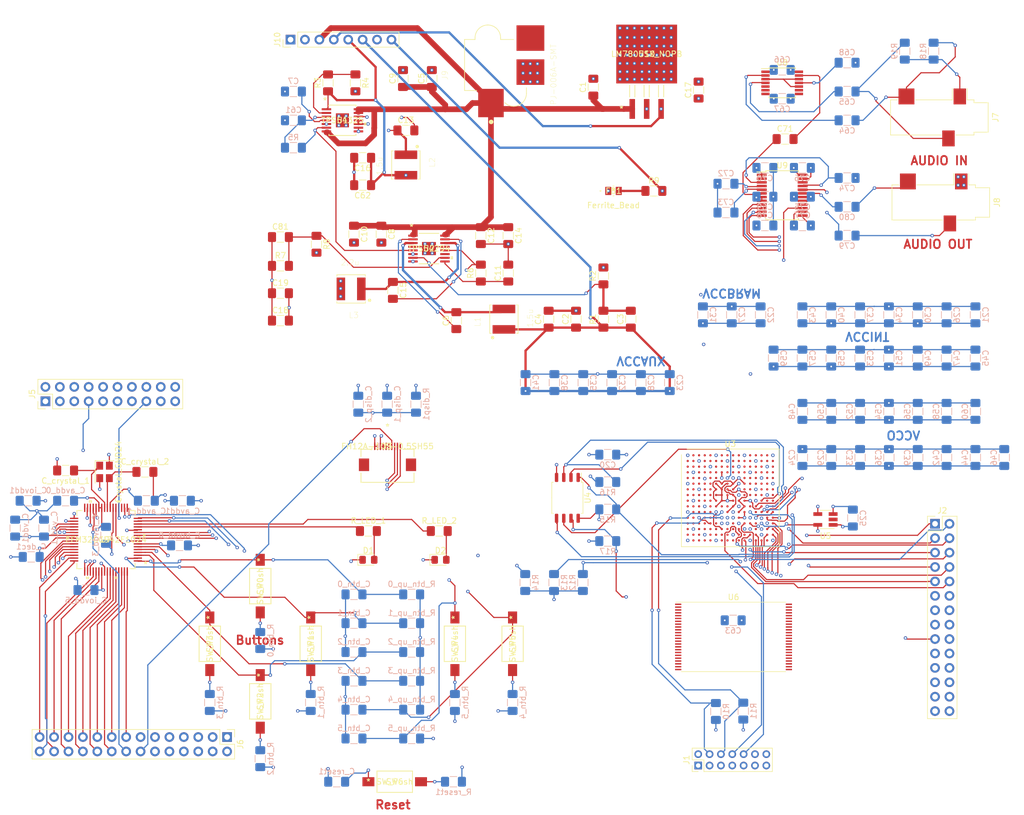
<source format=kicad_pcb>
(kicad_pcb (version 20171130) (host pcbnew "(5.1.4-0)")
  (layers (0 F.Cu signal) (1 VCC.Cu power hide) (2 In1.Cu signal) (3 In2.Cu signal) (4 GND.Cu power hide) (31 B.Cu signal) (34 B.Paste user) (35 F.Paste user) (36 B.SilkS user) (37 F.SilkS user) (38 B.Mask user) (39 F.Mask user) (44 Edge.Cuts user))
  (net 0 "")
  (net 1 +5VA)
  (net 2 PWR_IN)
  (net 3 +1V8)
  (net 4 "Net-(C3-Pad2)")
  (net 5 "Net-(C6-Pad2)")
  (net 6 "Net-(C6-Pad1)")
  (net 7 "Net-(C7-Pad1)")
  (net 8 "Net-(C11-Pad1)")
  (net 9 "Net-(C13-Pad2)")
  (net 10 "Net-(C13-Pad1)")
  (net 11 "Net-(C15-Pad2)")
  (net 12 "Net-(C15-Pad1)")
  (net 13 +1V0)
  (net 14 +3V3)
  (net 15 "Net-(C61-Pad1)")
  (net 16 "Net-(C64-Pad2)")
  (net 17 "Net-(C64-Pad1)")
  (net 18 "Net-(C65-Pad2)")
  (net 19 "Net-(C65-Pad1)")
  (net 20 "Net-(C68-Pad2)")
  (net 21 +3.3VA)
  (net 22 "Net-(C71-Pad2)")
  (net 23 "Net-(C71-Pad1)")
  (net 24 "Net-(C72-Pad1)")
  (net 25 "Net-(C73-Pad1)")
  (net 26 "Net-(C74-Pad1)")
  (net 27 "Net-(C79-Pad2)")
  (net 28 "Net-(C79-Pad1)")
  (net 29 "Net-(C80-Pad2)")
  (net 30 "Net-(C80-Pad1)")
  (net 31 "Net-(C81-Pad2)")
  (net 32 "Net-(C_btn_0-Pad1)")
  (net 33 "Net-(C_btn_1-Pad1)")
  (net 34 "Net-(C_btn_2-Pad1)")
  (net 35 "Net-(C_btn_3-Pad1)")
  (net 36 "Net-(C_btn_4-Pad1)")
  (net 37 "Net-(C_btn_5-Pad1)")
  (net 38 "Net-(C_crystal_1-Pad1)")
  (net 39 "Net-(C_crystal_2-Pad1)")
  (net 40 "Net-(C_dec1-Pad1)")
  (net 41 "Net-(C_reset1-Pad1)")
  (net 42 "Net-(D1-Pad2)")
  (net 43 "Net-(D2-Pad2)")
  (net 44 "Net-(FB1-Pad2)")
  (net 45 "Net-(J1-Pad14)")
  (net 46 "Net-(J1-Pad12)")
  (net 47 "Net-(J1-Pad10)")
  (net 48 "Net-(J1-Pad8)")
  (net 49 "Net-(J1-Pad6)")
  (net 50 "Net-(J1-Pad4)")
  (net 51 /FPGA/FPGA_pinout_16)
  (net 52 /FPGA/FPGA_pinout_15)
  (net 53 /FPGA/FPGA_pinout_14)
  (net 54 /FPGA/FPGA_pinout_13)
  (net 55 /FPGA/FPGA_pinout_12)
  (net 56 /FPGA/FPGA_pinout_11)
  (net 57 /FPGA/FPGA_pinout_10)
  (net 58 /FPGA/FPGA_pinout_9)
  (net 59 /FPGA/FPGA_pinout_8)
  (net 60 /FPGA/FPGA_pinout_7)
  (net 61 /FPGA/FPGA_pinout_6)
  (net 62 /FPGA/FPGA_pinout_5)
  (net 63 /FPGA/FPGA_pinout_4)
  (net 64 /FPGA/FPGA_pinout_3)
  (net 65 /FPGA/FPGA_pinout_2)
  (net 66 /FPGA/FPGA_pinout_1)
  (net 67 "Net-(J5-Pad19)")
  (net 68 "Net-(J5-Pad17)")
  (net 69 "Net-(J5-Pad13)")
  (net 70 "Net-(J5-Pad11)")
  (net 71 "Net-(J5-Pad9)")
  (net 72 "Net-(J5-Pad7)")
  (net 73 "Net-(J5-Pad5)")
  (net 74 "Net-(J5-Pad3)")
  (net 75 "Net-(J5-Pad2)")
  (net 76 "Net-(J6-Pad28)")
  (net 77 "Net-(J6-Pad27)")
  (net 78 "Net-(J6-Pad26)")
  (net 79 "Net-(J6-Pad25)")
  (net 80 "Net-(J6-Pad24)")
  (net 81 "Net-(J6-Pad23)")
  (net 82 "Net-(J6-Pad22)")
  (net 83 "Net-(J6-Pad21)")
  (net 84 "Net-(J6-Pad20)")
  (net 85 "Net-(J6-Pad19)")
  (net 86 "Net-(J6-Pad18)")
  (net 87 "Net-(J6-Pad17)")
  (net 88 "Net-(J6-Pad16)")
  (net 89 "Net-(J6-Pad15)")
  (net 90 "Net-(J6-Pad13)")
  (net 91 "Net-(J6-Pad12)")
  (net 92 "Net-(J6-Pad11)")
  (net 93 "Net-(J6-Pad10)")
  (net 94 "Net-(J6-Pad9)")
  (net 95 "Net-(J6-Pad8)")
  (net 96 "Net-(J6-Pad7)")
  (net 97 "Net-(J6-Pad6)")
  (net 98 "Net-(J6-Pad5)")
  (net 99 "Net-(J6-Pad4)")
  (net 100 "Net-(J6-Pad3)")
  (net 101 "Net-(J7-PadS)")
  (net 102 "Net-(J9-Pad3)")
  (net 103 "Net-(R3-Pad2)")
  (net 104 "Net-(R5-Pad1)")
  (net 105 "Net-(R6-Pad2)")
  (net 106 /FPGA/PROGRAM_B)
  (net 107 "Net-(R13-Pad2)")
  (net 108 /FPGA/DONE)
  (net 109 "Net-(R15-Pad2)")
  (net 110 "Net-(R16-Pad2)")
  (net 111 "Net-(R17-Pad2)")
  (net 112 "Net-(R_btn_0-Pad2)")
  (net 113 "Net-(R_btn_1-Pad2)")
  (net 114 "Net-(R_btn_2-Pad2)")
  (net 115 "Net-(R_btn_3-Pad2)")
  (net 116 "Net-(R_btn_4-Pad2)")
  (net 117 "Net-(R_btn_5-Pad2)")
  (net 118 "Net-(R_LED_1-Pad1)")
  (net 119 "Net-(R_LED_2-Pad1)")
  (net 120 "Net-(R_reset1-Pad1)")
  (net 121 "Net-(U2-Pad11)")
  (net 122 "Net-(U3-PadT15)")
  (net 123 /FPGA/SCLK)
  (net 124 "Net-(U3-PadT4)")
  (net 125 "Net-(U3-PadT3)")
  (net 126 "Net-(U3-PadT2)")
  (net 127 /FPGA/MOSI)
  (net 128 /FPGA/MISO)
  (net 129 "Net-(U3-PadR3)")
  (net 130 "Net-(U3-PadR2)")
  (net 131 "Net-(U3-PadR1)")
  (net 132 /FPGA/SS)
  (net 133 /FPGA/GPIO_0)
  (net 134 "Net-(U3-PadP13)")
  (net 135 "Net-(U3-PadP5)")
  (net 136 "Net-(U3-PadP4)")
  (net 137 "Net-(U3-PadP3)")
  (net 138 "Net-(U3-PadP1)")
  (net 139 /FPGA/GPIO_1)
  (net 140 "Net-(U3-PadN13)")
  (net 141 "Net-(U3-PadN4)")
  (net 142 "Net-(U3-PadN3)")
  (net 143 "Net-(U3-PadN2)")
  (net 144 "Net-(U3-PadN1)")
  (net 145 /FPGA/GPIO_2)
  (net 146 "/FPGA/Audio I/O/LRCLK")
  (net 147 "/FPGA/Audio I/O/FPGAIn")
  (net 148 /FPGA/GPIO_3)
  (net 149 "Net-(U3-PadM5)")
  (net 150 "Net-(U3-PadM4)")
  (net 151 "Net-(U3-PadM2)")
  (net 152 "Net-(U3-PadM1)")
  (net 153 "/FPGA/Audio I/O/SYSCLK")
  (net 154 "/FPGA/Audio I/O/BITCLK")
  (net 155 "Net-(U3-PadL13)")
  (net 156 "Net-(U3-PadL5)")
  (net 157 "Net-(U3-PadL4)")
  (net 158 "Net-(U3-PadL3)")
  (net 159 "Net-(U3-PadL2)")
  (net 160 "/FPGA/Audio I/O/FPGAOut")
  (net 161 "Net-(U3-PadK12)")
  (net 162 "Net-(U3-PadK8)")
  (net 163 "Net-(U3-PadK7)")
  (net 164 "Net-(U3-PadK5)")
  (net 165 "Net-(U3-PadK3)")
  (net 166 "Net-(U3-PadK2)")
  (net 167 "Net-(U3-PadK1)")
  (net 168 "Net-(U3-PadJ16)")
  (net 169 "Net-(U3-PadJ15)")
  (net 170 "Net-(U3-PadJ14)")
  (net 171 "Net-(U3-PadJ13)")
  (net 172 /FPGA/SRAM_we#)
  (net 173 /FPGA/SRAM_ce#)
  (net 174 /FPGA/SRAM_lb#)
  (net 175 "Net-(U3-PadJ1)")
  (net 176 "Net-(U3-PadH16)")
  (net 177 "Net-(U3-PadH14)")
  (net 178 "Net-(U3-PadH13)")
  (net 179 "Net-(U3-PadH12)")
  (net 180 "Net-(U3-PadH11)")
  (net 181 /FPGA/SRAM_a19)
  (net 182 /FPGA/SRAM_oe#)
  (net 183 "Net-(U3-PadH3)")
  (net 184 /FPGA/SRAM_ce2)
  (net 185 /FPGA/SRAM_ub#)
  (net 186 "Net-(U3-PadG16)")
  (net 187 "Net-(U3-PadG15)")
  (net 188 "Net-(U3-PadG14)")
  (net 189 "Net-(U3-PadG12)")
  (net 190 "Net-(U3-PadG11)")
  (net 191 /FPGA/SRAM_a15)
  (net 192 /FPGA/SRAM_a16)
  (net 193 /FPGA/SRAM_a17)
  (net 194 /FPGA/SRAM_a18)
  (net 195 "Net-(U3-PadF15)")
  (net 196 "Net-(U3-PadF14)")
  (net 197 "Net-(U3-PadF13)")
  (net 198 "Net-(U3-PadF12)")
  (net 199 /FPGA/SRAM_a9)
  (net 200 /FPGA/SRAM_a11)
  (net 201 /FPGA/SRAM_a12)
  (net 202 /FPGA/SRAM_a13)
  (net 203 "Net-(U3-PadE16)")
  (net 204 "Net-(U3-PadE15)")
  (net 205 "Net-(U3-PadE13)")
  (net 206 "Net-(U3-PadE12)")
  (net 207 "Net-(U3-PadE11)")
  (net 208 "Net-(U3-PadE8)")
  (net 209 /FPGA/SRAM_dio0)
  (net 210 /FPGA/SRAM_a10)
  (net 211 /FPGA/SRAM_a5)
  (net 212 /FPGA/SRAM_a3)
  (net 213 /FPGA/SRAM_a14)
  (net 214 "Net-(U3-PadD16)")
  (net 215 "Net-(U3-PadD15)")
  (net 216 "Net-(U3-PadD14)")
  (net 217 "Net-(U3-PadD13)")
  (net 218 "Net-(U3-PadD11)")
  (net 219 "Net-(U3-PadD10)")
  (net 220 "Net-(U3-PadD9)")
  (net 221 "Net-(U3-PadD8)")
  (net 222 /FPGA/SRAM_dio11)
  (net 223 /FPGA/SRAM_dio12)
  (net 224 /FPGA/SRAM_a7)
  (net 225 /FPGA/SRAM_a6)
  (net 226 /FPGA/SRAM_a4)
  (net 227 "Net-(U3-PadC16)")
  (net 228 "Net-(U3-PadC14)")
  (net 229 "Net-(U3-PadC13)")
  (net 230 "Net-(U3-PadC12)")
  (net 231 "Net-(U3-PadC11)")
  (net 232 "Net-(U3-PadC9)")
  (net 233 "Net-(U3-PadC8)")
  (net 234 /FPGA/SRAM_dio9)
  (net 235 /FPGA/SRAM_dio10)
  (net 236 /FPGA/SRAM_a8)
  (net 237 /FPGA/SRAM_dio13)
  (net 238 /FPGA/SRAM_dio14)
  (net 239 /FPGA/SRAM_a1)
  (net 240 "Net-(U3-PadB16)")
  (net 241 "Net-(U3-PadB15)")
  (net 242 "Net-(U3-PadB14)")
  (net 243 "Net-(U3-PadB12)")
  (net 244 "Net-(U3-PadB11)")
  (net 245 "Net-(U3-PadB10)")
  (net 246 "Net-(U3-PadB9)")
  (net 247 /FPGA/SRAM_dio1)
  (net 248 /FPGA/SRAM_dio3)
  (net 249 /FPGA/SRAM_dio4)
  (net 250 /FPGA/SRAM_dio7)
  (net 251 /FPGA/SRAM_dio15)
  (net 252 /FPGA/SRAM_a2)
  (net 253 "Net-(U3-PadA15)")
  (net 254 "Net-(U3-PadA14)")
  (net 255 "Net-(U3-PadA13)")
  (net 256 "Net-(U3-PadA12)")
  (net 257 "Net-(U3-PadA10)")
  (net 258 "Net-(U3-PadA9)")
  (net 259 "Net-(U3-PadA8)")
  (net 260 /FPGA/SRAM_dio2)
  (net 261 /FPGA/SRAM_dio5)
  (net 262 /FPGA/SRAM_dio6)
  (net 263 /FPGA/SRAM_dio8)
  (net 264 /FPGA/SRAM_a0)
  (net 265 "Net-(U5-Pad2)")
  (net 266 "Net-(U6-Pad47)")
  (net 267 "Net-(U6-Pad13)")
  (net 268 "Net-(U6-Pad10)")
  (net 269 "Net-(U7-Pad32)")
  (net 270 "Net-(U7-Pad19)")
  (net 271 "Net-(U8-Pad10)")
  (net 272 "Net-(U8-Pad9)")
  (net 273 "Net-(U8-Pad8)")
  (net 274 "Net-(U8-Pad7)")
  (net 275 "Net-(U8-Pad6)")
  (net 276 "Net-(U8-Pad5)")
  (net 277 "Net-(U9-Pad16)")
  (net 278 "Net-(J3-Pad12)")
  (net 279 "Net-(J3-Pad11)")
  (net 280 "Net-(J3-Pad10)")
  (net 281 "Net-(J3-Pad9)")
  (net 282 "Net-(J3-Pad8)")
  (net 283 "Net-(J3-Pad7)")
  (net 284 GND)
  (net 285 "Net-(J2-Pad26)")
  (net 286 "Net-(J2-Pad25)")
  (net 287 "Net-(J2-Pad24)")
  (net 288 "Net-(J2-Pad23)")
  (net 289 "Net-(J2-Pad22)")
  (net 290 "Net-(J2-Pad21)")
  (net 291 "Net-(J2-Pad20)")
  (net 292 "Net-(J2-Pad19)")
  (net 293 "Net-(J2-Pad18)")
  (net 294 /FPGA/FPGA_pinout_clk)
  (net 295 "Net-(U3-PadT10)")
  (net 296 "Net-(U3-PadT9)")
  (net 297 "Net-(U3-PadT8)")
  (net 298 "Net-(U3-PadT7)")
  (net 299 "Net-(U3-PadT5)")
  (net 300 "Net-(U3-PadR8)")
  (net 301 "Net-(U3-PadR7)")
  (net 302 "Net-(U3-PadR6)")
  (net 303 "Net-(U3-PadR5)")
  (net 304 "Net-(U3-PadP6)")
  (module Package_SO:TSOP-I-48_18.4x12mm_P0.5mm (layer F.Cu) (at 225.8695 131.191)
    (fp_text reference U6 (at 0 -7) (layer F.SilkS))
    (fp_text value AS6C1616)
    (pad 48 smd rect (at 9.75 -5.75) (size 1.1 0.25) (layers F.Cu F.Paste F.Mask) (net 192 /FPGA/SRAM_a16))
    (pad 47 smd rect (at 9.75 -5.25) (size 1.1 0.25) (layers F.Cu F.Paste F.Mask) (net 266 "Net-(U6-Pad47)"))
    (pad 46 smd rect (at 9.75 -4.75) (size 1.1 0.25) (layers F.Cu F.Paste F.Mask) (net 284 GND))
    (pad 45 smd rect (at 9.75 -4.25) (size 1.1 0.25) (layers F.Cu F.Paste F.Mask) (net 251 /FPGA/SRAM_dio15))
    (pad 44 smd rect (at 9.75 -3.75) (size 1.1 0.25) (layers F.Cu F.Paste F.Mask) (net 250 /FPGA/SRAM_dio7))
    (pad 43 smd rect (at 9.75 -3.25) (size 1.1 0.25) (layers F.Cu F.Paste F.Mask) (net 238 /FPGA/SRAM_dio14))
    (pad 42 smd rect (at 9.75 -2.75) (size 1.1 0.25) (layers F.Cu F.Paste F.Mask) (net 262 /FPGA/SRAM_dio6))
    (pad 41 smd rect (at 9.75 -2.25) (size 1.1 0.25) (layers F.Cu F.Paste F.Mask) (net 237 /FPGA/SRAM_dio13))
    (pad 40 smd rect (at 9.75 -1.75) (size 1.1 0.25) (layers F.Cu F.Paste F.Mask) (net 261 /FPGA/SRAM_dio5))
    (pad 39 smd rect (at 9.75 -1.25) (size 1.1 0.25) (layers F.Cu F.Paste F.Mask) (net 223 /FPGA/SRAM_dio12))
    (pad 38 smd rect (at 9.75 -0.75) (size 1.1 0.25) (layers F.Cu F.Paste F.Mask) (net 249 /FPGA/SRAM_dio4))
    (pad 37 smd rect (at 9.75 -0.25) (size 1.1 0.25) (layers F.Cu F.Paste F.Mask) (net 14 +3V3))
    (pad 36 smd rect (at 9.75 0.25) (size 1.1 0.25) (layers F.Cu F.Paste F.Mask) (net 222 /FPGA/SRAM_dio11))
    (pad 35 smd rect (at 9.75 0.75) (size 1.1 0.25) (layers F.Cu F.Paste F.Mask) (net 248 /FPGA/SRAM_dio3))
    (pad 34 smd rect (at 9.75 1.25) (size 1.1 0.25) (layers F.Cu F.Paste F.Mask) (net 235 /FPGA/SRAM_dio10))
    (pad 33 smd rect (at 9.75 1.75) (size 1.1 0.25) (layers F.Cu F.Paste F.Mask) (net 260 /FPGA/SRAM_dio2))
    (pad 32 smd rect (at 9.75 2.25) (size 1.1 0.25) (layers F.Cu F.Paste F.Mask) (net 234 /FPGA/SRAM_dio9))
    (pad 31 smd rect (at 9.75 2.75) (size 1.1 0.25) (layers F.Cu F.Paste F.Mask) (net 247 /FPGA/SRAM_dio1))
    (pad 30 smd rect (at 9.75 3.25) (size 1.1 0.25) (layers F.Cu F.Paste F.Mask) (net 263 /FPGA/SRAM_dio8))
    (pad 29 smd rect (at 9.75 3.75) (size 1.1 0.25) (layers F.Cu F.Paste F.Mask) (net 209 /FPGA/SRAM_dio0))
    (pad 28 smd rect (at 9.75 4.25) (size 1.1 0.25) (layers F.Cu F.Paste F.Mask) (net 182 /FPGA/SRAM_oe#))
    (pad 27 smd rect (at 9.75 4.75) (size 1.1 0.25) (layers F.Cu F.Paste F.Mask) (net 284 GND))
    (pad 26 smd rect (at 9.75 5.25) (size 1.1 0.25) (layers F.Cu F.Paste F.Mask) (net 173 /FPGA/SRAM_ce#))
    (pad 24 smd rect (at -9.75 5.75) (size 1.1 0.25) (layers F.Cu F.Paste F.Mask) (net 239 /FPGA/SRAM_a1))
    (pad 23 smd rect (at -9.75 5.25) (size 1.1 0.25) (layers F.Cu F.Paste F.Mask) (net 252 /FPGA/SRAM_a2))
    (pad 22 smd rect (at -9.75 4.75) (size 1.1 0.25) (layers F.Cu F.Paste F.Mask) (net 212 /FPGA/SRAM_a3))
    (pad 21 smd rect (at -9.75 4.25) (size 1.1 0.25) (layers F.Cu F.Paste F.Mask) (net 226 /FPGA/SRAM_a4))
    (pad 20 smd rect (at -9.75 3.75) (size 1.1 0.25) (layers F.Cu F.Paste F.Mask) (net 211 /FPGA/SRAM_a5))
    (pad 19 smd rect (at -9.75 3.25) (size 1.1 0.25) (layers F.Cu F.Paste F.Mask) (net 225 /FPGA/SRAM_a6))
    (pad 18 smd rect (at -9.75 2.75) (size 1.1 0.25) (layers F.Cu F.Paste F.Mask) (net 224 /FPGA/SRAM_a7))
    (pad 17 smd rect (at -9.75 2.25) (size 1.1 0.25) (layers F.Cu F.Paste F.Mask) (net 193 /FPGA/SRAM_a17))
    (pad 16 smd rect (at -9.75 1.75) (size 1.1 0.25) (layers F.Cu F.Paste F.Mask) (net 194 /FPGA/SRAM_a18))
    (pad 15 smd rect (at -9.75 1.25) (size 1.1 0.25) (layers F.Cu F.Paste F.Mask) (net 174 /FPGA/SRAM_lb#))
    (pad 14 smd rect (at -9.75 0.75) (size 1.1 0.25) (layers F.Cu F.Paste F.Mask) (net 185 /FPGA/SRAM_ub#))
    (pad 13 smd rect (at -9.75 0.25) (size 1.1 0.25) (layers F.Cu F.Paste F.Mask) (net 267 "Net-(U6-Pad13)"))
    (pad 12 smd rect (at -9.75 -0.25) (size 1.1 0.25) (layers F.Cu F.Paste F.Mask) (net 184 /FPGA/SRAM_ce2))
    (pad 11 smd rect (at -9.75 -0.75) (size 1.1 0.25) (layers F.Cu F.Paste F.Mask) (net 172 /FPGA/SRAM_we#))
    (pad 10 smd rect (at -9.75 -1.25) (size 1.1 0.25) (layers F.Cu F.Paste F.Mask) (net 268 "Net-(U6-Pad10)"))
    (pad 9 smd rect (at -9.75 -1.75) (size 1.1 0.25) (layers F.Cu F.Paste F.Mask) (net 181 /FPGA/SRAM_a19))
    (pad 8 smd rect (at -9.75 -2.25) (size 1.1 0.25) (layers F.Cu F.Paste F.Mask) (net 236 /FPGA/SRAM_a8))
    (pad 7 smd rect (at -9.75 -2.75) (size 1.1 0.25) (layers F.Cu F.Paste F.Mask) (net 199 /FPGA/SRAM_a9))
    (pad 6 smd rect (at -9.75 -3.25) (size 1.1 0.25) (layers F.Cu F.Paste F.Mask) (net 210 /FPGA/SRAM_a10))
    (pad 5 smd rect (at -9.75 -3.75) (size 1.1 0.25) (layers F.Cu F.Paste F.Mask) (net 200 /FPGA/SRAM_a11))
    (pad 4 smd rect (at -9.75 -4.25) (size 1.1 0.25) (layers F.Cu F.Paste F.Mask) (net 201 /FPGA/SRAM_a12))
    (pad 3 smd rect (at -9.75 -4.75) (size 1.1 0.25) (layers F.Cu F.Paste F.Mask) (net 202 /FPGA/SRAM_a13))
    (pad 2 smd rect (at -9.75 -5.25) (size 1.1 0.25) (layers F.Cu F.Paste F.Mask) (net 213 /FPGA/SRAM_a14))
    (pad 25 smd rect (at 9.75 5.75) (size 1.1 0.25) (layers F.Cu F.Paste F.Mask) (net 264 /FPGA/SRAM_a0))
    (pad 1 smd rect (at -9.75 -5.75) (size 1.1 0.25) (layers F.Cu F.Paste F.Mask) (net 191 /FPGA/SRAM_a15))
  )
  (module Connector_PinHeader_2.54mm:PinHeader_2x14_P2.54mm_Vertical (layer F.Cu) (at 136.652 148.844 270)
    (fp_text reference J6 (at 1.27 -2.33 90) (layer F.SilkS))
    (fp_text value 26642801RP2)
    (pad 1 thru_hole rect (at 0 0 270) (size 1.7 1.7) (drill 1) (layers *.Cu *.Mask) (net 14 +3V3))
    (pad 2 thru_hole oval (at 2.54 0 270) (size 1.7 1.7) (drill 1) (layers *.Cu *.Mask) (net 284 GND))
    (pad 3 thru_hole oval (at 0 2.54 270) (size 1.7 1.7) (drill 1) (layers *.Cu *.Mask) (net 100 "Net-(J6-Pad3)"))
    (pad 4 thru_hole oval (at 2.54 2.54 270) (size 1.7 1.7) (drill 1) (layers *.Cu *.Mask) (net 99 "Net-(J6-Pad4)"))
    (pad 5 thru_hole oval (at 0 5.08 270) (size 1.7 1.7) (drill 1) (layers *.Cu *.Mask) (net 98 "Net-(J6-Pad5)"))
    (pad 6 thru_hole oval (at 2.54 5.08 270) (size 1.7 1.7) (drill 1) (layers *.Cu *.Mask) (net 97 "Net-(J6-Pad6)"))
    (pad 7 thru_hole oval (at 0 7.62 270) (size 1.7 1.7) (drill 1) (layers *.Cu *.Mask) (net 96 "Net-(J6-Pad7)"))
    (pad 8 thru_hole oval (at 2.54 7.62 270) (size 1.7 1.7) (drill 1) (layers *.Cu *.Mask) (net 95 "Net-(J6-Pad8)"))
    (pad 9 thru_hole oval (at 0 10.16 270) (size 1.7 1.7) (drill 1) (layers *.Cu *.Mask) (net 94 "Net-(J6-Pad9)"))
    (pad 10 thru_hole oval (at 2.54 10.16 270) (size 1.7 1.7) (drill 1) (layers *.Cu *.Mask) (net 93 "Net-(J6-Pad10)"))
    (pad 11 thru_hole oval (at 0 12.7 270) (size 1.7 1.7) (drill 1) (layers *.Cu *.Mask) (net 92 "Net-(J6-Pad11)"))
    (pad 12 thru_hole oval (at 2.54 12.7 270) (size 1.7 1.7) (drill 1) (layers *.Cu *.Mask) (net 91 "Net-(J6-Pad12)"))
    (pad 13 thru_hole oval (at 0 15.24 270) (size 1.7 1.7) (drill 1) (layers *.Cu *.Mask) (net 90 "Net-(J6-Pad13)"))
    (pad 14 thru_hole oval (at 2.54 15.24 270) (size 1.7 1.7) (drill 1) (layers *.Cu *.Mask) (net 283 "Net-(J3-Pad7)"))
    (pad 15 thru_hole oval (at 0 17.78 270) (size 1.7 1.7) (drill 1) (layers *.Cu *.Mask) (net 89 "Net-(J6-Pad15)"))
    (pad 16 thru_hole oval (at 2.54 17.78 270) (size 1.7 1.7) (drill 1) (layers *.Cu *.Mask) (net 88 "Net-(J6-Pad16)"))
    (pad 17 thru_hole oval (at 0 20.32 270) (size 1.7 1.7) (drill 1) (layers *.Cu *.Mask) (net 87 "Net-(J6-Pad17)"))
    (pad 18 thru_hole oval (at 2.54 20.32 270) (size 1.7 1.7) (drill 1) (layers *.Cu *.Mask) (net 86 "Net-(J6-Pad18)"))
    (pad 19 thru_hole oval (at 0 22.86 270) (size 1.7 1.7) (drill 1) (layers *.Cu *.Mask) (net 85 "Net-(J6-Pad19)"))
    (pad 20 thru_hole oval (at 2.54 22.86 270) (size 1.7 1.7) (drill 1) (layers *.Cu *.Mask) (net 84 "Net-(J6-Pad20)"))
    (pad 21 thru_hole oval (at 0 25.4 270) (size 1.7 1.7) (drill 1) (layers *.Cu *.Mask) (net 83 "Net-(J6-Pad21)"))
    (pad 22 thru_hole oval (at 2.54 25.4 270) (size 1.7 1.7) (drill 1) (layers *.Cu *.Mask) (net 82 "Net-(J6-Pad22)"))
    (pad 23 thru_hole oval (at 0 27.94 270) (size 1.7 1.7) (drill 1) (layers *.Cu *.Mask) (net 81 "Net-(J6-Pad23)"))
    (pad 24 thru_hole oval (at 2.54 27.94 270) (size 1.7 1.7) (drill 1) (layers *.Cu *.Mask) (net 80 "Net-(J6-Pad24)"))
    (pad 25 thru_hole oval (at 0 30.48 270) (size 1.7 1.7) (drill 1) (layers *.Cu *.Mask) (net 79 "Net-(J6-Pad25)"))
    (pad 26 thru_hole oval (at 2.54 30.48 270) (size 1.7 1.7) (drill 1) (layers *.Cu *.Mask) (net 78 "Net-(J6-Pad26)"))
    (pad 27 thru_hole oval (at 0 33.02 270) (size 1.7 1.7) (drill 1) (layers *.Cu *.Mask) (net 77 "Net-(J6-Pad27)"))
    (pad 28 thru_hole oval (at 2.54 33.02 270) (size 1.7 1.7) (drill 1) (layers *.Cu *.Mask) (net 76 "Net-(J6-Pad28)"))
  )
  (module Capacitor_SMD:C_1206_3216Metric_Pad1.42x1.75mm_HandSolder (layer B.Cu) (at 128.778 107.188)
    (fp_text reference C_avdd1 (at 0 1.82) (layer B.SilkS) (effects (justify mirror)))
    (fp_text value "10 µF")
    (pad 1 smd roundrect (at -1.4875 0) (size 1.425 1.75) (layers B.Cu B.Paste B.Mask) (roundrect_rratio 0.175439) (net 14 +3V3))
    (pad 2 smd roundrect (at 1.4875 0) (size 1.425 1.75) (layers B.Cu B.Paste B.Mask) (roundrect_rratio 0.175439) (net 284 GND))
  )
  (module Capacitor_SMD:C_1206_3216Metric_Pad1.42x1.75mm_HandSolder (layer B.Cu) (at 101.6 107.188 180)
    (fp_text reference C_iovdd1 (at 0 1.82) (layer B.SilkS) (effects (justify mirror)))
    (fp_text value "10 µF")
    (pad 1 smd roundrect (at -1.4875 0 180) (size 1.425 1.75) (layers B.Cu B.Paste B.Mask) (roundrect_rratio 0.175439) (net 14 +3V3))
    (pad 2 smd roundrect (at 1.4875 0 180) (size 1.425 1.75) (layers B.Cu B.Paste B.Mask) (roundrect_rratio 0.175439) (net 284 GND))
  )
  (module Capacitor_SMD:C_1206_3216Metric_Pad1.42x1.75mm_HandSolder (layer B.Cu) (at 108.204 107.188 180)
    (fp_text reference C_avdd_0 (at 0 1.82) (layer B.SilkS) (effects (justify mirror)))
    (fp_text value "10 nF")
    (pad 1 smd roundrect (at -1.4875 0 180) (size 1.425 1.75) (layers B.Cu B.Paste B.Mask) (roundrect_rratio 0.175439) (net 14 +3V3))
    (pad 2 smd roundrect (at 1.4875 0 180) (size 1.425 1.75) (layers B.Cu B.Paste B.Mask) (roundrect_rratio 0.175439) (net 284 GND))
  )
  (module Resistor_SMD:R_1206_3216Metric_Pad1.42x1.75mm_HandSolder (layer F.Cu) (at 202.946 75.184 90)
    (fp_text reference R1 (at 0 -1.82 90) (layer F.SilkS))
    (fp_text value 30.1k)
    (pad 1 smd roundrect (at -1.4875 0 90) (size 1.425 1.75) (layers F.Cu F.Paste F.Mask) (roundrect_rratio 0.175439) (net 3 +1V8))
    (pad 2 smd roundrect (at 1.4875 0 90) (size 1.425 1.75) (layers F.Cu F.Paste F.Mask) (roundrect_rratio 0.175439) (net 4 "Net-(C3-Pad2)"))
  )
  (module Capacitor_SMD:C_1206_3216Metric_Pad1.42x1.75mm_HandSolder (layer F.Cu) (at 160.528 51.562 180)
    (fp_text reference C62 (at 0 -1.82) (layer F.SilkS))
    (fp_text value 22u)
    (pad 1 smd roundrect (at -1.4875 0 180) (size 1.425 1.75) (layers F.Cu F.Paste F.Mask) (roundrect_rratio 0.175439) (net 13 +1V0))
    (pad 2 smd roundrect (at 1.4875 0 180) (size 1.425 1.75) (layers F.Cu F.Paste F.Mask) (roundrect_rratio 0.175439) (net 284 GND))
  )
  (module Local:FH12A-10S-0.5SH55 (layer F.Cu) (at 164.9095 94.1705 180)
    (fp_text reference J3 (at 0 -3.429) (layer F.SilkS))
    (fp_text value FH12A-10S-0.5SH55 (at 0 -3.429) (layer F.SilkS))
    (fp_text user * (at 0 0) (layer F.SilkS))
    (pad 1 smd rect (at 2.250001 -3.429 270) (size 1.2954 0.254) (layers F.Cu F.Paste F.Mask) (net 284 GND))
    (pad 2 smd rect (at 1.749999 -3.429 270) (size 1.2954 0.254) (layers F.Cu F.Paste F.Mask) (net 284 GND))
    (pad 3 smd rect (at 1.25 -3.429 270) (size 1.2954 0.254) (layers F.Cu F.Paste F.Mask) (net 14 +3V3))
    (pad 4 smd rect (at 0.750001 -3.429 270) (size 1.2954 0.254) (layers F.Cu F.Paste F.Mask) (net 14 +3V3))
    (pad 5 smd rect (at 0.25 -3.429 270) (size 1.2954 0.254) (layers F.Cu F.Paste F.Mask) (net 14 +3V3))
    (pad 6 smd rect (at -0.25 -3.429 270) (size 1.2954 0.254) (layers F.Cu F.Paste F.Mask) (net 14 +3V3))
    (pad 7 smd rect (at -0.750001 -3.429 270) (size 1.2954 0.254) (layers F.Cu F.Paste F.Mask) (net 283 "Net-(J3-Pad7)"))
    (pad 8 smd rect (at -1.25 -3.429 270) (size 1.2954 0.254) (layers F.Cu F.Paste F.Mask) (net 282 "Net-(J3-Pad8)"))
    (pad 9 smd rect (at -1.749999 -3.429 270) (size 1.2954 0.254) (layers F.Cu F.Paste F.Mask) (net 281 "Net-(J3-Pad9)"))
    (pad 10 smd rect (at -2.250001 -3.429 270) (size 1.2954 0.254) (layers F.Cu F.Paste F.Mask) (net 280 "Net-(J3-Pad10)"))
    (pad 11 smd rect (at -4.1402 -6.6802 180) (size 1.8034 2.2098) (layers F.Cu F.Paste F.Mask) (net 279 "Net-(J3-Pad11)"))
    (pad 12 smd rect (at 4.1402 -6.6802 180) (size 1.8034 2.2098) (layers F.Cu F.Paste F.Mask) (net 278 "Net-(J3-Pad12)"))
  )
  (module Capacitor_SMD:C_1206_3216Metric_Pad1.42x1.75mm_HandSolder (layer B.Cu) (at 245.872 29.972 180)
    (fp_text reference C68 (at 0 1.82) (layer B.SilkS) (effects (justify mirror)))
    (fp_text value 1u)
    (pad 1 smd roundrect (at -1.4875 0 180) (size 1.425 1.75) (layers B.Cu B.Paste B.Mask) (roundrect_rratio 0.175439) (net 284 GND))
    (pad 2 smd roundrect (at 1.4875 0 180) (size 1.425 1.75) (layers B.Cu B.Paste B.Mask) (roundrect_rratio 0.175439) (net 20 "Net-(C68-Pad2)"))
  )
  (module Capacitor_SMD:C_1206_3216Metric_Pad1.42x1.75mm_HandSolder (layer B.Cu) (at 234.442 36.322)
    (fp_text reference C67 (at 0 1.82) (layer B.SilkS) (effects (justify mirror)))
    (fp_text value 0.1u)
    (pad 1 smd roundrect (at -1.4875 0) (size 1.425 1.75) (layers B.Cu B.Paste B.Mask) (roundrect_rratio 0.175439) (net 1 +5VA))
    (pad 2 smd roundrect (at 1.4875 0) (size 1.425 1.75) (layers B.Cu B.Paste B.Mask) (roundrect_rratio 0.175439) (net 284 GND))
  )
  (module Capacitor_SMD:C_1206_3216Metric_Pad1.42x1.75mm_HandSolder (layer B.Cu) (at 234.442 31.242 180)
    (fp_text reference C66 (at 0 1.82) (layer B.SilkS) (effects (justify mirror)))
    (fp_text value 1u)
    (pad 1 smd roundrect (at -1.4875 0 180) (size 1.425 1.75) (layers B.Cu B.Paste B.Mask) (roundrect_rratio 0.175439) (net 284 GND))
    (pad 2 smd roundrect (at 1.4875 0 180) (size 1.425 1.75) (layers B.Cu B.Paste B.Mask) (roundrect_rratio 0.175439) (net 1 +5VA))
  )
  (module Connector_PinHeader_2.00mm:PinHeader_2x07_P2.00mm_Vertical (layer F.Cu) (at 219.6465 153.8605 90)
    (fp_text reference J1 (at 1 -2.06 90) (layer F.SilkS))
    (fp_text value Conn_02x07_Odd_Even)
    (pad 1 thru_hole rect (at 0 0 90) (size 1.35 1.35) (drill 0.8) (layers *.Cu *.Mask) (net 284 GND))
    (pad 2 thru_hole oval (at 2 0 90) (size 1.35 1.35) (drill 0.8) (layers *.Cu *.Mask) (net 14 +3V3))
    (pad 3 thru_hole oval (at 0 2 90) (size 1.35 1.35) (drill 0.8) (layers *.Cu *.Mask) (net 284 GND))
    (pad 4 thru_hole oval (at 2 2 90) (size 1.35 1.35) (drill 0.8) (layers *.Cu *.Mask) (net 50 "Net-(J1-Pad4)"))
    (pad 5 thru_hole oval (at 0 4 90) (size 1.35 1.35) (drill 0.8) (layers *.Cu *.Mask) (net 284 GND))
    (pad 6 thru_hole oval (at 2 4 90) (size 1.35 1.35) (drill 0.8) (layers *.Cu *.Mask) (net 49 "Net-(J1-Pad6)"))
    (pad 7 thru_hole oval (at 0 6 90) (size 1.35 1.35) (drill 0.8) (layers *.Cu *.Mask) (net 284 GND))
    (pad 8 thru_hole oval (at 2 6 90) (size 1.35 1.35) (drill 0.8) (layers *.Cu *.Mask) (net 48 "Net-(J1-Pad8)"))
    (pad 9 thru_hole oval (at 0 8 90) (size 1.35 1.35) (drill 0.8) (layers *.Cu *.Mask) (net 284 GND))
    (pad 10 thru_hole oval (at 2 8 90) (size 1.35 1.35) (drill 0.8) (layers *.Cu *.Mask) (net 47 "Net-(J1-Pad10)"))
    (pad 11 thru_hole oval (at 0 10 90) (size 1.35 1.35) (drill 0.8) (layers *.Cu *.Mask) (net 284 GND))
    (pad 12 thru_hole oval (at 2 10 90) (size 1.35 1.35) (drill 0.8) (layers *.Cu *.Mask) (net 46 "Net-(J1-Pad12)"))
    (pad 13 thru_hole oval (at 0 12 90) (size 1.35 1.35) (drill 0.8) (layers *.Cu *.Mask) (net 284 GND))
    (pad 14 thru_hole oval (at 2 12 90) (size 1.35 1.35) (drill 0.8) (layers *.Cu *.Mask) (net 45 "Net-(J1-Pad14)"))
  )
  (module Connector_PinHeader_2.54mm:PinHeader_1x08_P2.54mm_Vertical (layer F.Cu) (at 147.828 25.908 90)
    (fp_text reference J10 (at 0 -2.33 90) (layer F.SilkS))
    (fp_text value "Power pins")
    (pad 1 thru_hole rect (at 0 0 90) (size 1.7 1.7) (drill 1) (layers *.Cu *.Mask) (net 284 GND))
    (pad 2 thru_hole oval (at 0 2.54 90) (size 1.7 1.7) (drill 1) (layers *.Cu *.Mask) (net 284 GND))
    (pad 3 thru_hole oval (at 0 5.08 90) (size 1.7 1.7) (drill 1) (layers *.Cu *.Mask) (net 2 PWR_IN))
    (pad 4 thru_hole oval (at 0 7.62 90) (size 1.7 1.7) (drill 1) (layers *.Cu *.Mask) (net 1 +5VA))
    (pad 5 thru_hole oval (at 0 10.16 90) (size 1.7 1.7) (drill 1) (layers *.Cu *.Mask) (net 13 +1V0))
    (pad 6 thru_hole oval (at 0 12.7 90) (size 1.7 1.7) (drill 1) (layers *.Cu *.Mask) (net 3 +1V8))
    (pad 7 thru_hole oval (at 0 15.24 90) (size 1.7 1.7) (drill 1) (layers *.Cu *.Mask) (net 14 +3V3))
    (pad 8 thru_hole oval (at 0 17.78 90) (size 1.7 1.7) (drill 1) (layers *.Cu *.Mask) (net 21 +3.3VA))
  )
  (module Local:LM7805SX&slash_NOPB (layer F.Cu) (at 210.566 28.448)
    (fp_text reference U10 (at 0 0) (layer F.SilkS))
    (fp_text value LM7805SX_NOPB (at 0 0) (layer F.SilkS))
    (fp_text user * (at -4.445 9.6774) (layer F.SilkS))
    (pad 1 smd rect (at -2.54 9.6774) (size 0.9744 3.493999) (layers F.Cu F.Paste F.Mask) (net 2 PWR_IN))
    (pad 2 smd rect (at 0 9.6774) (size 0.9744 3.493999) (layers F.Cu F.Paste F.Mask) (net 284 GND))
    (pad 3 smd rect (at 2.54 9.6774) (size 0.9744 3.493999) (layers F.Cu F.Paste F.Mask) (net 1 +5VA))
    (pad 4 smd rect (at 0 0) (size 10.7188 10.3632) (layers F.Cu F.Paste F.Mask) (net 284 GND))
  )
  (module Package_SO:SSOP-24_5.3x8.2mm_P0.65mm (layer F.Cu) (at 234.442 53.34)
    (fp_text reference U9 (at 0 -5.25) (layer F.SilkS))
    (fp_text value PCM3003E)
    (pad 1 smd rect (at -3.6 -3.575) (size 1.75 0.45) (layers F.Cu F.Paste F.Mask) (net 21 +3.3VA))
    (pad 2 smd rect (at -3.6 -2.925) (size 1.75 0.45) (layers F.Cu F.Paste F.Mask) (net 21 +3.3VA))
    (pad 3 smd rect (at -3.6 -2.275) (size 1.75 0.45) (layers F.Cu F.Paste F.Mask) (net 26 "Net-(C74-Pad1)"))
    (pad 4 smd rect (at -3.6 -1.625) (size 1.75 0.45) (layers F.Cu F.Paste F.Mask) (net 24 "Net-(C72-Pad1)"))
    (pad 5 smd rect (at -3.6 -0.975) (size 1.75 0.45) (layers F.Cu F.Paste F.Mask) (net 25 "Net-(C73-Pad1)"))
    (pad 6 smd rect (at -3.6 -0.325) (size 1.75 0.45) (layers F.Cu F.Paste F.Mask) (net 23 "Net-(C71-Pad1)"))
    (pad 7 smd rect (at -3.6 0.325) (size 1.75 0.45) (layers F.Cu F.Paste F.Mask) (net 21 +3.3VA))
    (pad 8 smd rect (at -3.6 0.975) (size 1.75 0.45) (layers F.Cu F.Paste F.Mask) (net 21 +3.3VA))
    (pad 9 smd rect (at -3.6 1.625) (size 1.75 0.45) (layers F.Cu F.Paste F.Mask) (net 153 "/FPGA/Audio I/O/SYSCLK"))
    (pad 10 smd rect (at -3.6 2.275) (size 1.75 0.45) (layers F.Cu F.Paste F.Mask) (net 146 "/FPGA/Audio I/O/LRCLK"))
    (pad 11 smd rect (at -3.6 2.925) (size 1.75 0.45) (layers F.Cu F.Paste F.Mask) (net 154 "/FPGA/Audio I/O/BITCLK"))
    (pad 12 smd rect (at -3.6 3.575) (size 1.75 0.45) (layers F.Cu F.Paste F.Mask) (net 147 "/FPGA/Audio I/O/FPGAIn"))
    (pad 13 smd rect (at 3.6 3.575) (size 1.75 0.45) (layers F.Cu F.Paste F.Mask) (net 284 GND))
    (pad 14 smd rect (at 3.6 2.925) (size 1.75 0.45) (layers F.Cu F.Paste F.Mask) (net 21 +3.3VA))
    (pad 15 smd rect (at 3.6 2.275) (size 1.75 0.45) (layers F.Cu F.Paste F.Mask) (net 160 "/FPGA/Audio I/O/FPGAOut"))
    (pad 16 smd rect (at 3.6 1.625) (size 1.75 0.45) (layers F.Cu F.Paste F.Mask) (net 277 "Net-(U9-Pad16)"))
    (pad 17 smd rect (at 3.6 0.975) (size 1.75 0.45) (layers F.Cu F.Paste F.Mask) (net 284 GND))
    (pad 18 smd rect (at 3.6 0.325) (size 1.75 0.45) (layers F.Cu F.Paste F.Mask) (net 21 +3.3VA))
    (pad 19 smd rect (at 3.6 -0.325) (size 1.75 0.45) (layers F.Cu F.Paste F.Mask) (net 30 "Net-(C80-Pad1)"))
    (pad 20 smd rect (at 3.6 -0.975) (size 1.75 0.45) (layers F.Cu F.Paste F.Mask) (net 28 "Net-(C79-Pad1)"))
    (pad 21 smd rect (at 3.6 -1.625) (size 1.75 0.45) (layers F.Cu F.Paste F.Mask) (net 26 "Net-(C74-Pad1)"))
    (pad 22 smd rect (at 3.6 -2.275) (size 1.75 0.45) (layers F.Cu F.Paste F.Mask) (net 284 GND))
    (pad 23 smd rect (at 3.6 -2.925) (size 1.75 0.45) (layers F.Cu F.Paste F.Mask) (net 284 GND))
    (pad 24 smd rect (at 3.6 -3.575) (size 1.75 0.45) (layers F.Cu F.Paste F.Mask) (net 21 +3.3VA))
  )
  (module Package_SO:TSSOP-14_4.4x5mm_P0.65mm (layer F.Cu) (at 234.442 33.528)
    (fp_text reference U8 (at 0 -3.55) (layer F.SilkS))
    (fp_text value INA1651IPW)
    (pad 1 smd rect (at -2.95 -1.95) (size 1.45 0.45) (layers F.Cu F.Paste F.Mask) (net 1 +5VA))
    (pad 2 smd rect (at -2.95 -1.3) (size 1.45 0.45) (layers F.Cu F.Paste F.Mask) (net 17 "Net-(C64-Pad1)"))
    (pad 3 smd rect (at -2.95 -0.65) (size 1.45 0.45) (layers F.Cu F.Paste F.Mask) (net 271 "Net-(U8-Pad10)"))
    (pad 4 smd rect (at -2.95 0) (size 1.45 0.45) (layers F.Cu F.Paste F.Mask) (net 19 "Net-(C65-Pad1)"))
    (pad 5 smd rect (at -2.95 0.65) (size 1.45 0.45) (layers F.Cu F.Paste F.Mask) (net 276 "Net-(U8-Pad5)"))
    (pad 6 smd rect (at -2.95 1.3) (size 1.45 0.45) (layers F.Cu F.Paste F.Mask) (net 275 "Net-(U8-Pad6)"))
    (pad 7 smd rect (at -2.95 1.95) (size 1.45 0.45) (layers F.Cu F.Paste F.Mask) (net 274 "Net-(U8-Pad7)"))
    (pad 8 smd rect (at 2.95 1.95) (size 1.45 0.45) (layers F.Cu F.Paste F.Mask) (net 273 "Net-(U8-Pad8)"))
    (pad 9 smd rect (at 2.95 1.3) (size 1.45 0.45) (layers F.Cu F.Paste F.Mask) (net 272 "Net-(U8-Pad9)"))
    (pad 10 smd rect (at 2.95 0.65) (size 1.45 0.45) (layers F.Cu F.Paste F.Mask) (net 271 "Net-(U8-Pad10)"))
    (pad 11 smd rect (at 2.95 0) (size 1.45 0.45) (layers F.Cu F.Paste F.Mask) (net 20 "Net-(C68-Pad2)"))
    (pad 12 smd rect (at 2.95 -0.65) (size 1.45 0.45) (layers F.Cu F.Paste F.Mask) (net 271 "Net-(U8-Pad10)"))
    (pad 13 smd rect (at 2.95 -1.3) (size 1.45 0.45) (layers F.Cu F.Paste F.Mask) (net 22 "Net-(C71-Pad2)"))
    (pad 14 smd rect (at 2.95 -1.95) (size 1.45 0.45) (layers F.Cu F.Paste F.Mask) (net 284 GND))
  )
  (module efm32:EFM32GG942F1024 (layer F.Cu) (at 115.316 114.046 180)
    (fp_text reference U7 (at 0 0) (layer F.SilkS))
    (fp_text value EFM32GG942F1024 (at 0 0) (layer F.SilkS))
    (fp_text user * (at -6.9794 -4.381) (layer F.SilkS))
    (pad 1 smd rect (at -5.6134 -3.75 270) (size 0.2394 1.461999) (layers F.Cu F.Paste F.Mask) (net 32 "Net-(C_btn_0-Pad1)"))
    (pad 2 smd rect (at -5.6134 -3.250001 270) (size 0.2394 1.461999) (layers F.Cu F.Paste F.Mask) (net 33 "Net-(C_btn_1-Pad1)"))
    (pad 3 smd rect (at -5.6134 -2.75 270) (size 0.2394 1.461999) (layers F.Cu F.Paste F.Mask) (net 34 "Net-(C_btn_2-Pad1)"))
    (pad 4 smd rect (at -5.6134 -2.250001 270) (size 0.2394 1.461999) (layers F.Cu F.Paste F.Mask) (net 35 "Net-(C_btn_3-Pad1)"))
    (pad 5 smd rect (at -5.6134 -1.749999 270) (size 0.2394 1.461999) (layers F.Cu F.Paste F.Mask) (net 36 "Net-(C_btn_4-Pad1)"))
    (pad 6 smd rect (at -5.6134 -1.25 270) (size 0.2394 1.461999) (layers F.Cu F.Paste F.Mask) (net 37 "Net-(C_btn_5-Pad1)"))
    (pad 7 smd rect (at -5.6134 -0.750001 270) (size 0.2394 1.461999) (layers F.Cu F.Paste F.Mask) (net 14 +3V3))
    (pad 8 smd rect (at -5.6134 -0.25 270) (size 0.2394 1.461999) (layers F.Cu F.Paste F.Mask) (net 284 GND))
    (pad 9 smd rect (at -5.6134 0.25 270) (size 0.2394 1.461999) (layers F.Cu F.Paste F.Mask) (net 127 /FPGA/MOSI))
    (pad 10 smd rect (at -5.6134 0.750001 270) (size 0.2394 1.461999) (layers F.Cu F.Paste F.Mask) (net 128 /FPGA/MISO))
    (pad 11 smd rect (at -5.6134 1.25 270) (size 0.2394 1.461999) (layers F.Cu F.Paste F.Mask) (net 123 /FPGA/SCLK))
    (pad 12 smd rect (at -5.6134 1.749999 270) (size 0.2394 1.461999) (layers F.Cu F.Paste F.Mask) (net 132 /FPGA/SS))
    (pad 13 smd rect (at -5.6134 2.250001 270) (size 0.2394 1.461999) (layers F.Cu F.Paste F.Mask) (net 118 "Net-(R_LED_1-Pad1)"))
    (pad 14 smd rect (at -5.6134 2.75 270) (size 0.2394 1.461999) (layers F.Cu F.Paste F.Mask) (net 119 "Net-(R_LED_2-Pad1)"))
    (pad 15 smd rect (at -5.6134 3.250001 270) (size 0.2394 1.461999) (layers F.Cu F.Paste F.Mask) (net 133 /FPGA/GPIO_0))
    (pad 16 smd rect (at -5.6134 3.75 270) (size 0.2394 1.461999) (layers F.Cu F.Paste F.Mask) (net 139 /FPGA/GPIO_1))
    (pad 17 smd rect (at -3.75 5.6134 180) (size 0.2394 1.461999) (layers F.Cu F.Paste F.Mask) (net 145 /FPGA/GPIO_2))
    (pad 18 smd rect (at -3.250001 5.6134 180) (size 0.2394 1.461999) (layers F.Cu F.Paste F.Mask) (net 148 /FPGA/GPIO_3))
    (pad 19 smd rect (at -2.75 5.6134 180) (size 0.2394 1.461999) (layers F.Cu F.Paste F.Mask) (net 270 "Net-(U7-Pad19)"))
    (pad 20 smd rect (at -2.250001 5.6134 180) (size 0.2394 1.461999) (layers F.Cu F.Paste F.Mask) (net 41 "Net-(C_reset1-Pad1)"))
    (pad 21 smd rect (at -1.749999 5.6134 180) (size 0.2394 1.461999) (layers F.Cu F.Paste F.Mask) (net 90 "Net-(J6-Pad13)"))
    (pad 22 smd rect (at -1.25 5.6134 180) (size 0.2394 1.461999) (layers F.Cu F.Paste F.Mask) (net 284 GND))
    (pad 23 smd rect (at -0.750001 5.6134 180) (size 0.2394 1.461999) (layers F.Cu F.Paste F.Mask) (net 14 +3V3))
    (pad 24 smd rect (at -0.25 5.6134 180) (size 0.2394 1.461999) (layers F.Cu F.Paste F.Mask) (net 39 "Net-(C_crystal_2-Pad1)"))
    (pad 25 smd rect (at 0.25 5.6134 180) (size 0.2394 1.461999) (layers F.Cu F.Paste F.Mask) (net 38 "Net-(C_crystal_1-Pad1)"))
    (pad 26 smd rect (at 0.750001 5.6134 180) (size 0.2394 1.461999) (layers F.Cu F.Paste F.Mask) (net 14 +3V3))
    (pad 27 smd rect (at 1.25 5.6134 180) (size 0.2394 1.461999) (layers F.Cu F.Paste F.Mask) (net 14 +3V3))
    (pad 28 smd rect (at 1.749999 5.6134 180) (size 0.2394 1.461999) (layers F.Cu F.Paste F.Mask) (net 281 "Net-(J3-Pad9)"))
    (pad 29 smd rect (at 2.250001 5.6134 180) (size 0.2394 1.461999) (layers F.Cu F.Paste F.Mask) (net 88 "Net-(J6-Pad16)"))
    (pad 30 smd rect (at 2.75 5.6134 180) (size 0.2394 1.461999) (layers F.Cu F.Paste F.Mask) (net 280 "Net-(J3-Pad10)"))
    (pad 31 smd rect (at 3.250001 5.6134 180) (size 0.2394 1.461999) (layers F.Cu F.Paste F.Mask) (net 282 "Net-(J3-Pad8)"))
    (pad 32 smd rect (at 3.75 5.6134 180) (size 0.2394 1.461999) (layers F.Cu F.Paste F.Mask) (net 269 "Net-(U7-Pad32)"))
    (pad 33 smd rect (at 5.6134 3.75 270) (size 0.2394 1.461999) (layers F.Cu F.Paste F.Mask) (net 108 /FPGA/DONE))
    (pad 34 smd rect (at 5.6134 3.250001 270) (size 0.2394 1.461999) (layers F.Cu F.Paste F.Mask) (net 106 /FPGA/PROGRAM_B))
    (pad 35 smd rect (at 5.6134 2.75 270) (size 0.2394 1.461999) (layers F.Cu F.Paste F.Mask) (net 91 "Net-(J6-Pad12)"))
    (pad 36 smd rect (at 5.6134 2.250001 270) (size 0.2394 1.461999) (layers F.Cu F.Paste F.Mask) (net 92 "Net-(J6-Pad11)"))
    (pad 37 smd rect (at 5.6134 1.749999 270) (size 0.2394 1.461999) (layers F.Cu F.Paste F.Mask) (net 93 "Net-(J6-Pad10)"))
    (pad 38 smd rect (at 5.6134 1.25 270) (size 0.2394 1.461999) (layers F.Cu F.Paste F.Mask) (net 94 "Net-(J6-Pad9)"))
    (pad 39 smd rect (at 5.6134 0.750001 270) (size 0.2394 1.461999) (layers F.Cu F.Paste F.Mask) (net 14 +3V3))
    (pad 40 smd rect (at 5.6134 0.25 270) (size 0.2394 1.461999) (layers F.Cu F.Paste F.Mask) (net 40 "Net-(C_dec1-Pad1)"))
    (pad 41 smd rect (at 5.6134 -0.25 270) (size 0.2394 1.461999) (layers F.Cu F.Paste F.Mask) (net 95 "Net-(J6-Pad8)"))
    (pad 42 smd rect (at 5.6134 -0.750001 270) (size 0.2394 1.461999) (layers F.Cu F.Paste F.Mask) (net 96 "Net-(J6-Pad7)"))
    (pad 43 smd rect (at 5.6134 -1.25 270) (size 0.2394 1.461999) (layers F.Cu F.Paste F.Mask) (net 97 "Net-(J6-Pad6)"))
    (pad 44 smd rect (at 5.6134 -1.749999 270) (size 0.2394 1.461999) (layers F.Cu F.Paste F.Mask) (net 98 "Net-(J6-Pad5)"))
    (pad 45 smd rect (at 5.6134 -2.250001 270) (size 0.2394 1.461999) (layers F.Cu F.Paste F.Mask) (net 99 "Net-(J6-Pad4)"))
    (pad 46 smd rect (at 5.6134 -2.75 270) (size 0.2394 1.461999) (layers F.Cu F.Paste F.Mask) (net 100 "Net-(J6-Pad3)"))
    (pad 47 smd rect (at 5.6134 -3.250001 270) (size 0.2394 1.461999) (layers F.Cu F.Paste F.Mask) (net 77 "Net-(J6-Pad27)"))
    (pad 48 smd rect (at 5.6134 -3.75 270) (size 0.2394 1.461999) (layers F.Cu F.Paste F.Mask) (net 76 "Net-(J6-Pad28)"))
    (pad 49 smd rect (at 3.75 -5.6134 180) (size 0.2394 1.461999) (layers F.Cu F.Paste F.Mask) (net 71 "Net-(J5-Pad9)"))
    (pad 50 smd rect (at 3.250001 -5.6134 180) (size 0.2394 1.461999) (layers F.Cu F.Paste F.Mask) (net 72 "Net-(J5-Pad7)"))
    (pad 51 smd rect (at 2.75 -5.6134 180) (size 0.2394 1.461999) (layers F.Cu F.Paste F.Mask) (net 69 "Net-(J5-Pad13)"))
    (pad 52 smd rect (at 2.250001 -5.6134 180) (size 0.2394 1.461999) (layers F.Cu F.Paste F.Mask) (net 78 "Net-(J6-Pad26)"))
    (pad 53 smd rect (at 1.749999 -5.6134 180) (size 0.2394 1.461999) (layers F.Cu F.Paste F.Mask) (net 79 "Net-(J6-Pad25)"))
    (pad 54 smd rect (at 1.25 -5.6134 180) (size 0.2394 1.461999) (layers F.Cu F.Paste F.Mask) (net 80 "Net-(J6-Pad24)"))
    (pad 55 smd rect (at 0.750001 -5.6134 180) (size 0.2394 1.461999) (layers F.Cu F.Paste F.Mask) (net 14 +3V3))
    (pad 56 smd rect (at 0.25 -5.6134 180) (size 0.2394 1.461999) (layers F.Cu F.Paste F.Mask) (net 284 GND))
    (pad 57 smd rect (at -0.25 -5.6134 180) (size 0.2394 1.461999) (layers F.Cu F.Paste F.Mask) (net 81 "Net-(J6-Pad23)"))
    (pad 58 smd rect (at -0.750001 -5.6134 180) (size 0.2394 1.461999) (layers F.Cu F.Paste F.Mask) (net 82 "Net-(J6-Pad22)"))
    (pad 59 smd rect (at -1.25 -5.6134 180) (size 0.2394 1.461999) (layers F.Cu F.Paste F.Mask) (net 83 "Net-(J6-Pad21)"))
    (pad 60 smd rect (at -1.749999 -5.6134 180) (size 0.2394 1.461999) (layers F.Cu F.Paste F.Mask) (net 84 "Net-(J6-Pad20)"))
    (pad 61 smd rect (at -2.250001 -5.6134 180) (size 0.2394 1.461999) (layers F.Cu F.Paste F.Mask) (net 85 "Net-(J6-Pad19)"))
    (pad 62 smd rect (at -2.75 -5.6134 180) (size 0.2394 1.461999) (layers F.Cu F.Paste F.Mask) (net 86 "Net-(J6-Pad18)"))
    (pad 63 smd rect (at -3.250001 -5.6134 180) (size 0.2394 1.461999) (layers F.Cu F.Paste F.Mask) (net 87 "Net-(J6-Pad17)"))
    (pad 64 smd rect (at -3.75 -5.6134 180) (size 0.2394 1.461999) (layers F.Cu F.Paste F.Mask) (net 89 "Net-(J6-Pad15)"))
  )
  (module Package_TO_SOT_SMD:SOT-23-5_HandSoldering (layer F.Cu) (at 242.062 110.49 180)
    (fp_text reference U5 (at 0 -2.9) (layer F.SilkS))
    (fp_text value SiT2024B)
    (pad 1 smd rect (at -1.35 -0.95 180) (size 1.56 0.65) (layers F.Cu F.Paste F.Mask) (net 284 GND))
    (pad 2 smd rect (at -1.35 0 180) (size 1.56 0.65) (layers F.Cu F.Paste F.Mask) (net 265 "Net-(U5-Pad2)"))
    (pad 3 smd rect (at -1.35 0.95 180) (size 1.56 0.65) (layers F.Cu F.Paste F.Mask) (net 14 +3V3))
    (pad 4 smd rect (at 1.35 0.95 180) (size 1.56 0.65) (layers F.Cu F.Paste F.Mask) (net 14 +3V3))
    (pad 5 smd rect (at 1.35 -0.95 180) (size 1.56 0.65) (layers F.Cu F.Paste F.Mask) (net 294 /FPGA/FPGA_pinout_clk))
  )
  (module Package_SO:SOIC-8_5.275x5.275mm_P1.27mm (layer F.Cu) (at 196.596 106.68 270)
    (fp_text reference U4 (at 0 -3.59 90) (layer F.SilkS))
    (fp_text value S25FL1)
    (pad 1 smd roundrect (at -3.6 -1.905 270) (size 1.6 0.6) (layers F.Cu F.Paste F.Mask) (net 109 "Net-(R15-Pad2)"))
    (pad 2 smd roundrect (at -3.6 -0.635 270) (size 1.6 0.6) (layers F.Cu F.Paste F.Mask) (net 170 "Net-(U3-PadJ14)"))
    (pad 3 smd roundrect (at -3.6 0.635 270) (size 1.6 0.6) (layers F.Cu F.Paste F.Mask) (net 110 "Net-(R16-Pad2)"))
    (pad 4 smd roundrect (at -3.6 1.905 270) (size 1.6 0.6) (layers F.Cu F.Paste F.Mask) (net 284 GND))
    (pad 5 smd roundrect (at 3.6 1.905 270) (size 1.6 0.6) (layers F.Cu F.Paste F.Mask) (net 171 "Net-(U3-PadJ13)"))
    (pad 6 smd roundrect (at 3.6 0.635 270) (size 1.6 0.6) (layers F.Cu F.Paste F.Mask) (net 208 "Net-(U3-PadE8)"))
    (pad 7 smd roundrect (at 3.6 -0.635 270) (size 1.6 0.6) (layers F.Cu F.Paste F.Mask) (net 111 "Net-(R17-Pad2)"))
    (pad 8 smd roundrect (at 3.6 -1.905 270) (size 1.6 0.6) (layers F.Cu F.Paste F.Mask) (net 14 +3V3))
  )
  (module Package_BGA:Xilinx_FTG256 (layer F.Cu) (at 225.298 106.68)
    (fp_text reference U3 (at 0 -9.5) (layer F.SilkS))
    (fp_text value XC7A100T-FTG256)
    (pad A1 smd circle (at -7.5 -7.5) (size 0.4 0.4) (layers F.Cu F.Paste F.Mask) (net 284 GND))
    (pad A2 smd circle (at -6.5 -7.5) (size 0.4 0.4) (layers F.Cu F.Paste F.Mask) (net 264 /FPGA/SRAM_a0))
    (pad A3 smd circle (at -5.5 -7.5) (size 0.4 0.4) (layers F.Cu F.Paste F.Mask) (net 263 /FPGA/SRAM_dio8))
    (pad A4 smd circle (at -4.5 -7.5) (size 0.4 0.4) (layers F.Cu F.Paste F.Mask) (net 262 /FPGA/SRAM_dio6))
    (pad A5 smd circle (at -3.5 -7.5) (size 0.4 0.4) (layers F.Cu F.Paste F.Mask) (net 261 /FPGA/SRAM_dio5))
    (pad A6 smd circle (at -2.5 -7.5) (size 0.4 0.4) (layers F.Cu F.Paste F.Mask) (net 14 +3V3))
    (pad A7 smd circle (at -1.5 -7.5) (size 0.4 0.4) (layers F.Cu F.Paste F.Mask) (net 260 /FPGA/SRAM_dio2))
    (pad A8 smd circle (at -0.5 -7.5) (size 0.4 0.4) (layers F.Cu F.Paste F.Mask) (net 259 "Net-(U3-PadA8)"))
    (pad A9 smd circle (at 0.5 -7.5) (size 0.4 0.4) (layers F.Cu F.Paste F.Mask) (net 258 "Net-(U3-PadA9)"))
    (pad A10 smd circle (at 1.5 -7.5) (size 0.4 0.4) (layers F.Cu F.Paste F.Mask) (net 257 "Net-(U3-PadA10)"))
    (pad A11 smd circle (at 2.5 -7.5) (size 0.4 0.4) (layers F.Cu F.Paste F.Mask) (net 284 GND))
    (pad A12 smd circle (at 3.5 -7.5) (size 0.4 0.4) (layers F.Cu F.Paste F.Mask) (net 256 "Net-(U3-PadA12)"))
    (pad A13 smd circle (at 4.5 -7.5) (size 0.4 0.4) (layers F.Cu F.Paste F.Mask) (net 255 "Net-(U3-PadA13)"))
    (pad A14 smd circle (at 5.5 -7.5) (size 0.4 0.4) (layers F.Cu F.Paste F.Mask) (net 254 "Net-(U3-PadA14)"))
    (pad A15 smd circle (at 6.5 -7.5) (size 0.4 0.4) (layers F.Cu F.Paste F.Mask) (net 253 "Net-(U3-PadA15)"))
    (pad A16 smd circle (at 7.5 -7.5) (size 0.4 0.4) (layers F.Cu F.Paste F.Mask) (net 284 GND))
    (pad B1 smd circle (at -7.5 -6.5) (size 0.4 0.4) (layers F.Cu F.Paste F.Mask) (net 252 /FPGA/SRAM_a2))
    (pad B2 smd circle (at -6.5 -6.5) (size 0.4 0.4) (layers F.Cu F.Paste F.Mask) (net 251 /FPGA/SRAM_dio15))
    (pad B3 smd circle (at -5.5 -6.5) (size 0.4 0.4) (layers F.Cu F.Paste F.Mask) (net 14 +3V3))
    (pad B4 smd circle (at -4.5 -6.5) (size 0.4 0.4) (layers F.Cu F.Paste F.Mask) (net 250 /FPGA/SRAM_dio7))
    (pad B5 smd circle (at -3.5 -6.5) (size 0.4 0.4) (layers F.Cu F.Paste F.Mask) (net 249 /FPGA/SRAM_dio4))
    (pad B6 smd circle (at -2.5 -6.5) (size 0.4 0.4) (layers F.Cu F.Paste F.Mask) (net 248 /FPGA/SRAM_dio3))
    (pad B7 smd circle (at -1.5 -6.5) (size 0.4 0.4) (layers F.Cu F.Paste F.Mask) (net 247 /FPGA/SRAM_dio1))
    (pad B8 smd circle (at -0.5 -6.5) (size 0.4 0.4) (layers F.Cu F.Paste F.Mask) (net 284 GND))
    (pad B9 smd circle (at 0.5 -6.5) (size 0.4 0.4) (layers F.Cu F.Paste F.Mask) (net 246 "Net-(U3-PadB9)"))
    (pad B10 smd circle (at 1.5 -6.5) (size 0.4 0.4) (layers F.Cu F.Paste F.Mask) (net 245 "Net-(U3-PadB10)"))
    (pad B11 smd circle (at 2.5 -6.5) (size 0.4 0.4) (layers F.Cu F.Paste F.Mask) (net 244 "Net-(U3-PadB11)"))
    (pad B12 smd circle (at 3.5 -6.5) (size 0.4 0.4) (layers F.Cu F.Paste F.Mask) (net 243 "Net-(U3-PadB12)"))
    (pad B13 smd circle (at 4.5 -6.5) (size 0.4 0.4) (layers F.Cu F.Paste F.Mask) (net 284 GND))
    (pad B14 smd circle (at 5.5 -6.5) (size 0.4 0.4) (layers F.Cu F.Paste F.Mask) (net 242 "Net-(U3-PadB14)"))
    (pad B15 smd circle (at 6.5 -6.5) (size 0.4 0.4) (layers F.Cu F.Paste F.Mask) (net 241 "Net-(U3-PadB15)"))
    (pad B16 smd circle (at 7.5 -6.5) (size 0.4 0.4) (layers F.Cu F.Paste F.Mask) (net 240 "Net-(U3-PadB16)"))
    (pad C1 smd circle (at -7.5 -5.5) (size 0.4 0.4) (layers F.Cu F.Paste F.Mask) (net 239 /FPGA/SRAM_a1))
    (pad C2 smd circle (at -6.5 -5.5) (size 0.4 0.4) (layers F.Cu F.Paste F.Mask) (net 238 /FPGA/SRAM_dio14))
    (pad C3 smd circle (at -5.5 -5.5) (size 0.4 0.4) (layers F.Cu F.Paste F.Mask) (net 237 /FPGA/SRAM_dio13))
    (pad C4 smd circle (at -4.5 -5.5) (size 0.4 0.4) (layers F.Cu F.Paste F.Mask) (net 236 /FPGA/SRAM_a8))
    (pad C5 smd circle (at -3.5 -5.5) (size 0.4 0.4) (layers F.Cu F.Paste F.Mask) (net 284 GND))
    (pad C6 smd circle (at -2.5 -5.5) (size 0.4 0.4) (layers F.Cu F.Paste F.Mask) (net 235 /FPGA/SRAM_dio10))
    (pad C7 smd circle (at -1.5 -5.5) (size 0.4 0.4) (layers F.Cu F.Paste F.Mask) (net 234 /FPGA/SRAM_dio9))
    (pad C8 smd circle (at -0.5 -5.5) (size 0.4 0.4) (layers F.Cu F.Paste F.Mask) (net 233 "Net-(U3-PadC8)"))
    (pad C9 smd circle (at 0.5 -5.5) (size 0.4 0.4) (layers F.Cu F.Paste F.Mask) (net 232 "Net-(U3-PadC9)"))
    (pad C10 smd circle (at 1.5 -5.5) (size 0.4 0.4) (layers F.Cu F.Paste F.Mask) (net 284 GND))
    (pad C11 smd circle (at 2.5 -5.5) (size 0.4 0.4) (layers F.Cu F.Paste F.Mask) (net 231 "Net-(U3-PadC11)"))
    (pad C12 smd circle (at 3.5 -5.5) (size 0.4 0.4) (layers F.Cu F.Paste F.Mask) (net 230 "Net-(U3-PadC12)"))
    (pad C13 smd circle (at 4.5 -5.5) (size 0.4 0.4) (layers F.Cu F.Paste F.Mask) (net 229 "Net-(U3-PadC13)"))
    (pad C14 smd circle (at 5.5 -5.5) (size 0.4 0.4) (layers F.Cu F.Paste F.Mask) (net 228 "Net-(U3-PadC14)"))
    (pad C15 smd circle (at 6.5 -5.5) (size 0.4 0.4) (layers F.Cu F.Paste F.Mask) (net 284 GND))
    (pad C16 smd circle (at 7.5 -5.5) (size 0.4 0.4) (layers F.Cu F.Paste F.Mask) (net 227 "Net-(U3-PadC16)"))
    (pad D1 smd circle (at -7.5 -4.5) (size 0.4 0.4) (layers F.Cu F.Paste F.Mask) (net 226 /FPGA/SRAM_a4))
    (pad D2 smd circle (at -6.5 -4.5) (size 0.4 0.4) (layers F.Cu F.Paste F.Mask) (net 284 GND))
    (pad D3 smd circle (at -5.5 -4.5) (size 0.4 0.4) (layers F.Cu F.Paste F.Mask) (net 225 /FPGA/SRAM_a6))
    (pad D4 smd circle (at -4.5 -4.5) (size 0.4 0.4) (layers F.Cu F.Paste F.Mask) (net 224 /FPGA/SRAM_a7))
    (pad D5 smd circle (at -3.5 -4.5) (size 0.4 0.4) (layers F.Cu F.Paste F.Mask) (net 223 /FPGA/SRAM_dio12))
    (pad D6 smd circle (at -2.5 -4.5) (size 0.4 0.4) (layers F.Cu F.Paste F.Mask) (net 222 /FPGA/SRAM_dio11))
    (pad D7 smd circle (at -1.5 -4.5) (size 0.4 0.4) (layers F.Cu F.Paste F.Mask) (net 14 +3V3))
    (pad D8 smd circle (at -0.5 -4.5) (size 0.4 0.4) (layers F.Cu F.Paste F.Mask) (net 221 "Net-(U3-PadD8)"))
    (pad D9 smd circle (at 0.5 -4.5) (size 0.4 0.4) (layers F.Cu F.Paste F.Mask) (net 220 "Net-(U3-PadD9)"))
    (pad D10 smd circle (at 1.5 -4.5) (size 0.4 0.4) (layers F.Cu F.Paste F.Mask) (net 219 "Net-(U3-PadD10)"))
    (pad D11 smd circle (at 2.5 -4.5) (size 0.4 0.4) (layers F.Cu F.Paste F.Mask) (net 218 "Net-(U3-PadD11)"))
    (pad D12 smd circle (at 3.5 -4.5) (size 0.4 0.4) (layers F.Cu F.Paste F.Mask) (net 284 GND))
    (pad D13 smd circle (at 4.5 -4.5) (size 0.4 0.4) (layers F.Cu F.Paste F.Mask) (net 217 "Net-(U3-PadD13)"))
    (pad D14 smd circle (at 5.5 -4.5) (size 0.4 0.4) (layers F.Cu F.Paste F.Mask) (net 216 "Net-(U3-PadD14)"))
    (pad D15 smd circle (at 6.5 -4.5) (size 0.4 0.4) (layers F.Cu F.Paste F.Mask) (net 215 "Net-(U3-PadD15)"))
    (pad D16 smd circle (at 7.5 -4.5) (size 0.4 0.4) (layers F.Cu F.Paste F.Mask) (net 214 "Net-(U3-PadD16)"))
    (pad E1 smd circle (at -7.5 -3.5) (size 0.4 0.4) (layers F.Cu F.Paste F.Mask) (net 213 /FPGA/SRAM_a14))
    (pad E2 smd circle (at -6.5 -3.5) (size 0.4 0.4) (layers F.Cu F.Paste F.Mask) (net 212 /FPGA/SRAM_a3))
    (pad E3 smd circle (at -5.5 -3.5) (size 0.4 0.4) (layers F.Cu F.Paste F.Mask) (net 211 /FPGA/SRAM_a5))
    (pad E4 smd circle (at -4.5 -3.5) (size 0.4 0.4) (layers F.Cu F.Paste F.Mask) (net 14 +3V3))
    (pad E5 smd circle (at -3.5 -3.5) (size 0.4 0.4) (layers F.Cu F.Paste F.Mask) (net 210 /FPGA/SRAM_a10))
    (pad E6 smd circle (at -2.5 -3.5) (size 0.4 0.4) (layers F.Cu F.Paste F.Mask) (net 209 /FPGA/SRAM_dio0))
    (pad E7 smd circle (at -1.5 -3.5) (size 0.4 0.4) (layers F.Cu F.Paste F.Mask) (net 14 +3V3))
    (pad E8 smd circle (at -0.5 -3.5) (size 0.4 0.4) (layers F.Cu F.Paste F.Mask) (net 208 "Net-(U3-PadE8)"))
    (pad E9 smd circle (at 0.5 -3.5) (size 0.4 0.4) (layers F.Cu F.Paste F.Mask) (net 284 GND))
    (pad E10 smd circle (at 1.5 -3.5) (size 0.4 0.4) (layers F.Cu F.Paste F.Mask) (net 13 +1V0))
    (pad E11 smd circle (at 2.5 -3.5) (size 0.4 0.4) (layers F.Cu F.Paste F.Mask) (net 207 "Net-(U3-PadE11)"))
    (pad E12 smd circle (at 3.5 -3.5) (size 0.4 0.4) (layers F.Cu F.Paste F.Mask) (net 206 "Net-(U3-PadE12)"))
    (pad E13 smd circle (at 4.5 -3.5) (size 0.4 0.4) (layers F.Cu F.Paste F.Mask) (net 205 "Net-(U3-PadE13)"))
    (pad E14 smd circle (at 5.5 -3.5) (size 0.4 0.4) (layers F.Cu F.Paste F.Mask) (net 284 GND))
    (pad E15 smd circle (at 6.5 -3.5) (size 0.4 0.4) (layers F.Cu F.Paste F.Mask) (net 204 "Net-(U3-PadE15)"))
    (pad E16 smd circle (at 7.5 -3.5) (size 0.4 0.4) (layers F.Cu F.Paste F.Mask) (net 203 "Net-(U3-PadE16)"))
    (pad F1 smd circle (at -7.5 -2.5) (size 0.4 0.4) (layers F.Cu F.Paste F.Mask) (net 14 +3V3))
    (pad F2 smd circle (at -6.5 -2.5) (size 0.4 0.4) (layers F.Cu F.Paste F.Mask) (net 202 /FPGA/SRAM_a13))
    (pad F3 smd circle (at -5.5 -2.5) (size 0.4 0.4) (layers F.Cu F.Paste F.Mask) (net 201 /FPGA/SRAM_a12))
    (pad F4 smd circle (at -4.5 -2.5) (size 0.4 0.4) (layers F.Cu F.Paste F.Mask) (net 200 /FPGA/SRAM_a11))
    (pad F5 smd circle (at -3.5 -2.5) (size 0.4 0.4) (layers F.Cu F.Paste F.Mask) (net 199 /FPGA/SRAM_a9))
    (pad F6 smd circle (at -2.5 -2.5) (size 0.4 0.4) (layers F.Cu F.Paste F.Mask) (net 284 GND))
    (pad F7 smd circle (at -1.5 -2.5) (size 0.4 0.4) (layers F.Cu F.Paste F.Mask) (net 13 +1V0))
    (pad F8 smd circle (at -0.5 -2.5) (size 0.4 0.4) (layers F.Cu F.Paste F.Mask) (net 284 GND))
    (pad F9 smd circle (at 0.5 -2.5) (size 0.4 0.4) (layers F.Cu F.Paste F.Mask) (net 13 +1V0))
    (pad F10 smd circle (at 1.5 -2.5) (size 0.4 0.4) (layers F.Cu F.Paste F.Mask) (net 284 GND))
    (pad F11 smd circle (at 2.5 -2.5) (size 0.4 0.4) (layers F.Cu F.Paste F.Mask) (net 13 +1V0))
    (pad F12 smd circle (at 3.5 -2.5) (size 0.4 0.4) (layers F.Cu F.Paste F.Mask) (net 198 "Net-(U3-PadF12)"))
    (pad F13 smd circle (at 4.5 -2.5) (size 0.4 0.4) (layers F.Cu F.Paste F.Mask) (net 197 "Net-(U3-PadF13)"))
    (pad F14 smd circle (at 5.5 -2.5) (size 0.4 0.4) (layers F.Cu F.Paste F.Mask) (net 196 "Net-(U3-PadF14)"))
    (pad F15 smd circle (at 6.5 -2.5) (size 0.4 0.4) (layers F.Cu F.Paste F.Mask) (net 195 "Net-(U3-PadF15)"))
    (pad F16 smd circle (at 7.5 -2.5) (size 0.4 0.4) (layers F.Cu F.Paste F.Mask) (net 284 GND))
    (pad G1 smd circle (at -7.5 -1.5) (size 0.4 0.4) (layers F.Cu F.Paste F.Mask) (net 194 /FPGA/SRAM_a18))
    (pad G2 smd circle (at -6.5 -1.5) (size 0.4 0.4) (layers F.Cu F.Paste F.Mask) (net 193 /FPGA/SRAM_a17))
    (pad G3 smd circle (at -5.5 -1.5) (size 0.4 0.4) (layers F.Cu F.Paste F.Mask) (net 284 GND))
    (pad G4 smd circle (at -4.5 -1.5) (size 0.4 0.4) (layers F.Cu F.Paste F.Mask) (net 192 /FPGA/SRAM_a16))
    (pad G5 smd circle (at -3.5 -1.5) (size 0.4 0.4) (layers F.Cu F.Paste F.Mask) (net 191 /FPGA/SRAM_a15))
    (pad G6 smd circle (at -2.5 -1.5) (size 0.4 0.4) (layers F.Cu F.Paste F.Mask) (net 13 +1V0))
    (pad G7 smd circle (at -1.5 -1.5) (size 0.4 0.4) (layers F.Cu F.Paste F.Mask) (net 284 GND))
    (pad G8 smd circle (at -0.5 -1.5) (size 0.4 0.4) (layers F.Cu F.Paste F.Mask) (net 3 +1V8))
    (pad G9 smd circle (at 0.5 -1.5) (size 0.4 0.4) (layers F.Cu F.Paste F.Mask) (net 284 GND))
    (pad G10 smd circle (at 1.5 -1.5) (size 0.4 0.4) (layers F.Cu F.Paste F.Mask) (net 3 +1V8))
    (pad G11 smd circle (at 2.5 -1.5) (size 0.4 0.4) (layers F.Cu F.Paste F.Mask) (net 190 "Net-(U3-PadG11)"))
    (pad G12 smd circle (at 3.5 -1.5) (size 0.4 0.4) (layers F.Cu F.Paste F.Mask) (net 189 "Net-(U3-PadG12)"))
    (pad G13 smd circle (at 4.5 -1.5) (size 0.4 0.4) (layers F.Cu F.Paste F.Mask) (net 284 GND))
    (pad G14 smd circle (at 5.5 -1.5) (size 0.4 0.4) (layers F.Cu F.Paste F.Mask) (net 188 "Net-(U3-PadG14)"))
    (pad G15 smd circle (at 6.5 -1.5) (size 0.4 0.4) (layers F.Cu F.Paste F.Mask) (net 187 "Net-(U3-PadG15)"))
    (pad G16 smd circle (at 7.5 -1.5) (size 0.4 0.4) (layers F.Cu F.Paste F.Mask) (net 186 "Net-(U3-PadG16)"))
    (pad H1 smd circle (at -7.5 -0.5) (size 0.4 0.4) (layers F.Cu F.Paste F.Mask) (net 185 /FPGA/SRAM_ub#))
    (pad H2 smd circle (at -6.5 -0.5) (size 0.4 0.4) (layers F.Cu F.Paste F.Mask) (net 184 /FPGA/SRAM_ce2))
    (pad H3 smd circle (at -5.5 -0.5) (size 0.4 0.4) (layers F.Cu F.Paste F.Mask) (net 183 "Net-(U3-PadH3)"))
    (pad H4 smd circle (at -4.5 -0.5) (size 0.4 0.4) (layers F.Cu F.Paste F.Mask) (net 182 /FPGA/SRAM_oe#))
    (pad H5 smd circle (at -3.5 -0.5) (size 0.4 0.4) (layers F.Cu F.Paste F.Mask) (net 181 /FPGA/SRAM_a19))
    (pad H6 smd circle (at -2.5 -0.5) (size 0.4 0.4) (layers F.Cu F.Paste F.Mask) (net 284 GND))
    (pad H7 smd circle (at -1.5 -0.5) (size 0.4 0.4) (layers F.Cu F.Paste F.Mask) (net 284 GND))
    (pad H8 smd circle (at -0.5 -0.5) (size 0.4 0.4) (layers F.Cu F.Paste F.Mask) (net 284 GND))
    (pad H9 smd circle (at 0.5 -0.5) (size 0.4 0.4) (layers F.Cu F.Paste F.Mask) (net 13 +1V0))
    (pad H10 smd circle (at 1.5 -0.5) (size 0.4 0.4) (layers F.Cu F.Paste F.Mask) (net 108 /FPGA/DONE))
    (pad H11 smd circle (at 2.5 -0.5) (size 0.4 0.4) (layers F.Cu F.Paste F.Mask) (net 180 "Net-(U3-PadH11)"))
    (pad H12 smd circle (at 3.5 -0.5) (size 0.4 0.4) (layers F.Cu F.Paste F.Mask) (net 179 "Net-(U3-PadH12)"))
    (pad H13 smd circle (at 4.5 -0.5) (size 0.4 0.4) (layers F.Cu F.Paste F.Mask) (net 178 "Net-(U3-PadH13)"))
    (pad H14 smd circle (at 5.5 -0.5) (size 0.4 0.4) (layers F.Cu F.Paste F.Mask) (net 177 "Net-(U3-PadH14)"))
    (pad H15 smd circle (at 6.5 -0.5) (size 0.4 0.4) (layers F.Cu F.Paste F.Mask) (net 284 GND))
    (pad H16 smd circle (at 7.5 -0.5) (size 0.4 0.4) (layers F.Cu F.Paste F.Mask) (net 176 "Net-(U3-PadH16)"))
    (pad J1 smd circle (at -7.5 0.5) (size 0.4 0.4) (layers F.Cu F.Paste F.Mask) (net 175 "Net-(U3-PadJ1)"))
    (pad J2 smd circle (at -6.5 0.5) (size 0.4 0.4) (layers F.Cu F.Paste F.Mask) (net 14 +3V3))
    (pad J3 smd circle (at -5.5 0.5) (size 0.4 0.4) (layers F.Cu F.Paste F.Mask) (net 174 /FPGA/SRAM_lb#))
    (pad J4 smd circle (at -4.5 0.5) (size 0.4 0.4) (layers F.Cu F.Paste F.Mask) (net 173 /FPGA/SRAM_ce#))
    (pad J5 smd circle (at -3.5 0.5) (size 0.4 0.4) (layers F.Cu F.Paste F.Mask) (net 172 /FPGA/SRAM_we#))
    (pad J6 smd circle (at -2.5 0.5) (size 0.4 0.4) (layers F.Cu F.Paste F.Mask) (net 13 +1V0))
    (pad J7 smd circle (at -1.5 0.5) (size 0.4 0.4) (layers F.Cu F.Paste F.Mask) (net 284 GND))
    (pad J8 smd circle (at -0.5 0.5) (size 0.4 0.4) (layers F.Cu F.Paste F.Mask) (net 284 GND))
    (pad J9 smd circle (at 0.5 0.5) (size 0.4 0.4) (layers F.Cu F.Paste F.Mask) (net 284 GND))
    (pad J10 smd circle (at 1.5 0.5) (size 0.4 0.4) (layers F.Cu F.Paste F.Mask) (net 3 +1V8))
    (pad J11 smd circle (at 2.5 0.5) (size 0.4 0.4) (layers F.Cu F.Paste F.Mask) (net 284 GND))
    (pad J12 smd circle (at 3.5 0.5) (size 0.4 0.4) (layers F.Cu F.Paste F.Mask) (net 284 GND))
    (pad J13 smd circle (at 4.5 0.5) (size 0.4 0.4) (layers F.Cu F.Paste F.Mask) (net 171 "Net-(U3-PadJ13)"))
    (pad J14 smd circle (at 5.5 0.5) (size 0.4 0.4) (layers F.Cu F.Paste F.Mask) (net 170 "Net-(U3-PadJ14)"))
    (pad J15 smd circle (at 6.5 0.5) (size 0.4 0.4) (layers F.Cu F.Paste F.Mask) (net 169 "Net-(U3-PadJ15)"))
    (pad J16 smd circle (at 7.5 0.5) (size 0.4 0.4) (layers F.Cu F.Paste F.Mask) (net 168 "Net-(U3-PadJ16)"))
    (pad K1 smd circle (at -7.5 1.5) (size 0.4 0.4) (layers F.Cu F.Paste F.Mask) (net 167 "Net-(U3-PadK1)"))
    (pad K2 smd circle (at -6.5 1.5) (size 0.4 0.4) (layers F.Cu F.Paste F.Mask) (net 166 "Net-(U3-PadK2)"))
    (pad K3 smd circle (at -5.5 1.5) (size 0.4 0.4) (layers F.Cu F.Paste F.Mask) (net 165 "Net-(U3-PadK3)"))
    (pad K4 smd circle (at -4.5 1.5) (size 0.4 0.4) (layers F.Cu F.Paste F.Mask) (net 284 GND))
    (pad K5 smd circle (at -3.5 1.5) (size 0.4 0.4) (layers F.Cu F.Paste F.Mask) (net 164 "Net-(U3-PadK5)"))
    (pad K6 smd circle (at -2.5 1.5) (size 0.4 0.4) (layers F.Cu F.Paste F.Mask) (net 284 GND))
    (pad K7 smd circle (at -1.5 1.5) (size 0.4 0.4) (layers F.Cu F.Paste F.Mask) (net 163 "Net-(U3-PadK7)"))
    (pad K8 smd circle (at -0.5 1.5) (size 0.4 0.4) (layers F.Cu F.Paste F.Mask) (net 162 "Net-(U3-PadK8)"))
    (pad K9 smd circle (at 0.5 1.5) (size 0.4 0.4) (layers F.Cu F.Paste F.Mask) (net 13 +1V0))
    (pad K10 smd circle (at 1.5 1.5) (size 0.4 0.4) (layers F.Cu F.Paste F.Mask) (net 107 "Net-(R13-Pad2)"))
    (pad K11 smd circle (at 2.5 1.5) (size 0.4 0.4) (layers F.Cu F.Paste F.Mask) (net 3 +1V8))
    (pad K12 smd circle (at 3.5 1.5) (size 0.4 0.4) (layers F.Cu F.Paste F.Mask) (net 161 "Net-(U3-PadK12)"))
    (pad K13 smd circle (at 4.5 1.5) (size 0.4 0.4) (layers F.Cu F.Paste F.Mask) (net 160 "/FPGA/Audio I/O/FPGAOut"))
    (pad K14 smd circle (at 5.5 1.5) (size 0.4 0.4) (layers F.Cu F.Paste F.Mask) (net 284 GND))
    (pad K15 smd circle (at 6.5 1.5) (size 0.4 0.4) (layers F.Cu F.Paste F.Mask) (net 110 "Net-(R16-Pad2)"))
    (pad K16 smd circle (at 7.5 1.5) (size 0.4 0.4) (layers F.Cu F.Paste F.Mask) (net 111 "Net-(R17-Pad2)"))
    (pad L1 smd circle (at -7.5 2.5) (size 0.4 0.4) (layers F.Cu F.Paste F.Mask) (net 284 GND))
    (pad L2 smd circle (at -6.5 2.5) (size 0.4 0.4) (layers F.Cu F.Paste F.Mask) (net 159 "Net-(U3-PadL2)"))
    (pad L3 smd circle (at -5.5 2.5) (size 0.4 0.4) (layers F.Cu F.Paste F.Mask) (net 158 "Net-(U3-PadL3)"))
    (pad L4 smd circle (at -4.5 2.5) (size 0.4 0.4) (layers F.Cu F.Paste F.Mask) (net 157 "Net-(U3-PadL4)"))
    (pad L5 smd circle (at -3.5 2.5) (size 0.4 0.4) (layers F.Cu F.Paste F.Mask) (net 156 "Net-(U3-PadL5)"))
    (pad L6 smd circle (at -2.5 2.5) (size 0.4 0.4) (layers F.Cu F.Paste F.Mask) (net 14 +3V3))
    (pad L7 smd circle (at -1.5 2.5) (size 0.4 0.4) (layers F.Cu F.Paste F.Mask) (net 49 "Net-(J1-Pad6)"))
    (pad L8 smd circle (at -0.5 2.5) (size 0.4 0.4) (layers F.Cu F.Paste F.Mask) (net 13 +1V0))
    (pad L9 smd circle (at 0.5 2.5) (size 0.4 0.4) (layers F.Cu F.Paste F.Mask) (net 106 /FPGA/PROGRAM_B))
    (pad L10 smd circle (at 1.5 2.5) (size 0.4 0.4) (layers F.Cu F.Paste F.Mask) (net 3 +1V8))
    (pad L11 smd circle (at 2.5 2.5) (size 0.4 0.4) (layers F.Cu F.Paste F.Mask) (net 284 GND))
    (pad L12 smd circle (at 3.5 2.5) (size 0.4 0.4) (layers F.Cu F.Paste F.Mask) (net 109 "Net-(R15-Pad2)"))
    (pad L13 smd circle (at 4.5 2.5) (size 0.4 0.4) (layers F.Cu F.Paste F.Mask) (net 155 "Net-(U3-PadL13)"))
    (pad L14 smd circle (at 5.5 2.5) (size 0.4 0.4) (layers F.Cu F.Paste F.Mask) (net 154 "/FPGA/Audio I/O/BITCLK"))
    (pad L15 smd circle (at 6.5 2.5) (size 0.4 0.4) (layers F.Cu F.Paste F.Mask) (net 153 "/FPGA/Audio I/O/SYSCLK"))
    (pad L16 smd circle (at 7.5 2.5) (size 0.4 0.4) (layers F.Cu F.Paste F.Mask) (net 14 +3V3))
    (pad M1 smd circle (at -7.5 3.5) (size 0.4 0.4) (layers F.Cu F.Paste F.Mask) (net 152 "Net-(U3-PadM1)"))
    (pad M2 smd circle (at -6.5 3.5) (size 0.4 0.4) (layers F.Cu F.Paste F.Mask) (net 151 "Net-(U3-PadM2)"))
    (pad M3 smd circle (at -5.5 3.5) (size 0.4 0.4) (layers F.Cu F.Paste F.Mask) (net 284 GND))
    (pad M4 smd circle (at -4.5 3.5) (size 0.4 0.4) (layers F.Cu F.Paste F.Mask) (net 150 "Net-(U3-PadM4)"))
    (pad M5 smd circle (at -3.5 3.5) (size 0.4 0.4) (layers F.Cu F.Paste F.Mask) (net 149 "Net-(U3-PadM5)"))
    (pad M6 smd circle (at -2.5 3.5) (size 0.4 0.4) (layers F.Cu F.Paste F.Mask) (net 53 /FPGA/FPGA_pinout_14))
    (pad M7 smd circle (at -1.5 3.5) (size 0.4 0.4) (layers F.Cu F.Paste F.Mask) (net 50 "Net-(J1-Pad4)"))
    (pad M8 smd circle (at -0.5 3.5) (size 0.4 0.4) (layers F.Cu F.Paste F.Mask) (net 284 GND))
    (pad M9 smd circle (at 0.5 3.5) (size 0.4 0.4) (layers F.Cu F.Paste F.Mask) (net 14 +3V3))
    (pad M10 smd circle (at 1.5 3.5) (size 0.4 0.4) (layers F.Cu F.Paste F.Mask) (net 284 GND))
    (pad M11 smd circle (at 2.5 3.5) (size 0.4 0.4) (layers F.Cu F.Paste F.Mask) (net 284 GND))
    (pad M12 smd circle (at 3.5 3.5) (size 0.4 0.4) (layers F.Cu F.Paste F.Mask) (net 148 /FPGA/GPIO_3))
    (pad M13 smd circle (at 4.5 3.5) (size 0.4 0.4) (layers F.Cu F.Paste F.Mask) (net 14 +3V3))
    (pad M14 smd circle (at 5.5 3.5) (size 0.4 0.4) (layers F.Cu F.Paste F.Mask) (net 147 "/FPGA/Audio I/O/FPGAIn"))
    (pad M15 smd circle (at 6.5 3.5) (size 0.4 0.4) (layers F.Cu F.Paste F.Mask) (net 146 "/FPGA/Audio I/O/LRCLK"))
    (pad M16 smd circle (at 7.5 3.5) (size 0.4 0.4) (layers F.Cu F.Paste F.Mask) (net 145 /FPGA/GPIO_2))
    (pad N1 smd circle (at -7.5 4.5) (size 0.4 0.4) (layers F.Cu F.Paste F.Mask) (net 144 "Net-(U3-PadN1)"))
    (pad N2 smd circle (at -6.5 4.5) (size 0.4 0.4) (layers F.Cu F.Paste F.Mask) (net 143 "Net-(U3-PadN2)"))
    (pad N3 smd circle (at -5.5 4.5) (size 0.4 0.4) (layers F.Cu F.Paste F.Mask) (net 142 "Net-(U3-PadN3)"))
    (pad N4 smd circle (at -4.5 4.5) (size 0.4 0.4) (layers F.Cu F.Paste F.Mask) (net 141 "Net-(U3-PadN4)"))
    (pad N5 smd circle (at -3.5 4.5) (size 0.4 0.4) (layers F.Cu F.Paste F.Mask) (net 284 GND))
    (pad N6 smd circle (at -2.5 4.5) (size 0.4 0.4) (layers F.Cu F.Paste F.Mask) (net 52 /FPGA/FPGA_pinout_15))
    (pad N7 smd circle (at -1.5 4.5) (size 0.4 0.4) (layers F.Cu F.Paste F.Mask) (net 47 "Net-(J1-Pad10)"))
    (pad N8 smd circle (at -0.5 4.5) (size 0.4 0.4) (layers F.Cu F.Paste F.Mask) (net 48 "Net-(J1-Pad8)"))
    (pad N9 smd circle (at 0.5 4.5) (size 0.4 0.4) (layers F.Cu F.Paste F.Mask) (net 55 /FPGA/FPGA_pinout_12))
    (pad N10 smd circle (at 1.5 4.5) (size 0.4 0.4) (layers F.Cu F.Paste F.Mask) (net 14 +3V3))
    (pad N11 smd circle (at 2.5 4.5) (size 0.4 0.4) (layers F.Cu F.Paste F.Mask) (net 65 /FPGA/FPGA_pinout_2))
    (pad N12 smd circle (at 3.5 4.5) (size 0.4 0.4) (layers F.Cu F.Paste F.Mask) (net 64 /FPGA/FPGA_pinout_3))
    (pad N13 smd circle (at 4.5 4.5) (size 0.4 0.4) (layers F.Cu F.Paste F.Mask) (net 140 "Net-(U3-PadN13)"))
    (pad N14 smd circle (at 5.5 4.5) (size 0.4 0.4) (layers F.Cu F.Paste F.Mask) (net 294 /FPGA/FPGA_pinout_clk))
    (pad N15 smd circle (at 6.5 4.5) (size 0.4 0.4) (layers F.Cu F.Paste F.Mask) (net 284 GND))
    (pad N16 smd circle (at 7.5 4.5) (size 0.4 0.4) (layers F.Cu F.Paste F.Mask) (net 139 /FPGA/GPIO_1))
    (pad P1 smd circle (at -7.5 5.5) (size 0.4 0.4) (layers F.Cu F.Paste F.Mask) (net 138 "Net-(U3-PadP1)"))
    (pad P2 smd circle (at -6.5 5.5) (size 0.4 0.4) (layers F.Cu F.Paste F.Mask) (net 284 GND))
    (pad P3 smd circle (at -5.5 5.5) (size 0.4 0.4) (layers F.Cu F.Paste F.Mask) (net 137 "Net-(U3-PadP3)"))
    (pad P4 smd circle (at -4.5 5.5) (size 0.4 0.4) (layers F.Cu F.Paste F.Mask) (net 136 "Net-(U3-PadP4)"))
    (pad P5 smd circle (at -3.5 5.5) (size 0.4 0.4) (layers F.Cu F.Paste F.Mask) (net 135 "Net-(U3-PadP5)"))
    (pad P6 smd circle (at -2.5 5.5) (size 0.4 0.4) (layers F.Cu F.Paste F.Mask) (net 304 "Net-(U3-PadP6)"))
    (pad P7 smd circle (at -1.5 5.5) (size 0.4 0.4) (layers F.Cu F.Paste F.Mask) (net 14 +3V3))
    (pad P8 smd circle (at -0.5 5.5) (size 0.4 0.4) (layers F.Cu F.Paste F.Mask) (net 51 /FPGA/FPGA_pinout_16))
    (pad P9 smd circle (at 0.5 5.5) (size 0.4 0.4) (layers F.Cu F.Paste F.Mask) (net 54 /FPGA/FPGA_pinout_13))
    (pad P10 smd circle (at 1.5 5.5) (size 0.4 0.4) (layers F.Cu F.Paste F.Mask) (net 63 /FPGA/FPGA_pinout_4))
    (pad P11 smd circle (at 2.5 5.5) (size 0.4 0.4) (layers F.Cu F.Paste F.Mask) (net 62 /FPGA/FPGA_pinout_5))
    (pad P12 smd circle (at 3.5 5.5) (size 0.4 0.4) (layers F.Cu F.Paste F.Mask) (net 284 GND))
    (pad P13 smd circle (at 4.5 5.5) (size 0.4 0.4) (layers F.Cu F.Paste F.Mask) (net 134 "Net-(U3-PadP13)"))
    (pad P14 smd circle (at 5.5 5.5) (size 0.4 0.4) (layers F.Cu F.Paste F.Mask) (net 66 /FPGA/FPGA_pinout_1))
    (pad P15 smd circle (at 6.5 5.5) (size 0.4 0.4) (layers F.Cu F.Paste F.Mask) (net 133 /FPGA/GPIO_0))
    (pad P16 smd circle (at 7.5 5.5) (size 0.4 0.4) (layers F.Cu F.Paste F.Mask) (net 132 /FPGA/SS))
    (pad R1 smd circle (at -7.5 6.5) (size 0.4 0.4) (layers F.Cu F.Paste F.Mask) (net 131 "Net-(U3-PadR1)"))
    (pad R2 smd circle (at -6.5 6.5) (size 0.4 0.4) (layers F.Cu F.Paste F.Mask) (net 130 "Net-(U3-PadR2)"))
    (pad R3 smd circle (at -5.5 6.5) (size 0.4 0.4) (layers F.Cu F.Paste F.Mask) (net 129 "Net-(U3-PadR3)"))
    (pad R4 smd circle (at -4.5 6.5) (size 0.4 0.4) (layers F.Cu F.Paste F.Mask) (net 284 GND))
    (pad R5 smd circle (at -3.5 6.5) (size 0.4 0.4) (layers F.Cu F.Paste F.Mask) (net 303 "Net-(U3-PadR5)"))
    (pad R6 smd circle (at -2.5 6.5) (size 0.4 0.4) (layers F.Cu F.Paste F.Mask) (net 302 "Net-(U3-PadR6)"))
    (pad R7 smd circle (at -1.5 6.5) (size 0.4 0.4) (layers F.Cu F.Paste F.Mask) (net 301 "Net-(U3-PadR7)"))
    (pad R8 smd circle (at -0.5 6.5) (size 0.4 0.4) (layers F.Cu F.Paste F.Mask) (net 300 "Net-(U3-PadR8)"))
    (pad R9 smd circle (at 0.5 6.5) (size 0.4 0.4) (layers F.Cu F.Paste F.Mask) (net 284 GND))
    (pad R10 smd circle (at 1.5 6.5) (size 0.4 0.4) (layers F.Cu F.Paste F.Mask) (net 57 /FPGA/FPGA_pinout_10))
    (pad R11 smd circle (at 2.5 6.5) (size 0.4 0.4) (layers F.Cu F.Paste F.Mask) (net 56 /FPGA/FPGA_pinout_11))
    (pad R12 smd circle (at 3.5 6.5) (size 0.4 0.4) (layers F.Cu F.Paste F.Mask) (net 61 /FPGA/FPGA_pinout_6))
    (pad R13 smd circle (at 4.5 6.5) (size 0.4 0.4) (layers F.Cu F.Paste F.Mask) (net 59 /FPGA/FPGA_pinout_8))
    (pad R14 smd circle (at 5.5 6.5) (size 0.4 0.4) (layers F.Cu F.Paste F.Mask) (net 14 +3V3))
    (pad R15 smd circle (at 6.5 6.5) (size 0.4 0.4) (layers F.Cu F.Paste F.Mask) (net 128 /FPGA/MISO))
    (pad R16 smd circle (at 7.5 6.5) (size 0.4 0.4) (layers F.Cu F.Paste F.Mask) (net 127 /FPGA/MOSI))
    (pad T1 smd circle (at -7.5 7.5) (size 0.4 0.4) (layers F.Cu F.Paste F.Mask) (net 284 GND))
    (pad T2 smd circle (at -6.5 7.5) (size 0.4 0.4) (layers F.Cu F.Paste F.Mask) (net 126 "Net-(U3-PadT2)"))
    (pad T3 smd circle (at -5.5 7.5) (size 0.4 0.4) (layers F.Cu F.Paste F.Mask) (net 125 "Net-(U3-PadT3)"))
    (pad T4 smd circle (at -4.5 7.5) (size 0.4 0.4) (layers F.Cu F.Paste F.Mask) (net 124 "Net-(U3-PadT4)"))
    (pad T5 smd circle (at -3.5 7.5) (size 0.4 0.4) (layers F.Cu F.Paste F.Mask) (net 299 "Net-(U3-PadT5)"))
    (pad T6 smd circle (at -2.5 7.5) (size 0.4 0.4) (layers F.Cu F.Paste F.Mask) (net 284 GND))
    (pad T7 smd circle (at -1.5 7.5) (size 0.4 0.4) (layers F.Cu F.Paste F.Mask) (net 298 "Net-(U3-PadT7)"))
    (pad T8 smd circle (at -0.5 7.5) (size 0.4 0.4) (layers F.Cu F.Paste F.Mask) (net 297 "Net-(U3-PadT8)"))
    (pad T9 smd circle (at 0.5 7.5) (size 0.4 0.4) (layers F.Cu F.Paste F.Mask) (net 296 "Net-(U3-PadT9)"))
    (pad T10 smd circle (at 1.5 7.5) (size 0.4 0.4) (layers F.Cu F.Paste F.Mask) (net 295 "Net-(U3-PadT10)"))
    (pad T11 smd circle (at 2.5 7.5) (size 0.4 0.4) (layers F.Cu F.Paste F.Mask) (net 14 +3V3))
    (pad T12 smd circle (at 3.5 7.5) (size 0.4 0.4) (layers F.Cu F.Paste F.Mask) (net 60 /FPGA/FPGA_pinout_7))
    (pad T13 smd circle (at 4.5 7.5) (size 0.4 0.4) (layers F.Cu F.Paste F.Mask) (net 58 /FPGA/FPGA_pinout_9))
    (pad T14 smd circle (at 5.5 7.5) (size 0.4 0.4) (layers F.Cu F.Paste F.Mask) (net 123 /FPGA/SCLK))
    (pad T15 smd circle (at 6.5 7.5) (size 0.4 0.4) (layers F.Cu F.Paste F.Mask) (net 122 "Net-(U3-PadT15)"))
    (pad T16 smd circle (at 7.5 7.5) (size 0.4 0.4) (layers F.Cu F.Paste F.Mask) (net 284 GND))
  )
  (module Local:TPS54294PWPR (layer F.Cu) (at 172.212 62.738)
    (fp_text reference U2 (at 0 0) (layer F.SilkS))
    (fp_text value TPS54294 (at 0 0) (layer F.SilkS))
    (fp_text user * (at -3.0734 -3.7828) (layer F.SilkS))
    (pad 1 smd rect (at -2.8194 -2.274999) (size 1.665199 0.3648) (layers F.Cu F.Paste F.Mask) (net 2 PWR_IN))
    (pad 2 smd rect (at -2.8194 -1.625001) (size 1.665199 0.3648) (layers F.Cu F.Paste F.Mask) (net 6 "Net-(C6-Pad1)"))
    (pad 3 smd rect (at -2.8194 -0.974999) (size 1.665199 0.3648) (layers F.Cu F.Paste F.Mask) (net 5 "Net-(C6-Pad2)"))
    (pad 4 smd rect (at -2.8194 -0.325001) (size 1.665199 0.3648) (layers F.Cu F.Paste F.Mask) (net 284 GND))
    (pad 5 smd rect (at -2.8194 0.324998) (size 1.665199 0.3648) (layers F.Cu F.Paste F.Mask) (net 104 "Net-(R5-Pad1)"))
    (pad 6 smd rect (at -2.8194 0.974999) (size 1.665199 0.3648) (layers F.Cu F.Paste F.Mask) (net 105 "Net-(R6-Pad2)"))
    (pad 7 smd rect (at -2.8194 1.624998) (size 1.665199 0.3648) (layers F.Cu F.Paste F.Mask) (net 4 "Net-(C3-Pad2)"))
    (pad 8 smd rect (at -2.8194 2.274999) (size 1.665199 0.3648) (layers F.Cu F.Paste F.Mask) (net 284 GND))
    (pad 9 smd rect (at 2.8194 2.274999) (size 1.665199 0.3648) (layers F.Cu F.Paste F.Mask) (net 8 "Net-(C11-Pad1)"))
    (pad 10 smd rect (at 2.8194 1.625001) (size 1.665199 0.3648) (layers F.Cu F.Paste F.Mask) (net 31 "Net-(C81-Pad2)"))
    (pad 11 smd rect (at 2.8194 0.974999) (size 1.665199 0.3648) (layers F.Cu F.Paste F.Mask) (net 121 "Net-(U2-Pad11)"))
    (pad 12 smd rect (at 2.8194 0.325001) (size 1.665199 0.3648) (layers F.Cu F.Paste F.Mask) (net 105 "Net-(R6-Pad2)"))
    (pad 13 smd rect (at 2.8194 -0.324998) (size 1.665199 0.3648) (layers F.Cu F.Paste F.Mask) (net 284 GND))
    (pad 14 smd rect (at 2.8194 -0.974999) (size 1.665199 0.3648) (layers F.Cu F.Paste F.Mask) (net 12 "Net-(C15-Pad1)"))
    (pad 15 smd rect (at 2.8194 -1.624998) (size 1.665199 0.3648) (layers F.Cu F.Paste F.Mask) (net 11 "Net-(C15-Pad2)"))
    (pad 16 smd rect (at 2.8194 -2.274999) (size 1.665199 0.3648) (layers F.Cu F.Paste F.Mask) (net 2 PWR_IN))
    (pad EPAD smd rect (at 0 0) (size 2.46 2.31) (layers F.Cu F.Paste F.Mask) (net 284 GND))
  )
  (module Local:TPS54325PWPR (layer F.Cu) (at 156.972 40.132)
    (fp_text reference U1 (at 0 0) (layer F.SilkS))
    (fp_text value TPS54325 (at 0 0) (layer F.SilkS))
    (fp_text user * (at -3.0734 -3.457834) (layer F.SilkS))
    (pad 1 smd rect (at -2.8194 -1.950034) (size 1.665199 0.3648) (layers F.Cu F.Paste F.Mask) (net 13 +1V0))
    (pad 2 smd rect (at -2.8194 -1.300023) (size 1.665199 0.3648) (layers F.Cu F.Paste F.Mask) (net 103 "Net-(R3-Pad2)"))
    (pad 3 smd rect (at -2.8194 -0.650011) (size 1.665199 0.3648) (layers F.Cu F.Paste F.Mask) (net 15 "Net-(C61-Pad1)"))
    (pad 4 smd rect (at -2.8194 0) (size 1.665199 0.3648) (layers F.Cu F.Paste F.Mask) (net 7 "Net-(C7-Pad1)"))
    (pad 5 smd rect (at -2.8194 0.650011) (size 1.665199 0.3648) (layers F.Cu F.Paste F.Mask) (net 284 GND))
    (pad 6 smd rect (at -2.8194 1.300023) (size 1.665199 0.3648) (layers F.Cu F.Paste F.Mask) (net 104 "Net-(R5-Pad1)"))
    (pad 7 smd rect (at -2.8194 1.950034) (size 1.665199 0.3648) (layers F.Cu F.Paste F.Mask) (net 2 PWR_IN))
    (pad 8 smd rect (at 2.8194 1.950034) (size 1.665199 0.3648) (layers F.Cu F.Paste F.Mask) (net 284 GND))
    (pad 9 smd rect (at 2.8194 1.300023) (size 1.665199 0.3648) (layers F.Cu F.Paste F.Mask) (net 284 GND))
    (pad 10 smd rect (at 2.8194 0.650011) (size 1.665199 0.3648) (layers F.Cu F.Paste F.Mask) (net 10 "Net-(C13-Pad1)"))
    (pad 11 smd rect (at 2.8194 0) (size 1.665199 0.3648) (layers F.Cu F.Paste F.Mask) (net 10 "Net-(C13-Pad1)"))
    (pad 12 smd rect (at 2.8194 -0.650011) (size 1.665199 0.3648) (layers F.Cu F.Paste F.Mask) (net 9 "Net-(C13-Pad2)"))
    (pad 13 smd rect (at 2.8194 -1.300023) (size 1.665199 0.3648) (layers F.Cu F.Paste F.Mask) (net 2 PWR_IN))
    (pad 14 smd rect (at 2.8194 -1.950034) (size 1.665199 0.3648) (layers F.Cu F.Paste F.Mask) (net 2 PWR_IN))
    (pad 15 smd rect (at 0 0) (size 2.31 2.46) (layers F.Cu F.Paste F.Mask) (net 284 GND))
  )
  (module button:FSMSMTR (layer F.Cu) (at 161.544 156.718 180)
    (fp_text reference SW6 (at -4.6355 0) (layer F.SilkS))
    (fp_text value SW_Push (at -4.6355 0) (layer F.SilkS))
    (fp_text user * (at 0 0) (layer F.SilkS))
    (pad 1 smd rect (at -9.271 0 180) (size 2.1082 1.6002) (layers F.Cu F.Paste F.Mask) (net 120 "Net-(R_reset1-Pad1)"))
    (pad 2 smd rect (at 0 0 180) (size 2.1082 1.6002) (layers F.Cu F.Paste F.Mask) (net 41 "Net-(C_reset1-Pad1)"))
  )
  (module button:FSMSMTR (layer F.Cu) (at 186.944 127.762 90)
    (fp_text reference SW5 (at -4.6355 0 90) (layer F.SilkS))
    (fp_text value SW_Push (at -4.6355 0 90) (layer F.SilkS))
    (fp_text user * (at 0 0 90) (layer F.SilkS))
    (pad 1 smd rect (at -9.271 0 90) (size 2.1082 1.6002) (layers F.Cu F.Paste F.Mask) (net 116 "Net-(R_btn_4-Pad2)"))
    (pad 2 smd rect (at 0 0 90) (size 2.1082 1.6002) (layers F.Cu F.Paste F.Mask) (net 36 "Net-(C_btn_4-Pad1)"))
  )
  (module button:FSMSMTR (layer F.Cu) (at 176.784 127.762 90)
    (fp_text reference SW4 (at -4.6355 0 90) (layer F.SilkS))
    (fp_text value SW_Push (at -4.6355 0 90) (layer F.SilkS))
    (fp_text user * (at 0 0 90) (layer F.SilkS))
    (pad 1 smd rect (at -9.271 0 90) (size 2.1082 1.6002) (layers F.Cu F.Paste F.Mask) (net 117 "Net-(R_btn_5-Pad2)"))
    (pad 2 smd rect (at 0 0 90) (size 2.1082 1.6002) (layers F.Cu F.Paste F.Mask) (net 37 "Net-(C_btn_5-Pad1)"))
  )
  (module button:FSMSMTR (layer F.Cu) (at 133.604 127.762 90)
    (fp_text reference SW3 (at -4.6355 0 90) (layer F.SilkS))
    (fp_text value SW_Push (at -4.6355 0 90) (layer F.SilkS))
    (fp_text user * (at 0 0 90) (layer F.SilkS))
    (pad 1 smd rect (at -9.271 0 90) (size 2.1082 1.6002) (layers F.Cu F.Paste F.Mask) (net 115 "Net-(R_btn_3-Pad2)"))
    (pad 2 smd rect (at 0 0 90) (size 2.1082 1.6002) (layers F.Cu F.Paste F.Mask) (net 35 "Net-(C_btn_3-Pad1)"))
  )
  (module button:FSMSMTR (layer F.Cu) (at 142.494 137.922 90)
    (fp_text reference SW2 (at -4.6355 0 90) (layer F.SilkS))
    (fp_text value SW_Push (at -4.6355 0 90) (layer F.SilkS))
    (fp_text user * (at 0 0 90) (layer F.SilkS))
    (pad 1 smd rect (at -9.271 0 90) (size 2.1082 1.6002) (layers F.Cu F.Paste F.Mask) (net 114 "Net-(R_btn_2-Pad2)"))
    (pad 2 smd rect (at 0 0 90) (size 2.1082 1.6002) (layers F.Cu F.Paste F.Mask) (net 34 "Net-(C_btn_2-Pad1)"))
  )
  (module button:FSMSMTR (layer F.Cu) (at 151.384 127.762 90)
    (fp_text reference SW1 (at -4.6355 0 90) (layer F.SilkS))
    (fp_text value SW_Push (at -4.6355 0 90) (layer F.SilkS))
    (fp_text user * (at 0 0 90) (layer F.SilkS))
    (pad 1 smd rect (at -9.271 0 90) (size 2.1082 1.6002) (layers F.Cu F.Paste F.Mask) (net 113 "Net-(R_btn_1-Pad2)"))
    (pad 2 smd rect (at 0 0 90) (size 2.1082 1.6002) (layers F.Cu F.Paste F.Mask) (net 33 "Net-(C_btn_1-Pad1)"))
  )
  (module button:FSMSMTR (layer F.Cu) (at 142.494 117.602 90)
    (fp_text reference SW0 (at -4.6355 0 90) (layer F.SilkS))
    (fp_text value SW_Push (at -4.6355 0 90) (layer F.SilkS))
    (fp_text user * (at 0 0 90) (layer F.SilkS))
    (pad 1 smd rect (at -9.271 0 90) (size 2.1082 1.6002) (layers F.Cu F.Paste F.Mask) (net 112 "Net-(R_btn_0-Pad2)"))
    (pad 2 smd rect (at 0 0 90) (size 2.1082 1.6002) (layers F.Cu F.Paste F.Mask) (net 32 "Net-(C_btn_0-Pad1)"))
  )
  (module Resistor_SMD:R_1206_3216Metric_Pad1.42x1.75mm_HandSolder (layer B.Cu) (at 176.53 156.718)
    (fp_text reference R_reset1 (at 0 1.82) (layer B.SilkS) (effects (justify mirror)))
    (fp_text value "100 Ω")
    (pad 1 smd roundrect (at -1.4875 0) (size 1.425 1.75) (layers B.Cu B.Paste B.Mask) (roundrect_rratio 0.175439) (net 120 "Net-(R_reset1-Pad1)"))
    (pad 2 smd roundrect (at 1.4875 0) (size 1.425 1.75) (layers B.Cu B.Paste B.Mask) (roundrect_rratio 0.175439) (net 284 GND))
  )
  (module Resistor_SMD:R_1206_3216Metric_Pad1.42x1.75mm_HandSolder (layer F.Cu) (at 174.0265 112.522)
    (fp_text reference R_LED_2 (at 0 -1.82) (layer F.SilkS))
    (fp_text value "82 Ω")
    (pad 1 smd roundrect (at -1.4875 0) (size 1.425 1.75) (layers F.Cu F.Paste F.Mask) (roundrect_rratio 0.175439) (net 119 "Net-(R_LED_2-Pad1)"))
    (pad 2 smd roundrect (at 1.4875 0) (size 1.425 1.75) (layers F.Cu F.Paste F.Mask) (roundrect_rratio 0.175439) (net 43 "Net-(D2-Pad2)"))
  )
  (module Resistor_SMD:R_1206_3216Metric_Pad1.42x1.75mm_HandSolder (layer F.Cu) (at 161.544 112.522)
    (fp_text reference R_LED_1 (at 0 -1.82) (layer F.SilkS))
    (fp_text value "82 Ω")
    (pad 1 smd roundrect (at -1.4875 0) (size 1.425 1.75) (layers F.Cu F.Paste F.Mask) (roundrect_rratio 0.175439) (net 118 "Net-(R_LED_1-Pad1)"))
    (pad 2 smd roundrect (at 1.4875 0) (size 1.425 1.75) (layers F.Cu F.Paste F.Mask) (roundrect_rratio 0.175439) (net 42 "Net-(D1-Pad2)"))
  )
  (module Resistor_SMD:R_1206_3216Metric_Pad1.42x1.75mm_HandSolder (layer B.Cu) (at 169.926 90.17 90)
    (fp_text reference R_disp1 (at 0 1.82 270) (layer B.SilkS) (effects (justify mirror)))
    (fp_text value "10 MΩ")
    (pad 1 smd roundrect (at -1.4875 0 90) (size 1.425 1.75) (layers B.Cu B.Paste B.Mask) (roundrect_rratio 0.175439) (net 14 +3V3))
    (pad 2 smd roundrect (at 1.4875 0 90) (size 1.425 1.75) (layers B.Cu B.Paste B.Mask) (roundrect_rratio 0.175439) (net 284 GND))
  )
  (module Resistor_SMD:R_1206_3216Metric_Pad1.42x1.75mm_HandSolder (layer B.Cu) (at 169.164 149.098 180)
    (fp_text reference R_btn_up_5 (at 0 1.82 180) (layer B.SilkS) (effects (justify mirror)))
    (fp_text value "1 MΩ")
    (pad 1 smd roundrect (at -1.4875 0 180) (size 1.425 1.75) (layers B.Cu B.Paste B.Mask) (roundrect_rratio 0.175439) (net 14 +3V3))
    (pad 2 smd roundrect (at 1.4875 0 180) (size 1.425 1.75) (layers B.Cu B.Paste B.Mask) (roundrect_rratio 0.175439) (net 37 "Net-(C_btn_5-Pad1)"))
  )
  (module Resistor_SMD:R_1206_3216Metric_Pad1.42x1.75mm_HandSolder (layer B.Cu) (at 169.164 144.018 180)
    (fp_text reference R_btn_up_4 (at 0 1.82 180) (layer B.SilkS) (effects (justify mirror)))
    (fp_text value "1 MΩ")
    (pad 2 smd roundrect (at 1.4875 0 180) (size 1.425 1.75) (layers B.Cu B.Paste B.Mask) (roundrect_rratio 0.175439) (net 36 "Net-(C_btn_4-Pad1)"))
    (pad 1 smd roundrect (at -1.4875 0 180) (size 1.425 1.75) (layers B.Cu B.Paste B.Mask) (roundrect_rratio 0.175439) (net 14 +3V3))
  )
  (module Resistor_SMD:R_1206_3216Metric_Pad1.42x1.75mm_HandSolder (layer B.Cu) (at 169.164 138.938 180)
    (fp_text reference R_btn_up_3 (at 0 1.82 180) (layer B.SilkS) (effects (justify mirror)))
    (fp_text value "1 MΩ")
    (pad 1 smd roundrect (at -1.4875 0 180) (size 1.425 1.75) (layers B.Cu B.Paste B.Mask) (roundrect_rratio 0.175439) (net 14 +3V3))
    (pad 2 smd roundrect (at 1.4875 0 180) (size 1.425 1.75) (layers B.Cu B.Paste B.Mask) (roundrect_rratio 0.175439) (net 35 "Net-(C_btn_3-Pad1)"))
  )
  (module Resistor_SMD:R_1206_3216Metric_Pad1.42x1.75mm_HandSolder (layer B.Cu) (at 169.164 133.858 180)
    (fp_text reference R_btn_up_2 (at 0 1.82 180) (layer B.SilkS) (effects (justify mirror)))
    (fp_text value "1 MΩ")
    (pad 1 smd roundrect (at -1.4875 0 180) (size 1.425 1.75) (layers B.Cu B.Paste B.Mask) (roundrect_rratio 0.175439) (net 14 +3V3))
    (pad 2 smd roundrect (at 1.4875 0 180) (size 1.425 1.75) (layers B.Cu B.Paste B.Mask) (roundrect_rratio 0.175439) (net 34 "Net-(C_btn_2-Pad1)"))
  )
  (module Resistor_SMD:R_1206_3216Metric_Pad1.42x1.75mm_HandSolder (layer B.Cu) (at 169.164 128.778 180)
    (fp_text reference R_btn_up_1 (at 0 1.82 180) (layer B.SilkS) (effects (justify mirror)))
    (fp_text value "1 MΩ")
    (pad 1 smd roundrect (at -1.4875 0 180) (size 1.425 1.75) (layers B.Cu B.Paste B.Mask) (roundrect_rratio 0.175439) (net 14 +3V3))
    (pad 2 smd roundrect (at 1.4875 0 180) (size 1.425 1.75) (layers B.Cu B.Paste B.Mask) (roundrect_rratio 0.175439) (net 33 "Net-(C_btn_1-Pad1)"))
  )
  (module Resistor_SMD:R_1206_3216Metric_Pad1.42x1.75mm_HandSolder (layer B.Cu) (at 169.164 123.698 180)
    (fp_text reference R_btn_up_0 (at 0 1.82 180) (layer B.SilkS) (effects (justify mirror)))
    (fp_text value "1 MΩ")
    (pad 1 smd roundrect (at -1.4875 0 180) (size 1.425 1.75) (layers B.Cu B.Paste B.Mask) (roundrect_rratio 0.175439) (net 14 +3V3))
    (pad 2 smd roundrect (at 1.4875 0 180) (size 1.425 1.75) (layers B.Cu B.Paste B.Mask) (roundrect_rratio 0.175439) (net 32 "Net-(C_btn_0-Pad1)"))
  )
  (module Resistor_SMD:R_1206_3216Metric_Pad1.42x1.75mm_HandSolder (layer B.Cu) (at 176.784 142.748 90)
    (fp_text reference R_btn_5 (at 0 1.82 270) (layer B.SilkS) (effects (justify mirror)))
    (fp_text value "100 Ω")
    (pad 1 smd roundrect (at -1.4875 0 90) (size 1.425 1.75) (layers B.Cu B.Paste B.Mask) (roundrect_rratio 0.175439) (net 284 GND))
    (pad 2 smd roundrect (at 1.4875 0 90) (size 1.425 1.75) (layers B.Cu B.Paste B.Mask) (roundrect_rratio 0.175439) (net 117 "Net-(R_btn_5-Pad2)"))
  )
  (module Resistor_SMD:R_1206_3216Metric_Pad1.42x1.75mm_HandSolder (layer B.Cu) (at 186.944 142.748 90)
    (fp_text reference R_btn_4 (at 0 1.82 270) (layer B.SilkS) (effects (justify mirror)))
    (fp_text value "100 Ω")
    (pad 1 smd roundrect (at -1.4875 0 90) (size 1.425 1.75) (layers B.Cu B.Paste B.Mask) (roundrect_rratio 0.175439) (net 284 GND))
    (pad 2 smd roundrect (at 1.4875 0 90) (size 1.425 1.75) (layers B.Cu B.Paste B.Mask) (roundrect_rratio 0.175439) (net 116 "Net-(R_btn_4-Pad2)"))
  )
  (module Resistor_SMD:R_1206_3216Metric_Pad1.42x1.75mm_HandSolder (layer B.Cu) (at 133.604 142.748 90)
    (fp_text reference R_btn_3 (at 0 1.82 270) (layer B.SilkS) (effects (justify mirror)))
    (fp_text value "100 Ω")
    (pad 1 smd roundrect (at -1.4875 0 90) (size 1.425 1.75) (layers B.Cu B.Paste B.Mask) (roundrect_rratio 0.175439) (net 284 GND))
    (pad 2 smd roundrect (at 1.4875 0 90) (size 1.425 1.75) (layers B.Cu B.Paste B.Mask) (roundrect_rratio 0.175439) (net 115 "Net-(R_btn_3-Pad2)"))
  )
  (module Resistor_SMD:R_1206_3216Metric_Pad1.42x1.75mm_HandSolder (layer B.Cu) (at 142.494 152.654 90)
    (fp_text reference R_btn_2 (at 0 1.82 270) (layer B.SilkS) (effects (justify mirror)))
    (fp_text value "100 Ω")
    (pad 1 smd roundrect (at -1.4875 0 90) (size 1.425 1.75) (layers B.Cu B.Paste B.Mask) (roundrect_rratio 0.175439) (net 284 GND))
    (pad 2 smd roundrect (at 1.4875 0 90) (size 1.425 1.75) (layers B.Cu B.Paste B.Mask) (roundrect_rratio 0.175439) (net 114 "Net-(R_btn_2-Pad2)"))
  )
  (module Resistor_SMD:R_1206_3216Metric_Pad1.42x1.75mm_HandSolder (layer B.Cu) (at 151.384 142.748 90)
    (fp_text reference R_btn_1 (at 0 1.82 270) (layer B.SilkS) (effects (justify mirror)))
    (fp_text value "100 Ω")
    (pad 1 smd roundrect (at -1.4875 0 90) (size 1.425 1.75) (layers B.Cu B.Paste B.Mask) (roundrect_rratio 0.175439) (net 284 GND))
    (pad 2 smd roundrect (at 1.4875 0 90) (size 1.425 1.75) (layers B.Cu B.Paste B.Mask) (roundrect_rratio 0.175439) (net 113 "Net-(R_btn_1-Pad2)"))
  )
  (module Resistor_SMD:R_1206_3216Metric_Pad1.42x1.75mm_HandSolder (layer B.Cu) (at 142.494 131.826 90)
    (fp_text reference R_btn_0 (at 0 1.82 270) (layer B.SilkS) (effects (justify mirror)))
    (fp_text value "100 Ω")
    (pad 1 smd roundrect (at -1.4875 0 90) (size 1.425 1.75) (layers B.Cu B.Paste B.Mask) (roundrect_rratio 0.175439) (net 284 GND))
    (pad 2 smd roundrect (at 1.4875 0 90) (size 1.425 1.75) (layers B.Cu B.Paste B.Mask) (roundrect_rratio 0.175439) (net 112 "Net-(R_btn_0-Pad2)"))
  )
  (module Resistor_SMD:R_1206_3216Metric_Pad1.42x1.75mm_HandSolder (layer B.Cu) (at 256.032 27.94 270)
    (fp_text reference R19 (at 0 1.82 270) (layer B.SilkS) (effects (justify mirror)))
    (fp_text value 100k)
    (pad 1 smd roundrect (at -1.4875 0 270) (size 1.425 1.75) (layers B.Cu B.Paste B.Mask) (roundrect_rratio 0.175439) (net 18 "Net-(C65-Pad2)"))
    (pad 2 smd roundrect (at 1.4875 0 270) (size 1.425 1.75) (layers B.Cu B.Paste B.Mask) (roundrect_rratio 0.175439) (net 101 "Net-(J7-PadS)"))
  )
  (module Resistor_SMD:R_1206_3216Metric_Pad1.42x1.75mm_HandSolder (layer B.Cu) (at 261.112 27.94 270)
    (fp_text reference R18 (at 0 1.82 270) (layer B.SilkS) (effects (justify mirror)))
    (fp_text value 100k)
    (pad 1 smd roundrect (at -1.4875 0 270) (size 1.425 1.75) (layers B.Cu B.Paste B.Mask) (roundrect_rratio 0.175439) (net 16 "Net-(C64-Pad2)"))
    (pad 2 smd roundrect (at 1.4875 0 270) (size 1.425 1.75) (layers B.Cu B.Paste B.Mask) (roundrect_rratio 0.175439) (net 101 "Net-(J7-PadS)"))
  )
  (module Resistor_SMD:R_1206_3216Metric_Pad1.42x1.75mm_HandSolder (layer B.Cu) (at 203.708 114.3)
    (fp_text reference R17 (at 0 1.82 180) (layer B.SilkS) (effects (justify mirror)))
    (fp_text value 4.7k)
    (pad 1 smd roundrect (at -1.4875 0) (size 1.425 1.75) (layers B.Cu B.Paste B.Mask) (roundrect_rratio 0.175439) (net 14 +3V3))
    (pad 2 smd roundrect (at 1.4875 0) (size 1.425 1.75) (layers B.Cu B.Paste B.Mask) (roundrect_rratio 0.175439) (net 111 "Net-(R17-Pad2)"))
  )
  (module Resistor_SMD:R_1206_3216Metric_Pad1.42x1.75mm_HandSolder (layer B.Cu) (at 203.708 103.886)
    (fp_text reference R16 (at 0 1.82 180) (layer B.SilkS) (effects (justify mirror)))
    (fp_text value 4.7k)
    (pad 1 smd roundrect (at -1.4875 0) (size 1.425 1.75) (layers B.Cu B.Paste B.Mask) (roundrect_rratio 0.175439) (net 14 +3V3))
    (pad 2 smd roundrect (at 1.4875 0) (size 1.425 1.75) (layers B.Cu B.Paste B.Mask) (roundrect_rratio 0.175439) (net 110 "Net-(R16-Pad2)"))
  )
  (module Resistor_SMD:R_1206_3216Metric_Pad1.42x1.75mm_HandSolder (layer B.Cu) (at 203.708 108.712)
    (fp_text reference R15 (at 0 1.82 180) (layer B.SilkS) (effects (justify mirror)))
    (fp_text value 2.4k)
    (pad 1 smd roundrect (at -1.4875 0) (size 1.425 1.75) (layers B.Cu B.Paste B.Mask) (roundrect_rratio 0.175439) (net 14 +3V3))
    (pad 2 smd roundrect (at 1.4875 0) (size 1.425 1.75) (layers B.Cu B.Paste B.Mask) (roundrect_rratio 0.175439) (net 109 "Net-(R15-Pad2)"))
  )
  (module Resistor_SMD:R_1206_3216Metric_Pad1.42x1.75mm_HandSolder (layer B.Cu) (at 189.1665 121.6025 90)
    (fp_text reference R14 (at 0 1.82 90) (layer B.SilkS) (effects (justify mirror)))
    (fp_text value 330)
    (pad 1 smd roundrect (at -1.4875 0 90) (size 1.425 1.75) (layers B.Cu B.Paste B.Mask) (roundrect_rratio 0.175439) (net 14 +3V3))
    (pad 2 smd roundrect (at 1.4875 0 90) (size 1.425 1.75) (layers B.Cu B.Paste B.Mask) (roundrect_rratio 0.175439) (net 108 /FPGA/DONE))
  )
  (module Resistor_SMD:R_1206_3216Metric_Pad1.42x1.75mm_HandSolder (layer B.Cu) (at 194.2465 121.6025 90)
    (fp_text reference R13 (at 0 1.82 90) (layer B.SilkS) (effects (justify mirror)))
    (fp_text value 4.7k)
    (pad 1 smd roundrect (at -1.4875 0 90) (size 1.425 1.75) (layers B.Cu B.Paste B.Mask) (roundrect_rratio 0.175439) (net 14 +3V3))
    (pad 2 smd roundrect (at 1.4875 0 90) (size 1.425 1.75) (layers B.Cu B.Paste B.Mask) (roundrect_rratio 0.175439) (net 107 "Net-(R13-Pad2)"))
  )
  (module Resistor_SMD:R_1206_3216Metric_Pad1.42x1.75mm_HandSolder (layer B.Cu) (at 199.3265 121.6025 270)
    (fp_text reference R12 (at 0 1.82 90) (layer B.SilkS) (effects (justify mirror)))
    (fp_text value 4.7k)
    (pad 1 smd roundrect (at -1.4875 0 270) (size 1.425 1.75) (layers B.Cu B.Paste B.Mask) (roundrect_rratio 0.175439) (net 106 /FPGA/PROGRAM_B))
    (pad 2 smd roundrect (at 1.4875 0 270) (size 1.425 1.75) (layers B.Cu B.Paste B.Mask) (roundrect_rratio 0.175439) (net 14 +3V3))
  )
  (module Resistor_SMD:R_1206_3216Metric_Pad1.42x1.75mm_HandSolder (layer B.Cu) (at 227.584 144.272 90)
    (fp_text reference R11 (at 0 1.82 90) (layer B.SilkS) (effects (justify mirror)))
    (fp_text value 10k)
    (pad 1 smd roundrect (at -1.4875 0 90) (size 1.425 1.75) (layers B.Cu B.Paste B.Mask) (roundrect_rratio 0.175439) (net 14 +3V3))
    (pad 2 smd roundrect (at 1.4875 0 90) (size 1.425 1.75) (layers B.Cu B.Paste B.Mask) (roundrect_rratio 0.175439) (net 49 "Net-(J1-Pad6)"))
  )
  (module Resistor_SMD:R_1206_3216Metric_Pad1.42x1.75mm_HandSolder (layer B.Cu) (at 222.758 144.3355 90)
    (fp_text reference R10 (at 0 1.82 90) (layer B.SilkS) (effects (justify mirror)))
    (fp_text value 10k)
    (pad 1 smd roundrect (at -1.4875 0 90) (size 1.425 1.75) (layers B.Cu B.Paste B.Mask) (roundrect_rratio 0.175439) (net 14 +3V3))
    (pad 2 smd roundrect (at 1.4875 0 90) (size 1.425 1.75) (layers B.Cu B.Paste B.Mask) (roundrect_rratio 0.175439) (net 50 "Net-(J1-Pad4)"))
  )
  (module Resistor_SMD:R_1206_3216Metric_Pad1.42x1.75mm_HandSolder (layer F.Cu) (at 211.836 52.578)
    (fp_text reference R9 (at 0 -1.82) (layer F.SilkS))
    (fp_text value 1)
    (pad 1 smd roundrect (at -1.4875 0) (size 1.425 1.75) (layers F.Cu F.Paste F.Mask) (roundrect_rratio 0.175439) (net 44 "Net-(FB1-Pad2)"))
    (pad 2 smd roundrect (at 1.4875 0) (size 1.425 1.75) (layers F.Cu F.Paste F.Mask) (roundrect_rratio 0.175439) (net 21 +3.3VA))
  )
  (module Resistor_SMD:R_1206_3216Metric_Pad1.42x1.75mm_HandSolder (layer F.Cu) (at 152.4 61.976 270)
    (fp_text reference R8 (at 0 -1.82 90) (layer F.SilkS))
    (fp_text value 22.1k)
    (pad 1 smd roundrect (at -1.4875 0 270) (size 1.425 1.75) (layers F.Cu F.Paste F.Mask) (roundrect_rratio 0.175439) (net 31 "Net-(C81-Pad2)"))
    (pad 2 smd roundrect (at 1.4875 0 270) (size 1.425 1.75) (layers F.Cu F.Paste F.Mask) (roundrect_rratio 0.175439) (net 284 GND))
  )
  (module Resistor_SMD:R_1206_3216Metric_Pad1.42x1.75mm_HandSolder (layer F.Cu) (at 146.05 65.786)
    (fp_text reference R7 (at 0 -1.82) (layer F.SilkS))
    (fp_text value 73.2k)
    (pad 1 smd roundrect (at -1.4875 0) (size 1.425 1.75) (layers F.Cu F.Paste F.Mask) (roundrect_rratio 0.175439) (net 14 +3V3))
    (pad 2 smd roundrect (at 1.4875 0) (size 1.425 1.75) (layers F.Cu F.Paste F.Mask) (roundrect_rratio 0.175439) (net 31 "Net-(C81-Pad2)"))
  )
  (module Resistor_SMD:R_1206_3216Metric_Pad1.42x1.75mm_HandSolder (layer F.Cu) (at 181.356 67.056 90)
    (fp_text reference R6 (at 0 -1.82 90) (layer F.SilkS))
    (fp_text value 100k)
    (pad 1 smd roundrect (at -1.4875 0 90) (size 1.425 1.75) (layers F.Cu F.Paste F.Mask) (roundrect_rratio 0.175439) (net 8 "Net-(C11-Pad1)"))
    (pad 2 smd roundrect (at 1.4875 0 90) (size 1.425 1.75) (layers F.Cu F.Paste F.Mask) (roundrect_rratio 0.175439) (net 105 "Net-(R6-Pad2)"))
  )
  (module Resistor_SMD:R_1206_3216Metric_Pad1.42x1.75mm_HandSolder (layer B.Cu) (at 148.336 44.958 180)
    (fp_text reference R5 (at 0 1.82) (layer B.SilkS) (effects (justify mirror)))
    (fp_text value 100k)
    (pad 1 smd roundrect (at -1.4875 0 180) (size 1.425 1.75) (layers B.Cu B.Paste B.Mask) (roundrect_rratio 0.175439) (net 104 "Net-(R5-Pad1)"))
    (pad 2 smd roundrect (at 1.4875 0 180) (size 1.425 1.75) (layers B.Cu B.Paste B.Mask) (roundrect_rratio 0.175439) (net 15 "Net-(C61-Pad1)"))
  )
  (module Resistor_SMD:R_1206_3216Metric_Pad1.42x1.75mm_HandSolder (layer F.Cu) (at 159.258 33.528 270)
    (fp_text reference R4 (at 0 -1.82 90) (layer F.SilkS))
    (fp_text value 22.1k)
    (pad 1 smd roundrect (at -1.4875 0 270) (size 1.425 1.75) (layers F.Cu F.Paste F.Mask) (roundrect_rratio 0.175439) (net 103 "Net-(R3-Pad2)"))
    (pad 2 smd roundrect (at 1.4875 0 270) (size 1.425 1.75) (layers F.Cu F.Paste F.Mask) (roundrect_rratio 0.175439) (net 284 GND))
  )
  (module Resistor_SMD:R_1206_3216Metric_Pad1.42x1.75mm_HandSolder (layer F.Cu) (at 154.432 33.528 90)
    (fp_text reference R3 (at 0 -1.82 90) (layer F.SilkS))
    (fp_text value 6.81k)
    (pad 1 smd roundrect (at -1.4875 0 90) (size 1.425 1.75) (layers F.Cu F.Paste F.Mask) (roundrect_rratio 0.175439) (net 13 +1V0))
    (pad 2 smd roundrect (at 1.4875 0 90) (size 1.425 1.75) (layers F.Cu F.Paste F.Mask) (roundrect_rratio 0.175439) (net 103 "Net-(R3-Pad2)"))
  )
  (module Resistor_SMD:R_1206_3216Metric_Pad1.42x1.75mm_HandSolder (layer F.Cu) (at 202.946 67.564 90)
    (fp_text reference R2 (at 0 -1.82 90) (layer F.SilkS))
    (fp_text value 22.1k)
    (pad 1 smd roundrect (at -1.4875 0 90) (size 1.425 1.75) (layers F.Cu F.Paste F.Mask) (roundrect_rratio 0.175439) (net 4 "Net-(C3-Pad2)"))
    (pad 2 smd roundrect (at 1.4875 0 90) (size 1.425 1.75) (layers F.Cu F.Paste F.Mask) (roundrect_rratio 0.175439) (net 284 GND))
  )
  (module VLS5045EX-4R7M:IND_VLS5045EX-4R7M (layer F.Cu) (at 158.496 69.85 180)
    (fp_text reference L3 (at -0.46027 -4.63772) (layer F.SilkS) (effects (font (size 1.00059 1.00059) (thickness 0.05))))
    (fp_text value 2.2u (at 0.17502 4.63544) (layer F.SilkS) (effects (font (size 1.00009 1.00009) (thickness 0.05))))
    (pad 1 smd rect (at -1.8 0 270) (size 4 1.5) (layers F.Cu F.Paste F.Mask) (net 12 "Net-(C15-Pad1)"))
    (pad 2 smd rect (at 1.8 0 270) (size 4 1.5) (layers F.Cu F.Paste F.Mask) (net 14 +3V3))
  )
  (module VLS5045EX-4R7M:IND_VLS5045EX-4R7M (layer F.Cu) (at 168.148 48.006 270)
    (fp_text reference L2 (at -0.46027 -4.63772 90) (layer F.SilkS) (effects (font (size 1.00059 1.00059) (thickness 0.05))))
    (fp_text value 1.5u (at 0.17502 4.63544 90) (layer F.SilkS) (effects (font (size 1.00009 1.00009) (thickness 0.05))))
    (pad 1 smd rect (at -1.8 0) (size 4 1.5) (layers F.Cu F.Paste F.Mask) (net 10 "Net-(C13-Pad1)"))
    (pad 2 smd rect (at 1.8 0) (size 4 1.5) (layers F.Cu F.Paste F.Mask) (net 13 +1V0))
  )
  (module VLS5045EX-4R7M:IND_VLS5045EX-4R7M (layer F.Cu) (at 185.42 75.184 90)
    (fp_text reference L1 (at -0.46027 -4.63772 90) (layer F.SilkS) (effects (font (size 1.00059 1.00059) (thickness 0.05))))
    (fp_text value 1.5u (at 0.17502 4.63544 90) (layer F.SilkS) (effects (font (size 1.00009 1.00009) (thickness 0.05))))
    (pad 1 smd rect (at -1.8 0 180) (size 4 1.5) (layers F.Cu F.Paste F.Mask) (net 3 +1V8))
    (pad 2 smd rect (at 1.8 0 180) (size 4 1.5) (layers F.Cu F.Paste F.Mask) (net 5 "Net-(C6-Pad2)"))
  )
  (module PJ-006A-SMT:CUI_PJ-006A-SMT (layer F.Cu) (at 183.134 37.084 90)
    (fp_text reference J9 (at 4.89039 -8.10565 90) (layer F.SilkS) (effects (font (size 1.00008 1.00008) (thickness 0.05))))
    (fp_text value PJ-006A-SMT (at 5.02762 11.0208 90) (layer F.SilkS) (effects (font (size 1.00052 1.00052) (thickness 0.05))))
    (pad 1 smd rect (at 0 0 90) (size 5 4.5) (layers F.Cu F.Paste F.Mask) (net 2 PWR_IN))
    (pad 2 smd rect (at 5.45 6.95 270) (size 4.5 4.9) (layers F.Cu F.Paste F.Mask) (net 284 GND))
    (pad 3 smd rect (at 11.45 6.95 270) (size 4.5 4.9) (layers F.Cu F.Paste F.Mask) (net 102 "Net-(J9-Pad3)"))
  )
  (module Connector_Audio:Jack_3.5mm_CUI_SJ-3523-SMT_Horizontal (layer F.Cu) (at 262.382 54.61 270)
    (fp_text reference J8 (at 0 -9.9 90) (layer F.SilkS))
    (fp_text value AudioJack3)
    (pad R smd rect (at 3.7 -1.6 270) (size 2.8 2.2) (layers F.Cu F.Paste F.Mask) (net 27 "Net-(C79-Pad2)"))
    (pad S smd rect (at -3.7 -3.6 270) (size 2.8 2.2) (layers F.Cu F.Paste F.Mask) (net 284 GND))
    (pad T smd rect (at -3.7 5.8 270) (size 2.8 2.8) (layers F.Cu F.Paste F.Mask) (net 29 "Net-(C80-Pad2)"))
    (pad "" np_thru_hole circle (at 0 -2.5 270) (size 1.7 1.7) (drill 1.7) (layers *.Cu *.Mask))
    (pad "" np_thru_hole circle (at 0 4.5 270) (size 1.7 1.7) (drill 1.7) (layers *.Cu *.Mask))
  )
  (module Connector_Audio:Jack_3.5mm_CUI_SJ-3523-SMT_Horizontal (layer F.Cu) (at 262.128 39.624 270)
    (fp_text reference J7 (at 0 -9.9 90) (layer F.SilkS))
    (fp_text value AudioJack3)
    (pad R smd rect (at 3.7 -1.6 270) (size 2.8 2.2) (layers F.Cu F.Paste F.Mask) (net 18 "Net-(C65-Pad2)"))
    (pad S smd rect (at -3.7 -3.6 270) (size 2.8 2.2) (layers F.Cu F.Paste F.Mask) (net 101 "Net-(J7-PadS)"))
    (pad T smd rect (at -3.7 5.8 270) (size 2.8 2.8) (layers F.Cu F.Paste F.Mask) (net 16 "Net-(C64-Pad2)"))
    (pad "" np_thru_hole circle (at 0 -2.5 270) (size 1.7 1.7) (drill 1.7) (layers *.Cu *.Mask))
    (pad "" np_thru_hole circle (at 0 4.5 270) (size 1.7 1.7) (drill 1.7) (layers *.Cu *.Mask))
  )
  (module Connector_PinHeader_2.54mm:PinHeader_2x10_P2.54mm_Vertical (layer F.Cu) (at 104.648 89.662 90)
    (fp_text reference J5 (at 1.27 -2.33 90) (layer F.SilkS))
    (fp_text value Conn_ARM_JTAG_SWD_20)
    (pad 1 thru_hole rect (at 0 0 90) (size 1.7 1.7) (drill 1) (layers *.Cu *.Mask) (net 14 +3V3))
    (pad 2 thru_hole oval (at 2.54 0 90) (size 1.7 1.7) (drill 1) (layers *.Cu *.Mask) (net 75 "Net-(J5-Pad2)"))
    (pad 3 thru_hole oval (at 0 2.54 90) (size 1.7 1.7) (drill 1) (layers *.Cu *.Mask) (net 74 "Net-(J5-Pad3)"))
    (pad 4 thru_hole oval (at 2.54 2.54 90) (size 1.7 1.7) (drill 1) (layers *.Cu *.Mask) (net 284 GND))
    (pad 5 thru_hole oval (at 0 5.08 90) (size 1.7 1.7) (drill 1) (layers *.Cu *.Mask) (net 73 "Net-(J5-Pad5)"))
    (pad 6 thru_hole oval (at 2.54 5.08 90) (size 1.7 1.7) (drill 1) (layers *.Cu *.Mask) (net 284 GND))
    (pad 7 thru_hole oval (at 0 7.62 90) (size 1.7 1.7) (drill 1) (layers *.Cu *.Mask) (net 72 "Net-(J5-Pad7)"))
    (pad 8 thru_hole oval (at 2.54 7.62 90) (size 1.7 1.7) (drill 1) (layers *.Cu *.Mask) (net 284 GND))
    (pad 9 thru_hole oval (at 0 10.16 90) (size 1.7 1.7) (drill 1) (layers *.Cu *.Mask) (net 71 "Net-(J5-Pad9)"))
    (pad 10 thru_hole oval (at 2.54 10.16 90) (size 1.7 1.7) (drill 1) (layers *.Cu *.Mask) (net 284 GND))
    (pad 11 thru_hole oval (at 0 12.7 90) (size 1.7 1.7) (drill 1) (layers *.Cu *.Mask) (net 70 "Net-(J5-Pad11)"))
    (pad 12 thru_hole oval (at 2.54 12.7 90) (size 1.7 1.7) (drill 1) (layers *.Cu *.Mask) (net 284 GND))
    (pad 13 thru_hole oval (at 0 15.24 90) (size 1.7 1.7) (drill 1) (layers *.Cu *.Mask) (net 69 "Net-(J5-Pad13)"))
    (pad 14 thru_hole oval (at 2.54 15.24 90) (size 1.7 1.7) (drill 1) (layers *.Cu *.Mask) (net 284 GND))
    (pad 15 thru_hole oval (at 0 17.78 90) (size 1.7 1.7) (drill 1) (layers *.Cu *.Mask) (net 41 "Net-(C_reset1-Pad1)"))
    (pad 16 thru_hole oval (at 2.54 17.78 90) (size 1.7 1.7) (drill 1) (layers *.Cu *.Mask) (net 284 GND))
    (pad 17 thru_hole oval (at 0 20.32 90) (size 1.7 1.7) (drill 1) (layers *.Cu *.Mask) (net 68 "Net-(J5-Pad17)"))
    (pad 18 thru_hole oval (at 2.54 20.32 90) (size 1.7 1.7) (drill 1) (layers *.Cu *.Mask) (net 284 GND))
    (pad 19 thru_hole oval (at 0 22.86 90) (size 1.7 1.7) (drill 1) (layers *.Cu *.Mask) (net 67 "Net-(J5-Pad19)"))
    (pad 20 thru_hole oval (at 2.54 22.86 90) (size 1.7 1.7) (drill 1) (layers *.Cu *.Mask) (net 284 GND))
  )
  (module Connector_PinHeader_2.54mm:PinHeader_2x14_P2.54mm_Vertical (layer F.Cu) (at 261.366 111.252)
    (fp_text reference J2 (at 1.27 -2.33) (layer F.SilkS))
    (fp_text value 26642801RP2)
    (pad 1 thru_hole rect (at 0 0) (size 1.7 1.7) (drill 1) (layers *.Cu *.Mask) (net 66 /FPGA/FPGA_pinout_1))
    (pad 2 thru_hole oval (at 2.54 0) (size 1.7 1.7) (drill 1) (layers *.Cu *.Mask) (net 65 /FPGA/FPGA_pinout_2))
    (pad 3 thru_hole oval (at 0 2.54) (size 1.7 1.7) (drill 1) (layers *.Cu *.Mask) (net 64 /FPGA/FPGA_pinout_3))
    (pad 4 thru_hole oval (at 2.54 2.54) (size 1.7 1.7) (drill 1) (layers *.Cu *.Mask) (net 63 /FPGA/FPGA_pinout_4))
    (pad 5 thru_hole oval (at 0 5.08) (size 1.7 1.7) (drill 1) (layers *.Cu *.Mask) (net 62 /FPGA/FPGA_pinout_5))
    (pad 6 thru_hole oval (at 2.54 5.08) (size 1.7 1.7) (drill 1) (layers *.Cu *.Mask) (net 61 /FPGA/FPGA_pinout_6))
    (pad 7 thru_hole oval (at 0 7.62) (size 1.7 1.7) (drill 1) (layers *.Cu *.Mask) (net 60 /FPGA/FPGA_pinout_7))
    (pad 8 thru_hole oval (at 2.54 7.62) (size 1.7 1.7) (drill 1) (layers *.Cu *.Mask) (net 59 /FPGA/FPGA_pinout_8))
    (pad 9 thru_hole oval (at 0 10.16) (size 1.7 1.7) (drill 1) (layers *.Cu *.Mask) (net 58 /FPGA/FPGA_pinout_9))
    (pad 10 thru_hole oval (at 2.54 10.16) (size 1.7 1.7) (drill 1) (layers *.Cu *.Mask) (net 57 /FPGA/FPGA_pinout_10))
    (pad 11 thru_hole oval (at 0 12.7) (size 1.7 1.7) (drill 1) (layers *.Cu *.Mask) (net 56 /FPGA/FPGA_pinout_11))
    (pad 12 thru_hole oval (at 2.54 12.7) (size 1.7 1.7) (drill 1) (layers *.Cu *.Mask) (net 55 /FPGA/FPGA_pinout_12))
    (pad 13 thru_hole oval (at 0 15.24) (size 1.7 1.7) (drill 1) (layers *.Cu *.Mask) (net 54 /FPGA/FPGA_pinout_13))
    (pad 14 thru_hole oval (at 2.54 15.24) (size 1.7 1.7) (drill 1) (layers *.Cu *.Mask) (net 53 /FPGA/FPGA_pinout_14))
    (pad 15 thru_hole oval (at 0 17.78) (size 1.7 1.7) (drill 1) (layers *.Cu *.Mask) (net 52 /FPGA/FPGA_pinout_15))
    (pad 16 thru_hole oval (at 2.54 17.78) (size 1.7 1.7) (drill 1) (layers *.Cu *.Mask) (net 51 /FPGA/FPGA_pinout_16))
    (pad 17 thru_hole oval (at 0 20.32) (size 1.7 1.7) (drill 1) (layers *.Cu *.Mask) (net 294 /FPGA/FPGA_pinout_clk))
    (pad 18 thru_hole oval (at 2.54 20.32) (size 1.7 1.7) (drill 1) (layers *.Cu *.Mask) (net 293 "Net-(J2-Pad18)"))
    (pad 19 thru_hole oval (at 0 22.86) (size 1.7 1.7) (drill 1) (layers *.Cu *.Mask) (net 292 "Net-(J2-Pad19)"))
    (pad 20 thru_hole oval (at 2.54 22.86) (size 1.7 1.7) (drill 1) (layers *.Cu *.Mask) (net 291 "Net-(J2-Pad20)"))
    (pad 21 thru_hole oval (at 0 25.4) (size 1.7 1.7) (drill 1) (layers *.Cu *.Mask) (net 290 "Net-(J2-Pad21)"))
    (pad 22 thru_hole oval (at 2.54 25.4) (size 1.7 1.7) (drill 1) (layers *.Cu *.Mask) (net 289 "Net-(J2-Pad22)"))
    (pad 23 thru_hole oval (at 0 27.94) (size 1.7 1.7) (drill 1) (layers *.Cu *.Mask) (net 288 "Net-(J2-Pad23)"))
    (pad 24 thru_hole oval (at 2.54 27.94) (size 1.7 1.7) (drill 1) (layers *.Cu *.Mask) (net 287 "Net-(J2-Pad24)"))
    (pad 25 thru_hole oval (at 0 30.48) (size 1.7 1.7) (drill 1) (layers *.Cu *.Mask) (net 286 "Net-(J2-Pad25)"))
    (pad 26 thru_hole oval (at 2.54 30.48) (size 1.7 1.7) (drill 1) (layers *.Cu *.Mask) (net 285 "Net-(J2-Pad26)"))
    (pad 27 thru_hole oval (at 0 33.02) (size 1.7 1.7) (drill 1) (layers *.Cu *.Mask) (net 14 +3V3))
    (pad 28 thru_hole oval (at 2.54 33.02) (size 1.7 1.7) (drill 1) (layers *.Cu *.Mask) (net 284 GND))
  )
  (module Local:BLM21AG102SN1D (layer F.Cu) (at 204.724 52.578)
    (fp_text reference FB1 (at 0 0) (layer F.SilkS))
    (fp_text value Ferrite_Bead (at 0 2.54) (layer F.SilkS))
    (fp_text user * (at 0 0) (layer F.SilkS))
    (pad 1 smd rect (at -0.9243 0) (size 1.0612 1.4478) (layers F.Cu F.Paste F.Mask) (net 14 +3V3))
    (pad 2 smd rect (at 0.9243 0) (size 1.0612 1.4478) (layers F.Cu F.Paste F.Mask) (net 44 "Net-(FB1-Pad2)"))
  )
  (module LED_SMD:LED_0805_2012Metric_Pad1.15x1.40mm_HandSolder (layer F.Cu) (at 174.244 117.602)
    (fp_text reference D2 (at 0 -1.65) (layer F.SilkS))
    (fp_text value LED2)
    (pad 1 smd roundrect (at -1.025 0) (size 1.15 1.4) (layers F.Cu F.Paste F.Mask) (roundrect_rratio 0.217391) (net 284 GND))
    (pad 2 smd roundrect (at 1.025 0) (size 1.15 1.4) (layers F.Cu F.Paste F.Mask) (roundrect_rratio 0.217391) (net 43 "Net-(D2-Pad2)"))
  )
  (module LED_SMD:LED_0805_2012Metric_Pad1.15x1.40mm_HandSolder (layer F.Cu) (at 161.544 117.602)
    (fp_text reference D1 (at 0 -1.65) (layer F.SilkS))
    (fp_text value LED1)
    (pad 1 smd roundrect (at -1.025 0) (size 1.15 1.4) (layers F.Cu F.Paste F.Mask) (roundrect_rratio 0.217391) (net 284 GND))
    (pad 2 smd roundrect (at 1.025 0) (size 1.15 1.4) (layers F.Cu F.Paste F.Mask) (roundrect_rratio 0.217391) (net 42 "Net-(D1-Pad2)"))
  )
  (module Crystal:Crystal_SMD_Abracon_ABM8G-4Pin_3.2x2.5mm (layer F.Cu) (at 115.062 102.108 270)
    (fp_text reference Crystal_GND24 (at 0 -2.45 90) (layer F.SilkS))
    (fp_text value 48MHz)
    (pad 1 smd rect (at -1.1 0.85 270) (size 1.4 1.2) (layers F.Cu F.Paste F.Mask) (net 38 "Net-(C_crystal_1-Pad1)"))
    (pad 2 smd rect (at 1.1 0.85 270) (size 1.4 1.2) (layers F.Cu F.Paste F.Mask) (net 284 GND))
    (pad 3 smd rect (at 1.1 -0.85 270) (size 1.4 1.2) (layers F.Cu F.Paste F.Mask) (net 39 "Net-(C_crystal_2-Pad1)"))
    (pad 4 smd rect (at -1.1 -0.85 270) (size 1.4 1.2) (layers F.Cu F.Paste F.Mask) (net 284 GND))
  )
  (module Capacitor_SMD:C_1206_3216Metric_Pad1.42x1.75mm_HandSolder (layer B.Cu) (at 104.394 112.014 90)
    (fp_text reference C_vdd_1 (at 0 1.82 90) (layer B.SilkS) (effects (justify mirror)))
    (fp_text value "0.1 µF")
    (pad 1 smd roundrect (at -1.4875 0 90) (size 1.425 1.75) (layers B.Cu B.Paste B.Mask) (roundrect_rratio 0.175439) (net 14 +3V3))
    (pad 2 smd roundrect (at 1.4875 0 90) (size 1.425 1.75) (layers B.Cu B.Paste B.Mask) (roundrect_rratio 0.175439) (net 284 GND))
  )
  (module Capacitor_SMD:C_1206_3216Metric_Pad1.42x1.75mm_HandSolder (layer B.Cu) (at 99.314 112.014 90)
    (fp_text reference C_vdd1 (at 0 1.82 90) (layer B.SilkS) (effects (justify mirror)))
    (fp_text value "10 µF")
    (pad 1 smd roundrect (at -1.4875 0 90) (size 1.425 1.75) (layers B.Cu B.Paste B.Mask) (roundrect_rratio 0.175439) (net 14 +3V3))
    (pad 2 smd roundrect (at 1.4875 0 90) (size 1.425 1.75) (layers B.Cu B.Paste B.Mask) (roundrect_rratio 0.175439) (net 284 GND))
  )
  (module Capacitor_SMD:C_1206_3216Metric_Pad1.42x1.75mm_HandSolder (layer B.Cu) (at 155.956 156.718 180)
    (fp_text reference C_reset1 (at 0 1.82) (layer B.SilkS) (effects (justify mirror)))
    (fp_text value "100 nF")
    (pad 2 smd roundrect (at 1.4875 0 180) (size 1.425 1.75) (layers B.Cu B.Paste B.Mask) (roundrect_rratio 0.175439) (net 284 GND))
    (pad 1 smd roundrect (at -1.4875 0 180) (size 1.425 1.75) (layers B.Cu B.Paste B.Mask) (roundrect_rratio 0.175439) (net 41 "Net-(C_reset1-Pad1)"))
  )
  (module Capacitor_SMD:C_1206_3216Metric_Pad1.42x1.75mm_HandSolder (layer B.Cu) (at 111.7965 122.936)
    (fp_text reference C_iovdd_5 (at 0 1.82) (layer B.SilkS) (effects (justify mirror)))
    (fp_text value "0.1 µF")
    (pad 1 smd roundrect (at -1.4875 0) (size 1.425 1.75) (layers B.Cu B.Paste B.Mask) (roundrect_rratio 0.175439) (net 284 GND))
    (pad 2 smd roundrect (at 1.4875 0) (size 1.425 1.75) (layers B.Cu B.Paste B.Mask) (roundrect_rratio 0.175439) (net 14 +3V3))
  )
  (module Capacitor_SMD:C_1206_3216Metric_Pad1.42x1.75mm_HandSolder (layer B.Cu) (at 115.316 113.284 270)
    (fp_text reference C_iovdd_3 (at 0 1.82 90) (layer B.SilkS) (effects (justify mirror)))
    (fp_text value "0.1 µF")
    (pad 1 smd roundrect (at -1.4875 0 270) (size 1.425 1.75) (layers B.Cu B.Paste B.Mask) (roundrect_rratio 0.175439) (net 14 +3V3))
    (pad 2 smd roundrect (at 1.4875 0 270) (size 1.425 1.75) (layers B.Cu B.Paste B.Mask) (roundrect_rratio 0.175439) (net 284 GND))
  )
  (module Capacitor_SMD:C_1206_3216Metric_Pad1.42x1.75mm_HandSolder (layer B.Cu) (at 128.27 115.062 180)
    (fp_text reference C_iovdd_0 (at 0 1.82) (layer B.SilkS) (effects (justify mirror)))
    (fp_text value "0.1 µF")
    (pad 1 smd roundrect (at -1.4875 0 180) (size 1.425 1.75) (layers B.Cu B.Paste B.Mask) (roundrect_rratio 0.175439) (net 284 GND))
    (pad 2 smd roundrect (at 1.4875 0 180) (size 1.425 1.75) (layers B.Cu B.Paste B.Mask) (roundrect_rratio 0.175439) (net 14 +3V3))
  )
  (module Capacitor_SMD:C_1206_3216Metric_Pad1.42x1.75mm_HandSolder (layer B.Cu) (at 159.766 90.17 90)
    (fp_text reference C_disp_2 (at 0 1.82 270) (layer B.SilkS) (effects (justify mirror)))
    (fp_text value "100 nF")
    (pad 1 smd roundrect (at -1.4875 0 90) (size 1.425 1.75) (layers B.Cu B.Paste B.Mask) (roundrect_rratio 0.175439) (net 14 +3V3))
    (pad 2 smd roundrect (at 1.4875 0 90) (size 1.425 1.75) (layers B.Cu B.Paste B.Mask) (roundrect_rratio 0.175439) (net 284 GND))
  )
  (module Capacitor_SMD:C_1206_3216Metric_Pad1.42x1.75mm_HandSolder (layer B.Cu) (at 164.846 90.17 90)
    (fp_text reference C_disp_1 (at 0 1.82 270) (layer B.SilkS) (effects (justify mirror)))
    (fp_text value "100 nF")
    (pad 1 smd roundrect (at -1.4875 0 90) (size 1.425 1.75) (layers B.Cu B.Paste B.Mask) (roundrect_rratio 0.175439) (net 14 +3V3))
    (pad 2 smd roundrect (at 1.4875 0 90) (size 1.425 1.75) (layers B.Cu B.Paste B.Mask) (roundrect_rratio 0.175439) (net 284 GND))
  )
  (module Capacitor_SMD:C_1206_3216Metric_Pad1.42x1.75mm_HandSolder (layer B.Cu) (at 102.1445 117.094 180)
    (fp_text reference C_dec1 (at 0 1.82 180) (layer B.SilkS) (effects (justify mirror)))
    (fp_text value "1 µF")
    (pad 1 smd roundrect (at -1.4875 0 180) (size 1.425 1.75) (layers B.Cu B.Paste B.Mask) (roundrect_rratio 0.175439) (net 40 "Net-(C_dec1-Pad1)"))
    (pad 2 smd roundrect (at 1.4875 0 180) (size 1.425 1.75) (layers B.Cu B.Paste B.Mask) (roundrect_rratio 0.175439) (net 284 GND))
  )
  (module Capacitor_SMD:C_1206_3216Metric_Pad1.42x1.75mm_HandSolder (layer F.Cu) (at 122.174 102.108)
    (fp_text reference C_crystal_2 (at 0 -1.82) (layer F.SilkS))
    (fp_text value "12 pF")
    (pad 1 smd roundrect (at -1.4875 0) (size 1.425 1.75) (layers F.Cu F.Paste F.Mask) (roundrect_rratio 0.175439) (net 39 "Net-(C_crystal_2-Pad1)"))
    (pad 2 smd roundrect (at 1.4875 0) (size 1.425 1.75) (layers F.Cu F.Paste F.Mask) (roundrect_rratio 0.175439) (net 284 GND))
  )
  (module Capacitor_SMD:C_1206_3216Metric_Pad1.42x1.75mm_HandSolder (layer F.Cu) (at 108.204 101.854 180)
    (fp_text reference C_crystal_1 (at 0 -1.82) (layer F.SilkS))
    (fp_text value "12 pF")
    (pad 1 smd roundrect (at -1.4875 0 180) (size 1.425 1.75) (layers F.Cu F.Paste F.Mask) (roundrect_rratio 0.175439) (net 38 "Net-(C_crystal_1-Pad1)"))
    (pad 2 smd roundrect (at 1.4875 0 180) (size 1.425 1.75) (layers F.Cu F.Paste F.Mask) (roundrect_rratio 0.175439) (net 284 GND))
  )
  (module Capacitor_SMD:C_1206_3216Metric_Pad1.42x1.75mm_HandSolder (layer B.Cu) (at 159.004 149.098 180)
    (fp_text reference C_btn_5 (at 0 1.82 180) (layer B.SilkS) (effects (justify mirror)))
    (fp_text value "1 nF")
    (pad 1 smd roundrect (at -1.4875 0 180) (size 1.425 1.75) (layers B.Cu B.Paste B.Mask) (roundrect_rratio 0.175439) (net 37 "Net-(C_btn_5-Pad1)"))
    (pad 2 smd roundrect (at 1.4875 0 180) (size 1.425 1.75) (layers B.Cu B.Paste B.Mask) (roundrect_rratio 0.175439) (net 284 GND))
  )
  (module Capacitor_SMD:C_1206_3216Metric_Pad1.42x1.75mm_HandSolder (layer B.Cu) (at 159.004 144.018 180)
    (fp_text reference C_btn_4 (at 0 1.82 180) (layer B.SilkS) (effects (justify mirror)))
    (fp_text value "1 nF")
    (pad 1 smd roundrect (at -1.4875 0 180) (size 1.425 1.75) (layers B.Cu B.Paste B.Mask) (roundrect_rratio 0.175439) (net 36 "Net-(C_btn_4-Pad1)"))
    (pad 2 smd roundrect (at 1.4875 0 180) (size 1.425 1.75) (layers B.Cu B.Paste B.Mask) (roundrect_rratio 0.175439) (net 284 GND))
  )
  (module Capacitor_SMD:C_1206_3216Metric_Pad1.42x1.75mm_HandSolder (layer B.Cu) (at 159.004 138.938 180)
    (fp_text reference C_btn_3 (at 0 1.82 180) (layer B.SilkS) (effects (justify mirror)))
    (fp_text value "1 nF")
    (pad 1 smd roundrect (at -1.4875 0 180) (size 1.425 1.75) (layers B.Cu B.Paste B.Mask) (roundrect_rratio 0.175439) (net 35 "Net-(C_btn_3-Pad1)"))
    (pad 2 smd roundrect (at 1.4875 0 180) (size 1.425 1.75) (layers B.Cu B.Paste B.Mask) (roundrect_rratio 0.175439) (net 284 GND))
  )
  (module Capacitor_SMD:C_1206_3216Metric_Pad1.42x1.75mm_HandSolder (layer B.Cu) (at 159.004 133.858 180)
    (fp_text reference C_btn_2 (at 0 1.82 180) (layer B.SilkS) (effects (justify mirror)))
    (fp_text value "1 nF")
    (pad 1 smd roundrect (at -1.4875 0 180) (size 1.425 1.75) (layers B.Cu B.Paste B.Mask) (roundrect_rratio 0.175439) (net 34 "Net-(C_btn_2-Pad1)"))
    (pad 2 smd roundrect (at 1.4875 0 180) (size 1.425 1.75) (layers B.Cu B.Paste B.Mask) (roundrect_rratio 0.175439) (net 284 GND))
  )
  (module Capacitor_SMD:C_1206_3216Metric_Pad1.42x1.75mm_HandSolder (layer B.Cu) (at 159.004 128.778 180)
    (fp_text reference C_btn_1 (at 0 1.82 180) (layer B.SilkS) (effects (justify mirror)))
    (fp_text value "1 nF")
    (pad 1 smd roundrect (at -1.4875 0 180) (size 1.425 1.75) (layers B.Cu B.Paste B.Mask) (roundrect_rratio 0.175439) (net 33 "Net-(C_btn_1-Pad1)"))
    (pad 2 smd roundrect (at 1.4875 0 180) (size 1.425 1.75) (layers B.Cu B.Paste B.Mask) (roundrect_rratio 0.175439) (net 284 GND))
  )
  (module Capacitor_SMD:C_1206_3216Metric_Pad1.42x1.75mm_HandSolder (layer B.Cu) (at 159.004 123.698 180)
    (fp_text reference C_btn_0 (at 0 1.82 180) (layer B.SilkS) (effects (justify mirror)))
    (fp_text value "1 nF")
    (pad 1 smd roundrect (at -1.4875 0 180) (size 1.425 1.75) (layers B.Cu B.Paste B.Mask) (roundrect_rratio 0.175439) (net 32 "Net-(C_btn_0-Pad1)"))
    (pad 2 smd roundrect (at 1.4875 0 180) (size 1.425 1.75) (layers B.Cu B.Paste B.Mask) (roundrect_rratio 0.175439) (net 284 GND))
  )
  (module Capacitor_SMD:C_1206_3216Metric_Pad1.42x1.75mm_HandSolder (layer B.Cu) (at 122.428 107.188)
    (fp_text reference C_avdd_1 (at 0 1.82) (layer B.SilkS) (effects (justify mirror)))
    (fp_text value "10 nF")
    (pad 1 smd roundrect (at -1.4875 0) (size 1.425 1.75) (layers B.Cu B.Paste B.Mask) (roundrect_rratio 0.175439) (net 14 +3V3))
    (pad 2 smd roundrect (at 1.4875 0) (size 1.425 1.75) (layers B.Cu B.Paste B.Mask) (roundrect_rratio 0.175439) (net 284 GND))
  )
  (module Capacitor_SMD:C_1206_3216Metric_Pad1.42x1.75mm_HandSolder (layer F.Cu) (at 146.05 60.706)
    (fp_text reference C81 (at 0 -1.82) (layer F.SilkS))
    (fp_text value 5p)
    (pad 1 smd roundrect (at -1.4875 0) (size 1.425 1.75) (layers F.Cu F.Paste F.Mask) (roundrect_rratio 0.175439) (net 14 +3V3))
    (pad 2 smd roundrect (at 1.4875 0) (size 1.425 1.75) (layers F.Cu F.Paste F.Mask) (roundrect_rratio 0.175439) (net 31 "Net-(C81-Pad2)"))
  )
  (module Capacitor_SMD:C_1206_3216Metric_Pad1.42x1.75mm_HandSolder (layer B.Cu) (at 245.872 55.372)
    (fp_text reference C80 (at 0 1.82) (layer B.SilkS) (effects (justify mirror)))
    (fp_text value 4.7u)
    (pad 1 smd roundrect (at -1.4875 0) (size 1.425 1.75) (layers B.Cu B.Paste B.Mask) (roundrect_rratio 0.175439) (net 30 "Net-(C80-Pad1)"))
    (pad 2 smd roundrect (at 1.4875 0) (size 1.425 1.75) (layers B.Cu B.Paste B.Mask) (roundrect_rratio 0.175439) (net 29 "Net-(C80-Pad2)"))
  )
  (module Capacitor_SMD:C_1206_3216Metric_Pad1.42x1.75mm_HandSolder (layer B.Cu) (at 245.872 60.452)
    (fp_text reference C79 (at 0 1.82) (layer B.SilkS) (effects (justify mirror)))
    (fp_text value 4.7u)
    (pad 1 smd roundrect (at -1.4875 0) (size 1.425 1.75) (layers B.Cu B.Paste B.Mask) (roundrect_rratio 0.175439) (net 28 "Net-(C79-Pad1)"))
    (pad 2 smd roundrect (at 1.4875 0) (size 1.425 1.75) (layers B.Cu B.Paste B.Mask) (roundrect_rratio 0.175439) (net 27 "Net-(C79-Pad2)"))
  )
  (module Capacitor_SMD:C_1206_3216Metric_Pad1.42x1.75mm_HandSolder (layer B.Cu) (at 231.394 58.674 180)
    (fp_text reference C78 (at 0 1.82) (layer B.SilkS) (effects (justify mirror)))
    (fp_text value 0.1u)
    (pad 1 smd roundrect (at -1.4875 0 180) (size 1.425 1.75) (layers B.Cu B.Paste B.Mask) (roundrect_rratio 0.175439) (net 284 GND))
    (pad 2 smd roundrect (at 1.4875 0 180) (size 1.425 1.75) (layers B.Cu B.Paste B.Mask) (roundrect_rratio 0.175439) (net 21 +3.3VA))
  )
  (module Capacitor_SMD:C_1206_3216Metric_Pad1.42x1.75mm_HandSolder (layer B.Cu) (at 237.998 58.674 180)
    (fp_text reference C77 (at 0 1.82) (layer B.SilkS) (effects (justify mirror)))
    (fp_text value 0.1u)
    (pad 1 smd roundrect (at -1.4875 0 180) (size 1.425 1.75) (layers B.Cu B.Paste B.Mask) (roundrect_rratio 0.175439) (net 284 GND))
    (pad 2 smd roundrect (at 1.4875 0 180) (size 1.425 1.75) (layers B.Cu B.Paste B.Mask) (roundrect_rratio 0.175439) (net 21 +3.3VA))
  )
  (module Capacitor_SMD:C_1206_3216Metric_Pad1.42x1.75mm_HandSolder (layer B.Cu) (at 237.998 48.514)
    (fp_text reference C76 (at 0 1.82) (layer B.SilkS) (effects (justify mirror)))
    (fp_text value 10u)
    (pad 1 smd roundrect (at -1.4875 0) (size 1.425 1.75) (layers B.Cu B.Paste B.Mask) (roundrect_rratio 0.175439) (net 21 +3.3VA))
    (pad 2 smd roundrect (at 1.4875 0) (size 1.425 1.75) (layers B.Cu B.Paste B.Mask) (roundrect_rratio 0.175439) (net 284 GND))
  )
  (module Capacitor_SMD:C_1206_3216Metric_Pad1.42x1.75mm_HandSolder (layer B.Cu) (at 237.998 53.594)
    (fp_text reference C75 (at 0 1.82) (layer B.SilkS) (effects (justify mirror)))
    (fp_text value 10u)
    (pad 1 smd roundrect (at -1.4875 0) (size 1.425 1.75) (layers B.Cu B.Paste B.Mask) (roundrect_rratio 0.175439) (net 21 +3.3VA))
    (pad 2 smd roundrect (at 1.4875 0) (size 1.425 1.75) (layers B.Cu B.Paste B.Mask) (roundrect_rratio 0.175439) (net 284 GND))
  )
  (module Capacitor_SMD:C_1206_3216Metric_Pad1.42x1.75mm_HandSolder (layer B.Cu) (at 245.872 50.292)
    (fp_text reference C74 (at 0 1.82) (layer B.SilkS) (effects (justify mirror)))
    (fp_text value 4.7u)
    (pad 1 smd roundrect (at -1.4875 0) (size 1.425 1.75) (layers B.Cu B.Paste B.Mask) (roundrect_rratio 0.175439) (net 26 "Net-(C74-Pad1)"))
    (pad 2 smd roundrect (at 1.4875 0) (size 1.425 1.75) (layers B.Cu B.Paste B.Mask) (roundrect_rratio 0.175439) (net 284 GND))
  )
  (module Capacitor_SMD:C_1206_3216Metric_Pad1.42x1.75mm_HandSolder (layer B.Cu) (at 224.536 56.388 180)
    (fp_text reference C73 (at 0 1.82) (layer B.SilkS) (effects (justify mirror)))
    (fp_text value 4.7u)
    (pad 1 smd roundrect (at -1.4875 0 180) (size 1.425 1.75) (layers B.Cu B.Paste B.Mask) (roundrect_rratio 0.175439) (net 25 "Net-(C73-Pad1)"))
    (pad 2 smd roundrect (at 1.4875 0 180) (size 1.425 1.75) (layers B.Cu B.Paste B.Mask) (roundrect_rratio 0.175439) (net 284 GND))
  )
  (module Capacitor_SMD:C_1206_3216Metric_Pad1.42x1.75mm_HandSolder (layer B.Cu) (at 224.536 51.308 180)
    (fp_text reference C72 (at 0 1.82) (layer B.SilkS) (effects (justify mirror)))
    (fp_text value 4.7u)
    (pad 1 smd roundrect (at -1.4875 0 180) (size 1.425 1.75) (layers B.Cu B.Paste B.Mask) (roundrect_rratio 0.175439) (net 24 "Net-(C72-Pad1)"))
    (pad 2 smd roundrect (at 1.4875 0 180) (size 1.425 1.75) (layers B.Cu B.Paste B.Mask) (roundrect_rratio 0.175439) (net 284 GND))
  )
  (module Capacitor_SMD:C_1206_3216Metric_Pad1.42x1.75mm_HandSolder (layer F.Cu) (at 234.95 43.434)
    (fp_text reference C71 (at 0 -1.82 -180) (layer F.SilkS))
    (fp_text value 1u)
    (pad 1 smd roundrect (at -1.4875 0) (size 1.425 1.75) (layers F.Cu F.Paste F.Mask) (roundrect_rratio 0.175439) (net 23 "Net-(C71-Pad1)"))
    (pad 2 smd roundrect (at 1.4875 0) (size 1.425 1.75) (layers F.Cu F.Paste F.Mask) (roundrect_rratio 0.175439) (net 22 "Net-(C71-Pad2)"))
  )
  (module Capacitor_SMD:C_1206_3216Metric_Pad1.42x1.75mm_HandSolder (layer B.Cu) (at 231.394 48.514)
    (fp_text reference C70 (at 0 1.82) (layer B.SilkS) (effects (justify mirror)))
    (fp_text value 10u)
    (pad 1 smd roundrect (at -1.4875 0) (size 1.425 1.75) (layers B.Cu B.Paste B.Mask) (roundrect_rratio 0.175439) (net 21 +3.3VA))
    (pad 2 smd roundrect (at 1.4875 0) (size 1.425 1.75) (layers B.Cu B.Paste B.Mask) (roundrect_rratio 0.175439) (net 284 GND))
  )
  (module Capacitor_SMD:C_1206_3216Metric_Pad1.42x1.75mm_HandSolder (layer B.Cu) (at 231.394 53.594)
    (fp_text reference C69 (at 0 1.82) (layer B.SilkS) (effects (justify mirror)))
    (fp_text value 0.1u)
    (pad 1 smd roundrect (at -1.4875 0) (size 1.425 1.75) (layers B.Cu B.Paste B.Mask) (roundrect_rratio 0.175439) (net 21 +3.3VA))
    (pad 2 smd roundrect (at 1.4875 0) (size 1.425 1.75) (layers B.Cu B.Paste B.Mask) (roundrect_rratio 0.175439) (net 284 GND))
  )
  (module Capacitor_SMD:C_1206_3216Metric_Pad1.42x1.75mm_HandSolder (layer B.Cu) (at 245.872 35.052)
    (fp_text reference C65 (at 0 1.82) (layer B.SilkS) (effects (justify mirror)))
    (fp_text value 10u)
    (pad 1 smd roundrect (at -1.4875 0) (size 1.425 1.75) (layers B.Cu B.Paste B.Mask) (roundrect_rratio 0.175439) (net 19 "Net-(C65-Pad1)"))
    (pad 2 smd roundrect (at 1.4875 0) (size 1.425 1.75) (layers B.Cu B.Paste B.Mask) (roundrect_rratio 0.175439) (net 18 "Net-(C65-Pad2)"))
  )
  (module Capacitor_SMD:C_1206_3216Metric_Pad1.42x1.75mm_HandSolder (layer B.Cu) (at 245.872 40.132)
    (fp_text reference C64 (at 0 1.82) (layer B.SilkS) (effects (justify mirror)))
    (fp_text value 10u)
    (pad 1 smd roundrect (at -1.4875 0) (size 1.425 1.75) (layers B.Cu B.Paste B.Mask) (roundrect_rratio 0.175439) (net 17 "Net-(C64-Pad1)"))
    (pad 2 smd roundrect (at 1.4875 0) (size 1.425 1.75) (layers B.Cu B.Paste B.Mask) (roundrect_rratio 0.175439) (net 16 "Net-(C64-Pad2)"))
  )
  (module Capacitor_SMD:C_1206_3216Metric_Pad1.42x1.75mm_HandSolder (layer B.Cu) (at 225.806 128.27)
    (fp_text reference C63 (at 0 1.82) (layer B.SilkS) (effects (justify mirror)))
    (fp_text value 100n)
    (pad 1 smd roundrect (at -1.4875 0) (size 1.425 1.75) (layers B.Cu B.Paste B.Mask) (roundrect_rratio 0.175439) (net 284 GND))
    (pad 2 smd roundrect (at 1.4875 0) (size 1.425 1.75) (layers B.Cu B.Paste B.Mask) (roundrect_rratio 0.175439) (net 14 +3V3))
  )
  (module Capacitor_SMD:C_1206_3216Metric_Pad1.42x1.75mm_HandSolder (layer B.Cu) (at 148.336 40.132 180)
    (fp_text reference C61 (at 0 1.82) (layer B.SilkS) (effects (justify mirror)))
    (fp_text value 1u)
    (pad 1 smd roundrect (at -1.4875 0 180) (size 1.425 1.75) (layers B.Cu B.Paste B.Mask) (roundrect_rratio 0.175439) (net 15 "Net-(C61-Pad1)"))
    (pad 2 smd roundrect (at 1.4875 0 180) (size 1.425 1.75) (layers B.Cu B.Paste B.Mask) (roundrect_rratio 0.175439) (net 284 GND))
  )
  (module Capacitor_SMD:C_1206_3216Metric_Pad1.42x1.75mm_HandSolder (layer B.Cu) (at 268.478 91.44 270)
    (fp_text reference C60 (at 0 1.82 90) (layer B.SilkS) (effects (justify mirror)))
    (fp_text value 0.47u)
    (pad 1 smd roundrect (at -1.4875 0 270) (size 1.425 1.75) (layers B.Cu B.Paste B.Mask) (roundrect_rratio 0.175439) (net 14 +3V3))
    (pad 2 smd roundrect (at 1.4875 0 270) (size 1.425 1.75) (layers B.Cu B.Paste B.Mask) (roundrect_rratio 0.175439) (net 284 GND))
  )
  (module Capacitor_SMD:C_1206_3216Metric_Pad1.42x1.75mm_HandSolder (layer B.Cu) (at 232.918 82.042 90)
    (fp_text reference C59 (at 0 1.82 90) (layer B.SilkS) (effects (justify mirror)))
    (fp_text value 0.47u)
    (pad 1 smd roundrect (at -1.4875 0 90) (size 1.425 1.75) (layers B.Cu B.Paste B.Mask) (roundrect_rratio 0.175439) (net 13 +1V0))
    (pad 2 smd roundrect (at 1.4875 0 90) (size 1.425 1.75) (layers B.Cu B.Paste B.Mask) (roundrect_rratio 0.175439) (net 284 GND))
  )
  (module Capacitor_SMD:C_1206_3216Metric_Pad1.42x1.75mm_HandSolder (layer B.Cu) (at 263.398 91.44 270)
    (fp_text reference C58 (at 0 1.82 90) (layer B.SilkS) (effects (justify mirror)))
    (fp_text value 0.47u)
    (pad 1 smd roundrect (at -1.4875 0 270) (size 1.425 1.75) (layers B.Cu B.Paste B.Mask) (roundrect_rratio 0.175439) (net 14 +3V3))
    (pad 2 smd roundrect (at 1.4875 0 270) (size 1.425 1.75) (layers B.Cu B.Paste B.Mask) (roundrect_rratio 0.175439) (net 284 GND))
  )
  (module Capacitor_SMD:C_1206_3216Metric_Pad1.42x1.75mm_HandSolder (layer B.Cu) (at 237.998 82.042 90)
    (fp_text reference C57 (at 0 1.82 90) (layer B.SilkS) (effects (justify mirror)))
    (fp_text value 0.47u)
    (pad 1 smd roundrect (at -1.4875 0 90) (size 1.425 1.75) (layers B.Cu B.Paste B.Mask) (roundrect_rratio 0.175439) (net 13 +1V0))
    (pad 2 smd roundrect (at 1.4875 0 90) (size 1.425 1.75) (layers B.Cu B.Paste B.Mask) (roundrect_rratio 0.175439) (net 284 GND))
  )
  (module Capacitor_SMD:C_1206_3216Metric_Pad1.42x1.75mm_HandSolder (layer B.Cu) (at 258.318 91.44 270)
    (fp_text reference C56 (at 0 1.82 90) (layer B.SilkS) (effects (justify mirror)))
    (fp_text value 0.47u)
    (pad 1 smd roundrect (at -1.4875 0 270) (size 1.425 1.75) (layers B.Cu B.Paste B.Mask) (roundrect_rratio 0.175439) (net 14 +3V3))
    (pad 2 smd roundrect (at 1.4875 0 270) (size 1.425 1.75) (layers B.Cu B.Paste B.Mask) (roundrect_rratio 0.175439) (net 284 GND))
  )
  (module Capacitor_SMD:C_1206_3216Metric_Pad1.42x1.75mm_HandSolder (layer B.Cu) (at 243.078 82.042 90)
    (fp_text reference C55 (at 0 1.82 90) (layer B.SilkS) (effects (justify mirror)))
    (fp_text value 0.47u)
    (pad 1 smd roundrect (at -1.4875 0 90) (size 1.425 1.75) (layers B.Cu B.Paste B.Mask) (roundrect_rratio 0.175439) (net 13 +1V0))
    (pad 2 smd roundrect (at 1.4875 0 90) (size 1.425 1.75) (layers B.Cu B.Paste B.Mask) (roundrect_rratio 0.175439) (net 284 GND))
  )
  (module Capacitor_SMD:C_1206_3216Metric_Pad1.42x1.75mm_HandSolder (layer B.Cu) (at 253.238 91.44 270)
    (fp_text reference C54 (at 0 1.82 90) (layer B.SilkS) (effects (justify mirror)))
    (fp_text value 0.47u)
    (pad 1 smd roundrect (at -1.4875 0 270) (size 1.425 1.75) (layers B.Cu B.Paste B.Mask) (roundrect_rratio 0.175439) (net 14 +3V3))
    (pad 2 smd roundrect (at 1.4875 0 270) (size 1.425 1.75) (layers B.Cu B.Paste B.Mask) (roundrect_rratio 0.175439) (net 284 GND))
  )
  (module Capacitor_SMD:C_1206_3216Metric_Pad1.42x1.75mm_HandSolder (layer B.Cu) (at 248.158 82.042 90)
    (fp_text reference C53 (at 0 1.82 90) (layer B.SilkS) (effects (justify mirror)))
    (fp_text value 0.47u)
    (pad 1 smd roundrect (at -1.4875 0 90) (size 1.425 1.75) (layers B.Cu B.Paste B.Mask) (roundrect_rratio 0.175439) (net 13 +1V0))
    (pad 2 smd roundrect (at 1.4875 0 90) (size 1.425 1.75) (layers B.Cu B.Paste B.Mask) (roundrect_rratio 0.175439) (net 284 GND))
  )
  (module Capacitor_SMD:C_1206_3216Metric_Pad1.42x1.75mm_HandSolder (layer B.Cu) (at 248.158 91.44 270)
    (fp_text reference C52 (at 0 1.82 90) (layer B.SilkS) (effects (justify mirror)))
    (fp_text value 4.7u)
    (pad 1 smd roundrect (at -1.4875 0 270) (size 1.425 1.75) (layers B.Cu B.Paste B.Mask) (roundrect_rratio 0.175439) (net 14 +3V3))
    (pad 2 smd roundrect (at 1.4875 0 270) (size 1.425 1.75) (layers B.Cu B.Paste B.Mask) (roundrect_rratio 0.175439) (net 284 GND))
  )
  (module Capacitor_SMD:C_1206_3216Metric_Pad1.42x1.75mm_HandSolder (layer B.Cu) (at 253.238 82.042 90)
    (fp_text reference C51 (at 0 1.82 90) (layer B.SilkS) (effects (justify mirror)))
    (fp_text value 0.47u)
    (pad 1 smd roundrect (at -1.4875 0 90) (size 1.425 1.75) (layers B.Cu B.Paste B.Mask) (roundrect_rratio 0.175439) (net 13 +1V0))
    (pad 2 smd roundrect (at 1.4875 0 90) (size 1.425 1.75) (layers B.Cu B.Paste B.Mask) (roundrect_rratio 0.175439) (net 284 GND))
  )
  (module Capacitor_SMD:C_1206_3216Metric_Pad1.42x1.75mm_HandSolder (layer B.Cu) (at 243.078 91.44 270)
    (fp_text reference C50 (at 0 1.82 90) (layer B.SilkS) (effects (justify mirror)))
    (fp_text value 4.7u)
    (pad 1 smd roundrect (at -1.4875 0 270) (size 1.425 1.75) (layers B.Cu B.Paste B.Mask) (roundrect_rratio 0.175439) (net 14 +3V3))
    (pad 2 smd roundrect (at 1.4875 0 270) (size 1.425 1.75) (layers B.Cu B.Paste B.Mask) (roundrect_rratio 0.175439) (net 284 GND))
  )
  (module Capacitor_SMD:C_1206_3216Metric_Pad1.42x1.75mm_HandSolder (layer B.Cu) (at 258.318 82.042 90)
    (fp_text reference C49 (at 0 1.82 90) (layer B.SilkS) (effects (justify mirror)))
    (fp_text value 0.47u)
    (pad 1 smd roundrect (at -1.4875 0 90) (size 1.425 1.75) (layers B.Cu B.Paste B.Mask) (roundrect_rratio 0.175439) (net 13 +1V0))
    (pad 2 smd roundrect (at 1.4875 0 90) (size 1.425 1.75) (layers B.Cu B.Paste B.Mask) (roundrect_rratio 0.175439) (net 284 GND))
  )
  (module Capacitor_SMD:C_1206_3216Metric_Pad1.42x1.75mm_HandSolder (layer B.Cu) (at 237.998 91.44 270)
    (fp_text reference C48 (at 0 1.82 90) (layer B.SilkS) (effects (justify mirror)))
    (fp_text value 47u)
    (pad 1 smd roundrect (at -1.4875 0 270) (size 1.425 1.75) (layers B.Cu B.Paste B.Mask) (roundrect_rratio 0.175439) (net 14 +3V3))
    (pad 2 smd roundrect (at 1.4875 0 270) (size 1.425 1.75) (layers B.Cu B.Paste B.Mask) (roundrect_rratio 0.175439) (net 284 GND))
  )
  (module Capacitor_SMD:C_1206_3216Metric_Pad1.42x1.75mm_HandSolder (layer B.Cu) (at 263.398 82.042 90)
    (fp_text reference C47 (at 0 1.82 90) (layer B.SilkS) (effects (justify mirror)))
    (fp_text value 0.47u)
    (pad 1 smd roundrect (at -1.4875 0 90) (size 1.425 1.75) (layers B.Cu B.Paste B.Mask) (roundrect_rratio 0.175439) (net 13 +1V0))
    (pad 2 smd roundrect (at 1.4875 0 90) (size 1.425 1.75) (layers B.Cu B.Paste B.Mask) (roundrect_rratio 0.175439) (net 284 GND))
  )
  (module Capacitor_SMD:C_1206_3216Metric_Pad1.42x1.75mm_HandSolder (layer B.Cu) (at 273.558 99.568 270)
    (fp_text reference C46 (at 0 1.82 90) (layer B.SilkS) (effects (justify mirror)))
    (fp_text value 0.47u)
    (pad 1 smd roundrect (at -1.4875 0 270) (size 1.425 1.75) (layers B.Cu B.Paste B.Mask) (roundrect_rratio 0.175439) (net 14 +3V3))
    (pad 2 smd roundrect (at 1.4875 0 270) (size 1.425 1.75) (layers B.Cu B.Paste B.Mask) (roundrect_rratio 0.175439) (net 284 GND))
  )
  (module Capacitor_SMD:C_1206_3216Metric_Pad1.42x1.75mm_HandSolder (layer B.Cu) (at 268.478 82.042 90)
    (fp_text reference C45 (at 0 1.82 90) (layer B.SilkS) (effects (justify mirror)))
    (fp_text value 0.47u)
    (pad 1 smd roundrect (at -1.4875 0 90) (size 1.425 1.75) (layers B.Cu B.Paste B.Mask) (roundrect_rratio 0.175439) (net 13 +1V0))
    (pad 2 smd roundrect (at 1.4875 0 90) (size 1.425 1.75) (layers B.Cu B.Paste B.Mask) (roundrect_rratio 0.175439) (net 284 GND))
  )
  (module Capacitor_SMD:C_1206_3216Metric_Pad1.42x1.75mm_HandSolder (layer B.Cu) (at 268.478 99.568 270)
    (fp_text reference C44 (at 0 1.82 90) (layer B.SilkS) (effects (justify mirror)))
    (fp_text value 0.47u)
    (pad 1 smd roundrect (at -1.4875 0 270) (size 1.425 1.75) (layers B.Cu B.Paste B.Mask) (roundrect_rratio 0.175439) (net 14 +3V3))
    (pad 2 smd roundrect (at 1.4875 0 270) (size 1.425 1.75) (layers B.Cu B.Paste B.Mask) (roundrect_rratio 0.175439) (net 284 GND))
  )
  (module Capacitor_SMD:C_1206_3216Metric_Pad1.42x1.75mm_HandSolder (layer B.Cu) (at 237.998 74.422 90)
    (fp_text reference C43 (at 0 1.82 90) (layer B.SilkS) (effects (justify mirror)))
    (fp_text value 4.7u)
    (pad 1 smd roundrect (at -1.4875 0 90) (size 1.425 1.75) (layers B.Cu B.Paste B.Mask) (roundrect_rratio 0.175439) (net 13 +1V0))
    (pad 2 smd roundrect (at 1.4875 0 90) (size 1.425 1.75) (layers B.Cu B.Paste B.Mask) (roundrect_rratio 0.175439) (net 284 GND))
  )
  (module Capacitor_SMD:C_1206_3216Metric_Pad1.42x1.75mm_HandSolder (layer B.Cu) (at 263.398 99.568 270)
    (fp_text reference C42 (at 0 1.82 90) (layer B.SilkS) (effects (justify mirror)))
    (fp_text value 0.47u)
    (pad 1 smd roundrect (at -1.4875 0 270) (size 1.425 1.75) (layers B.Cu B.Paste B.Mask) (roundrect_rratio 0.175439) (net 14 +3V3))
    (pad 2 smd roundrect (at 1.4875 0 270) (size 1.425 1.75) (layers B.Cu B.Paste B.Mask) (roundrect_rratio 0.175439) (net 284 GND))
  )
  (module Capacitor_SMD:C_1206_3216Metric_Pad1.42x1.75mm_HandSolder (layer B.Cu) (at 189.23 86.36 90)
    (fp_text reference C41 (at 0 1.82 90) (layer B.SilkS) (effects (justify mirror)))
    (fp_text value 0.47u)
    (pad 1 smd roundrect (at -1.4875 0 90) (size 1.425 1.75) (layers B.Cu B.Paste B.Mask) (roundrect_rratio 0.175439) (net 3 +1V8))
    (pad 2 smd roundrect (at 1.4875 0 90) (size 1.425 1.75) (layers B.Cu B.Paste B.Mask) (roundrect_rratio 0.175439) (net 284 GND))
  )
  (module Capacitor_SMD:C_1206_3216Metric_Pad1.42x1.75mm_HandSolder (layer B.Cu) (at 243.078 74.422 90)
    (fp_text reference C40 (at 0 1.82 90) (layer B.SilkS) (effects (justify mirror)))
    (fp_text value 4.7u)
    (pad 1 smd roundrect (at -1.4875 0 90) (size 1.425 1.75) (layers B.Cu B.Paste B.Mask) (roundrect_rratio 0.175439) (net 13 +1V0))
    (pad 2 smd roundrect (at 1.4875 0 90) (size 1.425 1.75) (layers B.Cu B.Paste B.Mask) (roundrect_rratio 0.175439) (net 284 GND))
  )
  (module Capacitor_SMD:C_1206_3216Metric_Pad1.42x1.75mm_HandSolder (layer B.Cu) (at 258.318 99.568 270)
    (fp_text reference C39 (at 0 1.82 90) (layer B.SilkS) (effects (justify mirror)))
    (fp_text value 0.47u)
    (pad 1 smd roundrect (at -1.4875 0 270) (size 1.425 1.75) (layers B.Cu B.Paste B.Mask) (roundrect_rratio 0.175439) (net 14 +3V3))
    (pad 2 smd roundrect (at 1.4875 0 270) (size 1.425 1.75) (layers B.Cu B.Paste B.Mask) (roundrect_rratio 0.175439) (net 284 GND))
  )
  (module Capacitor_SMD:C_1206_3216Metric_Pad1.42x1.75mm_HandSolder (layer B.Cu) (at 194.31 86.36 90)
    (fp_text reference C38 (at 0 1.82 90) (layer B.SilkS) (effects (justify mirror)))
    (fp_text value 0.47u)
    (pad 1 smd roundrect (at -1.4875 0 90) (size 1.425 1.75) (layers B.Cu B.Paste B.Mask) (roundrect_rratio 0.175439) (net 3 +1V8))
    (pad 2 smd roundrect (at 1.4875 0 90) (size 1.425 1.75) (layers B.Cu B.Paste B.Mask) (roundrect_rratio 0.175439) (net 284 GND))
  )
  (module Capacitor_SMD:C_1206_3216Metric_Pad1.42x1.75mm_HandSolder (layer B.Cu) (at 248.158 74.422 90)
    (fp_text reference C37 (at 0 1.82 90) (layer B.SilkS) (effects (justify mirror)))
    (fp_text value 4.7u)
    (pad 1 smd roundrect (at -1.4875 0 90) (size 1.425 1.75) (layers B.Cu B.Paste B.Mask) (roundrect_rratio 0.175439) (net 13 +1V0))
    (pad 2 smd roundrect (at 1.4875 0 90) (size 1.425 1.75) (layers B.Cu B.Paste B.Mask) (roundrect_rratio 0.175439) (net 284 GND))
  )
  (module Capacitor_SMD:C_1206_3216Metric_Pad1.42x1.75mm_HandSolder (layer B.Cu) (at 253.238 99.568 270)
    (fp_text reference C36 (at 0 1.82 90) (layer B.SilkS) (effects (justify mirror)))
    (fp_text value 4.7u)
    (pad 1 smd roundrect (at -1.4875 0 270) (size 1.425 1.75) (layers B.Cu B.Paste B.Mask) (roundrect_rratio 0.175439) (net 14 +3V3))
    (pad 2 smd roundrect (at 1.4875 0 270) (size 1.425 1.75) (layers B.Cu B.Paste B.Mask) (roundrect_rratio 0.175439) (net 284 GND))
  )
  (module Capacitor_SMD:C_1206_3216Metric_Pad1.42x1.75mm_HandSolder (layer B.Cu) (at 199.39 86.36 90)
    (fp_text reference C35 (at 0 1.82 90) (layer B.SilkS) (effects (justify mirror)))
    (fp_text value 0.47u)
    (pad 1 smd roundrect (at -1.4875 0 90) (size 1.425 1.75) (layers B.Cu B.Paste B.Mask) (roundrect_rratio 0.175439) (net 3 +1V8))
    (pad 2 smd roundrect (at 1.4875 0 90) (size 1.425 1.75) (layers B.Cu B.Paste B.Mask) (roundrect_rratio 0.175439) (net 284 GND))
  )
  (module Capacitor_SMD:C_1206_3216Metric_Pad1.42x1.75mm_HandSolder (layer B.Cu) (at 253.238 74.422 90)
    (fp_text reference C34 (at 0 1.82 90) (layer B.SilkS) (effects (justify mirror)))
    (fp_text value 4.7u)
    (pad 1 smd roundrect (at -1.4875 0 90) (size 1.425 1.75) (layers B.Cu B.Paste B.Mask) (roundrect_rratio 0.175439) (net 13 +1V0))
    (pad 2 smd roundrect (at 1.4875 0 90) (size 1.425 1.75) (layers B.Cu B.Paste B.Mask) (roundrect_rratio 0.175439) (net 284 GND))
  )
  (module Capacitor_SMD:C_1206_3216Metric_Pad1.42x1.75mm_HandSolder (layer B.Cu) (at 248.158 99.568 270)
    (fp_text reference C33 (at 0 1.82 90) (layer B.SilkS) (effects (justify mirror)))
    (fp_text value 4.7u)
    (pad 1 smd roundrect (at -1.4875 0 270) (size 1.425 1.75) (layers B.Cu B.Paste B.Mask) (roundrect_rratio 0.175439) (net 14 +3V3))
    (pad 2 smd roundrect (at 1.4875 0 270) (size 1.425 1.75) (layers B.Cu B.Paste B.Mask) (roundrect_rratio 0.175439) (net 284 GND))
  )
  (module Capacitor_SMD:C_1206_3216Metric_Pad1.42x1.75mm_HandSolder (layer B.Cu) (at 204.47 86.36 90)
    (fp_text reference C32 (at 0 1.82 90) (layer B.SilkS) (effects (justify mirror)))
    (fp_text value 4.7u)
    (pad 1 smd roundrect (at -1.4875 0 90) (size 1.425 1.75) (layers B.Cu B.Paste B.Mask) (roundrect_rratio 0.175439) (net 3 +1V8))
    (pad 2 smd roundrect (at 1.4875 0 90) (size 1.425 1.75) (layers B.Cu B.Paste B.Mask) (roundrect_rratio 0.175439) (net 284 GND))
  )
  (module Capacitor_SMD:C_1206_3216Metric_Pad1.42x1.75mm_HandSolder (layer B.Cu) (at 220.472 74.422 90)
    (fp_text reference C31 (at 0 1.82 90) (layer B.SilkS) (effects (justify mirror)))
    (fp_text value 0.47u)
    (pad 1 smd roundrect (at -1.4875 0 90) (size 1.425 1.75) (layers B.Cu B.Paste B.Mask) (roundrect_rratio 0.175439) (net 13 +1V0))
    (pad 2 smd roundrect (at 1.4875 0 90) (size 1.425 1.75) (layers B.Cu B.Paste B.Mask) (roundrect_rratio 0.175439) (net 284 GND))
  )
  (module Capacitor_SMD:C_1206_3216Metric_Pad1.42x1.75mm_HandSolder (layer B.Cu) (at 258.318 74.422 90)
    (fp_text reference C30 (at 0 1.82 90) (layer B.SilkS) (effects (justify mirror)))
    (fp_text value 4.7u)
    (pad 1 smd roundrect (at -1.4875 0 90) (size 1.425 1.75) (layers B.Cu B.Paste B.Mask) (roundrect_rratio 0.175439) (net 13 +1V0))
    (pad 2 smd roundrect (at 1.4875 0 90) (size 1.425 1.75) (layers B.Cu B.Paste B.Mask) (roundrect_rratio 0.175439) (net 284 GND))
  )
  (module Capacitor_SMD:C_1206_3216Metric_Pad1.42x1.75mm_HandSolder (layer B.Cu) (at 243.078 99.568 270)
    (fp_text reference C29 (at 0 1.82 90) (layer B.SilkS) (effects (justify mirror)))
    (fp_text value 47u)
    (pad 1 smd roundrect (at -1.4875 0 270) (size 1.425 1.75) (layers B.Cu B.Paste B.Mask) (roundrect_rratio 0.175439) (net 14 +3V3))
    (pad 2 smd roundrect (at 1.4875 0 270) (size 1.425 1.75) (layers B.Cu B.Paste B.Mask) (roundrect_rratio 0.175439) (net 284 GND))
  )
  (module Capacitor_SMD:C_1206_3216Metric_Pad1.42x1.75mm_HandSolder (layer B.Cu) (at 209.55 86.36 90)
    (fp_text reference C28 (at 0 1.82 90) (layer B.SilkS) (effects (justify mirror)))
    (fp_text value 4.7u)
    (pad 1 smd roundrect (at -1.4875 0 90) (size 1.425 1.75) (layers B.Cu B.Paste B.Mask) (roundrect_rratio 0.175439) (net 3 +1V8))
    (pad 2 smd roundrect (at 1.4875 0 90) (size 1.425 1.75) (layers B.Cu B.Paste B.Mask) (roundrect_rratio 0.175439) (net 284 GND))
  )
  (module Capacitor_SMD:C_1206_3216Metric_Pad1.42x1.75mm_HandSolder (layer B.Cu) (at 225.552 74.422 90)
    (fp_text reference C27 (at 0 1.82 90) (layer B.SilkS) (effects (justify mirror)))
    (fp_text value 0.47u)
    (pad 1 smd roundrect (at -1.4875 0 90) (size 1.425 1.75) (layers B.Cu B.Paste B.Mask) (roundrect_rratio 0.175439) (net 13 +1V0))
    (pad 2 smd roundrect (at 1.4875 0 90) (size 1.425 1.75) (layers B.Cu B.Paste B.Mask) (roundrect_rratio 0.175439) (net 284 GND))
  )
  (module Capacitor_SMD:C_1206_3216Metric_Pad1.42x1.75mm_HandSolder (layer B.Cu) (at 263.398 74.422 90)
    (fp_text reference C26 (at 0 1.82 90) (layer B.SilkS) (effects (justify mirror)))
    (fp_text value 4.7u)
    (pad 1 smd roundrect (at -1.4875 0 90) (size 1.425 1.75) (layers B.Cu B.Paste B.Mask) (roundrect_rratio 0.175439) (net 13 +1V0))
    (pad 2 smd roundrect (at 1.4875 0 90) (size 1.425 1.75) (layers B.Cu B.Paste B.Mask) (roundrect_rratio 0.175439) (net 284 GND))
  )
  (module Capacitor_SMD:C_1206_3216Metric_Pad1.42x1.75mm_HandSolder (layer B.Cu) (at 246.888 110.236 90)
    (fp_text reference C25 (at 0 1.82 90) (layer B.SilkS) (effects (justify mirror)))
    (fp_text value 100n)
    (pad 1 smd roundrect (at -1.4875 0 90) (size 1.425 1.75) (layers B.Cu B.Paste B.Mask) (roundrect_rratio 0.175439) (net 284 GND))
    (pad 2 smd roundrect (at 1.4875 0 90) (size 1.425 1.75) (layers B.Cu B.Paste B.Mask) (roundrect_rratio 0.175439) (net 14 +3V3))
  )
  (module Capacitor_SMD:C_1206_3216Metric_Pad1.42x1.75mm_HandSolder (layer B.Cu) (at 237.998 99.568 270)
    (fp_text reference C24 (at 0 1.82 90) (layer B.SilkS) (effects (justify mirror)))
    (fp_text value 47u)
    (pad 1 smd roundrect (at -1.4875 0 270) (size 1.425 1.75) (layers B.Cu B.Paste B.Mask) (roundrect_rratio 0.175439) (net 14 +3V3))
    (pad 2 smd roundrect (at 1.4875 0 270) (size 1.425 1.75) (layers B.Cu B.Paste B.Mask) (roundrect_rratio 0.175439) (net 284 GND))
  )
  (module Capacitor_SMD:C_1206_3216Metric_Pad1.42x1.75mm_HandSolder (layer B.Cu) (at 214.63 86.36 90)
    (fp_text reference C23 (at 0 1.82 90) (layer B.SilkS) (effects (justify mirror)))
    (fp_text value 47u)
    (pad 1 smd roundrect (at -1.4875 0 90) (size 1.425 1.75) (layers B.Cu B.Paste B.Mask) (roundrect_rratio 0.175439) (net 3 +1V8))
    (pad 2 smd roundrect (at 1.4875 0 90) (size 1.425 1.75) (layers B.Cu B.Paste B.Mask) (roundrect_rratio 0.175439) (net 284 GND))
  )
  (module Capacitor_SMD:C_1206_3216Metric_Pad1.42x1.75mm_HandSolder (layer B.Cu) (at 230.632 74.422 90)
    (fp_text reference C22 (at 0 1.82 90) (layer B.SilkS) (effects (justify mirror)))
    (fp_text value 100u)
    (pad 1 smd roundrect (at -1.4875 0 90) (size 1.425 1.75) (layers B.Cu B.Paste B.Mask) (roundrect_rratio 0.175439) (net 13 +1V0))
    (pad 2 smd roundrect (at 1.4875 0 90) (size 1.425 1.75) (layers B.Cu B.Paste B.Mask) (roundrect_rratio 0.175439) (net 284 GND))
  )
  (module Capacitor_SMD:C_1206_3216Metric_Pad1.42x1.75mm_HandSolder (layer B.Cu) (at 268.478 74.422 90)
    (fp_text reference C21 (at 0 1.82 90) (layer B.SilkS) (effects (justify mirror)))
    (fp_text value 330u)
    (pad 1 smd roundrect (at -1.4875 0 90) (size 1.425 1.75) (layers B.Cu B.Paste B.Mask) (roundrect_rratio 0.175439) (net 13 +1V0))
    (pad 2 smd roundrect (at 1.4875 0 90) (size 1.425 1.75) (layers B.Cu B.Paste B.Mask) (roundrect_rratio 0.175439) (net 284 GND))
  )
  (module Capacitor_SMD:C_1206_3216Metric_Pad1.42x1.75mm_HandSolder (layer B.Cu) (at 203.708 99.06)
    (fp_text reference C20 (at 0 1.82 180) (layer B.SilkS) (effects (justify mirror)))
    (fp_text value 100n)
    (pad 1 smd roundrect (at -1.4875 0) (size 1.425 1.75) (layers B.Cu B.Paste B.Mask) (roundrect_rratio 0.175439) (net 14 +3V3))
    (pad 2 smd roundrect (at 1.4875 0) (size 1.425 1.75) (layers B.Cu B.Paste B.Mask) (roundrect_rratio 0.175439) (net 284 GND))
  )
  (module Capacitor_SMD:C_1206_3216Metric_Pad1.42x1.75mm_HandSolder (layer F.Cu) (at 146.05 70.612)
    (fp_text reference C19 (at 0 -1.82) (layer F.SilkS))
    (fp_text value 22u)
    (pad 1 smd roundrect (at -1.4875 0) (size 1.425 1.75) (layers F.Cu F.Paste F.Mask) (roundrect_rratio 0.175439) (net 14 +3V3))
    (pad 2 smd roundrect (at 1.4875 0) (size 1.425 1.75) (layers F.Cu F.Paste F.Mask) (roundrect_rratio 0.175439) (net 284 GND))
  )
  (module Capacitor_SMD:C_1206_3216Metric_Pad1.42x1.75mm_HandSolder (layer F.Cu) (at 146.05 75.438)
    (fp_text reference C18 (at 0 -1.82) (layer F.SilkS))
    (fp_text value 22u)
    (pad 1 smd roundrect (at -1.4875 0) (size 1.425 1.75) (layers F.Cu F.Paste F.Mask) (roundrect_rratio 0.175439) (net 14 +3V3))
    (pad 2 smd roundrect (at 1.4875 0) (size 1.425 1.75) (layers F.Cu F.Paste F.Mask) (roundrect_rratio 0.175439) (net 284 GND))
  )
  (module Capacitor_SMD:C_1206_3216Metric_Pad1.42x1.75mm_HandSolder (layer F.Cu) (at 219.71 34.798 90)
    (fp_text reference C17 (at 0 -1.82 90) (layer F.SilkS))
    (fp_text value 100n)
    (pad 1 smd roundrect (at -1.4875 0 90) (size 1.425 1.75) (layers F.Cu F.Paste F.Mask) (roundrect_rratio 0.175439) (net 1 +5VA))
    (pad 2 smd roundrect (at 1.4875 0 90) (size 1.425 1.75) (layers F.Cu F.Paste F.Mask) (roundrect_rratio 0.175439) (net 284 GND))
  )
  (module Capacitor_SMD:C_1206_3216Metric_Pad1.42x1.75mm_HandSolder (layer F.Cu) (at 160.528 46.736 180)
    (fp_text reference C16 (at 0 -1.82) (layer F.SilkS))
    (fp_text value 22u)
    (pad 1 smd roundrect (at -1.4875 0 180) (size 1.425 1.75) (layers F.Cu F.Paste F.Mask) (roundrect_rratio 0.175439) (net 13 +1V0))
    (pad 2 smd roundrect (at 1.4875 0 180) (size 1.425 1.75) (layers F.Cu F.Paste F.Mask) (roundrect_rratio 0.175439) (net 284 GND))
  )
  (module Capacitor_SMD:C_1206_3216Metric_Pad1.42x1.75mm_HandSolder (layer F.Cu) (at 165.862 70.104 270)
    (fp_text reference C15 (at 0 -1.82 90) (layer F.SilkS))
    (fp_text value 100n)
    (pad 1 smd roundrect (at -1.4875 0 270) (size 1.425 1.75) (layers F.Cu F.Paste F.Mask) (roundrect_rratio 0.175439) (net 12 "Net-(C15-Pad1)"))
    (pad 2 smd roundrect (at 1.4875 0 270) (size 1.425 1.75) (layers F.Cu F.Paste F.Mask) (roundrect_rratio 0.175439) (net 11 "Net-(C15-Pad2)"))
  )
  (module Capacitor_SMD:C_1206_3216Metric_Pad1.42x1.75mm_HandSolder (layer F.Cu) (at 186.182 60.452 270)
    (fp_text reference C14 (at 0 -1.82 90) (layer F.SilkS))
    (fp_text value 10u)
    (pad 1 smd roundrect (at -1.4875 0 270) (size 1.425 1.75) (layers F.Cu F.Paste F.Mask) (roundrect_rratio 0.175439) (net 2 PWR_IN))
    (pad 2 smd roundrect (at 1.4875 0 270) (size 1.425 1.75) (layers F.Cu F.Paste F.Mask) (roundrect_rratio 0.175439) (net 284 GND))
  )
  (module Capacitor_SMD:C_1206_3216Metric_Pad1.42x1.75mm_HandSolder (layer F.Cu) (at 168.148 41.91)
    (fp_text reference C13 (at 0 -1.82) (layer F.SilkS))
    (fp_text value 100n)
    (pad 1 smd roundrect (at -1.4875 0) (size 1.425 1.75) (layers F.Cu F.Paste F.Mask) (roundrect_rratio 0.175439) (net 10 "Net-(C13-Pad1)"))
    (pad 2 smd roundrect (at 1.4875 0) (size 1.425 1.75) (layers F.Cu F.Paste F.Mask) (roundrect_rratio 0.175439) (net 9 "Net-(C13-Pad2)"))
  )
  (module Capacitor_SMD:C_1206_3216Metric_Pad1.42x1.75mm_HandSolder (layer F.Cu) (at 181.356 60.452 270)
    (fp_text reference C12 (at 0 -1.82 90) (layer F.SilkS))
    (fp_text value 100n)
    (pad 1 smd roundrect (at -1.4875 0 270) (size 1.425 1.75) (layers F.Cu F.Paste F.Mask) (roundrect_rratio 0.175439) (net 2 PWR_IN))
    (pad 2 smd roundrect (at 1.4875 0 270) (size 1.425 1.75) (layers F.Cu F.Paste F.Mask) (roundrect_rratio 0.175439) (net 284 GND))
  )
  (module Capacitor_SMD:C_1206_3216Metric_Pad1.42x1.75mm_HandSolder (layer F.Cu) (at 186.182 67.056 90)
    (fp_text reference C11 (at 0 -1.82 90) (layer F.SilkS))
    (fp_text value 1u)
    (pad 1 smd roundrect (at -1.4875 0 90) (size 1.425 1.75) (layers F.Cu F.Paste F.Mask) (roundrect_rratio 0.175439) (net 8 "Net-(C11-Pad1)"))
    (pad 2 smd roundrect (at 1.4875 0 90) (size 1.425 1.75) (layers F.Cu F.Paste F.Mask) (roundrect_rratio 0.175439) (net 284 GND))
  )
  (module Capacitor_SMD:C_1206_3216Metric_Pad1.42x1.75mm_HandSolder (layer F.Cu) (at 159.004 60.198 270)
    (fp_text reference C10 (at 0 -1.82 90) (layer F.SilkS))
    (fp_text value 100n)
    (pad 1 smd roundrect (at -1.4875 0 270) (size 1.425 1.75) (layers F.Cu F.Paste F.Mask) (roundrect_rratio 0.175439) (net 2 PWR_IN))
    (pad 2 smd roundrect (at 1.4875 0 270) (size 1.425 1.75) (layers F.Cu F.Paste F.Mask) (roundrect_rratio 0.175439) (net 284 GND))
  )
  (module Capacitor_SMD:C_1206_3216Metric_Pad1.42x1.75mm_HandSolder (layer F.Cu) (at 167.64 32.766 90)
    (fp_text reference C9 (at 0 -1.82 90) (layer F.SilkS))
    (fp_text value 10u)
    (pad 1 smd roundrect (at -1.4875 0 90) (size 1.425 1.75) (layers F.Cu F.Paste F.Mask) (roundrect_rratio 0.175439) (net 2 PWR_IN))
    (pad 2 smd roundrect (at 1.4875 0 90) (size 1.425 1.75) (layers F.Cu F.Paste F.Mask) (roundrect_rratio 0.175439) (net 284 GND))
  )
  (module Capacitor_SMD:C_1206_3216Metric_Pad1.42x1.75mm_HandSolder (layer F.Cu) (at 163.83 60.198 270)
    (fp_text reference C8 (at 0 -1.82 90) (layer F.SilkS))
    (fp_text value 10u)
    (pad 1 smd roundrect (at -1.4875 0 270) (size 1.425 1.75) (layers F.Cu F.Paste F.Mask) (roundrect_rratio 0.175439) (net 2 PWR_IN))
    (pad 2 smd roundrect (at 1.4875 0 270) (size 1.425 1.75) (layers F.Cu F.Paste F.Mask) (roundrect_rratio 0.175439) (net 284 GND))
  )
  (module Capacitor_SMD:C_1206_3216Metric_Pad1.42x1.75mm_HandSolder (layer B.Cu) (at 148.336 35.052 180)
    (fp_text reference C7 (at 0 1.82) (layer B.SilkS) (effects (justify mirror)))
    (fp_text value 3.3n)
    (pad 1 smd roundrect (at -1.4875 0 180) (size 1.425 1.75) (layers B.Cu B.Paste B.Mask) (roundrect_rratio 0.175439) (net 7 "Net-(C7-Pad1)"))
    (pad 2 smd roundrect (at 1.4875 0 180) (size 1.425 1.75) (layers B.Cu B.Paste B.Mask) (roundrect_rratio 0.175439) (net 284 GND))
  )
  (module Capacitor_SMD:C_1206_3216Metric_Pad1.42x1.75mm_HandSolder (layer F.Cu) (at 177.038 75.438 90)
    (fp_text reference C6 (at 0 -1.82 90) (layer F.SilkS))
    (fp_text value 100n)
    (pad 1 smd roundrect (at -1.4875 0 90) (size 1.425 1.75) (layers F.Cu F.Paste F.Mask) (roundrect_rratio 0.175439) (net 6 "Net-(C6-Pad1)"))
    (pad 2 smd roundrect (at 1.4875 0 90) (size 1.425 1.75) (layers F.Cu F.Paste F.Mask) (roundrect_rratio 0.175439) (net 5 "Net-(C6-Pad2)"))
  )
  (module Capacitor_SMD:C_1206_3216Metric_Pad1.42x1.75mm_HandSolder (layer F.Cu) (at 172.72 32.766 90)
    (fp_text reference C5 (at 0 -1.82 90) (layer F.SilkS))
    (fp_text value 100n)
    (pad 1 smd roundrect (at -1.4875 0 90) (size 1.425 1.75) (layers F.Cu F.Paste F.Mask) (roundrect_rratio 0.175439) (net 2 PWR_IN))
    (pad 2 smd roundrect (at 1.4875 0 90) (size 1.425 1.75) (layers F.Cu F.Paste F.Mask) (roundrect_rratio 0.175439) (net 284 GND))
  )
  (module Capacitor_SMD:C_1206_3216Metric_Pad1.42x1.75mm_HandSolder (layer F.Cu) (at 193.294 75.184 90)
    (fp_text reference C4 (at 0 -1.82 90) (layer F.SilkS))
    (fp_text value 22u)
    (pad 1 smd roundrect (at -1.4875 0 90) (size 1.425 1.75) (layers F.Cu F.Paste F.Mask) (roundrect_rratio 0.175439) (net 3 +1V8))
    (pad 2 smd roundrect (at 1.4875 0 90) (size 1.425 1.75) (layers F.Cu F.Paste F.Mask) (roundrect_rratio 0.175439) (net 284 GND))
  )
  (module Capacitor_SMD:C_1206_3216Metric_Pad1.42x1.75mm_HandSolder (layer F.Cu) (at 207.772 75.184 90)
    (fp_text reference C3 (at 0 -1.82 90) (layer F.SilkS))
    (fp_text value 5p)
    (pad 1 smd roundrect (at -1.4875 0 90) (size 1.425 1.75) (layers F.Cu F.Paste F.Mask) (roundrect_rratio 0.175439) (net 3 +1V8))
    (pad 2 smd roundrect (at 1.4875 0 90) (size 1.425 1.75) (layers F.Cu F.Paste F.Mask) (roundrect_rratio 0.175439) (net 4 "Net-(C3-Pad2)"))
  )
  (module Capacitor_SMD:C_1206_3216Metric_Pad1.42x1.75mm_HandSolder (layer F.Cu) (at 198.12 75.184 90)
    (fp_text reference C2 (at 0 -1.82 90) (layer F.SilkS))
    (fp_text value 22u)
    (pad 1 smd roundrect (at -1.4875 0 90) (size 1.425 1.75) (layers F.Cu F.Paste F.Mask) (roundrect_rratio 0.175439) (net 3 +1V8))
    (pad 2 smd roundrect (at 1.4875 0 90) (size 1.425 1.75) (layers F.Cu F.Paste F.Mask) (roundrect_rratio 0.175439) (net 284 GND))
  )
  (module Capacitor_SMD:C_1206_3216Metric_Pad1.42x1.75mm_HandSolder (layer F.Cu) (at 201.168 34.29 90)
    (fp_text reference C1 (at 0 -1.82 90) (layer F.SilkS))
    (fp_text value 220n)
    (pad 1 smd roundrect (at -1.4875 0 90) (size 1.425 1.75) (layers F.Cu F.Paste F.Mask) (roundrect_rratio 0.175439) (net 2 PWR_IN))
    (pad 2 smd roundrect (at 1.4875 0 90) (size 1.425 1.75) (layers F.Cu F.Paste F.Mask) (roundrect_rratio 0.175439) (net 284 GND))
  )
  (gr_text Reset (at 165.862 160.782) (layer F.Cu) (effects (font (size 1.5 1.5) (thickness 0.3))))
  (gr_text Buttons (at 142.4305 131.7625) (layer F.Cu) (effects (font (size 1.5 1.5) (thickness 0.3))))
  (gr_text VCCO (at 255.778 95.758) (layer B.Cu) (effects (font (size 1.5 1.5) (thickness 0.3)) (justify mirror)))
  (gr_text VCCAUX (at 209.55 82.55 180) (layer B.Cu) (effects (font (size 1.5 1.5) (thickness 0.3)) (justify mirror)))
  (gr_text VCCBRAM (at 225.552 70.612 180) (layer B.Cu) (effects (font (size 1.5 1.5) (thickness 0.3)) (justify mirror)))
  (gr_text VCCINT (at 249.428 78.232 180) (layer B.Cu) (effects (font (size 1.5 1.5) (thickness 0.3)) (justify mirror)))
  (gr_text "AUDIO OUT" (at 261.874 61.976) (layer F.Cu) (effects (font (size 1.5 1.5) (thickness 0.3))))
  (gr_text "AUDIO IN" (at 262.128 47.244) (layer F.Cu) (effects (font (size 1.5 1.5) (thickness 0.3))))
  (via (at 200.66 41.148) (size 0.6) (drill 0.3) (layers F.Cu B.Cu) (net 1))
  (segment (start 211.343199 41.148) (end 200.66 41.148) (width 0.4) (layer F.Cu) (net 1))
  (segment (start 213.106 38.1254) (end 213.106 39.385199) (width 0.4) (layer F.Cu) (net 1))
  (segment (start 213.106 39.385199) (end 211.343199 41.148) (width 0.4) (layer F.Cu) (net 1))
  (segment (start 156.718 24.638) (end 155.448 25.908) (width 0.4) (layer B.Cu) (net 1))
  (segment (start 175.768 24.638) (end 156.718 24.638) (width 0.4) (layer B.Cu) (net 1))
  (segment (start 200.66 41.148) (end 192.278 41.148) (width 0.4) (layer B.Cu) (net 1))
  (segment (start 192.278 41.148) (end 175.768 24.638) (width 0.4) (layer B.Cu) (net 1))
  (via (at 213.106 38.1254) (size 0.6) (drill 0.3) (layers F.Cu B.Cu) (net 1))
  (via (at 219.71 36.2855) (size 0.6) (drill 0.3) (layers F.Cu B.Cu) (net 1))
  (segment (start 231.492 31.578) (end 231.492 31.552998) (width 0.2) (layer F.Cu) (net 1))
  (via (at 232.9545 36.322) (size 0.6) (drill 0.3) (layers F.Cu B.Cu) (net 1))
  (via (at 232.9545 31.242) (size 0.6) (drill 0.3) (layers F.Cu B.Cu) (net 1))
  (segment (start 232.6185 31.578) (end 232.9545 31.242) (width 0.2) (layer F.Cu) (net 1))
  (segment (start 231.492 31.578) (end 232.6185 31.578) (width 0.2) (layer F.Cu) (net 1))
  (segment (start 159.7914 38.831977) (end 159.7914 38.181966) (width 0.4) (layer F.Cu) (net 2))
  (segment (start 206.5388 38.1254) (end 208.026 38.1254) (width 1) (layer F.Cu) (net 2))
  (segment (start 183.134 37.334) (end 183.9254 38.1254) (width 1) (layer F.Cu) (net 2))
  (segment (start 183.134 37.084) (end 183.134 37.334) (width 1) (layer F.Cu) (net 2))
  (segment (start 202.7034 38.1254) (end 202.9206 38.1254) (width 1) (layer F.Cu) (net 2))
  (segment (start 201.168 36.59) (end 202.7034 38.1254) (width 1) (layer F.Cu) (net 2))
  (segment (start 201.168 35.7775) (end 201.168 36.59) (width 1) (layer F.Cu) (net 2))
  (segment (start 183.9254 38.1254) (end 202.9206 38.1254) (width 1) (layer F.Cu) (net 2))
  (segment (start 202.9206 38.1254) (end 206.5388 38.1254) (width 1) (layer F.Cu) (net 2))
  (segment (start 163.83 58.7105) (end 159.004 58.7105) (width 1) (layer F.Cu) (net 2))
  (segment (start 181.356 58.9645) (end 186.182 58.9645) (width 1) (layer F.Cu) (net 2))
  (segment (start 183.134 57.1865) (end 181.356 58.9645) (width 1) (layer F.Cu) (net 2))
  (segment (start 183.134 37.084) (end 183.134 57.1865) (width 1) (layer F.Cu) (net 2))
  (segment (start 164.084 58.9645) (end 163.83 58.7105) (width 1) (layer F.Cu) (net 2))
  (segment (start 175.2138 60.280601) (end 175.0314 60.280601) (width 1) (layer F.Cu) (net 2))
  (segment (start 176.3125 59.181901) (end 175.2138 60.280601) (width 1) (layer F.Cu) (net 2))
  (segment (start 176.3125 58.9645) (end 176.3125 59.181901) (width 1) (layer F.Cu) (net 2))
  (segment (start 181.356 58.9645) (end 176.3125 58.9645) (width 1) (layer F.Cu) (net 2))
  (segment (start 169.575003 60.280598) (end 169.3926 60.280598) (width 1) (layer F.Cu) (net 2))
  (segment (start 169.7085 60.147101) (end 169.575003 60.280598) (width 1) (layer F.Cu) (net 2))
  (segment (start 169.7085 58.9645) (end 169.7085 60.147101) (width 1) (layer F.Cu) (net 2))
  (segment (start 169.7085 58.9645) (end 164.084 58.9645) (width 1) (layer F.Cu) (net 2))
  (segment (start 176.3125 58.9645) (end 169.7085 58.9645) (width 1) (layer F.Cu) (net 2))
  (segment (start 161.623999 38.181966) (end 159.7914 38.181966) (width 1) (layer F.Cu) (net 2))
  (segment (start 179.884 37.084) (end 178.786034 38.181966) (width 1) (layer F.Cu) (net 2))
  (segment (start 183.134 37.084) (end 179.884 37.084) (width 1) (layer F.Cu) (net 2))
  (segment (start 159.7914 38.181966) (end 159.7914 38.649588) (width 1) (layer F.Cu) (net 2))
  (segment (start 175.087966 37.433966) (end 175.087966 38.181966) (width 1) (layer F.Cu) (net 2))
  (segment (start 172.72 35.066) (end 175.087966 37.433966) (width 1) (layer F.Cu) (net 2))
  (segment (start 172.72 34.2535) (end 172.72 35.066) (width 1) (layer F.Cu) (net 2))
  (segment (start 178.786034 38.181966) (end 175.087966 38.181966) (width 1) (layer F.Cu) (net 2))
  (segment (start 172.72 34.2535) (end 167.64 34.2535) (width 1) (layer F.Cu) (net 2))
  (segment (start 170.176 23.876) (end 154.94 23.876) (width 1) (layer F.Cu) (net 2))
  (segment (start 183.134 37.084) (end 183.134 36.834) (width 1) (layer F.Cu) (net 2))
  (segment (start 154.94 23.876) (end 152.908 25.908) (width 1) (layer F.Cu) (net 2))
  (segment (start 183.134 36.834) (end 170.176 23.876) (width 1) (layer F.Cu) (net 2))
  (segment (start 162.578466 41.47997) (end 162.56 41.498436) (width 1) (layer F.Cu) (net 2))
  (segment (start 162.578466 38.181966) (end 162.578466 41.47997) (width 1) (layer F.Cu) (net 2))
  (segment (start 162.578466 38.181966) (end 161.623999 38.181966) (width 1) (layer F.Cu) (net 2))
  (segment (start 175.087966 38.181966) (end 162.578466 38.181966) (width 1) (layer F.Cu) (net 2))
  (segment (start 162.56 41.498436) (end 162.56 42.672) (width 1) (layer F.Cu) (net 2))
  (segment (start 162.56 42.672) (end 161.036 44.196) (width 1) (layer F.Cu) (net 2))
  (segment (start 161.036 44.196) (end 156.266566 44.196) (width 1) (layer F.Cu) (net 2))
  (segment (start 154.33499 42.264424) (end 154.1526 42.264424) (width 1) (layer F.Cu) (net 2))
  (segment (start 156.266566 44.196) (end 154.33499 42.264424) (width 1) (layer F.Cu) (net 2))
  (segment (start 226.798 109.18) (end 227.798 108.18) (width 0.2) (layer F.Cu) (net 3))
  (segment (start 226.798 107.18) (end 227.798 108.18) (width 0.2) (layer F.Cu) (net 3))
  (segment (start 193.294 76.6715) (end 207.772 76.6715) (width 0.4) (layer F.Cu) (net 3))
  (segment (start 192.9815 76.984) (end 193.294 76.6715) (width 0.4) (layer F.Cu) (net 3))
  (segment (start 185.42 76.984) (end 192.9815 76.984) (width 0.4) (layer F.Cu) (net 3))
  (via (at 200.66 74.93) (size 0.6) (drill 0.3) (layers F.Cu B.Cu) (net 3))
  (segment (start 160.528 25.908) (end 200.66 66.04) (width 0.4) (layer B.Cu) (net 3))
  (segment (start 200.66 66.04) (end 200.66 74.93) (width 0.4) (layer B.Cu) (net 3))
  (segment (start 201.2045 74.93) (end 202.946 76.6715) (width 0.4) (layer F.Cu) (net 3))
  (segment (start 200.66 74.93) (end 201.2045 74.93) (width 0.4) (layer F.Cu) (net 3))
  (segment (start 189.23 87.8475) (end 214.63 87.8475) (width 0.4) (layer B.Cu) (net 3))
  (via (at 214.63 87.8475) (size 0.6) (drill 0.3) (layers F.Cu B.Cu) (net 3))
  (segment (start 214.63 83.5295) (end 207.772 76.6715) (width 0.4) (layer F.Cu) (net 3))
  (segment (start 214.63 87.8475) (end 214.63 83.5295) (width 0.4) (layer F.Cu) (net 3))
  (via (at 189.23 87.8475) (size 0.6) (drill 0.3) (layers F.Cu B.Cu) (net 3))
  (segment (start 189.23 80.7355) (end 193.294 76.6715) (width 0.4) (layer F.Cu) (net 3))
  (segment (start 189.23 87.8475) (end 189.23 80.7355) (width 0.4) (layer F.Cu) (net 3))
  (segment (start 226.997999 105.379999) (end 226.798 105.18) (width 0.2) (layer F.Cu) (net 3))
  (segment (start 227.248001 105.630001) (end 226.997999 105.379999) (width 0.2) (layer F.Cu) (net 3))
  (segment (start 227.914003 105.630001) (end 227.248001 105.630001) (width 0.2) (layer F.Cu) (net 3))
  (segment (start 228.248001 105.963999) (end 227.914003 105.630001) (width 0.2) (layer F.Cu) (net 3))
  (segment (start 228.248001 106.396001) (end 228.248001 105.963999) (width 0.2) (layer F.Cu) (net 3))
  (segment (start 228.014001 106.630001) (end 228.248001 106.396001) (width 0.2) (layer F.Cu) (net 3))
  (segment (start 227.347999 106.630001) (end 228.014001 106.630001) (width 0.2) (layer F.Cu) (net 3))
  (segment (start 226.798 107.18) (end 227.347999 106.630001) (width 0.2) (layer F.Cu) (net 3))
  (segment (start 226.598001 105.379999) (end 226.798 105.18) (width 0.2) (layer F.Cu) (net 3))
  (segment (start 226.28301 105.69499) (end 226.598001 105.379999) (width 0.2) (layer F.Cu) (net 3))
  (segment (start 225.646988 105.69499) (end 226.28301 105.69499) (width 0.2) (layer F.Cu) (net 3))
  (segment (start 225.331997 105.379999) (end 225.646988 105.69499) (width 0.2) (layer F.Cu) (net 3))
  (segment (start 224.997999 105.379999) (end 225.331997 105.379999) (width 0.2) (layer F.Cu) (net 3))
  (segment (start 224.798 105.18) (end 224.997999 105.379999) (width 0.2) (layer F.Cu) (net 3))
  (via (at 226.798 105.18) (size 0.6) (drill 0.3) (layers F.Cu B.Cu) (net 3))
  (segment (start 202.946 72.884) (end 202.946 69.0515) (width 0.4) (layer F.Cu) (net 4))
  (segment (start 202.946 73.6965) (end 202.946 72.884) (width 0.4) (layer F.Cu) (net 4))
  (segment (start 206.797 73.6965) (end 202.946 73.6965) (width 0.4) (layer F.Cu) (net 4))
  (segment (start 207.772 73.6965) (end 206.797 73.6965) (width 0.4) (layer F.Cu) (net 4))
  (via (at 172.212 65.278) (size 0.6) (drill 0.3) (layers F.Cu B.Cu) (net 4))
  (segment (start 169.3926 64.362998) (end 171.296998 64.362998) (width 0.2) (layer F.Cu) (net 4))
  (segment (start 171.296998 64.362998) (end 172.212 65.278) (width 0.2) (layer F.Cu) (net 4))
  (segment (start 172.212 65.702264) (end 177.375736 70.866) (width 0.2) (layer B.Cu) (net 4))
  (segment (start 172.212 65.278) (end 172.212 65.702264) (width 0.2) (layer B.Cu) (net 4))
  (segment (start 177.375736 70.866) (end 199.644 70.866) (width 0.2) (layer B.Cu) (net 4))
  (via (at 199.898 70.612) (size 0.6) (drill 0.3) (layers F.Cu B.Cu) (net 4))
  (segment (start 199.644 70.866) (end 199.898 70.612) (width 0.2) (layer B.Cu) (net 4))
  (segment (start 201.4585 69.0515) (end 202.946 69.0515) (width 0.2) (layer F.Cu) (net 4))
  (segment (start 199.898 70.612) (end 201.4585 69.0515) (width 0.2) (layer F.Cu) (net 4))
  (segment (start 184.8535 73.9505) (end 185.42 73.384) (width 0.4) (layer F.Cu) (net 5))
  (segment (start 177.038 73.9505) (end 184.8535 73.9505) (width 0.4) (layer F.Cu) (net 5))
  (via (at 174.244 73.152) (size 0.6) (drill 0.3) (layers F.Cu B.Cu) (net 5))
  (segment (start 177.038 73.9505) (end 175.0425 73.9505) (width 0.4) (layer F.Cu) (net 5))
  (segment (start 175.0425 73.9505) (end 174.244 73.152) (width 0.4) (layer F.Cu) (net 5))
  (via (at 167.64 62.23) (size 0.6) (drill 0.3) (layers F.Cu B.Cu) (net 5))
  (segment (start 174.244 73.152) (end 167.64 66.548) (width 0.4) (layer B.Cu) (net 5))
  (segment (start 167.64 66.548) (end 167.64 62.23) (width 0.4) (layer B.Cu) (net 5))
  (segment (start 168.106999 61.763001) (end 169.3926 61.763001) (width 0.4) (layer F.Cu) (net 5))
  (segment (start 167.64 62.23) (end 168.106999 61.763001) (width 0.4) (layer F.Cu) (net 5))
  (via (at 167.132 61.468) (size 0.6) (drill 0.3) (layers F.Cu B.Cu) (net 6))
  (segment (start 167.487001 61.112999) (end 169.3926 61.112999) (width 0.2) (layer F.Cu) (net 6))
  (segment (start 167.132 61.468) (end 167.487001 61.112999) (width 0.2) (layer F.Cu) (net 6))
  (segment (start 166.832001 61.767999) (end 166.832001 67.010001) (width 0.2) (layer B.Cu) (net 6))
  (via (at 173.736 73.914) (size 0.6) (drill 0.3) (layers F.Cu B.Cu) (net 6))
  (segment (start 173.436001 73.614001) (end 173.736 73.914) (width 0.2) (layer B.Cu) (net 6))
  (segment (start 177.038 76.9255) (end 174.0265 73.914) (width 0.2) (layer F.Cu) (net 6))
  (segment (start 174.0265 73.914) (end 173.736 73.914) (width 0.2) (layer F.Cu) (net 6))
  (segment (start 167.132 61.468) (end 166.832001 61.767999) (width 0.2) (layer B.Cu) (net 6))
  (segment (start 166.832001 67.010001) (end 173.436001 73.614001) (width 0.2) (layer B.Cu) (net 6))
  (segment (start 149.8235 35.052) (end 149.8235 37.3015) (width 0.2) (layer B.Cu) (net 7))
  (via (at 151.13 38.608) (size 0.6) (drill 0.3) (layers F.Cu B.Cu) (net 7))
  (segment (start 149.8235 37.3015) (end 151.13 38.608) (width 0.2) (layer B.Cu) (net 7))
  (segment (start 152.057608 40.34961) (end 152.902391 40.34961) (width 0.2) (layer F.Cu) (net 7))
  (segment (start 151.13 39.422002) (end 152.057608 40.34961) (width 0.2) (layer F.Cu) (net 7))
  (segment (start 153.120001 40.132) (end 154.1526 40.132) (width 0.2) (layer F.Cu) (net 7))
  (segment (start 152.902391 40.34961) (end 153.120001 40.132) (width 0.2) (layer F.Cu) (net 7))
  (segment (start 151.13 38.608) (end 151.13 39.422002) (width 0.2) (layer F.Cu) (net 7))
  (segment (start 175.0314 65.395399) (end 175.0314 65.012999) (width 0.2) (layer F.Cu) (net 8))
  (segment (start 178.179501 68.5435) (end 175.0314 65.395399) (width 0.2) (layer F.Cu) (net 8))
  (segment (start 181.356 68.5435) (end 178.179501 68.5435) (width 0.2) (layer F.Cu) (net 8))
  (segment (start 186.182 68.5435) (end 181.356 68.5435) (width 0.2) (layer F.Cu) (net 8))
  (via (at 161.29 39.5605) (size 0.6) (drill 0.3) (layers F.Cu B.Cu) (net 9))
  (segment (start 159.7914 39.481989) (end 161.211489 39.481989) (width 0.2) (layer F.Cu) (net 9))
  (segment (start 161.211489 39.481989) (end 161.29 39.5605) (width 0.2) (layer F.Cu) (net 9))
  (via (at 167.386 39.624) (size 0.6) (drill 0.3) (layers F.Cu B.Cu) (net 9))
  (segment (start 169.6355 41.91) (end 169.6355 40.8575) (width 0.2) (layer F.Cu) (net 9))
  (segment (start 169.6355 40.8575) (end 168.402 39.624) (width 0.2) (layer F.Cu) (net 9))
  (segment (start 168.402 39.624) (end 167.386 39.624) (width 0.2) (layer F.Cu) (net 9))
  (segment (start 168.148 43.3975) (end 166.6605 41.91) (width 0.4) (layer F.Cu) (net 10))
  (segment (start 168.148 46.206) (end 168.148 43.3975) (width 0.4) (layer F.Cu) (net 10))
  (segment (start 159.7914 40.782011) (end 159.7914 40.132) (width 0.4) (layer F.Cu) (net 10))
  (via (at 161.4805 40.767) (size 0.6) (drill 0.3) (layers F.Cu B.Cu) (net 10))
  (segment (start 159.7914 40.782011) (end 161.465489 40.782011) (width 0.2) (layer F.Cu) (net 10))
  (segment (start 161.465489 40.782011) (end 161.4805 40.767) (width 0.2) (layer F.Cu) (net 10))
  (via (at 165.1 41.91) (size 0.6) (drill 0.3) (layers F.Cu B.Cu) (net 10))
  (segment (start 166.6605 41.91) (end 165.1 41.91) (width 0.2) (layer F.Cu) (net 10))
  (via (at 176.53 68.58) (size 0.6) (drill 0.3) (layers F.Cu B.Cu) (net 11))
  (segment (start 165.862 71.5915) (end 173.5185 71.5915) (width 0.2) (layer F.Cu) (net 11))
  (segment (start 173.5185 71.5915) (end 176.53 68.58) (width 0.2) (layer F.Cu) (net 11))
  (via (at 177.8 61.468) (size 0.6) (drill 0.3) (layers F.Cu B.Cu) (net 11))
  (segment (start 177.842001 61.510001) (end 177.8 61.468) (width 0.2) (layer B.Cu) (net 11))
  (segment (start 176.53 68.58) (end 177.842001 67.267999) (width 0.2) (layer B.Cu) (net 11))
  (segment (start 177.842001 67.267999) (end 177.842001 61.510001) (width 0.2) (layer B.Cu) (net 11))
  (segment (start 177.445002 61.113002) (end 175.0314 61.113002) (width 0.2) (layer F.Cu) (net 11))
  (segment (start 177.8 61.468) (end 177.445002 61.113002) (width 0.2) (layer F.Cu) (net 11))
  (segment (start 164.6285 69.85) (end 165.862 68.6165) (width 0.4) (layer F.Cu) (net 12))
  (segment (start 160.296 69.85) (end 164.6285 69.85) (width 0.4) (layer F.Cu) (net 12))
  (via (at 175.768 67.818) (size 0.6) (drill 0.3) (layers F.Cu B.Cu) (net 12))
  (segment (start 165.862 68.6165) (end 174.9695 68.6165) (width 0.4) (layer F.Cu) (net 12))
  (segment (start 174.9695 68.6165) (end 175.768 67.818) (width 0.4) (layer F.Cu) (net 12))
  (via (at 177.292 62.23) (size 0.6) (drill 0.3) (layers F.Cu B.Cu) (net 12))
  (segment (start 175.768 67.818) (end 177.292 66.294) (width 0.4) (layer B.Cu) (net 12))
  (segment (start 177.292 66.294) (end 177.292 62.23) (width 0.4) (layer B.Cu) (net 12))
  (segment (start 176.825001 61.763001) (end 175.0314 61.763001) (width 0.4) (layer F.Cu) (net 12))
  (segment (start 177.292 62.23) (end 176.825001 61.763001) (width 0.4) (layer F.Cu) (net 12))
  (segment (start 225.798 108.18) (end 224.798 109.18) (width 0.2) (layer F.Cu) (net 13))
  (segment (start 227.798 104.18) (end 226.798 103.18) (width 0.2) (layer F.Cu) (net 13))
  (segment (start 154.432 37.902566) (end 154.1526 38.181966) (width 0.2) (layer F.Cu) (net 13))
  (segment (start 154.432 35.0155) (end 154.432 37.902566) (width 0.2) (layer F.Cu) (net 13))
  (segment (start 162.0155 47.711) (end 162.0155 51.562) (width 0.4) (layer F.Cu) (net 13))
  (segment (start 162.0155 46.736) (end 162.0155 47.711) (width 0.4) (layer F.Cu) (net 13))
  (via (at 164.338 49.276) (size 0.6) (drill 0.3) (layers F.Cu B.Cu) (net 13))
  (segment (start 162.0155 51.562) (end 162.052 51.562) (width 0.4) (layer F.Cu) (net 13))
  (segment (start 162.052 51.562) (end 164.338 49.276) (width 0.4) (layer F.Cu) (net 13))
  (via (at 162.814 36.576) (size 0.6) (drill 0.3) (layers F.Cu B.Cu) (net 13))
  (segment (start 164.338 38.1) (end 163.113999 36.875999) (width 0.4) (layer B.Cu) (net 13))
  (segment (start 157.988 25.908) (end 162.814 30.734) (width 0.4) (layer F.Cu) (net 13))
  (segment (start 164.338 49.276) (end 164.338 38.1) (width 0.4) (layer B.Cu) (net 13))
  (segment (start 162.814 30.734) (end 162.814 36.151736) (width 0.4) (layer F.Cu) (net 13))
  (segment (start 163.113999 36.875999) (end 162.814 36.576) (width 0.4) (layer B.Cu) (net 13))
  (segment (start 162.814 36.151736) (end 162.814 36.576) (width 0.4) (layer F.Cu) (net 13))
  (segment (start 155.9925 36.576) (end 162.814 36.576) (width 0.4) (layer F.Cu) (net 13))
  (segment (start 154.432 35.0155) (end 155.9925 36.576) (width 0.4) (layer F.Cu) (net 13))
  (segment (start 165.748 49.806) (end 168.148 49.806) (width 0.4) (layer F.Cu) (net 13))
  (segment (start 164.443736 49.806) (end 165.748 49.806) (width 0.4) (layer F.Cu) (net 13))
  (segment (start 164.338 49.700264) (end 164.443736 49.806) (width 0.4) (layer F.Cu) (net 13))
  (segment (start 164.338 49.276) (end 164.338 49.700264) (width 0.4) (layer F.Cu) (net 13))
  (segment (start 233.893 83.5295) (end 268.478 83.5295) (width 0.2) (layer B.Cu) (net 13))
  (segment (start 232.918 83.5295) (end 233.893 83.5295) (width 0.2) (layer B.Cu) (net 13))
  (via (at 243.078 83.5295) (size 0.6) (drill 0.3) (layers F.Cu B.Cu) (net 13))
  (via (at 258.318 75.9095) (size 0.6) (drill 0.3) (layers F.Cu B.Cu) (net 13))
  (via (at 243.078 75.9095) (size 0.6) (drill 0.3) (layers F.Cu B.Cu) (net 13))
  (segment (start 237.998 75.9095) (end 268.478 75.9095) (width 0.2) (layer B.Cu) (net 13))
  (segment (start 221.447 75.9095) (end 230.632 75.9095) (width 0.2) (layer B.Cu) (net 13))
  (segment (start 220.472 75.9095) (end 221.447 75.9095) (width 0.2) (layer B.Cu) (net 13))
  (via (at 168.148 49.806) (size 0.6) (drill 0.3) (layers F.Cu B.Cu) (net 13))
  (via (at 220.472 75.9095) (size 0.6) (drill 0.3) (layers F.Cu B.Cu) (net 13))
  (via (at 220.106918 70.871306) (size 0.6) (drill 0.3) (layers F.Cu B.Cu) (net 13))
  (via (at 220.599 79.629) (size 0.6) (drill 0.3) (layers F.Cu B.Cu) (net 13))
  (via (at 253.238 83.5295) (size 0.6) (drill 0.3) (layers F.Cu B.Cu) (net 13))
  (segment (start 225.598001 103.980001) (end 225.798 104.18) (width 0.2) (layer F.Cu) (net 13))
  (segment (start 225.347999 103.729999) (end 225.598001 103.980001) (width 0.2) (layer F.Cu) (net 13))
  (segment (start 224.248001 103.729999) (end 225.347999 103.729999) (width 0.2) (layer F.Cu) (net 13))
  (segment (start 223.798 104.18) (end 224.248001 103.729999) (width 0.2) (layer F.Cu) (net 13))
  (segment (start 223.598001 103.980001) (end 223.798 104.18) (width 0.2) (layer F.Cu) (net 13))
  (segment (start 222.581999 103.729999) (end 223.347999 103.729999) (width 0.2) (layer F.Cu) (net 13))
  (segment (start 223.347999 103.729999) (end 223.598001 103.980001) (width 0.2) (layer F.Cu) (net 13))
  (segment (start 222.248001 104.063997) (end 222.581999 103.729999) (width 0.2) (layer F.Cu) (net 13))
  (segment (start 222.248001 104.630001) (end 222.248001 104.063997) (width 0.2) (layer F.Cu) (net 13))
  (segment (start 222.798 105.18) (end 222.248001 104.630001) (width 0.2) (layer F.Cu) (net 13))
  (segment (start 222.598001 105.379999) (end 222.798 105.18) (width 0.2) (layer F.Cu) (net 13))
  (segment (start 222.347999 106.729999) (end 222.347999 105.630001) (width 0.2) (layer F.Cu) (net 13))
  (segment (start 222.347999 105.630001) (end 222.598001 105.379999) (width 0.2) (layer F.Cu) (net 13))
  (segment (start 222.798 107.18) (end 222.347999 106.729999) (width 0.2) (layer F.Cu) (net 13))
  (segment (start 225.798 104.18) (end 226.798 103.18) (width 0.2) (layer F.Cu) (net 13))
  (segment (start 225.997999 107.980001) (end 225.798 108.18) (width 0.2) (layer F.Cu) (net 13))
  (segment (start 226.248001 107.729999) (end 225.997999 107.980001) (width 0.2) (layer F.Cu) (net 13))
  (segment (start 226.248001 106.630001) (end 226.248001 107.729999) (width 0.2) (layer F.Cu) (net 13))
  (segment (start 225.798 106.18) (end 226.248001 106.630001) (width 0.2) (layer F.Cu) (net 13))
  (segment (start 225.663 106.045) (end 225.248001 106.045) (width 0.2) (layer F.Cu) (net 13))
  (segment (start 225.598001 104.379999) (end 225.798 104.18) (width 0.2) (layer F.Cu) (net 13))
  (segment (start 225.347999 104.630001) (end 225.598001 104.379999) (width 0.2) (layer F.Cu) (net 13))
  (segment (start 224.681997 104.630001) (end 225.347999 104.630001) (width 0.2) (layer F.Cu) (net 13))
  (segment (start 224.347999 104.963999) (end 224.681997 104.630001) (width 0.2) (layer F.Cu) (net 13))
  (segment (start 224.347999 105.396001) (end 224.347999 104.963999) (width 0.2) (layer F.Cu) (net 13))
  (segment (start 224.681997 105.729999) (end 224.347999 105.396001) (width 0.2) (layer F.Cu) (net 13))
  (segment (start 225.014001 105.729999) (end 224.681997 105.729999) (width 0.2) (layer F.Cu) (net 13))
  (segment (start 225.798 106.18) (end 225.663 106.045) (width 0.2) (layer F.Cu) (net 13))
  (segment (start 225.248001 106.045) (end 225.248001 105.963999) (width 0.2) (layer F.Cu) (net 13))
  (segment (start 225.248001 105.963999) (end 225.014001 105.729999) (width 0.2) (layer F.Cu) (net 13))
  (via (at 232.918 83.5295) (size 0.6) (drill 0.3) (layers F.Cu B.Cu) (net 13))
  (via (at 226.798 103.18) (size 0.6) (drill 0.3) (layers F.Cu B.Cu) (net 13))
  (via (at 228.854 84.836) (size 0.6) (drill 0.3) (layers F.Cu B.Cu) (net 13))
  (via (at 156.6545 71.1835) (size 0.6) (drill 0.3) (layers F.Cu B.Cu) (net 14))
  (via (at 156.6545 69.7865) (size 0.6) (drill 0.3) (layers F.Cu B.Cu) (net 14))
  (via (at 156.6545 68.453) (size 0.6) (drill 0.3) (layers F.Cu B.Cu) (net 14))
  (via (at 225.798 110.18) (size 0.6) (drill 0.3) (layers F.Cu B.Cu) (net 14))
  (via (at 226.798 111.18) (size 0.6) (drill 0.3) (layers F.Cu B.Cu) (net 14))
  (segment (start 229.798 110.18) (end 229.798 110.278) (width 0.2) (layer F.Cu) (net 14))
  (via (at 229.798 110.2145) (size 0.6) (drill 0.3) (layers F.Cu B.Cu) (net 14))
  (segment (start 229.798 110.18) (end 229.798 110.2145) (width 0.2) (layer F.Cu) (net 14))
  (via (at 229.798 110.2145) (size 0.6) (drill 0.3) (layers F.Cu B.Cu) (net 14))
  (segment (start 230.097999 109.914501) (end 229.798 110.2145) (width 0.2) (layer F.Cu) (net 14))
  (segment (start 230.282501 109.729999) (end 230.097999 109.914501) (width 0.2) (layer F.Cu) (net 14))
  (segment (start 232.248001 109.729999) (end 230.282501 109.729999) (width 0.2) (layer F.Cu) (net 14))
  (segment (start 232.798 109.18) (end 232.248001 109.729999) (width 0.2) (layer F.Cu) (net 14))
  (via (at 230.798 113.18) (size 0.6) (drill 0.3) (layers F.Cu B.Cu) (net 14))
  (via (at 222.798 109.18) (size 0.6) (drill 0.3) (layers F.Cu B.Cu) (net 14))
  (via (at 218.798 107.18) (size 0.6) (drill 0.3) (layers F.Cu B.Cu) (net 14))
  (via (at 217.798 104.18) (size 0.6) (drill 0.3) (layers F.Cu B.Cu) (net 14))
  (via (at 220.798 103.293) (size 0.6) (drill 0.3) (layers F.Cu B.Cu) (net 14))
  (segment (start 220.798 103.18) (end 220.798 103.293) (width 0.2) (layer F.Cu) (net 14))
  (via (at 223.798 103.18) (size 0.6) (drill 0.3) (layers F.Cu B.Cu) (net 14))
  (segment (start 223.798 102.18) (end 223.798 103.18) (width 0.2) (layer F.Cu) (net 14))
  (via (at 219.798 100.18) (size 0.6) (drill 0.3) (layers F.Cu B.Cu) (net 14))
  (via (at 222.798 99.18) (size 0.6) (drill 0.3) (layers F.Cu B.Cu) (net 14))
  (via (at 101.854 113.538) (size 0.6) (drill 0.3) (layers F.Cu B.Cu) (net 14))
  (segment (start 109.7026 113.295999) (end 104.599501 113.295999) (width 0.2) (layer F.Cu) (net 14))
  (segment (start 104.599501 113.295999) (end 104.394 113.5015) (width 0.2) (layer F.Cu) (net 14))
  (segment (start 99.314 113.5015) (end 104.394 113.5015) (width 0.2) (layer B.Cu) (net 14))
  (via (at 114.808 122.936) (size 0.6) (drill 0.3) (layers F.Cu B.Cu) (net 14))
  (via (at 113.792 112.268) (size 0.6) (drill 0.3) (layers F.Cu B.Cu) (net 14))
  (segment (start 114.565999 108.4326) (end 114.066 108.4326) (width 0.2) (layer F.Cu) (net 14))
  (via (at 124.968 114.808) (size 0.6) (drill 0.3) (layers F.Cu B.Cu) (net 14))
  (via (at 112.014 106.68) (size 0.6) (drill 0.3) (layers F.Cu B.Cu) (net 14))
  (via (at 119.38 105.156) (size 0.6) (drill 0.3) (layers F.Cu B.Cu) (net 14))
  (via (at 203.7997 52.578) (size 0.6) (drill 0.3) (layers F.Cu B.Cu) (net 14))
  (via (at 144.5625 68.326) (size 0.6) (drill 0.3) (layers F.Cu B.Cu) (net 14))
  (segment (start 144.5625 75.438) (end 144.5625 70.612) (width 0.2) (layer F.Cu) (net 14))
  (segment (start 144.5625 60.706) (end 144.5625 70.612) (width 0.2) (layer F.Cu) (net 14))
  (segment (start 159.766 91.6575) (end 169.926 91.6575) (width 0.2) (layer B.Cu) (net 14))
  (via (at 162.306 91.694) (size 0.6) (drill 0.3) (layers F.Cu B.Cu) (net 14))
  (segment (start 163.6595 97.5995) (end 165.1595 97.5995) (width 0.2) (layer F.Cu) (net 14))
  (via (at 163.83 95.758) (size 0.6) (drill 0.3) (layers F.Cu B.Cu) (net 14))
  (via (at 125.73 107.188) (size 0.6) (drill 0.3) (layers F.Cu B.Cu) (net 14))
  (via (at 104.648 107.188) (size 0.6) (drill 0.3) (layers F.Cu B.Cu) (net 14))
  (segment (start 190.1415 123.09) (end 194.2465 123.09) (width 0.2) (layer B.Cu) (net 14))
  (segment (start 189.1665 123.09) (end 190.1415 123.09) (width 0.2) (layer B.Cu) (net 14))
  (segment (start 199.3265 123.09) (end 194.2465 123.09) (width 0.2) (layer B.Cu) (net 14))
  (via (at 194.2465 124.587) (size 0.6) (drill 0.3) (layers F.Cu B.Cu) (net 14))
  (segment (start 194.2465 123.09) (end 194.2465 124.587) (width 0.2) (layer B.Cu) (net 14))
  (via (at 200.406 114.3) (size 0.6) (drill 0.3) (layers F.Cu B.Cu) (net 14))
  (via (at 202.184 110.49) (size 0.6) (drill 0.3) (layers F.Cu B.Cu) (net 14))
  (via (at 200.66 102.87) (size 0.6) (drill 0.3) (layers F.Cu B.Cu) (net 14))
  (segment (start 200.6525 110.28) (end 202.2205 108.712) (width 0.2) (layer F.Cu) (net 14))
  (segment (start 198.501 110.28) (end 200.6525 110.28) (width 0.2) (layer F.Cu) (net 14))
  (via (at 200.406 99.06) (size 0.6) (drill 0.3) (layers F.Cu B.Cu) (net 14))
  (via (at 240.712 108.204) (size 0.6) (drill 0.3) (layers F.Cu B.Cu) (net 14))
  (via (at 243.412 108.204) (size 0.6) (drill 0.3) (layers F.Cu B.Cu) (net 14))
  (via (at 237.998 98.0805) (size 0.6) (drill 0.3) (layers F.Cu B.Cu) (net 14))
  (via (at 253.238 89.9525) (size 0.6) (drill 0.3) (layers F.Cu B.Cu) (net 14))
  (segment (start 268.478 89.9525) (end 253.238 89.9525) (width 0.2) (layer B.Cu) (net 14))
  (segment (start 253.238 89.9525) (end 237.998 89.9525) (width 0.2) (layer B.Cu) (net 14))
  (via (at 172.974 149.098) (size 0.6) (drill 0.3) (layers F.Cu B.Cu) (net 14))
  (via (at 170.688 131.318) (size 0.6) (drill 0.3) (layers F.Cu B.Cu) (net 14))
  (segment (start 170.6515 144.018) (end 170.6515 133.858) (width 0.2) (layer B.Cu) (net 14))
  (segment (start 170.6515 124.673) (end 170.6515 133.858) (width 0.2) (layer B.Cu) (net 14))
  (segment (start 170.6515 123.698) (end 170.6515 124.673) (width 0.2) (layer B.Cu) (net 14))
  (via (at 253.301501 98.1075) (size 0.6) (drill 0.3) (layers F.Cu B.Cu) (net 14))
  (segment (start 273.558 98.0805) (end 253.328501 98.0805) (width 0.2) (layer B.Cu) (net 14))
  (segment (start 253.328501 98.0805) (end 253.301501 98.1075) (width 0.2) (layer B.Cu) (net 14))
  (segment (start 253.274501 98.0805) (end 253.301501 98.1075) (width 0.2) (layer B.Cu) (net 14))
  (segment (start 237.998 98.0805) (end 253.274501 98.0805) (width 0.2) (layer B.Cu) (net 14))
  (via (at 227.965 117.602) (size 0.6) (drill 0.3) (layers F.Cu B.Cu) (net 14))
  (segment (start 228.0285 117.5385) (end 227.965 117.602) (width 0.2) (layer F.Cu) (net 14))
  (segment (start 227.798 114.18) (end 228.0285 114.4105) (width 0.2) (layer F.Cu) (net 14))
  (segment (start 228.0285 114.4105) (end 228.0285 117.5385) (width 0.2) (layer F.Cu) (net 14))
  (segment (start 223.598001 111.980001) (end 223.798 112.18) (width 0.2) (layer F.Cu) (net 14))
  (segment (start 223.347999 111.729999) (end 223.598001 111.980001) (width 0.2) (layer F.Cu) (net 14))
  (segment (start 222.681997 111.729999) (end 223.347999 111.729999) (width 0.2) (layer F.Cu) (net 14))
  (segment (start 222.347999 111.396001) (end 222.681997 111.729999) (width 0.2) (layer F.Cu) (net 14))
  (segment (start 222.347999 109.963999) (end 222.347999 111.396001) (width 0.2) (layer F.Cu) (net 14))
  (segment (start 222.798 109.513998) (end 222.347999 109.963999) (width 0.2) (layer F.Cu) (net 14))
  (segment (start 222.798 109.18) (end 222.798 109.513998) (width 0.2) (layer F.Cu) (net 14))
  (via (at 227.584 147.574) (size 0.6) (drill 0.3) (layers F.Cu B.Cu) (net 14))
  (via (at 222.758 147.574) (size 0.6) (drill 0.3) (layers F.Cu B.Cu) (net 14))
  (via (at 227.2935 128.27) (size 0.6) (drill 0.3) (layers F.Cu B.Cu) (net 14))
  (segment (start 114.066 107.501601) (end 113.244399 106.68) (width 0.2) (layer F.Cu) (net 14))
  (segment (start 114.066 108.4326) (end 114.066 107.501601) (width 0.2) (layer F.Cu) (net 14))
  (segment (start 113.244399 106.68) (end 112.014 106.68) (width 0.2) (layer F.Cu) (net 14))
  (segment (start 110.1995 106.68) (end 109.6915 107.188) (width 0.2) (layer B.Cu) (net 14))
  (segment (start 112.014 106.68) (end 110.1995 106.68) (width 0.2) (layer B.Cu) (net 14))
  (segment (start 170.6515 149.098) (end 172.974 149.098) (width 0.2) (layer B.Cu) (net 14))
  (segment (start 124.956001 114.796001) (end 124.968 114.808) (width 0.2) (layer F.Cu) (net 14))
  (segment (start 120.9294 114.796001) (end 124.956001 114.796001) (width 0.2) (layer F.Cu) (net 14))
  (segment (start 125.222 115.062) (end 124.968 114.808) (width 0.2) (layer B.Cu) (net 14))
  (segment (start 126.7825 115.062) (end 125.222 115.062) (width 0.2) (layer B.Cu) (net 14))
  (segment (start 127.2905 107.188) (end 125.73 107.188) (width 0.2) (layer B.Cu) (net 14))
  (segment (start 119.38 105.6275) (end 119.38 105.156) (width 0.2) (layer B.Cu) (net 14))
  (segment (start 120.9405 107.188) (end 119.38 105.6275) (width 0.2) (layer B.Cu) (net 14))
  (segment (start 118.411602 105.156) (end 118.955736 105.156) (width 0.2) (layer F.Cu) (net 14))
  (segment (start 116.066001 107.501601) (end 118.411602 105.156) (width 0.2) (layer F.Cu) (net 14))
  (segment (start 118.955736 105.156) (end 119.38 105.156) (width 0.2) (layer F.Cu) (net 14))
  (segment (start 116.066001 108.4326) (end 116.066001 107.501601) (width 0.2) (layer F.Cu) (net 14))
  (segment (start 114.565999 122.693999) (end 114.808 122.936) (width 0.2) (layer F.Cu) (net 14))
  (segment (start 114.565999 119.6594) (end 114.565999 122.693999) (width 0.2) (layer F.Cu) (net 14))
  (segment (start 113.284 122.936) (end 114.808 122.936) (width 0.2) (layer B.Cu) (net 14))
  (segment (start 114.565999 111.494001) (end 113.792 112.268) (width 0.2) (layer F.Cu) (net 14))
  (segment (start 114.565999 108.4326) (end 114.565999 111.494001) (width 0.2) (layer F.Cu) (net 14))
  (segment (start 114.2635 111.7965) (end 113.792 112.268) (width 0.2) (layer B.Cu) (net 14))
  (segment (start 115.316 111.7965) (end 114.2635 111.7965) (width 0.2) (layer B.Cu) (net 14))
  (segment (start 163.6595 95.9285) (end 163.83 95.758) (width 0.2) (layer F.Cu) (net 14))
  (segment (start 163.6595 97.5995) (end 163.6595 95.9285) (width 0.2) (layer F.Cu) (net 14))
  (segment (start 240.712 109.54) (end 240.712 108.204) (width 0.2) (layer F.Cu) (net 14))
  (segment (start 243.412 109.54) (end 243.412 108.204) (width 0.2) (layer F.Cu) (net 14))
  (segment (start 201.676 103.886) (end 200.66 102.87) (width 0.2) (layer B.Cu) (net 14))
  (segment (start 202.2205 103.886) (end 201.676 103.886) (width 0.2) (layer B.Cu) (net 14))
  (segment (start 222.758 145.823) (end 222.758 147.574) (width 0.2) (layer B.Cu) (net 14))
  (segment (start 227.584 145.7595) (end 227.584 147.574) (width 0.2) (layer B.Cu) (net 14))
  (segment (start 202.2205 114.3) (end 200.406 114.3) (width 0.2) (layer B.Cu) (net 14))
  (segment (start 202.2205 110.4535) (end 202.184 110.49) (width 0.2) (layer B.Cu) (net 14))
  (segment (start 202.2205 108.712) (end 202.2205 110.4535) (width 0.2) (layer B.Cu) (net 14))
  (segment (start 202.2205 99.06) (end 200.406 99.06) (width 0.2) (layer B.Cu) (net 14))
  (segment (start 103.0875 107.188) (end 104.648 107.188) (width 0.2) (layer B.Cu) (net 14))
  (segment (start 246.3435 108.204) (end 243.412 108.204) (width 0.2) (layer B.Cu) (net 14))
  (segment (start 246.888 108.7485) (end 246.3435 108.204) (width 0.2) (layer B.Cu) (net 14))
  (segment (start 146.8485 43.107) (end 149.8235 40.132) (width 0.2) (layer B.Cu) (net 15))
  (segment (start 146.8485 44.958) (end 146.8485 43.107) (width 0.2) (layer B.Cu) (net 15))
  (segment (start 149.8235 40.132) (end 151.638 40.132) (width 0.2) (layer B.Cu) (net 15))
  (via (at 152.146 39.624) (size 0.6) (drill 0.3) (layers F.Cu B.Cu) (net 15))
  (segment (start 151.638 40.132) (end 152.146 39.624) (width 0.2) (layer B.Cu) (net 15))
  (segment (start 154.010589 39.624) (end 154.1526 39.481989) (width 0.2) (layer F.Cu) (net 15))
  (segment (start 152.146 39.624) (end 154.010589 39.624) (width 0.2) (layer F.Cu) (net 15))
  (segment (start 256.328 34.324) (end 258.902 31.75) (width 0.2) (layer F.Cu) (net 16))
  (segment (start 256.328 35.924) (end 256.328 34.324) (width 0.2) (layer F.Cu) (net 16))
  (segment (start 258.902 31.75) (end 262.128 31.75) (width 0.2) (layer F.Cu) (net 16))
  (segment (start 262.128 31.75) (end 264.922 28.956) (width 0.2) (layer F.Cu) (net 16))
  (via (at 264.922 26.924) (size 0.6) (drill 0.3) (layers F.Cu B.Cu) (net 16))
  (segment (start 264.922 28.956) (end 264.922 26.924) (width 0.2) (layer F.Cu) (net 16))
  (segment (start 264.4505 26.4525) (end 261.112 26.4525) (width 0.2) (layer B.Cu) (net 16))
  (segment (start 264.922 26.924) (end 264.4505 26.4525) (width 0.2) (layer B.Cu) (net 16))
  (via (at 252.73 36.068) (size 0.6) (drill 0.3) (layers F.Cu B.Cu) (net 16))
  (segment (start 247.3595 40.132) (end 248.666 40.132) (width 0.2) (layer B.Cu) (net 16))
  (segment (start 248.666 40.132) (end 252.73 36.068) (width 0.2) (layer B.Cu) (net 16))
  (segment (start 256.184 36.068) (end 256.328 35.924) (width 0.2) (layer F.Cu) (net 16))
  (segment (start 252.73 36.068) (end 256.184 36.068) (width 0.2) (layer F.Cu) (net 16))
  (segment (start 244.3845 40.132) (end 230.886 40.132) (width 0.2) (layer B.Cu) (net 17))
  (via (at 228.092 32.512) (size 0.6) (drill 0.3) (layers F.Cu B.Cu) (net 17))
  (segment (start 230.886 40.132) (end 228.092 37.338) (width 0.2) (layer B.Cu) (net 17))
  (segment (start 228.092 37.338) (end 228.092 32.512) (width 0.2) (layer B.Cu) (net 17))
  (segment (start 228.391999 32.212001) (end 231.476001 32.212001) (width 0.2) (layer F.Cu) (net 17))
  (segment (start 231.476001 32.212001) (end 231.492 32.228) (width 0.2) (layer F.Cu) (net 17))
  (segment (start 228.092 32.512) (end 228.391999 32.212001) (width 0.2) (layer F.Cu) (net 17))
  (segment (start 255.959 26.4525) (end 256.032 26.4525) (width 0.2) (layer B.Cu) (net 18))
  (segment (start 247.3595 35.052) (end 255.959 26.4525) (width 0.2) (layer B.Cu) (net 18))
  (via (at 250.952 36.322) (size 0.6) (drill 0.3) (layers F.Cu B.Cu) (net 18))
  (segment (start 247.3595 35.052) (end 249.682 35.052) (width 0.2) (layer B.Cu) (net 18))
  (segment (start 249.682 35.052) (end 250.952 36.322) (width 0.2) (layer B.Cu) (net 18))
  (segment (start 262.428 43.324) (end 263.728 43.324) (width 0.2) (layer F.Cu) (net 18))
  (segment (start 250.952 36.746264) (end 257.529736 43.324) (width 0.2) (layer F.Cu) (net 18))
  (segment (start 257.529736 43.324) (end 262.428 43.324) (width 0.2) (layer F.Cu) (net 18))
  (segment (start 250.952 36.322) (end 250.952 36.746264) (width 0.2) (layer F.Cu) (net 18))
  (segment (start 243.572 35.052) (end 240.016 38.608) (width 0.2) (layer B.Cu) (net 19))
  (segment (start 244.3845 35.052) (end 243.572 35.052) (width 0.2) (layer B.Cu) (net 19))
  (segment (start 240.016 38.608) (end 230.378 38.608) (width 0.2) (layer B.Cu) (net 19))
  (via (at 228.854 33.782) (size 0.6) (drill 0.3) (layers F.Cu B.Cu) (net 19))
  (segment (start 230.378 38.608) (end 228.854 37.084) (width 0.2) (layer B.Cu) (net 19))
  (segment (start 228.854 37.084) (end 228.854 33.782) (width 0.2) (layer B.Cu) (net 19))
  (segment (start 231.446001 33.482001) (end 231.492 33.528) (width 0.2) (layer F.Cu) (net 19))
  (segment (start 229.153999 33.482001) (end 231.446001 33.482001) (width 0.2) (layer F.Cu) (net 19))
  (segment (start 228.854 33.782) (end 229.153999 33.482001) (width 0.2) (layer F.Cu) (net 19))
  (via (at 240.03 33.528) (size 0.6) (drill 0.3) (layers F.Cu B.Cu) (net 20))
  (segment (start 244.3845 29.972) (end 240.8285 33.528) (width 0.2) (layer B.Cu) (net 20))
  (segment (start 240.8285 33.528) (end 240.03 33.528) (width 0.2) (layer B.Cu) (net 20))
  (segment (start 240.03 33.528) (end 237.392 33.528) (width 0.2) (layer F.Cu) (net 20))
  (via (at 205.74 44.958) (size 0.6) (drill 0.3) (layers F.Cu B.Cu) (net 21))
  (segment (start 184.658 44.958) (end 165.608 25.908) (width 0.4) (layer B.Cu) (net 21))
  (segment (start 205.74 44.958) (end 184.658 44.958) (width 0.4) (layer B.Cu) (net 21))
  (via (at 229.891192 53.739999) (size 0.6) (drill 0.3) (layers F.Cu B.Cu) (net 21))
  (segment (start 230.842 53.665) (end 229.966191 53.665) (width 0.2) (layer F.Cu) (net 21))
  (segment (start 229.966191 53.665) (end 229.891192 53.739999) (width 0.2) (layer F.Cu) (net 21))
  (segment (start 230.842 54.315) (end 230.842 53.665) (width 0.2) (layer F.Cu) (net 21))
  (via (at 236.5105 53.594) (size 0.6) (drill 0.3) (layers F.Cu B.Cu) (net 21))
  (segment (start 238.042 53.665) (end 236.5815 53.665) (width 0.2) (layer F.Cu) (net 21))
  (segment (start 236.5815 53.665) (end 236.5105 53.594) (width 0.2) (layer F.Cu) (net 21))
  (segment (start 230.842 50.415) (end 230.842 49.765) (width 0.2) (layer F.Cu) (net 21))
  (via (at 229.9065 48.514) (size 0.6) (drill 0.3) (layers F.Cu B.Cu) (net 21))
  (segment (start 230.842 49.765) (end 230.842 49.4495) (width 0.2) (layer F.Cu) (net 21))
  (segment (start 230.842 49.4495) (end 229.9065 48.514) (width 0.2) (layer F.Cu) (net 21))
  (segment (start 237.392 49.765) (end 236.474 48.847) (width 0.2) (layer F.Cu) (net 21))
  (segment (start 236.474 48.847) (end 236.474 48.514) (width 0.2) (layer F.Cu) (net 21))
  (via (at 236.474 48.514) (size 0.6) (drill 0.3) (layers F.Cu B.Cu) (net 21))
  (segment (start 238.042 49.765) (end 237.392 49.765) (width 0.2) (layer F.Cu) (net 21))
  (via (at 229.9065 58.674) (size 0.6) (drill 0.3) (layers F.Cu B.Cu) (net 21))
  (segment (start 236.5105 56.7215) (end 236.5105 58.674) (width 0.2) (layer F.Cu) (net 21))
  (via (at 236.5105 58.674) (size 0.6) (drill 0.3) (layers F.Cu B.Cu) (net 21))
  (segment (start 236.967 56.265) (end 236.5105 56.7215) (width 0.2) (layer F.Cu) (net 21))
  (segment (start 238.042 56.265) (end 236.967 56.265) (width 0.2) (layer F.Cu) (net 21))
  (segment (start 205.74 44.958) (end 213.3235 52.5415) (width 0.4) (layer F.Cu) (net 21))
  (via (at 213.3235 52.578254) (size 0.6) (drill 0.3) (layers F.Cu B.Cu) (net 21))
  (segment (start 213.3235 52.5415) (end 213.3235 52.578254) (width 0.4) (layer F.Cu) (net 21))
  (segment (start 236.4375 43.434) (end 241.046 38.8255) (width 0.2) (layer F.Cu) (net 22))
  (segment (start 241.046 38.8255) (end 241.046 32.512) (width 0.2) (layer F.Cu) (net 22))
  (segment (start 240.762 32.228) (end 237.392 32.228) (width 0.2) (layer F.Cu) (net 22))
  (segment (start 241.046 32.512) (end 240.762 32.228) (width 0.2) (layer F.Cu) (net 22))
  (segment (start 230.667001 53.189999) (end 230.842 53.015) (width 0.2) (layer F.Cu) (net 23))
  (segment (start 227.889997 53.189999) (end 230.667001 53.189999) (width 0.2) (layer F.Cu) (net 23))
  (segment (start 227.541999 52.842001) (end 227.889997 53.189999) (width 0.2) (layer F.Cu) (net 23))
  (segment (start 233.4625 43.434) (end 227.541999 49.354501) (width 0.2) (layer F.Cu) (net 23))
  (segment (start 227.541999 49.354501) (end 227.541999 52.842001) (width 0.2) (layer F.Cu) (net 23))
  (segment (start 226.0235 51.308) (end 227.584 51.308) (width 0.2) (layer B.Cu) (net 24))
  (segment (start 228.092 51.816) (end 230.741 51.816) (width 0.2) (layer F.Cu) (net 24))
  (segment (start 227.584 51.308) (end 228.092 51.816) (width 0.2) (layer B.Cu) (net 24))
  (segment (start 230.741 51.816) (end 230.842 51.715) (width 0.2) (layer F.Cu) (net 24))
  (via (at 228.092 51.816) (size 0.6) (drill 0.3) (layers F.Cu B.Cu) (net 24))
  (segment (start 228.391999 52.278001) (end 230.755001 52.278001) (width 0.2) (layer F.Cu) (net 25))
  (segment (start 226.0235 56.388) (end 226.0235 54.6465) (width 0.2) (layer B.Cu) (net 25))
  (via (at 228.092 52.578) (size 0.6) (drill 0.3) (layers F.Cu B.Cu) (net 25))
  (segment (start 230.755001 52.278001) (end 230.842 52.365) (width 0.2) (layer F.Cu) (net 25))
  (segment (start 228.092 52.578) (end 228.391999 52.278001) (width 0.2) (layer F.Cu) (net 25))
  (segment (start 226.0235 54.6465) (end 228.092 52.578) (width 0.2) (layer B.Cu) (net 25))
  (via (at 241.3 51.562) (size 0.6) (drill 0.3) (layers F.Cu B.Cu) (net 26))
  (segment (start 244.3845 50.292) (end 242.57 50.292) (width 0.2) (layer B.Cu) (net 26))
  (segment (start 242.57 50.292) (end 241.3 51.562) (width 0.2) (layer B.Cu) (net 26))
  (segment (start 238.195 51.562) (end 238.042 51.715) (width 0.2) (layer F.Cu) (net 26))
  (segment (start 241.3 51.562) (end 238.195 51.562) (width 0.2) (layer F.Cu) (net 26))
  (segment (start 242.57 50.292) (end 242.57 48.26) (width 0.2) (layer B.Cu) (net 26))
  (segment (start 242.57 48.26) (end 241.046 46.736) (width 0.2) (layer B.Cu) (net 26))
  (segment (start 241.046 46.736) (end 229.889876 46.736) (width 0.2) (layer B.Cu) (net 26))
  (segment (start 229.889876 46.736) (end 228.6 46.736) (width 0.2) (layer B.Cu) (net 26))
  (via (at 228.092 49.784) (size 0.6) (drill 0.3) (layers F.Cu B.Cu) (net 26))
  (segment (start 228.6 46.736) (end 228.092 47.244) (width 0.2) (layer B.Cu) (net 26))
  (segment (start 228.092 47.244) (end 228.092 49.784) (width 0.2) (layer B.Cu) (net 26))
  (segment (start 229.767 51.065) (end 230.842 51.065) (width 0.2) (layer F.Cu) (net 26))
  (segment (start 228.948736 51.065) (end 229.767 51.065) (width 0.2) (layer F.Cu) (net 26))
  (segment (start 228.092 50.208264) (end 228.948736 51.065) (width 0.2) (layer F.Cu) (net 26))
  (segment (start 228.092 49.784) (end 228.092 50.208264) (width 0.2) (layer F.Cu) (net 26))
  (via (at 260.858 60.452) (size 0.6) (drill 0.3) (layers F.Cu B.Cu) (net 27))
  (segment (start 247.3595 60.452) (end 260.858 60.452) (width 0.2) (layer B.Cu) (net 27))
  (segment (start 263.982 58.61) (end 263.982 58.31) (width 0.2) (layer F.Cu) (net 27))
  (segment (start 262.14 60.452) (end 263.982 58.61) (width 0.2) (layer F.Cu) (net 27))
  (segment (start 260.858 60.452) (end 262.14 60.452) (width 0.2) (layer F.Cu) (net 27))
  (via (at 242.316 56.388) (size 0.6) (drill 0.3) (layers F.Cu B.Cu) (net 28))
  (segment (start 244.3845 60.452) (end 244.3845 58.4565) (width 0.2) (layer B.Cu) (net 28))
  (segment (start 244.3845 58.4565) (end 242.316 56.388) (width 0.2) (layer B.Cu) (net 28))
  (via (at 242.316 52.832) (size 0.6) (drill 0.3) (layers F.Cu B.Cu) (net 28))
  (segment (start 241.849 52.365) (end 238.042 52.365) (width 0.2) (layer F.Cu) (net 28))
  (segment (start 242.316 52.832) (end 241.849 52.365) (width 0.2) (layer F.Cu) (net 28))
  (via (at 250.698 52.07) (size 0.6) (drill 0.3) (layers F.Cu B.Cu) (net 29))
  (segment (start 247.3595 55.372) (end 250.6615 52.07) (width 0.2) (layer B.Cu) (net 29))
  (segment (start 250.6615 52.07) (end 250.698 52.07) (width 0.2) (layer B.Cu) (net 29))
  (segment (start 255.422 52.07) (end 256.582 50.91) (width 0.2) (layer F.Cu) (net 29))
  (segment (start 250.698 52.07) (end 255.422 52.07) (width 0.2) (layer F.Cu) (net 29))
  (segment (start 244.3845 55.372) (end 243.332 55.372) (width 0.2) (layer B.Cu) (net 30))
  (via (at 241.3 53.34) (size 0.6) (drill 0.3) (layers F.Cu B.Cu) (net 30))
  (segment (start 243.332 55.372) (end 241.3 53.34) (width 0.2) (layer B.Cu) (net 30))
  (segment (start 240.975 53.015) (end 238.042 53.015) (width 0.2) (layer F.Cu) (net 30))
  (segment (start 241.3 53.34) (end 240.975 53.015) (width 0.2) (layer F.Cu) (net 30))
  (segment (start 147.5375 60.706) (end 147.5375 65.786) (width 0.2) (layer F.Cu) (net 31))
  (segment (start 152.1825 60.706) (end 152.4 60.4885) (width 0.2) (layer F.Cu) (net 31))
  (segment (start 147.5375 60.706) (end 152.1825 60.706) (width 0.2) (layer F.Cu) (net 31))
  (segment (start 158.9265 66.04) (end 172.321802 66.04) (width 0.2) (layer F.Cu) (net 31))
  (segment (start 173.998801 64.363001) (end 175.0314 64.363001) (width 0.2) (layer F.Cu) (net 31))
  (segment (start 152.4 60.4885) (end 153.375 60.4885) (width 0.2) (layer F.Cu) (net 31))
  (segment (start 172.321802 66.04) (end 173.998801 64.363001) (width 0.2) (layer F.Cu) (net 31))
  (segment (start 153.375 60.4885) (end 158.9265 66.04) (width 0.2) (layer F.Cu) (net 31))
  (via (at 128.27 117.856) (size 0.6) (drill 0.3) (layers F.Cu B.Cu) (net 32))
  (segment (start 128.524 117.602) (end 128.27 117.856) (width 0.2) (layer F.Cu) (net 32))
  (via (at 123.19 117.856) (size 0.6) (drill 0.3) (layers F.Cu B.Cu) (net 32))
  (segment (start 120.9894 117.856) (end 120.9294 117.796) (width 0.2) (layer F.Cu) (net 32))
  (segment (start 123.19 117.856) (end 120.9894 117.856) (width 0.2) (layer F.Cu) (net 32))
  (segment (start 167.6765 123.698) (end 160.4915 123.698) (width 0.2) (layer B.Cu) (net 32))
  (via (at 144.78 117.602) (size 0.6) (drill 0.3) (layers F.Cu B.Cu) (net 32))
  (segment (start 160.4915 123.698) (end 154.3955 117.602) (width 0.2) (layer B.Cu) (net 32))
  (segment (start 123.489999 118.155999) (end 123.19 117.856) (width 0.2) (layer B.Cu) (net 32))
  (segment (start 127.970001 118.155999) (end 123.489999 118.155999) (width 0.2) (layer B.Cu) (net 32))
  (segment (start 128.27 117.856) (end 127.970001 118.155999) (width 0.2) (layer B.Cu) (net 32))
  (segment (start 154.3955 117.602) (end 144.78 117.602) (width 0.2) (layer B.Cu) (net 32))
  (segment (start 140.462 117.602) (end 142.494 117.602) (width 0.2) (layer F.Cu) (net 32))
  (segment (start 140.462 117.602) (end 128.524 117.602) (width 0.2) (layer F.Cu) (net 32))
  (segment (start 142.494 117.602) (end 144.78 117.602) (width 0.2) (layer F.Cu) (net 32))
  (via (at 128.27 118.872) (size 0.6) (drill 0.3) (layers F.Cu B.Cu) (net 33))
  (segment (start 128.27 118.872) (end 120.396 118.872) (width 0.2) (layer B.Cu) (net 33))
  (via (at 118.872 117.348) (size 0.6) (drill 0.3) (layers F.Cu B.Cu) (net 33))
  (segment (start 120.396 118.872) (end 118.872 117.348) (width 0.2) (layer B.Cu) (net 33))
  (segment (start 120.877401 117.348) (end 120.9294 117.296001) (width 0.2) (layer F.Cu) (net 33))
  (segment (start 118.872 117.348) (end 120.877401 117.348) (width 0.2) (layer F.Cu) (net 33))
  (segment (start 130.81 118.872) (end 128.27 118.872) (width 0.2) (layer F.Cu) (net 33))
  (segment (start 151.384 127.762) (end 150.3839 127.762) (width 0.2) (layer F.Cu) (net 33))
  (segment (start 136.144 124.206) (end 130.81 118.872) (width 0.2) (layer F.Cu) (net 33))
  (segment (start 146.8279 124.206) (end 136.144 124.206) (width 0.2) (layer F.Cu) (net 33))
  (segment (start 150.3839 127.762) (end 146.8279 124.206) (width 0.2) (layer F.Cu) (net 33))
  (segment (start 166.864 128.778) (end 160.4915 128.778) (width 0.2) (layer B.Cu) (net 33))
  (segment (start 167.6765 128.778) (end 166.864 128.778) (width 0.2) (layer B.Cu) (net 33))
  (via (at 159.1945 126.9365) (size 0.6) (drill 0.3) (layers F.Cu B.Cu) (net 33))
  (segment (start 160.4915 128.778) (end 159.1945 127.481) (width 0.2) (layer B.Cu) (net 33))
  (segment (start 159.1945 127.481) (end 159.1945 126.9365) (width 0.2) (layer B.Cu) (net 33))
  (segment (start 152.2095 126.9365) (end 151.384 127.762) (width 0.2) (layer F.Cu) (net 33))
  (segment (start 159.1945 126.9365) (end 152.2095 126.9365) (width 0.2) (layer F.Cu) (net 33))
  (segment (start 121.860399 116.796) (end 120.9294 116.796) (width 0.2) (layer F.Cu) (net 34))
  (segment (start 138.684 137.922) (end 123.740001 122.978001) (width 0.2) (layer F.Cu) (net 34))
  (segment (start 123.740001 122.978001) (end 123.740001 117.591999) (width 0.2) (layer F.Cu) (net 34))
  (segment (start 122.944002 116.796) (end 121.860399 116.796) (width 0.2) (layer F.Cu) (net 34))
  (segment (start 142.494 137.922) (end 138.684 137.922) (width 0.2) (layer F.Cu) (net 34))
  (segment (start 123.740001 117.591999) (end 122.944002 116.796) (width 0.2) (layer F.Cu) (net 34))
  (segment (start 167.6765 133.858) (end 160.4915 133.858) (width 0.2) (layer B.Cu) (net 34))
  (via (at 144.272 137.922) (size 0.6) (drill 0.3) (layers F.Cu B.Cu) (net 34))
  (segment (start 144.272 137.922) (end 142.494 137.922) (width 0.2) (layer F.Cu) (net 34))
  (segment (start 144.272 136.144) (end 144.272 137.922) (width 0.2) (layer B.Cu) (net 34))
  (segment (start 158.9675 135.382) (end 145.034 135.382) (width 0.2) (layer B.Cu) (net 34))
  (segment (start 145.034 135.382) (end 144.272 136.144) (width 0.2) (layer B.Cu) (net 34))
  (segment (start 160.4915 133.858) (end 158.9675 135.382) (width 0.2) (layer B.Cu) (net 34))
  (segment (start 167.6765 138.938) (end 160.4915 138.938) (width 0.2) (layer B.Cu) (net 35))
  (segment (start 122.209999 116.296001) (end 120.9294 116.296001) (width 0.2) (layer F.Cu) (net 35))
  (segment (start 123.392101 116.296001) (end 122.209999 116.296001) (width 0.2) (layer F.Cu) (net 35))
  (segment (start 133.604 127.762) (end 133.604 126.5079) (width 0.2) (layer F.Cu) (net 35))
  (segment (start 133.604 126.5079) (end 123.392101 116.296001) (width 0.2) (layer F.Cu) (net 35))
  (via (at 146.812 135.93201) (size 0.6) (drill 0.3) (layers F.Cu B.Cu) (net 35))
  (segment (start 133.604 127.762) (end 133.604 129.0161) (width 0.2) (layer F.Cu) (net 35))
  (segment (start 146.387736 135.93201) (end 146.812 135.93201) (width 0.2) (layer F.Cu) (net 35))
  (segment (start 147.236264 135.93201) (end 146.812 135.93201) (width 0.2) (layer B.Cu) (net 35))
  (segment (start 133.604 129.0161) (end 140.51991 135.93201) (width 0.2) (layer F.Cu) (net 35))
  (segment (start 140.51991 135.93201) (end 146.387736 135.93201) (width 0.2) (layer F.Cu) (net 35))
  (segment (start 157.48551 135.93201) (end 147.236264 135.93201) (width 0.2) (layer B.Cu) (net 35))
  (segment (start 160.4915 138.938) (end 157.48551 135.93201) (width 0.2) (layer B.Cu) (net 35))
  (segment (start 167.6765 144.018) (end 160.4915 144.018) (width 0.2) (layer B.Cu) (net 36))
  (via (at 179.07 123.19) (size 0.6) (drill 0.3) (layers F.Cu B.Cu) (net 36))
  (segment (start 186.944 127.762) (end 183.642 127.762) (width 0.2) (layer F.Cu) (net 36))
  (segment (start 183.642 127.762) (end 179.07 123.19) (width 0.2) (layer F.Cu) (net 36))
  (via (at 124.206 116.078) (size 0.6) (drill 0.3) (layers F.Cu B.Cu) (net 36))
  (segment (start 120.947398 115.778001) (end 120.9294 115.795999) (width 0.2) (layer F.Cu) (net 36))
  (segment (start 123.906001 115.778001) (end 120.947398 115.778001) (width 0.2) (layer F.Cu) (net 36))
  (segment (start 124.206 116.078) (end 123.906001 115.778001) (width 0.2) (layer F.Cu) (net 36))
  (segment (start 167.6765 144.018) (end 169.01 145.3515) (width 0.2) (layer B.Cu) (net 36))
  (via (at 172.148504 145.3515) (size 0.6) (drill 0.3) (layers F.Cu B.Cu) (net 36))
  (segment (start 186.944 127.762) (end 186.944 130.556004) (width 0.2) (layer F.Cu) (net 36))
  (segment (start 171.72424 145.3515) (end 172.148504 145.3515) (width 0.2) (layer B.Cu) (net 36))
  (segment (start 169.01 145.3515) (end 171.72424 145.3515) (width 0.2) (layer B.Cu) (net 36))
  (segment (start 186.944 130.556004) (end 172.448503 145.051501) (width 0.2) (layer F.Cu) (net 36))
  (segment (start 172.448503 145.051501) (end 172.148504 145.3515) (width 0.2) (layer F.Cu) (net 36))
  (segment (start 160.4915 149.098) (end 167.6765 149.098) (width 0.2) (layer B.Cu) (net 37))
  (via (at 176.784 125.222) (size 0.6) (drill 0.3) (layers F.Cu B.Cu) (net 37))
  (via (at 175.768 121.158) (size 0.6) (drill 0.3) (layers F.Cu B.Cu) (net 37))
  (segment (start 176.784 127.762) (end 176.784 122.174) (width 0.2) (layer F.Cu) (net 37))
  (segment (start 176.784 122.174) (end 175.768 121.158) (width 0.2) (layer F.Cu) (net 37))
  (via (at 126.238 116.839996) (size 0.6) (drill 0.3) (layers F.Cu B.Cu) (net 37))
  (segment (start 124.694004 115.296) (end 125.938001 116.539997) (width 0.2) (layer F.Cu) (net 37))
  (segment (start 125.938001 116.539997) (end 126.238 116.839996) (width 0.2) (layer F.Cu) (net 37))
  (segment (start 120.9294 115.296) (end 124.694004 115.296) (width 0.2) (layer F.Cu) (net 37))
  (segment (start 172.666499 145.901503) (end 173.99 144.578002) (width 0.2) (layer B.Cu) (net 37))
  (segment (start 173.99 125.73) (end 174.498 125.222) (width 0.2) (layer B.Cu) (net 37))
  (segment (start 173.99 144.578002) (end 173.99 125.73) (width 0.2) (layer B.Cu) (net 37))
  (segment (start 170.872997 145.901503) (end 172.666499 145.901503) (width 0.2) (layer B.Cu) (net 37))
  (segment (start 174.498 125.222) (end 176.784 125.222) (width 0.2) (layer B.Cu) (net 37))
  (segment (start 167.6765 149.098) (end 170.872997 145.901503) (width 0.2) (layer B.Cu) (net 37))
  (segment (start 115.066 107.501601) (end 112.776 105.211601) (width 0.2) (layer F.Cu) (net 38))
  (segment (start 115.066 108.4326) (end 115.066 107.501601) (width 0.2) (layer F.Cu) (net 38))
  (segment (start 112.776 105.211601) (end 112.776 102.544) (width 0.2) (layer F.Cu) (net 38))
  (segment (start 114.212 101.108) (end 114.212 101.008) (width 0.2) (layer F.Cu) (net 38))
  (segment (start 112.776 102.544) (end 114.212 101.108) (width 0.2) (layer F.Cu) (net 38))
  (segment (start 113.366 101.854) (end 114.212 101.008) (width 0.2) (layer F.Cu) (net 38))
  (segment (start 109.6915 101.854) (end 113.366 101.854) (width 0.2) (layer F.Cu) (net 38))
  (segment (start 115.566 103.554) (end 115.912 103.208) (width 0.2) (layer F.Cu) (net 39))
  (segment (start 115.566 108.4326) (end 115.566 103.554) (width 0.2) (layer F.Cu) (net 39))
  (segment (start 115.912 103.108) (end 115.912 103.208) (width 0.2) (layer F.Cu) (net 39))
  (segment (start 116.912 102.108) (end 115.912 103.108) (width 0.2) (layer F.Cu) (net 39))
  (segment (start 120.6865 102.108) (end 116.912 102.108) (width 0.2) (layer F.Cu) (net 39))
  (via (at 103.632 115.57) (size 0.6) (drill 0.3) (layers F.Cu B.Cu) (net 40))
  (segment (start 104.648 115.57) (end 103.632 115.57) (width 0.2) (layer F.Cu) (net 40))
  (segment (start 106.471999 113.746001) (end 104.648 115.57) (width 0.2) (layer F.Cu) (net 40))
  (segment (start 109.652601 113.746001) (end 106.471999 113.746001) (width 0.2) (layer F.Cu) (net 40))
  (segment (start 109.7026 113.796) (end 109.652601 113.746001) (width 0.2) (layer F.Cu) (net 40))
  (segment (start 103.632 115.57) (end 103.632 117.094) (width 0.2) (layer B.Cu) (net 40))
  (via (at 161.544 154.686) (size 0.6) (drill 0.3) (layers F.Cu B.Cu) (net 41))
  (segment (start 117.566001 110.157991) (end 117.64401 110.236) (width 0.2) (layer F.Cu) (net 41))
  (segment (start 117.602 94.488) (end 117.602 110.19399) (width 0.2) (layer B.Cu) (net 41))
  (segment (start 122.428 89.662) (end 117.602 94.488) (width 0.2) (layer B.Cu) (net 41))
  (segment (start 117.602 110.19399) (end 117.64401 110.236) (width 0.2) (layer B.Cu) (net 41))
  (via (at 117.64401 110.236) (size 0.6) (drill 0.3) (layers F.Cu B.Cu) (net 41))
  (segment (start 117.566001 108.4326) (end 117.566001 110.157991) (width 0.2) (layer F.Cu) (net 41))
  (segment (start 157.4435 156.718) (end 158.9675 155.194) (width 0.2) (layer B.Cu) (net 41))
  (segment (start 161.036 155.194) (end 161.544 154.686) (width 0.2) (layer B.Cu) (net 41))
  (segment (start 158.9675 155.194) (end 161.036 155.194) (width 0.2) (layer B.Cu) (net 41))
  (segment (start 161.544 156.718) (end 161.544 154.686) (width 0.2) (layer F.Cu) (net 41))
  (segment (start 162.569 112.9845) (end 163.0315 112.522) (width 0.2) (layer F.Cu) (net 42))
  (segment (start 162.569 117.602) (end 162.569 112.9845) (width 0.2) (layer F.Cu) (net 42))
  (segment (start 175.269 112.767) (end 175.514 112.522) (width 0.2) (layer F.Cu) (net 43))
  (segment (start 175.269 117.602) (end 175.269 112.767) (width 0.2) (layer F.Cu) (net 43))
  (segment (start 206.5789 52.578) (end 210.3485 52.578) (width 0.4) (layer F.Cu) (net 44))
  (segment (start 205.6483 52.578) (end 206.5789 52.578) (width 0.4) (layer F.Cu) (net 44))
  (via (at 225.552 118.872) (size 0.6) (drill 0.3) (layers F.Cu B.Cu) (net 47))
  (segment (start 228.332988 118.872) (end 225.552 118.872) (width 0.2) (layer B.Cu) (net 47))
  (segment (start 231.14 121.679012) (end 228.332988 118.872) (width 0.2) (layer B.Cu) (net 47))
  (segment (start 227.6465 151.8605) (end 231.14 148.367) (width 0.2) (layer B.Cu) (net 47))
  (segment (start 231.14 148.367) (end 231.14 121.679012) (width 0.2) (layer B.Cu) (net 47))
  (via (at 223.798 111.18) (size 0.6) (drill 0.3) (layers F.Cu B.Cu) (net 47))
  (via (at 224.798 111.18) (size 0.6) (drill 0.3) (layers F.Cu B.Cu) (net 48))
  (segment (start 226.613999 119.933999) (end 226.314 119.634) (width 0.2) (layer B.Cu) (net 48))
  (segment (start 230.78999 146.71701) (end 230.78999 124.10999) (width 0.2) (layer B.Cu) (net 48))
  (segment (start 230.78999 124.10999) (end 226.613999 119.933999) (width 0.2) (layer B.Cu) (net 48))
  (via (at 226.314 119.634) (size 0.6) (drill 0.3) (layers F.Cu B.Cu) (net 48))
  (segment (start 225.6465 151.8605) (end 230.78999 146.71701) (width 0.2) (layer B.Cu) (net 48))
  (segment (start 226.812653 143.555847) (end 227.584 142.7845) (width 0.2) (layer B.Cu) (net 49))
  (segment (start 224.321499 146.047001) (end 226.812653 143.555847) (width 0.2) (layer B.Cu) (net 49))
  (segment (start 224.321499 151.185501) (end 224.321499 146.047001) (width 0.2) (layer B.Cu) (net 49))
  (segment (start 223.6465 151.8605) (end 224.321499 151.185501) (width 0.2) (layer B.Cu) (net 49))
  (segment (start 227.584 142.7845) (end 225.325 140.5255) (width 0.2) (layer B.Cu) (net 49))
  (segment (start 225.325 140.5255) (end 217.297 140.5255) (width 0.2) (layer B.Cu) (net 49))
  (via (at 212.6615 126.492) (size 0.6) (drill 0.3) (layers F.Cu B.Cu) (net 49))
  (segment (start 217.297 140.5255) (end 212.6615 135.89) (width 0.2) (layer B.Cu) (net 49))
  (segment (start 212.6615 135.89) (end 212.6615 126.492) (width 0.2) (layer B.Cu) (net 49))
  (via (at 214.757 110.236) (size 0.6) (drill 0.3) (layers F.Cu B.Cu) (net 49))
  (segment (start 212.6615 126.492) (end 212.6615 112.3315) (width 0.2) (layer F.Cu) (net 49))
  (segment (start 212.6615 112.3315) (end 214.757 110.236) (width 0.2) (layer F.Cu) (net 49))
  (via (at 223.798 109.18) (size 0.6) (drill 0.3) (layers F.Cu B.Cu) (net 49))
  (segment (start 223.247999 109.730001) (end 223.798 109.18) (width 0.2) (layer B.Cu) (net 49))
  (segment (start 222.533999 109.730001) (end 223.247999 109.730001) (width 0.2) (layer B.Cu) (net 49))
  (segment (start 217.556002 110.236) (end 218.348001 109.444001) (width 0.2) (layer B.Cu) (net 49))
  (segment (start 222.247999 109.444001) (end 222.533999 109.730001) (width 0.2) (layer B.Cu) (net 49))
  (segment (start 218.348001 109.444001) (end 222.247999 109.444001) (width 0.2) (layer B.Cu) (net 49))
  (segment (start 214.757 110.236) (end 217.556002 110.236) (width 0.2) (layer B.Cu) (net 49))
  (segment (start 221.783 142.848) (end 220.726 143.905) (width 0.2) (layer B.Cu) (net 50))
  (segment (start 222.758 142.848) (end 221.783 142.848) (width 0.2) (layer B.Cu) (net 50))
  (segment (start 220.726 150.94) (end 221.6465 151.8605) (width 0.2) (layer B.Cu) (net 50))
  (segment (start 220.726 143.905) (end 220.726 150.94) (width 0.2) (layer B.Cu) (net 50))
  (segment (start 222.758 142.848) (end 218.3495 142.848) (width 0.2) (layer B.Cu) (net 50))
  (via (at 211.5185 126.492) (size 0.6) (drill 0.3) (layers F.Cu B.Cu) (net 50))
  (segment (start 218.3495 142.848) (end 211.5185 136.017) (width 0.2) (layer B.Cu) (net 50))
  (segment (start 211.5185 136.017) (end 211.5185 126.492) (width 0.2) (layer B.Cu) (net 50))
  (via (at 212.344 111.125) (size 0.6) (drill 0.3) (layers F.Cu B.Cu) (net 50))
  (segment (start 211.5185 126.492) (end 211.5185 111.9505) (width 0.2) (layer F.Cu) (net 50))
  (segment (start 211.5185 111.9505) (end 212.344 111.125) (width 0.2) (layer F.Cu) (net 50))
  (via (at 223.798 110.18) (size 0.6) (drill 0.3) (layers F.Cu B.Cu) (net 50))
  (segment (start 220.598026 110.18) (end 223.798 110.18) (width 0.2) (layer B.Cu) (net 50))
  (segment (start 219.653026 111.125) (end 220.598026 110.18) (width 0.2) (layer B.Cu) (net 50))
  (segment (start 212.344 111.125) (end 219.653026 111.125) (width 0.2) (layer B.Cu) (net 50))
  (segment (start 226.598001 112.980001) (end 226.798 113.18) (width 0.2) (layer F.Cu) (net 57))
  (segment (start 226.248001 112.630001) (end 226.598001 112.980001) (width 0.2) (layer F.Cu) (net 57))
  (segment (start 226.248001 111.963999) (end 226.248001 112.630001) (width 0.2) (layer F.Cu) (net 57))
  (segment (start 225.581999 111.729999) (end 226.014001 111.729999) (width 0.2) (layer F.Cu) (net 57))
  (segment (start 237.215499 122.512001) (end 236.498018 121.79452) (width 0.2) (layer F.Cu) (net 57))
  (segment (start 226.014001 111.729999) (end 226.248001 111.963999) (width 0.2) (layer F.Cu) (net 57))
  (segment (start 262.805999 122.512001) (end 237.215499 122.512001) (width 0.2) (layer F.Cu) (net 57))
  (segment (start 225.347999 112.396001) (end 225.347999 111.963999) (width 0.2) (layer F.Cu) (net 57))
  (segment (start 236.498018 121.79452) (end 230.137022 121.79452) (width 0.2) (layer F.Cu) (net 57))
  (segment (start 224.347999 116.005497) (end 224.347999 112.963999) (width 0.2) (layer F.Cu) (net 57))
  (segment (start 263.906 121.412) (end 262.805999 122.512001) (width 0.2) (layer F.Cu) (net 57))
  (segment (start 224.581999 112.729999) (end 225.014001 112.729999) (width 0.2) (layer F.Cu) (net 57))
  (segment (start 230.137022 121.79452) (end 224.347999 116.005497) (width 0.2) (layer F.Cu) (net 57))
  (segment (start 224.347999 112.963999) (end 224.581999 112.729999) (width 0.2) (layer F.Cu) (net 57))
  (segment (start 225.014001 112.729999) (end 225.347999 112.396001) (width 0.2) (layer F.Cu) (net 57))
  (segment (start 225.347999 111.963999) (end 225.581999 111.729999) (width 0.2) (layer F.Cu) (net 57))
  (segment (start 229.0445 118.152001) (end 229.0445 118.928906) (width 0.2) (layer F.Cu) (net 58))
  (segment (start 229.798 117.398501) (end 229.0445 118.152001) (width 0.2) (layer F.Cu) (net 58))
  (segment (start 229.798 114.18) (end 229.798 117.398501) (width 0.2) (layer F.Cu) (net 58))
  (segment (start 260.131409 121.44451) (end 260.163919 121.412) (width 0.2) (layer F.Cu) (net 58))
  (segment (start 229.0445 118.928906) (end 231.560104 121.44451) (width 0.2) (layer F.Cu) (net 58))
  (segment (start 260.163919 121.412) (end 261.366 121.412) (width 0.2) (layer F.Cu) (net 58))
  (segment (start 231.560104 121.44451) (end 260.131409 121.44451) (width 0.2) (layer F.Cu) (net 58))
  (segment (start 262.466001 120.311999) (end 238.993499 120.311999) (width 0.2) (layer F.Cu) (net 59))
  (segment (start 231.705083 121.094499) (end 229.411168 118.800584) (width 0.2) (layer F.Cu) (net 59))
  (segment (start 238.210999 121.094499) (end 231.705083 121.094499) (width 0.2) (layer F.Cu) (net 59))
  (segment (start 263.906 118.872) (end 262.466001 120.311999) (width 0.2) (layer F.Cu) (net 59))
  (segment (start 230.15499 117.546502) (end 230.15499 115.189353) (width 0.2) (layer F.Cu) (net 59))
  (segment (start 230.248001 113.630001) (end 229.997999 113.379999) (width 0.2) (layer F.Cu) (net 59))
  (segment (start 230.248001 115.096342) (end 230.248001 113.630001) (width 0.2) (layer F.Cu) (net 59))
  (segment (start 229.411168 118.290324) (end 230.15499 117.546502) (width 0.2) (layer F.Cu) (net 59))
  (segment (start 229.411168 118.800584) (end 229.411168 118.290324) (width 0.2) (layer F.Cu) (net 59))
  (segment (start 230.15499 115.189353) (end 230.248001 115.096342) (width 0.2) (layer F.Cu) (net 59))
  (segment (start 229.997999 113.379999) (end 229.798 113.18) (width 0.2) (layer F.Cu) (net 59))
  (segment (start 238.993499 120.311999) (end 238.210999 121.094499) (width 0.2) (layer F.Cu) (net 59))
  (via (at 239.0775 118.618) (size 0.6) (drill 0.3) (layers F.Cu B.Cu) (net 60))
  (segment (start 261.366 118.872) (end 239.3315 118.872) (width 0.2) (layer F.Cu) (net 60))
  (segment (start 239.3315 118.872) (end 239.0775 118.618) (width 0.2) (layer F.Cu) (net 60))
  (segment (start 228.798 114.18) (end 228.797999 114.18) (width 0.2) (layer F.Cu) (net 60))
  (via (at 228.797999 114.18) (size 0.6) (drill 0.3) (layers F.Cu B.Cu) (net 60))
  (via (at 235.585 114.8715) (size 0.6) (drill 0.3) (layers F.Cu B.Cu) (net 60))
  (via (at 235.712 118.364) (size 0.6) (drill 0.3) (layers F.Cu B.Cu) (net 61))
  (segment (start 236.643999 117.432001) (end 235.712 118.364) (width 0.2) (layer F.Cu) (net 61))
  (segment (start 263.906 116.332) (end 262.805999 117.432001) (width 0.2) (layer F.Cu) (net 61))
  (segment (start 262.805999 117.432001) (end 236.643999 117.432001) (width 0.2) (layer F.Cu) (net 61))
  (segment (start 227.347999 113.963999) (end 227.347999 115.354235) (width 0.2) (layer F.Cu) (net 61))
  (segment (start 227.581999 113.729999) (end 227.347999 113.963999) (width 0.2) (layer F.Cu) (net 61))
  (segment (start 227.347999 115.354235) (end 227.457 115.463236) (width 0.2) (layer F.Cu) (net 61))
  (segment (start 228.248001 113.729999) (end 227.581999 113.729999) (width 0.2) (layer F.Cu) (net 61))
  (via (at 227.457 115.8875) (size 0.6) (drill 0.3) (layers F.Cu B.Cu) (net 61))
  (segment (start 227.457 115.463236) (end 227.457 115.8875) (width 0.2) (layer F.Cu) (net 61))
  (segment (start 228.798 113.18) (end 228.248001 113.729999) (width 0.2) (layer F.Cu) (net 61))
  (segment (start 234.876021 116.332) (end 234.738 116.193979) (width 0.2) (layer F.Cu) (net 62))
  (via (at 234.738 116.193979) (size 0.6) (drill 0.3) (layers F.Cu B.Cu) (net 62))
  (segment (start 261.366 116.332) (end 234.876021 116.332) (width 0.2) (layer F.Cu) (net 62))
  (via (at 228.793329 115.805339) (size 0.6) (drill 0.3) (layers F.Cu B.Cu) (net 62))
  (segment (start 229.181969 116.193979) (end 229.093328 116.105338) (width 0.2) (layer B.Cu) (net 62))
  (segment (start 229.093328 116.105338) (end 228.793329 115.805339) (width 0.2) (layer B.Cu) (net 62))
  (segment (start 234.738 116.193979) (end 229.181969 116.193979) (width 0.2) (layer B.Cu) (net 62))
  (via (at 227.8165 112.164341) (size 0.6) (drill 0.3) (layers F.Cu B.Cu) (net 62))
  (segment (start 227.798 112.18) (end 227.800841 112.18) (width 0.2) (layer F.Cu) (net 62))
  (segment (start 227.800841 112.18) (end 227.8165 112.164341) (width 0.2) (layer F.Cu) (net 62))
  (via (at 235.204 115.57) (size 0.6) (drill 0.3) (layers F.Cu B.Cu) (net 63))
  (via (at 226.512001 114.808) (size 0.6) (drill 0.3) (layers F.Cu B.Cu) (net 63))
  (segment (start 235.700502 115.57) (end 235.628264 115.57) (width 0.2) (layer F.Cu) (net 63))
  (segment (start 262.705991 114.992009) (end 236.278493 114.992009) (width 0.2) (layer F.Cu) (net 63))
  (segment (start 236.278493 114.992009) (end 235.700502 115.57) (width 0.2) (layer F.Cu) (net 63))
  (segment (start 263.906 113.792) (end 262.705991 114.992009) (width 0.2) (layer F.Cu) (net 63))
  (segment (start 235.628264 115.57) (end 235.204 115.57) (width 0.2) (layer F.Cu) (net 63))
  (segment (start 226.568 114.808) (end 226.512001 114.808) (width 0.2) (layer B.Cu) (net 63))
  (segment (start 226.981511 115.221511) (end 226.568 114.808) (width 0.2) (layer B.Cu) (net 63))
  (segment (start 234.855511 115.221511) (end 226.981511 115.221511) (width 0.2) (layer B.Cu) (net 63))
  (segment (start 235.204 115.57) (end 234.855511 115.221511) (width 0.2) (layer B.Cu) (net 63))
  (segment (start 226.798 112.462842) (end 226.798 112.18) (width 0.2) (layer F.Cu) (net 63))
  (segment (start 227.248001 112.912843) (end 226.798 112.462842) (width 0.2) (layer F.Cu) (net 63))
  (segment (start 227.248001 113.396001) (end 227.248001 112.912843) (width 0.2) (layer F.Cu) (net 63))
  (segment (start 226.347999 113.963999) (end 226.681997 113.630001) (width 0.2) (layer F.Cu) (net 63))
  (segment (start 227.014001 113.630001) (end 227.248001 113.396001) (width 0.2) (layer F.Cu) (net 63))
  (segment (start 226.347999 114.643998) (end 226.347999 113.963999) (width 0.2) (layer F.Cu) (net 63))
  (segment (start 226.512001 114.808) (end 226.347999 114.643998) (width 0.2) (layer F.Cu) (net 63))
  (segment (start 226.681997 113.630001) (end 227.014001 113.630001) (width 0.2) (layer F.Cu) (net 63))
  (via (at 230.213333 111.68) (size 0.6) (drill 0.3) (layers F.Cu B.Cu) (net 64))
  (segment (start 229.298 111.68) (end 228.798 111.18) (width 0.2) (layer F.Cu) (net 64))
  (segment (start 230.213333 111.68) (end 229.298 111.68) (width 0.2) (layer F.Cu) (net 64))
  (segment (start 260.516001 114.641999) (end 238.085999 114.641999) (width 0.2) (layer F.Cu) (net 64))
  (segment (start 238.085999 114.641999) (end 235.884999 112.440999) (width 0.2) (layer F.Cu) (net 64))
  (segment (start 235.884999 112.440999) (end 235.585 112.141) (width 0.2) (layer F.Cu) (net 64))
  (segment (start 261.366 113.792) (end 260.516001 114.641999) (width 0.2) (layer F.Cu) (net 64))
  (via (at 235.585 112.141) (size 0.6) (drill 0.3) (layers F.Cu B.Cu) (net 64))
  (via (at 228.854 117.5385) (size 0.6) (drill 0.3) (layers F.Cu B.Cu) (net 65))
  (segment (start 227.2665 111.7115) (end 227.2665 112.395) (width 0.2) (layer F.Cu) (net 65))
  (segment (start 260.315999 112.352001) (end 255.1295 117.5385) (width 0.2) (layer B.Cu) (net 65))
  (segment (start 229.347999 112.969998) (end 229.347999 117.044501) (width 0.2) (layer F.Cu) (net 65))
  (segment (start 229.108 112.729999) (end 229.347999 112.969998) (width 0.2) (layer F.Cu) (net 65))
  (segment (start 227.601499 112.729999) (end 229.108 112.729999) (width 0.2) (layer F.Cu) (net 65))
  (segment (start 227.2665 112.395) (end 227.601499 112.729999) (width 0.2) (layer F.Cu) (net 65))
  (segment (start 255.1295 117.5385) (end 229.278264 117.5385) (width 0.2) (layer B.Cu) (net 65))
  (segment (start 263.906 111.252) (end 262.805999 112.352001) (width 0.2) (layer B.Cu) (net 65))
  (segment (start 229.153999 117.238501) (end 228.854 117.5385) (width 0.2) (layer F.Cu) (net 65))
  (segment (start 229.278264 117.5385) (end 228.854 117.5385) (width 0.2) (layer B.Cu) (net 65))
  (segment (start 227.798 111.18) (end 227.2665 111.7115) (width 0.2) (layer F.Cu) (net 65))
  (segment (start 229.347999 117.044501) (end 229.153999 117.238501) (width 0.2) (layer F.Cu) (net 65))
  (segment (start 262.805999 112.352001) (end 260.315999 112.352001) (width 0.2) (layer B.Cu) (net 65))
  (via (at 238.76 113.284) (size 0.6) (drill 0.3) (layers F.Cu B.Cu) (net 66))
  (segment (start 258.284 113.284) (end 238.76 113.284) (width 0.2) (layer F.Cu) (net 66))
  (segment (start 261.366 111.252) (end 260.316 111.252) (width 0.2) (layer F.Cu) (net 66))
  (segment (start 260.316 111.252) (end 258.284 113.284) (width 0.2) (layer F.Cu) (net 66))
  (via (at 230.798 112.18) (size 0.6) (drill 0.3) (layers F.Cu B.Cu) (net 66))
  (segment (start 112.566 118.728401) (end 113.284 118.010401) (width 0.2) (layer F.Cu) (net 69))
  (segment (start 112.566 119.6594) (end 112.566 118.728401) (width 0.2) (layer F.Cu) (net 69))
  (via (at 113.284 117.856) (size 0.6) (drill 0.3) (layers F.Cu B.Cu) (net 69))
  (segment (start 113.284 118.010401) (end 113.284 117.856) (width 0.2) (layer F.Cu) (net 69))
  (via (at 111.752084 117.863916) (size 0.6) (drill 0.3) (layers F.Cu B.Cu) (net 71))
  (segment (start 111.566 118.05) (end 111.752084 117.863916) (width 0.2) (layer F.Cu) (net 71))
  (segment (start 111.566 119.6594) (end 111.566 118.05) (width 0.2) (layer F.Cu) (net 71))
  (segment (start 112.065999 118.728401) (end 112.522 118.2724) (width 0.2) (layer F.Cu) (net 72))
  (segment (start 112.065999 119.6594) (end 112.065999 118.728401) (width 0.2) (layer F.Cu) (net 72))
  (via (at 112.522 117.856) (size 0.6) (drill 0.3) (layers F.Cu B.Cu) (net 72))
  (segment (start 112.522 118.2724) (end 112.522 117.856) (width 0.2) (layer F.Cu) (net 72))
  (via (at 111.294 98.298) (size 0.6) (drill 0.3) (layers F.Cu B.Cu) (net 72))
  (segment (start 111.294 98.298) (end 111.294 93.684) (width 0.2) (layer B.Cu) (net 72))
  (segment (start 111.294 93.684) (end 112.268 92.71) (width 0.2) (layer B.Cu) (net 72))
  (segment (start 112.268 92.71) (end 112.268 89.662) (width 0.2) (layer B.Cu) (net 72))
  (via (at 104.648 127.508) (size 0.6) (drill 0.3) (layers F.Cu B.Cu) (net 76))
  (segment (start 104.648 127.508) (end 104.648 145.542) (width 0.2) (layer B.Cu) (net 76))
  (segment (start 104.902 145.796) (end 104.648 145.542) (width 0.2) (layer B.Cu) (net 76))
  (segment (start 103.632 151.384) (end 104.902 150.114) (width 0.2) (layer B.Cu) (net 76))
  (segment (start 104.902 150.114) (end 104.902 145.796) (width 0.2) (layer B.Cu) (net 76))
  (segment (start 109.7026 117.796) (end 109.7026 118.1157) (width 0.2) (layer F.Cu) (net 76))
  (segment (start 104.648 127.083736) (end 104.648 127.508) (width 0.2) (layer F.Cu) (net 76))
  (segment (start 104.648 123.1703) (end 104.648 127.083736) (width 0.2) (layer F.Cu) (net 76))
  (segment (start 109.7026 118.1157) (end 104.648 123.1703) (width 0.2) (layer F.Cu) (net 76))
  (segment (start 108.771601 117.296001) (end 109.7026 117.296001) (width 0.2) (layer F.Cu) (net 77))
  (segment (start 104.693814 121.373788) (end 108.771601 117.296001) (width 0.2) (layer F.Cu) (net 77))
  (segment (start 104.693814 121.409982) (end 104.693814 121.373788) (width 0.2) (layer F.Cu) (net 77))
  (segment (start 103.632 148.844) (end 103.632 122.471797) (width 0.2) (layer F.Cu) (net 77))
  (segment (start 103.632 122.471797) (end 104.693814 121.409982) (width 0.2) (layer F.Cu) (net 77))
  (segment (start 113.065999 120.590399) (end 113.065999 119.6594) (width 0.2) (layer F.Cu) (net 78))
  (segment (start 104.902 128.754398) (end 113.065999 120.590399) (width 0.2) (layer F.Cu) (net 78))
  (segment (start 106.172 151.384) (end 106.172 150.876) (width 0.2) (layer F.Cu) (net 78))
  (segment (start 104.902 149.606) (end 104.902 128.754398) (width 0.2) (layer F.Cu) (net 78))
  (segment (start 106.172 150.876) (end 104.902 149.606) (width 0.2) (layer F.Cu) (net 78))
  (segment (start 106.172 148.844) (end 106.172 128.27) (width 0.2) (layer F.Cu) (net 79))
  (segment (start 113.566001 120.875999) (end 113.566001 119.6594) (width 0.2) (layer F.Cu) (net 79))
  (segment (start 106.172 128.27) (end 113.566001 120.875999) (width 0.2) (layer F.Cu) (net 79))
  (segment (start 114.066 121.392) (end 114.066 119.6594) (width 0.2) (layer F.Cu) (net 80))
  (segment (start 107.442 128.016) (end 114.066 121.392) (width 0.2) (layer F.Cu) (net 80))
  (segment (start 108.712 151.384) (end 107.442 150.114) (width 0.2) (layer F.Cu) (net 80))
  (segment (start 107.442 150.114) (end 107.442 128.016) (width 0.2) (layer F.Cu) (net 80))
  (segment (start 108.712 148.844) (end 108.712 131.064) (width 0.2) (layer F.Cu) (net 81))
  (segment (start 108.712 131.064) (end 115.57 124.206) (width 0.2) (layer F.Cu) (net 81))
  (segment (start 115.566 124.202) (end 115.566 119.6594) (width 0.2) (layer F.Cu) (net 81))
  (segment (start 115.57 124.206) (end 115.566 124.202) (width 0.2) (layer F.Cu) (net 81))
  (segment (start 116.066001 124.471999) (end 116.066001 119.6594) (width 0.2) (layer F.Cu) (net 82))
  (segment (start 111.252 151.384) (end 109.982 150.114) (width 0.2) (layer F.Cu) (net 82))
  (segment (start 109.982 130.556) (end 116.066001 124.471999) (width 0.2) (layer F.Cu) (net 82))
  (segment (start 109.982 150.114) (end 109.982 130.556) (width 0.2) (layer F.Cu) (net 82))
  (segment (start 111.252 148.844) (end 111.252 130.048) (width 0.2) (layer F.Cu) (net 83))
  (segment (start 116.566 124.734) (end 116.566 119.6594) (width 0.2) (layer F.Cu) (net 83))
  (segment (start 111.252 130.048) (end 116.566 124.734) (width 0.2) (layer F.Cu) (net 83))
  (segment (start 117.065999 124.996001) (end 117.065999 119.6594) (width 0.2) (layer F.Cu) (net 84))
  (segment (start 112.522 129.54) (end 117.065999 124.996001) (width 0.2) (layer F.Cu) (net 84))
  (segment (start 113.792 151.384) (end 112.522 150.114) (width 0.2) (layer F.Cu) (net 84))
  (segment (start 112.522 150.114) (end 112.522 129.54) (width 0.2) (layer F.Cu) (net 84))
  (segment (start 117.566001 120.590399) (end 117.566001 119.6594) (width 0.2) (layer F.Cu) (net 85))
  (segment (start 113.792 148.844) (end 113.792 129.032) (width 0.2) (layer F.Cu) (net 85))
  (segment (start 117.566001 125.257999) (end 117.566001 120.590399) (width 0.2) (layer F.Cu) (net 85))
  (segment (start 113.792 129.032) (end 117.566001 125.257999) (width 0.2) (layer F.Cu) (net 85))
  (segment (start 118.066 125.52) (end 118.066 119.6594) (width 0.2) (layer F.Cu) (net 86))
  (segment (start 116.332 151.384) (end 115.062 150.114) (width 0.2) (layer F.Cu) (net 86))
  (segment (start 115.062 128.524) (end 118.066 125.52) (width 0.2) (layer F.Cu) (net 86))
  (segment (start 115.062 150.114) (end 115.062 128.524) (width 0.2) (layer F.Cu) (net 86))
  (segment (start 116.332 128.27) (end 118.566001 126.035999) (width 0.2) (layer F.Cu) (net 87))
  (segment (start 116.332 148.844) (end 116.332 128.27) (width 0.2) (layer F.Cu) (net 87))
  (segment (start 118.566001 126.035999) (end 118.566001 119.6594) (width 0.2) (layer F.Cu) (net 87))
  (segment (start 118.872 151.384) (end 118.022001 150.534001) (width 0.2) (layer B.Cu) (net 88))
  (segment (start 118.022001 150.534001) (end 117.602 150.114) (width 0.2) (layer B.Cu) (net 88))
  (segment (start 117.602 150.114) (end 117.602 146.05) (width 0.2) (layer B.Cu) (net 88))
  (segment (start 117.602 121.92) (end 117.602 120.142) (width 0.2) (layer B.Cu) (net 88))
  (segment (start 117.602 146.05) (end 117.602 121.92) (width 0.2) (layer B.Cu) (net 88))
  (via (at 113.03 112.776) (size 0.6) (drill 0.3) (layers F.Cu B.Cu) (net 88))
  (segment (start 117.602 120.142) (end 113.03 115.57) (width 0.2) (layer B.Cu) (net 88))
  (segment (start 113.03 115.57) (end 113.03 112.776) (width 0.2) (layer B.Cu) (net 88))
  (segment (start 113.215991 109.513591) (end 113.065999 109.363599) (width 0.2) (layer F.Cu) (net 88))
  (segment (start 113.215991 111.626005) (end 113.215991 109.513591) (width 0.2) (layer F.Cu) (net 88))
  (segment (start 113.03 111.811996) (end 113.215991 111.626005) (width 0.2) (layer F.Cu) (net 88))
  (segment (start 113.065999 109.363599) (end 113.065999 108.4326) (width 0.2) (layer F.Cu) (net 88))
  (segment (start 113.03 112.776) (end 113.03 111.811996) (width 0.2) (layer F.Cu) (net 88))
  (segment (start 118.872 148.844) (end 118.872 126.746) (width 0.2) (layer F.Cu) (net 89))
  (segment (start 119.066 126.552) (end 119.066 119.6594) (width 0.2) (layer F.Cu) (net 89))
  (segment (start 118.872 126.746) (end 119.066 126.552) (width 0.2) (layer F.Cu) (net 89))
  (segment (start 117.065999 113.509999) (end 118.191001 114.635001) (width 0.2) (layer F.Cu) (net 90))
  (segment (start 117.065999 108.4326) (end 117.065999 113.509999) (width 0.2) (layer F.Cu) (net 90))
  (via (at 118.491 114.935) (size 0.6) (drill 0.3) (layers F.Cu B.Cu) (net 90))
  (segment (start 118.191001 114.635001) (end 118.491 114.935) (width 0.2) (layer F.Cu) (net 90))
  (segment (start 109.7026 111.296) (end 106.89 111.296) (width 0.2) (layer F.Cu) (net 91))
  (via (at 106.170597 112.012597) (size 0.6) (drill 0.3) (layers F.Cu B.Cu) (net 91))
  (segment (start 106.89 111.296) (end 106.173403 112.012597) (width 0.2) (layer F.Cu) (net 91))
  (segment (start 106.173403 112.012597) (end 106.170597 112.012597) (width 0.2) (layer F.Cu) (net 91))
  (segment (start 107.165013 111.795999) (end 106.426 112.535012) (width 0.2) (layer F.Cu) (net 92))
  (segment (start 109.7026 111.795999) (end 107.165013 111.795999) (width 0.2) (layer F.Cu) (net 92))
  (via (at 106.426 112.745999) (size 0.6) (drill 0.3) (layers F.Cu B.Cu) (net 92))
  (segment (start 106.426 112.535012) (end 106.426 112.745999) (width 0.2) (layer F.Cu) (net 92))
  (segment (start 108.234001 112.195998) (end 107.260002 112.195998) (width 0.2) (layer F.Cu) (net 93))
  (segment (start 109.7026 112.296001) (end 108.334004 112.296001) (width 0.2) (layer F.Cu) (net 93))
  (segment (start 108.334004 112.296001) (end 108.234001 112.195998) (width 0.2) (layer F.Cu) (net 93))
  (segment (start 107.260002 112.195998) (end 107.188 112.268) (width 0.2) (layer F.Cu) (net 93))
  (via (at 107.188 112.745999) (size 0.6) (drill 0.3) (layers F.Cu B.Cu) (net 93))
  (segment (start 107.188 112.268) (end 107.188 112.745999) (width 0.2) (layer F.Cu) (net 93))
  (segment (start 109.7026 112.796) (end 107.97 112.796) (width 0.2) (layer F.Cu) (net 94))
  (via (at 107.97 112.745999) (size 0.6) (drill 0.3) (layers F.Cu B.Cu) (net 94))
  (segment (start 107.97 112.796) (end 107.97 112.745999) (width 0.2) (layer F.Cu) (net 94))
  (segment (start 103.843814 120.845982) (end 104.143813 121.145981) (width 0.2) (layer F.Cu) (net 95))
  (segment (start 109.7026 114.296) (end 107.739036 114.296) (width 0.2) (layer F.Cu) (net 95))
  (segment (start 103.843814 118.191222) (end 103.843814 120.845982) (width 0.2) (layer F.Cu) (net 95))
  (segment (start 107.739036 114.296) (end 103.843814 118.191222) (width 0.2) (layer F.Cu) (net 95))
  (via (at 104.143813 121.145981) (size 0.6) (drill 0.3) (layers F.Cu B.Cu) (net 95))
  (segment (start 104.674146 117.855878) (end 104.674146 120.191373) (width 0.2) (layer F.Cu) (net 96))
  (segment (start 107.734023 114.796001) (end 104.674146 117.855878) (width 0.2) (layer F.Cu) (net 96))
  (segment (start 109.7026 114.796001) (end 107.734023 114.796001) (width 0.2) (layer F.Cu) (net 96))
  (segment (start 104.674146 120.191373) (end 104.674146 120.615637) (width 0.2) (layer F.Cu) (net 96))
  (via (at 104.674146 120.615637) (size 0.6) (drill 0.3) (layers F.Cu B.Cu) (net 96))
  (via (at 105.41 119.634) (size 0.6) (drill 0.3) (layers F.Cu B.Cu) (net 97))
  (segment (start 108.771601 115.296) (end 109.7026 115.296) (width 0.2) (layer F.Cu) (net 97))
  (segment (start 105.41 117.615012) (end 107.729012 115.296) (width 0.2) (layer F.Cu) (net 97))
  (segment (start 107.729012 115.296) (end 108.771601 115.296) (width 0.2) (layer F.Cu) (net 97))
  (segment (start 105.41 119.634) (end 105.41 117.615012) (width 0.2) (layer F.Cu) (net 97))
  (via (at 106.172 118.872) (size 0.6) (drill 0.3) (layers F.Cu B.Cu) (net 98))
  (segment (start 107.724001 115.795999) (end 109.7026 115.795999) (width 0.2) (layer F.Cu) (net 98))
  (segment (start 106.383999 117.136001) (end 107.724001 115.795999) (width 0.2) (layer F.Cu) (net 98))
  (segment (start 106.172 118.872) (end 106.383999 118.660001) (width 0.2) (layer F.Cu) (net 98))
  (segment (start 106.383999 118.660001) (end 106.383999 117.136001) (width 0.2) (layer F.Cu) (net 98))
  (via (at 106.934 118.11) (size 0.6) (drill 0.3) (layers F.Cu B.Cu) (net 99))
  (segment (start 107.933997 116.296001) (end 109.7026 116.296001) (width 0.2) (layer F.Cu) (net 99))
  (segment (start 106.934 118.11) (end 107.145999 117.898001) (width 0.2) (layer F.Cu) (net 99))
  (segment (start 107.145999 117.083999) (end 107.933997 116.296001) (width 0.2) (layer F.Cu) (net 99))
  (segment (start 107.145999 117.898001) (end 107.145999 117.083999) (width 0.2) (layer F.Cu) (net 99))
  (via (at 107.696 117.348) (size 0.6) (drill 0.3) (layers F.Cu B.Cu) (net 100))
  (segment (start 108.248 116.796) (end 109.7026 116.796) (width 0.2) (layer F.Cu) (net 100))
  (segment (start 107.696 117.348) (end 108.248 116.796) (width 0.2) (layer F.Cu) (net 100))
  (segment (start 256.032 29.4275) (end 261.112 29.4275) (width 0.2) (layer B.Cu) (net 101))
  (via (at 265.176 32.004) (size 0.6) (drill 0.3) (layers F.Cu B.Cu) (net 101))
  (segment (start 261.112 29.4275) (end 262.5995 29.4275) (width 0.2) (layer B.Cu) (net 101))
  (segment (start 262.5995 29.4275) (end 265.176 32.004) (width 0.2) (layer B.Cu) (net 101))
  (segment (start 265.728 32.556) (end 265.728 35.924) (width 0.2) (layer F.Cu) (net 101))
  (segment (start 265.176 32.004) (end 265.728 32.556) (width 0.2) (layer F.Cu) (net 101))
  (segment (start 155.407 32.0405) (end 159.258 32.0405) (width 0.2) (layer F.Cu) (net 103))
  (segment (start 154.432 32.0405) (end 155.407 32.0405) (width 0.2) (layer F.Cu) (net 103))
  (segment (start 153.457 32.0405) (end 151.892 33.6055) (width 0.2) (layer F.Cu) (net 103))
  (segment (start 154.432 32.0405) (end 153.457 32.0405) (width 0.2) (layer F.Cu) (net 103))
  (segment (start 152.902389 38.831977) (end 153.120001 38.831977) (width 0.2) (layer F.Cu) (net 103))
  (segment (start 153.120001 38.831977) (end 154.1526 38.831977) (width 0.2) (layer F.Cu) (net 103))
  (segment (start 151.892 37.821588) (end 152.902389 38.831977) (width 0.2) (layer F.Cu) (net 103))
  (segment (start 151.892 33.6055) (end 151.892 37.821588) (width 0.2) (layer F.Cu) (net 103))
  (segment (start 149.8235 44.958) (end 152.146 42.6355) (width 0.2) (layer B.Cu) (net 104))
  (via (at 152.146 41.91) (size 0.6) (drill 0.3) (layers F.Cu B.Cu) (net 104))
  (segment (start 152.146 42.6355) (end 152.146 41.91) (width 0.2) (layer B.Cu) (net 104))
  (segment (start 152.623977 41.432023) (end 154.1526 41.432023) (width 0.2) (layer F.Cu) (net 104))
  (segment (start 152.146 41.91) (end 152.623977 41.432023) (width 0.2) (layer F.Cu) (net 104))
  (segment (start 168.360001 63.062998) (end 169.3926 63.062998) (width 0.2) (layer F.Cu) (net 104))
  (segment (start 157.360498 63.062998) (end 168.360001 63.062998) (width 0.2) (layer F.Cu) (net 104))
  (segment (start 155.829 61.5315) (end 157.360498 63.062998) (width 0.2) (layer F.Cu) (net 104))
  (segment (start 152.146 41.91) (end 155.829 45.593) (width 0.2) (layer F.Cu) (net 104))
  (segment (start 155.829 45.593) (end 155.829 61.5315) (width 0.2) (layer F.Cu) (net 104))
  (segment (start 176.063999 63.063001) (end 175.0314 63.063001) (width 0.2) (layer F.Cu) (net 105))
  (segment (start 177.875501 63.063001) (end 176.063999 63.063001) (width 0.2) (layer F.Cu) (net 105))
  (segment (start 180.381 65.5685) (end 177.875501 63.063001) (width 0.2) (layer F.Cu) (net 105))
  (segment (start 181.356 65.5685) (end 180.381 65.5685) (width 0.2) (layer F.Cu) (net 105))
  (via (at 178.816 66.548) (size 0.6) (drill 0.3) (layers F.Cu B.Cu) (net 105))
  (segment (start 181.356 65.5685) (end 179.7955 65.5685) (width 0.2) (layer F.Cu) (net 105))
  (segment (start 179.7955 65.5685) (end 178.816 66.548) (width 0.2) (layer F.Cu) (net 105))
  (via (at 169.3926 63.712999) (size 0.6) (drill 0.3) (layers F.Cu B.Cu) (net 105))
  (via (at 221.234 118.11) (size 0.6) (drill 0.3) (layers F.Cu B.Cu) (net 106))
  (via (at 225.798 109.18) (size 0.6) (drill 0.3) (layers F.Cu B.Cu) (net 106))
  (segment (start 201.168 118.11) (end 221.234 118.11) (width 0.2) (layer B.Cu) (net 106))
  (segment (start 199.3265 120.115) (end 199.3265 119.9515) (width 0.2) (layer B.Cu) (net 106))
  (segment (start 109.7026 110.795999) (end 108.255999 110.795999) (width 0.2) (layer F.Cu) (net 106))
  (via (at 108.255999 110.746) (size 0.6) (drill 0.3) (layers F.Cu B.Cu) (net 106))
  (segment (start 108.255999 110.795999) (end 108.255999 110.746) (width 0.2) (layer F.Cu) (net 106))
  (via (at 199.39 118.11) (size 0.6) (drill 0.3) (layers F.Cu B.Cu) (net 106))
  (segment (start 201.168 118.11) (end 199.39 118.11) (width 0.2) (layer B.Cu) (net 106))
  (segment (start 199.39 120.0515) (end 199.3265 120.115) (width 0.2) (layer B.Cu) (net 106))
  (segment (start 199.39 118.11) (end 199.39 120.0515) (width 0.2) (layer B.Cu) (net 106))
  (via (at 226.798 108.18) (size 0.6) (drill 0.3) (layers F.Cu B.Cu) (net 107))
  (segment (start 194.2465 120.115) (end 196.805499 117.556001) (width 0.2) (layer B.Cu) (net 107))
  (segment (start 226.776005 117.619501) (end 227.076004 117.9195) (width 0.2) (layer B.Cu) (net 107))
  (segment (start 226.712505 117.556001) (end 226.776005 117.619501) (width 0.2) (layer B.Cu) (net 107))
  (via (at 227.076004 117.9195) (size 0.6) (drill 0.3) (layers F.Cu B.Cu) (net 107))
  (segment (start 196.805499 117.556001) (end 226.712505 117.556001) (width 0.2) (layer B.Cu) (net 107))
  (via (at 187.706 118.618) (size 0.6) (drill 0.3) (layers F.Cu B.Cu) (net 108))
  (segment (start 109.728 109.9509) (end 109.728 109.474) (width 0.2) (layer F.Cu) (net 108))
  (segment (start 109.7026 109.9763) (end 109.728 109.9509) (width 0.2) (layer F.Cu) (net 108))
  (via (at 109.728 109.474) (size 0.6) (drill 0.3) (layers F.Cu B.Cu) (net 108))
  (segment (start 109.7026 110.296) (end 109.7026 109.9763) (width 0.2) (layer F.Cu) (net 108))
  (via (at 226.798 106.18) (size 0.6) (drill 0.3) (layers F.Cu B.Cu) (net 108))
  (segment (start 187.706 118.6545) (end 187.706 118.618) (width 0.2) (layer B.Cu) (net 108))
  (segment (start 189.1665 120.115) (end 187.706 118.6545) (width 0.2) (layer B.Cu) (net 108))
  (segment (start 205.1955 107.737) (end 203.6305 106.172) (width 0.2) (layer B.Cu) (net 109))
  (segment (start 205.1955 108.712) (end 205.1955 107.737) (width 0.2) (layer B.Cu) (net 109))
  (via (at 200.406 104.902) (size 0.6) (drill 0.3) (layers F.Cu B.Cu) (net 109))
  (segment (start 203.6305 106.172) (end 201.676 106.172) (width 0.2) (layer B.Cu) (net 109))
  (segment (start 201.676 106.172) (end 200.406 104.902) (width 0.2) (layer B.Cu) (net 109))
  (segment (start 200.406 104.477736) (end 199.008264 103.08) (width 0.2) (layer F.Cu) (net 109))
  (segment (start 198.901 103.08) (end 198.501 103.08) (width 0.2) (layer F.Cu) (net 109))
  (segment (start 199.008264 103.08) (end 198.901 103.08) (width 0.2) (layer F.Cu) (net 109))
  (segment (start 200.406 104.902) (end 200.406 104.477736) (width 0.2) (layer F.Cu) (net 109))
  (via (at 228.798 109.18) (size 0.6) (drill 0.3) (layers F.Cu B.Cu) (net 109))
  (segment (start 236.198502 116.099498) (end 235.554011 116.743989) (width 0.2) (layer B.Cu) (net 109))
  (segment (start 235.3945 109.6645) (end 236.198502 110.468502) (width 0.2) (layer B.Cu) (net 109))
  (segment (start 236.198502 110.468502) (end 236.198502 116.099498) (width 0.2) (layer B.Cu) (net 109))
  (segment (start 205.966847 109.483347) (end 205.1955 108.712) (width 0.2) (layer B.Cu) (net 109))
  (segment (start 229.389982 116.638488) (end 226.85752 116.638488) (width 0.2) (layer B.Cu) (net 109))
  (segment (start 229.495483 116.743989) (end 229.389982 116.638488) (width 0.2) (layer B.Cu) (net 109))
  (segment (start 229.2825 109.6645) (end 235.3945 109.6645) (width 0.2) (layer B.Cu) (net 109))
  (segment (start 235.554011 116.743989) (end 229.495483 116.743989) (width 0.2) (layer B.Cu) (net 109))
  (segment (start 226.85752 116.638488) (end 226.794021 116.701987) (width 0.2) (layer B.Cu) (net 109))
  (segment (start 228.798 109.18) (end 229.2825 109.6645) (width 0.2) (layer B.Cu) (net 109))
  (segment (start 213.185487 116.701987) (end 205.966847 109.483347) (width 0.2) (layer B.Cu) (net 109))
  (segment (start 226.794021 116.701987) (end 213.185487 116.701987) (width 0.2) (layer B.Cu) (net 109))
  (segment (start 200.967124 100.838) (end 196.342 100.838) (width 0.2) (layer B.Cu) (net 110))
  (segment (start 205.1955 103.886) (end 202.1475 100.838) (width 0.2) (layer B.Cu) (net 110))
  (via (at 196.342 100.838) (size 0.6) (drill 0.3) (layers F.Cu B.Cu) (net 110))
  (segment (start 202.1475 100.838) (end 200.967124 100.838) (width 0.2) (layer B.Cu) (net 110))
  (segment (start 195.961 101.219) (end 195.961 103.08) (width 0.2) (layer F.Cu) (net 110))
  (segment (start 196.342 100.838) (end 195.961 101.219) (width 0.2) (layer F.Cu) (net 110))
  (via (at 231.798 108.204) (size 0.6) (drill 0.3) (layers F.Cu B.Cu) (net 110))
  (segment (start 234.653987 104.351999) (end 234.336499 104.669487) (width 0.2) (layer B.Cu) (net 110))
  (segment (start 233.426 96.52) (end 234.653987 97.747987) (width 0.2) (layer B.Cu) (net 110))
  (segment (start 234.653987 97.747987) (end 234.653987 104.351999) (width 0.2) (layer B.Cu) (net 110))
  (segment (start 196.342 100.838) (end 200.66 96.52) (width 0.2) (layer B.Cu) (net 110))
  (segment (start 232.222264 108.16199) (end 231.798 108.16199) (width 0.2) (layer B.Cu) (net 110))
  (segment (start 234.526999 106.849001) (end 233.21401 108.16199) (width 0.2) (layer B.Cu) (net 110))
  (segment (start 234.336499 105.420001) (end 234.526999 105.610501) (width 0.2) (layer B.Cu) (net 110))
  (segment (start 200.66 96.52) (end 233.426 96.52) (width 0.2) (layer B.Cu) (net 110))
  (segment (start 234.336499 104.669487) (end 234.336499 105.420001) (width 0.2) (layer B.Cu) (net 110))
  (segment (start 233.21401 108.16199) (end 232.222264 108.16199) (width 0.2) (layer B.Cu) (net 110))
  (segment (start 234.526999 105.610501) (end 234.526999 106.849001) (width 0.2) (layer B.Cu) (net 110))
  (via (at 197.612 112.268) (size 0.6) (drill 0.3) (layers F.Cu B.Cu) (net 111))
  (segment (start 205.1955 114.3) (end 203.1635 112.268) (width 0.2) (layer B.Cu) (net 111))
  (segment (start 203.1635 112.268) (end 197.612 112.268) (width 0.2) (layer B.Cu) (net 111))
  (segment (start 197.612 110.661) (end 197.231 110.28) (width 0.2) (layer F.Cu) (net 111))
  (segment (start 197.612 112.268) (end 197.612 110.661) (width 0.2) (layer F.Cu) (net 111))
  (segment (start 233.099252 108.18) (end 235.563503 105.715749) (width 0.2) (layer F.Cu) (net 111))
  (segment (start 232.798 108.18) (end 233.099252 108.18) (width 0.2) (layer F.Cu) (net 111))
  (segment (start 235.563503 105.252495) (end 237.564998 103.251) (width 0.2) (layer F.Cu) (net 111))
  (via (at 237.9345 103.251) (size 0.6) (drill 0.3) (layers F.Cu B.Cu) (net 111))
  (segment (start 235.563503 105.715749) (end 235.563503 105.252495) (width 0.2) (layer F.Cu) (net 111))
  (segment (start 237.564998 103.251) (end 237.9345 103.251) (width 0.2) (layer F.Cu) (net 111))
  (via (at 205.1955 116.078) (size 0.6) (drill 0.3) (layers F.Cu B.Cu) (net 111))
  (segment (start 205.1955 114.3) (end 205.1955 116.078) (width 0.2) (layer B.Cu) (net 111))
  (segment (start 205.1955 123.09) (end 205.1955 116.078) (width 0.2) (layer F.Cu) (net 111))
  (segment (start 206.248 124.1425) (end 205.1955 123.09) (width 0.2) (layer F.Cu) (net 111))
  (segment (start 206.9465 124.1425) (end 206.248 124.1425) (width 0.2) (layer F.Cu) (net 111))
  (via (at 206.9465 124.1425) (size 0.6) (drill 0.3) (layers F.Cu B.Cu) (net 111))
  (via (at 142.494 128.778) (size 0.6) (drill 0.3) (layers F.Cu B.Cu) (net 112))
  (segment (start 142.494 130.3385) (end 142.494 128.778) (width 0.2) (layer B.Cu) (net 112))
  (segment (start 142.494 126.873) (end 142.494 128.778) (width 0.2) (layer F.Cu) (net 112))
  (via (at 151.384 139.192) (size 0.6) (drill 0.3) (layers F.Cu B.Cu) (net 113))
  (segment (start 151.384 141.2605) (end 151.384 139.192) (width 0.2) (layer B.Cu) (net 113))
  (segment (start 151.384 137.033) (end 151.384 139.192) (width 0.2) (layer F.Cu) (net 113))
  (via (at 142.494 149.352) (size 0.6) (drill 0.3) (layers F.Cu B.Cu) (net 114))
  (segment (start 142.494 151.1665) (end 142.494 149.352) (width 0.2) (layer B.Cu) (net 114))
  (segment (start 142.494 147.193) (end 142.494 149.352) (width 0.2) (layer F.Cu) (net 114))
  (via (at 133.604 139.192) (size 0.6) (drill 0.3) (layers F.Cu B.Cu) (net 115))
  (segment (start 133.604 141.2605) (end 133.604 139.192) (width 0.2) (layer B.Cu) (net 115))
  (segment (start 133.604 137.033) (end 133.604 139.192) (width 0.2) (layer F.Cu) (net 115))
  (via (at 186.944 139.192) (size 0.6) (drill 0.3) (layers F.Cu B.Cu) (net 116))
  (segment (start 186.944 137.033) (end 186.944 139.192) (width 0.2) (layer F.Cu) (net 116))
  (segment (start 186.944 141.2605) (end 186.944 139.192) (width 0.2) (layer B.Cu) (net 116))
  (via (at 176.784 139.192) (size 0.6) (drill 0.3) (layers F.Cu B.Cu) (net 117))
  (segment (start 176.784 141.2605) (end 176.784 139.192) (width 0.2) (layer B.Cu) (net 117))
  (segment (start 176.784 137.033) (end 176.784 139.192) (width 0.2) (layer F.Cu) (net 117))
  (segment (start 159.330499 111.795999) (end 120.9294 111.795999) (width 0.2) (layer F.Cu) (net 118))
  (segment (start 160.0565 112.522) (end 159.330499 111.795999) (width 0.2) (layer F.Cu) (net 118))
  (segment (start 150.07 111.296) (end 120.9294 111.296) (width 0.2) (layer F.Cu) (net 119))
  (segment (start 150.876 110.49) (end 150.07 111.296) (width 0.2) (layer F.Cu) (net 119))
  (segment (start 169.164 110.49) (end 150.876 110.49) (width 0.2) (layer F.Cu) (net 119))
  (segment (start 172.539 112.522) (end 171.196 112.522) (width 0.2) (layer F.Cu) (net 119))
  (segment (start 171.196 112.522) (end 169.164 110.49) (width 0.2) (layer F.Cu) (net 119))
  (via (at 173.228 156.718) (size 0.6) (drill 0.3) (layers F.Cu B.Cu) (net 120))
  (segment (start 175.0425 156.718) (end 173.228 156.718) (width 0.2) (layer B.Cu) (net 120))
  (segment (start 170.815 156.718) (end 173.228 156.718) (width 0.2) (layer F.Cu) (net 120))
  (via (at 229.961169 118.536585) (size 0.6) (drill 0.3) (layers F.Cu B.Cu) (net 123))
  (segment (start 133.339754 112.796) (end 133.522585 112.613169) (width 0.2) (layer F.Cu) (net 123))
  (segment (start 120.9294 112.796) (end 133.339754 112.796) (width 0.2) (layer F.Cu) (net 123))
  (via (at 133.522585 112.613169) (size 0.6) (drill 0.3) (layers F.Cu B.Cu) (net 123))
  (segment (start 230.014915 118.536585) (end 229.961169 118.536585) (width 0.2) (layer F.Cu) (net 123))
  (segment (start 230.798 114.18) (end 230.8225 114.2045) (width 0.2) (layer F.Cu) (net 123))
  (segment (start 230.505 118.0465) (end 230.014915 118.536585) (width 0.2) (layer F.Cu) (net 123))
  (segment (start 230.8225 114.2045) (end 230.8225 115.016831) (width 0.2) (layer F.Cu) (net 123))
  (segment (start 230.8225 115.016831) (end 230.505 115.334331) (width 0.2) (layer F.Cu) (net 123))
  (segment (start 230.505 115.334331) (end 230.505 118.0465) (width 0.2) (layer F.Cu) (net 123))
  (via (at 231.302828 119.207415) (size 0.6) (drill 0.3) (layers F.Cu B.Cu) (net 127))
  (via (at 134.728913 113.792) (size 0.6) (drill 0.3) (layers F.Cu B.Cu) (net 127))
  (segment (start 120.9294 113.796) (end 134.724913 113.796) (width 0.2) (layer F.Cu) (net 127))
  (segment (start 134.724913 113.796) (end 134.728913 113.792) (width 0.2) (layer F.Cu) (net 127))
  (segment (start 233.347998 113.729998) (end 233.347998 114.417032) (width 0.2) (layer F.Cu) (net 127))
  (segment (start 231.302828 116.462202) (end 231.302828 118.783151) (width 0.2) (layer F.Cu) (net 127))
  (segment (start 231.302828 118.783151) (end 231.302828 119.207415) (width 0.2) (layer F.Cu) (net 127))
  (segment (start 233.347998 114.417032) (end 231.302828 116.462202) (width 0.2) (layer F.Cu) (net 127))
  (segment (start 232.798 113.18) (end 233.347998 113.729998) (width 0.2) (layer F.Cu) (net 127))
  (via (at 230.632008 118.872) (size 0.6) (drill 0.3) (layers F.Cu B.Cu) (net 128))
  (segment (start 134.039657 113.295999) (end 134.089666 113.24599) (width 0.2) (layer F.Cu) (net 128))
  (via (at 134.089666 113.24599) (size 0.6) (drill 0.3) (layers F.Cu B.Cu) (net 128))
  (segment (start 120.9294 113.295999) (end 134.039657 113.295999) (width 0.2) (layer F.Cu) (net 128))
  (segment (start 231.248001 115.08632) (end 230.932007 115.402314) (width 0.2) (layer F.Cu) (net 128))
  (segment (start 230.932007 115.402314) (end 230.932007 118.572001) (width 0.2) (layer F.Cu) (net 128))
  (segment (start 231.798 113.18) (end 231.248001 113.729999) (width 0.2) (layer F.Cu) (net 128))
  (segment (start 231.248001 113.729999) (end 231.248001 115.08632) (width 0.2) (layer F.Cu) (net 128))
  (segment (start 230.932007 118.572001) (end 230.632008 118.872) (width 0.2) (layer F.Cu) (net 128))
  (via (at 231.913802 119.642402) (size 0.6) (drill 0.3) (layers F.Cu B.Cu) (net 132))
  (via (at 118.991091 112.402909) (size 0.6) (drill 0.3) (layers F.Cu B.Cu) (net 132))
  (segment (start 120.822492 112.402909) (end 120.9294 112.296001) (width 0.2) (layer F.Cu) (net 132))
  (segment (start 118.991091 112.402909) (end 120.822492 112.402909) (width 0.2) (layer F.Cu) (net 132))
  (segment (start 232.798 112.18) (end 233.698009 113.080009) (width 0.2) (layer F.Cu) (net 132))
  (segment (start 233.698009 113.080009) (end 233.698009 114.562011) (width 0.2) (layer F.Cu) (net 132))
  (segment (start 231.902 118.992585) (end 231.913802 119.004387) (width 0.2) (layer F.Cu) (net 132))
  (segment (start 231.913802 119.004387) (end 231.913802 119.218138) (width 0.2) (layer F.Cu) (net 132))
  (segment (start 231.902 116.35802) (end 231.902 118.992585) (width 0.2) (layer F.Cu) (net 132))
  (segment (start 231.913802 119.218138) (end 231.913802 119.642402) (width 0.2) (layer F.Cu) (net 132))
  (segment (start 233.698009 114.562011) (end 231.902 116.35802) (width 0.2) (layer F.Cu) (net 132))
  (via (at 232.664 119.888) (size 0.6) (drill 0.3) (layers F.Cu B.Cu) (net 133))
  (via (at 136.906 114.892) (size 0.6) (drill 0.3) (layers F.Cu B.Cu) (net 133))
  (via (at 126.492 110.744) (size 0.6) (drill 0.3) (layers F.Cu B.Cu) (net 133))
  (segment (start 136.906 114.892) (end 132.758 110.744) (width 0.2) (layer B.Cu) (net 133))
  (segment (start 132.758 110.744) (end 126.492 110.744) (width 0.2) (layer B.Cu) (net 133))
  (segment (start 120.981399 110.744) (end 120.9294 110.795999) (width 0.2) (layer F.Cu) (net 133))
  (segment (start 126.492 110.744) (end 120.981399 110.744) (width 0.2) (layer F.Cu) (net 133))
  (segment (start 232.664 119.463736) (end 232.664 119.888) (width 0.2) (layer F.Cu) (net 133))
  (segment (start 234.04802 114.70699) (end 232.664 116.09101) (width 0.2) (layer F.Cu) (net 133))
  (segment (start 231.798 112.18) (end 232.248001 111.729999) (width 0.2) (layer F.Cu) (net 133))
  (segment (start 233.014001 111.729999) (end 234.04802 112.764018) (width 0.2) (layer F.Cu) (net 133))
  (segment (start 232.248001 111.729999) (end 233.014001 111.729999) (width 0.2) (layer F.Cu) (net 133))
  (segment (start 234.04802 112.764018) (end 234.04802 114.70699) (width 0.2) (layer F.Cu) (net 133))
  (segment (start 232.664 116.09101) (end 232.664 119.463736) (width 0.2) (layer F.Cu) (net 133))
  (via (at 233.426 120.142) (size 0.6) (drill 0.3) (layers F.Cu B.Cu) (net 139))
  (via (at 138.43 115.442) (size 0.6) (drill 0.3) (layers F.Cu B.Cu) (net 139))
  (segment (start 133.224 110.236) (end 128.778 110.236) (width 0.2) (layer B.Cu) (net 139))
  (segment (start 138.43 115.442) (end 133.224 110.236) (width 0.2) (layer B.Cu) (net 139))
  (via (at 127.254 110.194) (size 0.6) (drill 0.3) (layers F.Cu B.Cu) (net 139))
  (segment (start 128.778 110.236) (end 127.296 110.236) (width 0.2) (layer B.Cu) (net 139))
  (segment (start 127.296 110.236) (end 127.254 110.194) (width 0.2) (layer B.Cu) (net 139))
  (segment (start 121.0314 110.194) (end 120.9294 110.296) (width 0.2) (layer F.Cu) (net 139))
  (segment (start 127.254 110.194) (end 121.0314 110.194) (width 0.2) (layer F.Cu) (net 139))
  (segment (start 233.68 119.888) (end 233.426 120.142) (width 0.2) (layer F.Cu) (net 139))
  (segment (start 233.68 115.57) (end 233.68 119.888) (width 0.2) (layer F.Cu) (net 139))
  (segment (start 234.398031 114.851969) (end 233.68 115.57) (width 0.2) (layer F.Cu) (net 139))
  (segment (start 233.080842 111.18) (end 234.398031 112.497189) (width 0.2) (layer F.Cu) (net 139))
  (segment (start 232.798 111.18) (end 233.080842 111.18) (width 0.2) (layer F.Cu) (net 139))
  (segment (start 234.398031 112.497189) (end 234.398031 114.851969) (width 0.2) (layer F.Cu) (net 139))
  (via (at 234.188 120.396) (size 0.6) (drill 0.3) (layers F.Cu B.Cu) (net 145))
  (via (at 139.7 116.036) (size 0.6) (drill 0.3) (layers F.Cu B.Cu) (net 145))
  (segment (start 139.7 115.611736) (end 133.816264 109.728) (width 0.2) (layer B.Cu) (net 145))
  (segment (start 139.7 116.036) (end 139.7 115.611736) (width 0.2) (layer B.Cu) (net 145))
  (via (at 119.38 110.024) (size 0.6) (drill 0.3) (layers F.Cu B.Cu) (net 145))
  (segment (start 119.760001 109.643999) (end 119.38 110.024) (width 0.2) (layer B.Cu) (net 145))
  (segment (start 133.816264 109.728) (end 133.732263 109.643999) (width 0.2) (layer B.Cu) (net 145))
  (segment (start 133.732263 109.643999) (end 119.760001 109.643999) (width 0.2) (layer B.Cu) (net 145))
  (segment (start 119.38 108.7466) (end 119.066 108.4326) (width 0.2) (layer F.Cu) (net 145))
  (segment (start 119.38 110.024) (end 119.38 108.7466) (width 0.2) (layer F.Cu) (net 145))
  (segment (start 232.798 110.18) (end 233.878 110.18) (width 0.2) (layer F.Cu) (net 145))
  (via (at 233.934 110.236) (size 0.6) (drill 0.3) (layers F.Cu B.Cu) (net 145))
  (segment (start 233.878 110.18) (end 233.934 110.236) (width 0.2) (layer F.Cu) (net 145))
  (segment (start 235.373998 108.034002) (end 236.728 106.68) (width 0.2) (layer F.Cu) (net 146))
  (segment (start 234.855997 110.786001) (end 235.373998 110.268) (width 0.2) (layer F.Cu) (net 146))
  (segment (start 233.513999 110.630001) (end 233.669999 110.786001) (width 0.2) (layer F.Cu) (net 146))
  (segment (start 231.798 110.462842) (end 231.931657 110.596499) (width 0.2) (layer F.Cu) (net 146))
  (segment (start 235.373998 110.268) (end 235.373998 108.034002) (width 0.2) (layer F.Cu) (net 146))
  (segment (start 232.581999 110.630001) (end 233.513999 110.630001) (width 0.2) (layer F.Cu) (net 146))
  (segment (start 233.669999 110.786001) (end 234.855997 110.786001) (width 0.2) (layer F.Cu) (net 146))
  (segment (start 231.798 110.18) (end 231.798 110.462842) (width 0.2) (layer F.Cu) (net 146))
  (segment (start 231.931657 110.596499) (end 232.548497 110.596499) (width 0.2) (layer F.Cu) (net 146))
  (segment (start 232.548497 110.596499) (end 232.581999 110.630001) (width 0.2) (layer F.Cu) (net 146))
  (via (at 237.398822 105.237411) (size 0.6) (drill 0.3) (layers F.Cu B.Cu) (net 146))
  (segment (start 236.728 106.68) (end 236.728 105.908233) (width 0.2) (layer F.Cu) (net 146))
  (segment (start 236.728 105.908233) (end 237.398822 105.237411) (width 0.2) (layer F.Cu) (net 146))
  (via (at 233.926091 61.475909) (size 0.6) (drill 0.3) (layers F.Cu B.Cu) (net 146))
  (segment (start 228.24999 60.10199) (end 228.24999 56.48401) (width 0.2) (layer F.Cu) (net 146))
  (segment (start 233.926091 61.475909) (end 229.623909 61.475909) (width 0.2) (layer F.Cu) (net 146))
  (segment (start 229.623909 61.475909) (end 228.24999 60.10199) (width 0.2) (layer F.Cu) (net 146))
  (segment (start 229.119 55.615) (end 230.842 55.615) (width 0.2) (layer F.Cu) (net 146))
  (segment (start 228.24999 56.48401) (end 229.119 55.615) (width 0.2) (layer F.Cu) (net 146))
  (via (at 230.798 110.279999) (size 0.6) (drill 0.3) (layers F.Cu B.Cu) (net 147))
  (segment (start 230.798 110.18) (end 230.798 110.279999) (width 0.2) (layer F.Cu) (net 147))
  (via (at 233.934 60.706) (size 0.6) (drill 0.3) (layers F.Cu B.Cu) (net 147))
  (segment (start 229.089 56.915) (end 230.842 56.915) (width 0.2) (layer F.Cu) (net 147))
  (segment (start 228.6 57.404) (end 229.089 56.915) (width 0.2) (layer F.Cu) (net 147))
  (segment (start 228.6 59.944) (end 228.6 57.404) (width 0.2) (layer F.Cu) (net 147))
  (segment (start 233.934 60.706) (end 229.362 60.706) (width 0.2) (layer F.Cu) (net 147))
  (segment (start 229.362 60.706) (end 228.6 59.944) (width 0.2) (layer F.Cu) (net 147))
  (via (at 228.798 110.18) (size 0.6) (drill 0.3) (layers F.Cu B.Cu) (net 148))
  (via (at 180.848 116.84) (size 0.6) (drill 0.3) (layers F.Cu B.Cu) (net 148))
  (via (at 118.629997 110.024) (size 0.6) (drill 0.3) (layers F.Cu B.Cu) (net 148))
  (segment (start 118.629997 108.496596) (end 118.566001 108.4326) (width 0.2) (layer F.Cu) (net 148))
  (segment (start 118.629997 110.024) (end 118.629997 108.496596) (width 0.2) (layer F.Cu) (net 148))
  (via (at 233.934077 62.995652) (size 0.6) (drill 0.3) (layers F.Cu B.Cu) (net 153))
  (segment (start 230.127652 62.995652) (end 227.584 60.452) (width 0.2) (layer F.Cu) (net 153))
  (segment (start 233.934077 62.995652) (end 230.127652 62.995652) (width 0.2) (layer F.Cu) (net 153))
  (segment (start 229.274012 54.965) (end 229.767 54.965) (width 0.2) (layer F.Cu) (net 153))
  (segment (start 227.584 56.655012) (end 229.274012 54.965) (width 0.2) (layer F.Cu) (net 153))
  (segment (start 229.767 54.965) (end 230.842 54.965) (width 0.2) (layer F.Cu) (net 153))
  (segment (start 227.584 60.452) (end 227.584 56.655012) (width 0.2) (layer F.Cu) (net 153))
  (segment (start 235.856501 106.027499) (end 236.1565 105.7275) (width 0.2) (layer F.Cu) (net 153))
  (segment (start 233.253999 108.630001) (end 235.856501 106.027499) (width 0.2) (layer F.Cu) (net 153))
  (segment (start 231.798 109.18) (end 232.347999 108.630001) (width 0.2) (layer F.Cu) (net 153))
  (via (at 236.1565 105.7275) (size 0.6) (drill 0.3) (layers F.Cu B.Cu) (net 153))
  (segment (start 232.347999 108.630001) (end 233.253999 108.630001) (width 0.2) (layer F.Cu) (net 153))
  (via (at 231.298639 108.763897) (size 0.6) (drill 0.3) (layers F.Cu B.Cu) (net 154))
  (segment (start 230.798 109.18) (end 230.882536 109.18) (width 0.2) (layer F.Cu) (net 154))
  (segment (start 230.882536 109.18) (end 231.298639 108.763897) (width 0.2) (layer F.Cu) (net 154))
  (via (at 236.728 104.902) (size 0.6) (drill 0.3) (layers F.Cu B.Cu) (net 154))
  (via (at 233.918182 62.245818) (size 0.6) (drill 0.3) (layers F.Cu B.Cu) (net 154))
  (via (at 229.362 56.365) (size 0.6) (drill 0.3) (layers F.Cu B.Cu) (net 154))
  (segment (start 230.742 56.365) (end 230.842 56.265) (width 0.2) (layer F.Cu) (net 154))
  (segment (start 229.362 56.365) (end 230.742 56.365) (width 0.2) (layer F.Cu) (net 154))
  (segment (start 227.838 60.198) (end 227.838 57.889) (width 0.2) (layer B.Cu) (net 154))
  (segment (start 233.918182 62.245818) (end 229.885818 62.245818) (width 0.2) (layer B.Cu) (net 154))
  (segment (start 227.838 57.889) (end 229.362 56.365) (width 0.2) (layer B.Cu) (net 154))
  (segment (start 229.885818 62.245818) (end 227.838 60.198) (width 0.2) (layer B.Cu) (net 154))
  (segment (start 236.728 105.326264) (end 236.728 104.902) (width 0.2) (layer B.Cu) (net 154))
  (segment (start 236.728 106.033502) (end 236.728 105.326264) (width 0.2) (layer B.Cu) (net 154))
  (segment (start 231.298639 108.763897) (end 233.997605 108.763897) (width 0.2) (layer B.Cu) (net 154))
  (segment (start 233.997605 108.763897) (end 236.728 106.033502) (width 0.2) (layer B.Cu) (net 154))
  (via (at 234.696 64.77) (size 0.6) (drill 0.3) (layers F.Cu B.Cu) (net 160))
  (segment (start 234.696 64.77) (end 234.696 56.388) (width 0.2) (layer F.Cu) (net 160))
  (segment (start 235.469 55.615) (end 238.042 55.615) (width 0.2) (layer F.Cu) (net 160))
  (segment (start 234.696 56.388) (end 235.469 55.615) (width 0.2) (layer F.Cu) (net 160))
  (via (at 235.013502 104.9655) (size 0.6) (drill 0.3) (layers F.Cu B.Cu) (net 160))
  (segment (start 229.798 108.18) (end 230.347999 107.630001) (width 0.2) (layer F.Cu) (net 160))
  (segment (start 233.154263 107.630001) (end 235.013502 105.770762) (width 0.2) (layer F.Cu) (net 160))
  (segment (start 235.013502 105.389764) (end 235.013502 104.9655) (width 0.2) (layer F.Cu) (net 160))
  (segment (start 235.013502 105.770762) (end 235.013502 105.389764) (width 0.2) (layer F.Cu) (net 160))
  (segment (start 230.347999 107.630001) (end 233.154263 107.630001) (width 0.2) (layer F.Cu) (net 160))
  (segment (start 197.811 101.6) (end 205.994 101.6) (width 0.2) (layer F.Cu) (net 170))
  (via (at 205.994 101.6) (size 0.6) (drill 0.3) (layers F.Cu B.Cu) (net 170))
  (segment (start 197.231 103.08) (end 197.231 102.18) (width 0.2) (layer F.Cu) (net 170))
  (segment (start 197.231 102.18) (end 197.811 101.6) (width 0.2) (layer F.Cu) (net 170))
  (via (at 233.934 105.96) (size 0.6) (drill 0.3) (layers F.Cu B.Cu) (net 170))
  (segment (start 233.684002 105.96) (end 233.934 105.96) (width 0.2) (layer F.Cu) (net 170))
  (segment (start 232.914003 106.729999) (end 233.684002 105.96) (width 0.2) (layer F.Cu) (net 170))
  (segment (start 230.798 107.18) (end 231.248001 106.729999) (width 0.2) (layer F.Cu) (net 170))
  (segment (start 231.248001 106.729999) (end 232.914003 106.729999) (width 0.2) (layer F.Cu) (net 170))
  (segment (start 233.634001 105.660001) (end 233.634001 104.909007) (width 0.2) (layer B.Cu) (net 170))
  (segment (start 233.934 97.536) (end 233.268011 96.870011) (width 0.2) (layer B.Cu) (net 170))
  (segment (start 233.634001 104.909007) (end 233.934 104.609008) (width 0.2) (layer B.Cu) (net 170))
  (segment (start 233.934 104.609008) (end 233.934 97.536) (width 0.2) (layer B.Cu) (net 170))
  (segment (start 233.268011 96.870011) (end 210.723989 96.870011) (width 0.2) (layer B.Cu) (net 170))
  (segment (start 210.723989 96.870011) (end 206.293999 101.300001) (width 0.2) (layer B.Cu) (net 170))
  (segment (start 233.934 105.96) (end 233.634001 105.660001) (width 0.2) (layer B.Cu) (net 170))
  (segment (start 206.293999 101.300001) (end 205.994 101.6) (width 0.2) (layer B.Cu) (net 170))
  (via (at 229.798 107.18) (size 0.6) (drill 0.3) (layers F.Cu B.Cu) (net 171))
  (segment (start 194.691 111.18) (end 194.691 110.28) (width 0.2) (layer F.Cu) (net 171))
  (via (at 194.818 112.776) (size 0.6) (drill 0.3) (layers F.Cu B.Cu) (net 171))
  (segment (start 194.818 110.407) (end 194.691 110.28) (width 0.2) (layer F.Cu) (net 171))
  (segment (start 194.818 112.776) (end 194.818 110.407) (width 0.2) (layer F.Cu) (net 171))
  (via (at 236.225818 109.717999) (size 0.6) (drill 0.3) (layers F.Cu B.Cu) (net 171))
  (segment (start 228.526498 116.988496) (end 229.245 116.988496) (width 0.2) (layer B.Cu) (net 171))
  (segment (start 194.818 112.776) (end 199.093998 117.051998) (width 0.2) (layer B.Cu) (net 171))
  (segment (start 235.712 117.094) (end 236.548513 116.257487) (width 0.2) (layer B.Cu) (net 171))
  (segment (start 236.548513 110.092515) (end 236.22 109.764002) (width 0.2) (layer B.Cu) (net 171))
  (segment (start 229.245 116.988496) (end 229.350504 117.094) (width 0.2) (layer B.Cu) (net 171))
  (segment (start 236.548513 116.257487) (end 236.548513 110.092515) (width 0.2) (layer B.Cu) (net 171))
  (segment (start 228.462996 117.051998) (end 228.526498 116.988496) (width 0.2) (layer B.Cu) (net 171))
  (segment (start 229.350504 117.094) (end 235.712 117.094) (width 0.2) (layer B.Cu) (net 171))
  (segment (start 199.093998 117.051998) (end 228.462996 117.051998) (width 0.2) (layer B.Cu) (net 171))
  (via (at 224.797993 103.179993) (size 0.6) (drill 0.3) (layers F.Cu B.Cu) (net 208))
  (segment (start 201.463735 112.818001) (end 216.174236 98.1075) (width 0.2) (layer F.Cu) (net 208))
  (segment (start 224.429236 98.1075) (end 224.8535 98.1075) (width 0.2) (layer F.Cu) (net 208))
  (segment (start 216.174236 98.1075) (end 224.429236 98.1075) (width 0.2) (layer F.Cu) (net 208))
  (segment (start 195.961 111.431002) (end 197.347999 112.818001) (width 0.2) (layer F.Cu) (net 208))
  (via (at 224.8535 98.1075) (size 0.6) (drill 0.3) (layers F.Cu B.Cu) (net 208))
  (segment (start 195.961 110.28) (end 195.961 111.431002) (width 0.2) (layer F.Cu) (net 208))
  (segment (start 197.347999 112.818001) (end 201.463735 112.818001) (width 0.2) (layer F.Cu) (net 208))
  (segment (start 225.3615 98.6155) (end 224.8535 98.1075) (width 0.2) (layer B.Cu) (net 208))
  (segment (start 225.3615 102.6795) (end 225.3615 98.6155) (width 0.2) (layer B.Cu) (net 208))
  (segment (start 224.797993 103.179993) (end 224.861007 103.179993) (width 0.2) (layer B.Cu) (net 208))
  (segment (start 224.861007 103.179993) (end 225.3615 102.6795) (width 0.2) (layer B.Cu) (net 208))
  (segment (start 237.392 34.178) (end 235.9475 34.178) (width 0.2) (layer F.Cu) (net 271))
  (segment (start 235.9475 34.178) (end 234.6475 32.878) (width 0.2) (layer F.Cu) (net 271))
  (segment (start 231.492 32.878) (end 234.6475 32.878) (width 0.2) (layer F.Cu) (net 271))
  (segment (start 234.6475 32.878) (end 237.392 32.878) (width 0.2) (layer F.Cu) (net 271))
  (segment (start 165.145999 104.855999) (end 164.846 105.155998) (width 0.2) (layer F.Cu) (net 280))
  (segment (start 167.159501 102.842497) (end 165.145999 104.855999) (width 0.2) (layer F.Cu) (net 280))
  (via (at 164.846 105.155998) (size 0.6) (drill 0.3) (layers F.Cu B.Cu) (net 280))
  (segment (start 167.159501 97.5995) (end 167.159501 102.842497) (width 0.2) (layer F.Cu) (net 280))
  (via (at 112.521994 111.506) (size 0.6) (drill 0.3) (layers F.Cu B.Cu) (net 280))
  (segment (start 112.566 111.461994) (end 112.521994 111.506) (width 0.2) (layer F.Cu) (net 280))
  (segment (start 112.566 108.4326) (end 112.566 111.461994) (width 0.2) (layer F.Cu) (net 280))
  (via (at 164.83809 104.38609) (size 0.6) (drill 0.3) (layers F.Cu B.Cu) (net 281))
  (segment (start 166.659499 97.5995) (end 166.659499 102.564681) (width 0.2) (layer F.Cu) (net 281))
  (segment (start 166.659499 102.564681) (end 164.83809 104.38609) (width 0.2) (layer F.Cu) (net 281))
  (via (at 113.792 110.194) (size 0.6) (drill 0.3) (layers F.Cu B.Cu) (net 281))
  (segment (start 113.566001 109.968001) (end 113.566001 108.4326) (width 0.2) (layer F.Cu) (net 281))
  (segment (start 113.792 110.194) (end 113.566001 109.968001) (width 0.2) (layer F.Cu) (net 281))
  (via (at 164.830181 103.616181) (size 0.6) (drill 0.3) (layers F.Cu B.Cu) (net 282))
  (segment (start 166.1595 97.5995) (end 166.1595 102.286862) (width 0.2) (layer F.Cu) (net 282))
  (segment (start 166.1595 102.286862) (end 164.830181 103.616181) (width 0.2) (layer F.Cu) (net 282))
  (via (at 112.014 110.236) (size 0.6) (drill 0.3) (layers F.Cu B.Cu) (net 282))
  (segment (start 112.014 108.484599) (end 112.065999 108.4326) (width 0.2) (layer F.Cu) (net 282))
  (segment (start 112.014 110.236) (end 112.014 108.484599) (width 0.2) (layer F.Cu) (net 282))
  (via (at 158.496 96.774) (size 0.6) (drill 0.3) (layers F.Cu B.Cu) (net 283))
  (segment (start 122.682 150.114) (end 122.261999 150.534001) (width 0.2) (layer B.Cu) (net 283))
  (segment (start 143.975999 111.294001) (end 143.975999 114.850001) (width 0.2) (layer B.Cu) (net 283))
  (segment (start 122.261999 150.534001) (end 121.412 151.384) (width 0.2) (layer B.Cu) (net 283))
  (segment (start 158.496 96.774) (end 143.975999 111.294001) (width 0.2) (layer B.Cu) (net 283))
  (segment (start 122.682 136.144) (end 122.682 150.114) (width 0.2) (layer B.Cu) (net 283))
  (segment (start 143.975999 114.850001) (end 122.682 136.144) (width 0.2) (layer B.Cu) (net 283))
  (segment (start 158.75 96.52) (end 158.496 96.774) (width 0.2) (layer F.Cu) (net 283))
  (segment (start 160.782 94.488) (end 158.75 96.52) (width 0.2) (layer F.Cu) (net 283))
  (segment (start 163.576 94.488) (end 160.782 94.488) (width 0.2) (layer F.Cu) (net 283))
  (segment (start 165.659501 96.571501) (end 163.576 94.488) (width 0.2) (layer F.Cu) (net 283))
  (segment (start 165.659501 97.5995) (end 165.659501 96.571501) (width 0.2) (layer F.Cu) (net 283))
  (via (at 214.884 23.876) (size 0.6) (drill 0.3) (layers F.Cu B.Cu) (net 284))
  (via (at 213.614 23.876) (size 0.6) (drill 0.3) (layers F.Cu B.Cu) (net 284))
  (via (at 212.344 23.876) (size 0.6) (drill 0.3) (layers F.Cu B.Cu) (net 284))
  (via (at 211.0105 23.876) (size 0.6) (drill 0.3) (layers F.Cu B.Cu) (net 284))
  (via (at 209.7405 23.876) (size 0.6) (drill 0.3) (layers F.Cu B.Cu) (net 284))
  (via (at 208.407 23.876) (size 0.6) (drill 0.3) (layers F.Cu B.Cu) (net 284))
  (via (at 207.137 23.876) (size 0.6) (drill 0.3) (layers F.Cu B.Cu) (net 284))
  (via (at 205.867 23.876) (size 0.6) (drill 0.3) (layers F.Cu B.Cu) (net 284))
  (via (at 266.446 51.562) (size 0.6) (drill 0.3) (layers F.Cu B.Cu) (net 284))
  (via (at 265.43 51.562) (size 0.6) (drill 0.3) (layers F.Cu B.Cu) (net 284))
  (via (at 266.446 50.1015) (size 0.6) (drill 0.3) (layers F.Cu B.Cu) (net 284))
  (via (at 265.43 50.1015) (size 0.6) (drill 0.3) (layers F.Cu B.Cu) (net 284))
  (via (at 217.798 99.18) (size 0.6) (drill 0.3) (layers F.Cu B.Cu) (net 284))
  (via (at 221.798 101.18) (size 0.6) (drill 0.3) (layers F.Cu B.Cu) (net 284))
  (via (at 224.798 100.18) (size 0.6) (drill 0.3) (layers F.Cu B.Cu) (net 284))
  (via (at 226.798 101.18) (size 0.6) (drill 0.3) (layers F.Cu B.Cu) (net 284))
  (via (at 227.798 99.18) (size 0.6) (drill 0.3) (layers F.Cu B.Cu) (net 284))
  (via (at 229.798 100.18) (size 0.6) (drill 0.3) (layers F.Cu B.Cu) (net 284))
  (via (at 232.798 99.18) (size 0.6) (drill 0.3) (layers F.Cu B.Cu) (net 284))
  (via (at 231.798 101.18) (size 0.6) (drill 0.3) (layers F.Cu B.Cu) (net 284))
  (via (at 228.798 102.18) (size 0.6) (drill 0.3) (layers F.Cu B.Cu) (net 284))
  (via (at 230.798 103.18) (size 0.6) (drill 0.3) (layers F.Cu B.Cu) (net 284))
  (via (at 225.798 103.18) (size 0.6) (drill 0.3) (layers F.Cu B.Cu) (net 284))
  (via (at 226.798 104.18) (size 0.6) (drill 0.3) (layers F.Cu B.Cu) (net 284))
  (via (at 224.798 107.18) (size 0.6) (drill 0.3) (layers F.Cu B.Cu) (net 284))
  (segment (start 223.798 105.18) (end 223.798 107.18) (width 0.2) (layer F.Cu) (net 284))
  (segment (start 223.798 107.18) (end 224.798 107.18) (width 0.2) (layer F.Cu) (net 284))
  (segment (start 222.798 108.18) (end 223.798 107.18) (width 0.2) (layer F.Cu) (net 284))
  (segment (start 222.798 106.18) (end 223.798 106.18) (width 0.2) (layer F.Cu) (net 284))
  (segment (start 224.798 106.18) (end 224.798 107.18) (width 0.2) (layer F.Cu) (net 284))
  (segment (start 225.798 107.18) (end 224.798 107.18) (width 0.2) (layer F.Cu) (net 284))
  (via (at 232.798 104.18) (size 0.6) (drill 0.3) (layers F.Cu B.Cu) (net 284))
  (via (at 229.798 105.18) (size 0.6) (drill 0.3) (layers F.Cu B.Cu) (net 284))
  (via (at 231.798 106.166504) (size 0.6) (drill 0.3) (layers F.Cu B.Cu) (net 284))
  (segment (start 231.798 106.18) (end 231.798 106.166504) (width 0.2) (layer F.Cu) (net 284))
  (segment (start 227.798 107.18) (end 228.798 107.18) (width 0.2) (layer F.Cu) (net 284))
  (segment (start 227.798 109.18) (end 227.798 110.18) (width 0.2) (layer F.Cu) (net 284))
  (segment (start 226.798 110.18) (end 227.798 110.18) (width 0.2) (layer F.Cu) (net 284))
  (via (at 227.798 110.18) (size 0.6) (drill 0.3) (layers F.Cu B.Cu) (net 284))
  (via (at 231.798 111.1465) (size 0.6) (drill 0.3) (layers F.Cu B.Cu) (net 284))
  (segment (start 231.798 111.18) (end 231.798 111.1465) (width 0.2) (layer F.Cu) (net 284))
  (via (at 225.798 113.18) (size 0.6) (drill 0.3) (layers F.Cu B.Cu) (net 284))
  (via (at 220.798 113.18) (size 0.6) (drill 0.3) (layers F.Cu B.Cu) (net 284))
  (via (at 217.798 114.18) (size 0.6) (drill 0.3) (layers F.Cu B.Cu) (net 284))
  (via (at 218.798 112.18) (size 0.6) (drill 0.3) (layers F.Cu B.Cu) (net 284))
  (via (at 219.798 110.18) (size 0.6) (drill 0.3) (layers F.Cu B.Cu) (net 284))
  (via (at 217.798 109.18) (size 0.6) (drill 0.3) (layers F.Cu B.Cu) (net 284))
  (via (at 220.798 108.18) (size 0.6) (drill 0.3) (layers F.Cu B.Cu) (net 284))
  (segment (start 222.798 104.18) (end 223.798 105.18) (width 0.2) (layer F.Cu) (net 284))
  (via (at 218.798 102.180012) (size 0.6) (drill 0.3) (layers F.Cu B.Cu) (net 284))
  (segment (start 218.798 102.18) (end 218.798 102.180012) (width 0.2) (layer F.Cu) (net 284))
  (via (at 222.798 114.18) (size 0.6) (drill 0.3) (layers F.Cu B.Cu) (net 284))
  (via (at 219.797921 105.17888) (size 0.6) (drill 0.3) (layers F.Cu B.Cu) (net 284))
  (via (at 109.982 120.904) (size 0.6) (drill 0.3) (layers F.Cu B.Cu) (net 284))
  (segment (start 110.5265 122.9725) (end 109.728 122.174) (width 0.2) (layer B.Cu) (net 284))
  (via (at 232.797988 114.18) (size 0.6) (drill 0.3) (layers F.Cu B.Cu) (net 284))
  (via (at 228.798 112.179989) (size 0.6) (drill 0.3) (layers F.Cu B.Cu) (net 284))
  (via (at 224.798 110.18) (size 0.6) (drill 0.3) (layers F.Cu B.Cu) (net 284))
  (via (at 209.7405 27.051) (size 0.6) (drill 0.3) (layers F.Cu B.Cu) (net 284))
  (via (at 212.344 27.051) (size 0.6) (drill 0.3) (layers F.Cu B.Cu) (net 284))
  (via (at 214.884 27.051) (size 0.6) (drill 0.3) (layers F.Cu B.Cu) (net 284))
  (via (at 208.407 27.051) (size 0.6) (drill 0.3) (layers F.Cu B.Cu) (net 284))
  (via (at 207.137 27.051) (size 0.6) (drill 0.3) (layers F.Cu B.Cu) (net 284))
  (via (at 213.614 27.051) (size 0.6) (drill 0.3) (layers F.Cu B.Cu) (net 284))
  (via (at 205.867 27.051) (size 0.6) (drill 0.3) (layers F.Cu B.Cu) (net 284))
  (via (at 211.0105 27.051) (size 0.6) (drill 0.3) (layers F.Cu B.Cu) (net 284))
  (via (at 209.7405 25.527) (size 0.6) (drill 0.3) (layers F.Cu B.Cu) (net 284))
  (via (at 213.614 25.527) (size 0.6) (drill 0.3) (layers F.Cu B.Cu) (net 284))
  (via (at 212.344 25.527) (size 0.6) (drill 0.3) (layers F.Cu B.Cu) (net 284))
  (via (at 211.0105 25.527) (size 0.6) (drill 0.3) (layers F.Cu B.Cu) (net 284))
  (via (at 208.407 25.527) (size 0.6) (drill 0.3) (layers F.Cu B.Cu) (net 284))
  (via (at 205.867 25.527) (size 0.6) (drill 0.3) (layers F.Cu B.Cu) (net 284))
  (via (at 207.137 25.527) (size 0.6) (drill 0.3) (layers F.Cu B.Cu) (net 284))
  (via (at 214.884 25.527) (size 0.6) (drill 0.3) (layers F.Cu B.Cu) (net 284))
  (via (at 207.137 28.6385) (size 0.6) (drill 0.3) (layers F.Cu B.Cu) (net 284))
  (via (at 214.884 28.6385) (size 0.6) (drill 0.3) (layers F.Cu B.Cu) (net 284))
  (via (at 213.614 28.6385) (size 0.6) (drill 0.3) (layers F.Cu B.Cu) (net 284))
  (via (at 205.867 28.6385) (size 0.6) (drill 0.3) (layers F.Cu B.Cu) (net 284))
  (via (at 208.407 28.6385) (size 0.6) (drill 0.3) (layers F.Cu B.Cu) (net 284))
  (via (at 211.0105 28.6385) (size 0.6) (drill 0.3) (layers F.Cu B.Cu) (net 284))
  (via (at 209.7405 28.6385) (size 0.6) (drill 0.3) (layers F.Cu B.Cu) (net 284))
  (via (at 212.344 28.6385) (size 0.6) (drill 0.3) (layers F.Cu B.Cu) (net 284))
  (via (at 213.614 30.099) (size 0.6) (drill 0.3) (layers F.Cu B.Cu) (net 284))
  (via (at 209.7405 30.099) (size 0.6) (drill 0.3) (layers F.Cu B.Cu) (net 284))
  (via (at 208.407 30.099) (size 0.6) (drill 0.3) (layers F.Cu B.Cu) (net 284))
  (via (at 212.344 30.099) (size 0.6) (drill 0.3) (layers F.Cu B.Cu) (net 284))
  (via (at 207.137 30.099) (size 0.6) (drill 0.3) (layers F.Cu B.Cu) (net 284))
  (via (at 205.867 30.099) (size 0.6) (drill 0.3) (layers F.Cu B.Cu) (net 284))
  (via (at 211.0105 30.099) (size 0.6) (drill 0.3) (layers F.Cu B.Cu) (net 284))
  (via (at 214.884 30.099) (size 0.6) (drill 0.3) (layers F.Cu B.Cu) (net 284))
  (via (at 208.407 31.5595) (size 0.6) (drill 0.3) (layers F.Cu B.Cu) (net 284))
  (via (at 207.137 31.5595) (size 0.6) (drill 0.3) (layers F.Cu B.Cu) (net 284))
  (via (at 209.7405 31.5595) (size 0.6) (drill 0.3) (layers F.Cu B.Cu) (net 284))
  (via (at 211.0105 31.5595) (size 0.6) (drill 0.3) (layers F.Cu B.Cu) (net 284))
  (via (at 205.867 31.5595) (size 0.6) (drill 0.3) (layers F.Cu B.Cu) (net 284))
  (via (at 214.884 31.5595) (size 0.6) (drill 0.3) (layers F.Cu B.Cu) (net 284))
  (via (at 213.614 31.5595) (size 0.6) (drill 0.3) (layers F.Cu B.Cu) (net 284))
  (via (at 212.344 31.5595) (size 0.6) (drill 0.3) (layers F.Cu B.Cu) (net 284))
  (via (at 212.344 32.893) (size 0.6) (drill 0.3) (layers F.Cu B.Cu) (net 284))
  (via (at 211.0105 32.893) (size 0.6) (drill 0.3) (layers F.Cu B.Cu) (net 284))
  (via (at 205.867 32.893) (size 0.6) (drill 0.3) (layers F.Cu B.Cu) (net 284))
  (via (at 207.137 32.893) (size 0.6) (drill 0.3) (layers F.Cu B.Cu) (net 284))
  (via (at 214.884 32.893) (size 0.6) (drill 0.3) (layers F.Cu B.Cu) (net 284))
  (via (at 209.7405 32.893) (size 0.6) (drill 0.3) (layers F.Cu B.Cu) (net 284))
  (via (at 208.407 32.893) (size 0.6) (drill 0.3) (layers F.Cu B.Cu) (net 284))
  (via (at 213.614 32.893) (size 0.6) (drill 0.3) (layers F.Cu B.Cu) (net 284))
  (via (at 201.168 32.8025) (size 0.6) (drill 0.3) (layers F.Cu B.Cu) (net 284))
  (via (at 210.566 38.1254) (size 0.6) (drill 0.3) (layers F.Cu B.Cu) (net 284))
  (via (at 219.71 33.3105) (size 0.6) (drill 0.3) (layers F.Cu B.Cu) (net 284))
  (via (at 235.9295 31.242) (size 0.6) (drill 0.3) (layers F.Cu B.Cu) (net 284))
  (segment (start 236.2655 31.578) (end 235.9295 31.242) (width 0.2) (layer F.Cu) (net 284))
  (segment (start 237.392 31.578) (end 236.2655 31.578) (width 0.2) (layer F.Cu) (net 284))
  (via (at 235.9295 36.322) (size 0.6) (drill 0.3) (layers F.Cu B.Cu) (net 284))
  (via (at 247.3595 29.972) (size 0.6) (drill 0.3) (layers F.Cu B.Cu) (net 284))
  (via (at 247.3595 50.292) (size 0.6) (drill 0.3) (layers F.Cu B.Cu) (net 284))
  (via (at 239.4855 48.514) (size 0.6) (drill 0.3) (layers F.Cu B.Cu) (net 284))
  (segment (start 239.4855 49.489) (end 239.4855 48.514) (width 0.2) (layer F.Cu) (net 284))
  (segment (start 239.4855 50.0465) (end 239.4855 49.489) (width 0.2) (layer F.Cu) (net 284))
  (segment (start 239.117 50.415) (end 239.4855 50.0465) (width 0.2) (layer F.Cu) (net 284))
  (segment (start 238.042 50.415) (end 239.117 50.415) (width 0.2) (layer F.Cu) (net 284))
  (segment (start 238.042 51.065) (end 238.042 50.415) (width 0.2) (layer F.Cu) (net 284))
  (via (at 232.8815 53.594) (size 0.6) (drill 0.3) (layers F.Cu B.Cu) (net 284))
  (segment (start 239.4855 53.9465) (end 239.4855 53.594) (width 0.2) (layer F.Cu) (net 284))
  (segment (start 239.117 54.315) (end 239.4855 53.9465) (width 0.2) (layer F.Cu) (net 284))
  (segment (start 238.042 54.315) (end 239.117 54.315) (width 0.2) (layer F.Cu) (net 284))
  (segment (start 238.042 57.2305) (end 238.042 56.915) (width 0.2) (layer F.Cu) (net 284))
  (segment (start 239.4855 58.674) (end 238.042 57.2305) (width 0.2) (layer F.Cu) (net 284))
  (via (at 223.0485 51.308) (size 0.6) (drill 0.3) (layers F.Cu B.Cu) (net 284))
  (via (at 190.0555 31.8135) (size 0.6) (drill 0.3) (layers F.Cu B.Cu) (net 284))
  (via (at 191.3255 30.1625) (size 0.6) (drill 0.3) (layers F.Cu B.Cu) (net 284))
  (via (at 190.0555 30.1625) (size 0.6) (drill 0.3) (layers F.Cu B.Cu) (net 284))
  (via (at 188.7855 31.8135) (size 0.6) (drill 0.3) (layers F.Cu B.Cu) (net 284))
  (via (at 191.3255 31.8135) (size 0.6) (drill 0.3) (layers F.Cu B.Cu) (net 284))
  (via (at 191.3255 33.3375) (size 0.6) (drill 0.3) (layers F.Cu B.Cu) (net 284))
  (via (at 188.7855 33.3375) (size 0.6) (drill 0.3) (layers F.Cu B.Cu) (net 284))
  (via (at 188.7855 30.1625) (size 0.6) (drill 0.3) (layers F.Cu B.Cu) (net 284))
  (via (at 190.0555 33.3375) (size 0.6) (drill 0.3) (layers F.Cu B.Cu) (net 284))
  (via (at 172.72 31.2785) (size 0.6) (drill 0.3) (layers F.Cu B.Cu) (net 284))
  (via (at 167.64 31.2785) (size 0.6) (drill 0.3) (layers F.Cu B.Cu) (net 284))
  (via (at 159.258 35.0155) (size 0.6) (drill 0.3) (layers F.Cu B.Cu) (net 284))
  (via (at 157.607 41.021) (size 0.6) (drill 0.3) (layers F.Cu B.Cu) (net 284))
  (via (at 157.607 39.37) (size 0.6) (drill 0.3) (layers F.Cu B.Cu) (net 284))
  (via (at 156.337 39.37) (size 0.6) (drill 0.3) (layers F.Cu B.Cu) (net 284))
  (via (at 156.337 41.021) (size 0.6) (drill 0.3) (layers F.Cu B.Cu) (net 284))
  (via (at 146.8485 35.052) (size 0.6) (drill 0.3) (layers F.Cu B.Cu) (net 284))
  (via (at 146.8485 40.132) (size 0.6) (drill 0.3) (layers F.Cu B.Cu) (net 284))
  (via (at 159.004 49.276) (size 0.6) (drill 0.3) (layers F.Cu B.Cu) (net 284))
  (via (at 159.004 61.6855) (size 0.6) (drill 0.3) (layers F.Cu B.Cu) (net 284))
  (via (at 163.83 61.6855) (size 0.6) (drill 0.3) (layers F.Cu B.Cu) (net 284))
  (via (at 152.4 63.4635) (size 0.6) (drill 0.3) (layers F.Cu B.Cu) (net 284))
  (via (at 147.574 73.152) (size 0.6) (drill 0.3) (layers F.Cu B.Cu) (net 284))
  (via (at 159.766 86.868) (size 0.6) (drill 0.3) (layers F.Cu B.Cu) (net 284))
  (via (at 164.846 86.868) (size 0.6) (drill 0.3) (layers F.Cu B.Cu) (net 284))
  (via (at 169.926 86.868) (size 0.6) (drill 0.3) (layers F.Cu B.Cu) (net 284))
  (via (at 162.659499 95.758) (size 0.6) (drill 0.3) (layers F.Cu B.Cu) (net 284))
  (segment (start 163.159501 97.5995) (end 162.659499 97.5995) (width 0.2) (layer F.Cu) (net 284))
  (via (at 106.7165 99.822) (size 0.6) (drill 0.3) (layers F.Cu B.Cu) (net 284))
  (via (at 98.552 117.094) (size 0.6) (drill 0.3) (layers F.Cu B.Cu) (net 284))
  (via (at 119.253 114.3) (size 0.6) (drill 0.3) (layers F.Cu B.Cu) (net 284))
  (segment (start 120.9294 114.296) (end 119.257 114.296) (width 0.2) (layer F.Cu) (net 284))
  (segment (start 119.257 114.296) (end 119.253 114.3) (width 0.2) (layer F.Cu) (net 284))
  (via (at 136.398 144.2355) (size 0.6) (drill 0.3) (layers F.Cu B.Cu) (net 284))
  (via (at 144.78 154.178) (size 0.6) (drill 0.3) (layers F.Cu B.Cu) (net 284))
  (via (at 154.432 154.432) (size 0.6) (drill 0.3) (layers F.Cu B.Cu) (net 284))
  (via (at 149.098 144.2355) (size 0.6) (drill 0.3) (layers F.Cu B.Cu) (net 284))
  (via (at 178.054 154.178) (size 0.6) (drill 0.3) (layers F.Cu B.Cu) (net 284))
  (via (at 176.784 146.05) (size 0.6) (drill 0.3) (layers F.Cu B.Cu) (net 284))
  (via (at 184.404 144.2355) (size 0.6) (drill 0.3) (layers F.Cu B.Cu) (net 284))
  (segment (start 189.23 84.8725) (end 201.8935 84.8725) (width 0.2) (layer B.Cu) (net 284))
  (via (at 201.93 84.836) (size 0.6) (drill 0.3) (layers F.Cu B.Cu) (net 284))
  (segment (start 201.8935 84.8725) (end 201.93 84.836) (width 0.2) (layer B.Cu) (net 284))
  (segment (start 201.9665 84.8725) (end 201.93 84.836) (width 0.2) (layer B.Cu) (net 284))
  (segment (start 214.63 84.8725) (end 201.9665 84.8725) (width 0.2) (layer B.Cu) (net 284))
  (segment (start 268.478 80.5545) (end 250.671 80.5545) (width 0.2) (layer B.Cu) (net 284))
  (segment (start 250.671 80.5545) (end 250.6345 80.518) (width 0.2) (layer B.Cu) (net 284))
  (segment (start 250.598 80.5545) (end 250.6345 80.518) (width 0.2) (layer B.Cu) (net 284))
  (segment (start 232.918 80.5545) (end 250.598 80.5545) (width 0.2) (layer B.Cu) (net 284))
  (segment (start 268.478 72.9345) (end 250.671 72.9345) (width 0.2) (layer B.Cu) (net 284))
  (segment (start 250.671 72.9345) (end 250.6345 72.898) (width 0.2) (layer B.Cu) (net 284))
  (segment (start 250.598 72.9345) (end 250.6345 72.898) (width 0.2) (layer B.Cu) (net 284))
  (segment (start 237.998 72.9345) (end 250.598 72.9345) (width 0.2) (layer B.Cu) (net 284))
  (via (at 225.552 72.9345) (size 0.6) (drill 0.3) (layers F.Cu B.Cu) (net 284))
  (segment (start 230.632 72.9345) (end 225.552 72.9345) (width 0.2) (layer B.Cu) (net 284))
  (segment (start 220.472 72.9345) (end 225.552 72.9345) (width 0.2) (layer B.Cu) (net 284))
  (via (at 186.182 61.9395) (size 0.6) (drill 0.3) (layers F.Cu B.Cu) (net 284))
  (segment (start 181.356 61.9395) (end 186.182 61.9395) (width 0.2) (layer F.Cu) (net 284))
  (segment (start 186.182 64.756) (end 186.182 61.9395) (width 0.2) (layer F.Cu) (net 284))
  (segment (start 186.182 65.5685) (end 186.182 64.756) (width 0.2) (layer F.Cu) (net 284))
  (via (at 172.7835 63.5635) (size 0.6) (drill 0.3) (layers F.Cu B.Cu) (net 284))
  (via (at 172.7835 61.9125) (size 0.6) (drill 0.3) (layers F.Cu B.Cu) (net 284))
  (via (at 171.5135 63.5635) (size 0.6) (drill 0.3) (layers F.Cu B.Cu) (net 284))
  (via (at 171.5135 61.9125) (size 0.6) (drill 0.3) (layers F.Cu B.Cu) (net 284))
  (segment (start 171.338002 62.738) (end 172.212 62.738) (width 0.2) (layer F.Cu) (net 284))
  (segment (start 171.013001 62.412999) (end 171.338002 62.738) (width 0.2) (layer F.Cu) (net 284))
  (segment (start 169.3926 62.412999) (end 171.013001 62.412999) (width 0.2) (layer F.Cu) (net 284))
  (segment (start 172.536998 62.413002) (end 172.212 62.738) (width 0.2) (layer F.Cu) (net 284))
  (segment (start 175.0314 62.413002) (end 172.536998 62.413002) (width 0.2) (layer F.Cu) (net 284))
  (via (at 169.3926 65.012999) (size 0.6) (drill 0.3) (layers F.Cu B.Cu) (net 284))
  (via (at 159.7914 42.082034) (size 0.6) (drill 0.3) (layers F.Cu B.Cu) (net 284))
  (segment (start 159.7914 41.432023) (end 159.7914 42.082034) (width 0.2) (layer F.Cu) (net 284))
  (segment (start 157.5165 123.698) (end 157.5165 123.74) (width 0.2) (layer B.Cu) (net 284))
  (segment (start 157.5165 149.098) (end 157.5165 138.938) (width 0.2) (layer B.Cu) (net 284))
  (via (at 144.78 133.3135) (size 0.6) (drill 0.3) (layers F.Cu B.Cu) (net 284))
  (via (at 157.48 141.732) (size 0.6) (drill 0.3) (layers F.Cu B.Cu) (net 284))
  (segment (start 157.5165 133.858) (end 157.5165 123.698) (width 0.2) (layer B.Cu) (net 284))
  (via (at 157.48 131.064) (size 0.6) (drill 0.3) (layers F.Cu B.Cu) (net 284))
  (via (at 198.12 73.6965) (size 0.6) (drill 0.3) (layers F.Cu B.Cu) (net 284))
  (segment (start 193.294 73.6965) (end 198.12 73.6965) (width 0.4) (layer F.Cu) (net 284))
  (via (at 202.946 66.0765) (size 0.6) (drill 0.3) (layers F.Cu B.Cu) (net 284))
  (via (at 103.124 108.966) (size 0.6) (drill 0.3) (layers F.Cu B.Cu) (net 284))
  (segment (start 232.8815 58.674) (end 232.8815 53.594) (width 0.2) (layer B.Cu) (net 284))
  (segment (start 232.8815 48.514) (end 232.8815 53.594) (width 0.2) (layer B.Cu) (net 284))
  (segment (start 223.0485 56.388) (end 223.0485 51.308) (width 0.2) (layer B.Cu) (net 284))
  (via (at 239.4855 58.674) (size 0.6) (drill 0.3) (layers F.Cu B.Cu) (net 284))
  (via (at 239.4855 53.594) (size 0.6) (drill 0.3) (layers F.Cu B.Cu) (net 284))
  (via (at 154.1526 40.782011) (size 0.6) (drill 0.3) (layers F.Cu B.Cu) (net 284))
  (via (at 158.496 117.856) (size 0.6) (drill 0.3) (layers F.Cu B.Cu) (net 284))
  (via (at 171.196 117.602) (size 0.6) (drill 0.3) (layers F.Cu B.Cu) (net 284))
  (via (at 115.824 99.06) (size 0.6) (drill 0.3) (layers F.Cu B.Cu) (net 284))
  (via (at 114.212 105.156) (size 0.6) (drill 0.3) (layers F.Cu B.Cu) (net 284))
  (via (at 125.73 106.172) (size 0.6) (drill 0.3) (layers F.Cu B.Cu) (net 284))
  (segment (start 123.6615 106.934) (end 123.9155 107.188) (width 0.2) (layer F.Cu) (net 284))
  (segment (start 123.6615 102.108) (end 123.6615 106.934) (width 0.2) (layer F.Cu) (net 284))
  (via (at 132.08 107.188) (size 0.6) (drill 0.3) (layers F.Cu B.Cu) (net 284))
  (via (at 131.572 115.062) (size 0.6) (drill 0.3) (layers F.Cu B.Cu) (net 284))
  (via (at 116.332 116.586) (size 0.6) (drill 0.3) (layers F.Cu B.Cu) (net 284))
  (segment (start 115.066 119.6594) (end 115.066 118.8125) (width 0.2) (layer F.Cu) (net 284))
  (via (at 114.4905 118.237) (size 0.6) (drill 0.3) (layers F.Cu B.Cu) (net 284))
  (segment (start 115.066 118.8125) (end 114.4905 118.237) (width 0.2) (layer F.Cu) (net 284))
  (via (at 207.01 99.06) (size 0.6) (drill 0.3) (layers F.Cu B.Cu) (net 284))
  (via (at 194.691 100.838) (size 0.6) (drill 0.3) (layers F.Cu B.Cu) (net 284))
  (via (at 245.11 111.76) (size 0.6) (drill 0.3) (layers F.Cu B.Cu) (net 284))
  (via (at 253.238 101.0285) (size 0.6) (drill 0.3) (layers F.Cu B.Cu) (net 284))
  (segment (start 253.211 101.0555) (end 253.238 101.0285) (width 0.2) (layer B.Cu) (net 284))
  (segment (start 253.265 101.0555) (end 253.238 101.0285) (width 0.2) (layer B.Cu) (net 284))
  (segment (start 273.558 101.0555) (end 253.265 101.0555) (width 0.2) (layer B.Cu) (net 284))
  (segment (start 237.998 101.0555) (end 253.211 101.0555) (width 0.2) (layer B.Cu) (net 284))
  (segment (start 268.478 92.9275) (end 253.338 92.9275) (width 0.2) (layer B.Cu) (net 284))
  (segment (start 253.338 92.9275) (end 253.3015 92.964) (width 0.2) (layer B.Cu) (net 284))
  (segment (start 253.265 92.9275) (end 253.3015 92.964) (width 0.2) (layer B.Cu) (net 284))
  (via (at 253.3015 92.964) (size 0.6) (drill 0.3) (layers F.Cu B.Cu) (net 284))
  (segment (start 237.998 92.9275) (end 253.265 92.9275) (width 0.2) (layer B.Cu) (net 284))
  (via (at 253.238 80.5545) (size 0.6) (drill 0.3) (layers F.Cu B.Cu) (net 284))
  (via (at 253.238 72.9345) (size 0.6) (drill 0.3) (layers F.Cu B.Cu) (net 284))
  (segment (start 220.248001 110.630001) (end 219.997999 110.379999) (width 0.2) (layer F.Cu) (net 284))
  (segment (start 220.914003 110.630001) (end 220.248001 110.630001) (width 0.2) (layer F.Cu) (net 284))
  (segment (start 221.464002 111.18) (end 220.914003 110.630001) (width 0.2) (layer F.Cu) (net 284))
  (segment (start 219.997999 110.379999) (end 219.798 110.18) (width 0.2) (layer F.Cu) (net 284))
  (segment (start 221.798 111.18) (end 221.464002 111.18) (width 0.2) (layer F.Cu) (net 284))
  (segment (start 229.248001 107.630001) (end 228.997999 107.379999) (width 0.2) (layer F.Cu) (net 284))
  (segment (start 229.248001 108.296003) (end 229.248001 107.630001) (width 0.2) (layer F.Cu) (net 284))
  (segment (start 229.581999 108.630001) (end 229.248001 108.296003) (width 0.2) (layer F.Cu) (net 284))
  (segment (start 230.347999 108.630001) (end 229.581999 108.630001) (width 0.2) (layer F.Cu) (net 284))
  (segment (start 228.997999 107.379999) (end 228.798 107.18) (width 0.2) (layer F.Cu) (net 284))
  (segment (start 230.798 108.18) (end 230.347999 108.630001) (width 0.2) (layer F.Cu) (net 284))
  (segment (start 225.798 105.18) (end 226.798 104.18) (width 0.2) (layer F.Cu) (net 284))
  (via (at 228.798 107.18) (size 0.6) (drill 0.3) (layers F.Cu B.Cu) (net 284))
  (segment (start 224.798 104.18) (end 224.5595 104.18) (width 0.2) (layer F.Cu) (net 284))
  (segment (start 223.798 104.9415) (end 223.798 105.18) (width 0.2) (layer F.Cu) (net 284))
  (segment (start 224.5595 104.18) (end 223.798 104.9415) (width 0.2) (layer F.Cu) (net 284))
  (via (at 224.3185 128.27) (size 0.6) (drill 0.3) (layers F.Cu B.Cu) (net 284))
  (segment (start 104.394 110.236) (end 104.394 110.5265) (width 0.2) (layer B.Cu) (net 284))
  (segment (start 103.124 108.966) (end 104.394 110.236) (width 0.2) (layer B.Cu) (net 284))
  (segment (start 104.9385 108.966) (end 106.7165 107.188) (width 0.2) (layer B.Cu) (net 284))
  (segment (start 103.124 108.966) (end 104.9385 108.966) (width 0.2) (layer B.Cu) (net 284))
  (segment (start 101.8905 108.966) (end 100.1125 107.188) (width 0.2) (layer B.Cu) (net 284))
  (segment (start 103.124 108.966) (end 101.8905 108.966) (width 0.2) (layer B.Cu) (net 284))
  (segment (start 103.124 108.966) (end 103.124 109.474) (width 0.2) (layer B.Cu) (net 284))
  (segment (start 102.0715 110.5265) (end 99.314 110.5265) (width 0.2) (layer B.Cu) (net 284))
  (segment (start 103.124 109.474) (end 102.0715 110.5265) (width 0.2) (layer B.Cu) (net 284))
  (segment (start 98.552 117.094) (end 100.657 117.094) (width 0.2) (layer B.Cu) (net 284))
  (segment (start 115.912 99.148) (end 115.824 99.06) (width 0.2) (layer F.Cu) (net 284))
  (segment (start 115.912 101.008) (end 115.912 99.148) (width 0.2) (layer F.Cu) (net 284))
  (segment (start 106.7165 101.854) (end 106.7165 99.822) (width 0.2) (layer F.Cu) (net 284))
  (segment (start 114.212 103.208) (end 114.212 105.156) (width 0.2) (layer F.Cu) (net 284))
  (segment (start 142.494 133.3135) (end 144.78 133.3135) (width 0.2) (layer B.Cu) (net 284))
  (segment (start 178.0175 154.2145) (end 178.054 154.178) (width 0.2) (layer B.Cu) (net 284))
  (segment (start 178.0175 156.718) (end 178.0175 154.2145) (width 0.2) (layer B.Cu) (net 284))
  (segment (start 176.784 144.2355) (end 176.784 146.05) (width 0.2) (layer B.Cu) (net 284))
  (segment (start 133.604 144.2355) (end 136.398 144.2355) (width 0.2) (layer B.Cu) (net 284))
  (segment (start 151.384 144.2355) (end 149.098 144.2355) (width 0.2) (layer B.Cu) (net 284))
  (segment (start 144.7435 154.1415) (end 144.78 154.178) (width 0.2) (layer B.Cu) (net 284))
  (segment (start 142.494 154.1415) (end 144.7435 154.1415) (width 0.2) (layer B.Cu) (net 284))
  (segment (start 158.75 117.602) (end 158.496 117.856) (width 0.2) (layer F.Cu) (net 284))
  (segment (start 160.519 117.602) (end 158.75 117.602) (width 0.2) (layer F.Cu) (net 284))
  (segment (start 173.219 117.602) (end 171.196 117.602) (width 0.2) (layer F.Cu) (net 284))
  (segment (start 129.7575 115.062) (end 131.572 115.062) (width 0.2) (layer B.Cu) (net 284))
  (segment (start 130.2655 107.188) (end 132.08 107.188) (width 0.2) (layer B.Cu) (net 284))
  (segment (start 124.9315 106.172) (end 125.73 106.172) (width 0.2) (layer B.Cu) (net 284))
  (segment (start 123.9155 107.188) (end 124.9315 106.172) (width 0.2) (layer B.Cu) (net 284))
  (segment (start 110.309 121.231) (end 109.982 120.904) (width 0.2) (layer B.Cu) (net 284))
  (segment (start 110.309 122.936) (end 110.309 121.231) (width 0.2) (layer B.Cu) (net 284))
  (segment (start 116.332 115.7875) (end 116.332 116.586) (width 0.2) (layer B.Cu) (net 284))
  (segment (start 115.316 114.7715) (end 116.332 115.7875) (width 0.2) (layer B.Cu) (net 284))
  (segment (start 116.332 112.99) (end 116.332 116.586) (width 0.2) (layer F.Cu) (net 284))
  (segment (start 116.566 112.756) (end 116.332 112.99) (width 0.2) (layer F.Cu) (net 284))
  (segment (start 116.566 108.4326) (end 116.566 112.756) (width 0.2) (layer F.Cu) (net 284))
  (segment (start 159.766 88.6825) (end 159.766 86.868) (width 0.2) (layer B.Cu) (net 284))
  (segment (start 164.846 88.6825) (end 164.846 86.868) (width 0.2) (layer B.Cu) (net 284))
  (segment (start 169.926 88.6825) (end 169.926 86.868) (width 0.2) (layer B.Cu) (net 284))
  (segment (start 162.659499 97.5995) (end 162.659499 95.758) (width 0.2) (layer F.Cu) (net 284))
  (segment (start 147.5375 73.1885) (end 147.574 73.152) (width 0.2) (layer F.Cu) (net 284))
  (segment (start 147.5375 75.438) (end 147.5375 73.1885) (width 0.2) (layer F.Cu) (net 284))
  (segment (start 147.5375 73.1155) (end 147.574 73.152) (width 0.2) (layer F.Cu) (net 284))
  (segment (start 147.5375 70.612) (end 147.5375 73.1155) (width 0.2) (layer F.Cu) (net 284))
  (segment (start 159.0405 49.3125) (end 159.004 49.276) (width 0.4) (layer F.Cu) (net 284))
  (segment (start 159.0405 51.562) (end 159.0405 49.3125) (width 0.4) (layer F.Cu) (net 284))
  (segment (start 159.0405 49.2395) (end 159.004 49.276) (width 0.4) (layer F.Cu) (net 284))
  (segment (start 159.0405 46.736) (end 159.0405 49.2395) (width 0.4) (layer F.Cu) (net 284))
  (segment (start 194.691 103.08) (end 194.691 100.838) (width 0.2) (layer F.Cu) (net 284))
  (segment (start 154.4685 154.4685) (end 154.432 154.432) (width 0.2) (layer B.Cu) (net 284))
  (segment (start 154.4685 156.718) (end 154.4685 154.4685) (width 0.2) (layer B.Cu) (net 284))
  (segment (start 186.944 144.2355) (end 184.404 144.2355) (width 0.2) (layer B.Cu) (net 284))
  (segment (start 205.1955 99.06) (end 207.01 99.06) (width 0.2) (layer B.Cu) (net 284))
  (segment (start 245.1465 111.7235) (end 245.11 111.76) (width 0.2) (layer B.Cu) (net 284))
  (segment (start 246.888 111.7235) (end 245.1465 111.7235) (width 0.2) (layer B.Cu) (net 284))
  (segment (start 244.79 111.44) (end 245.11 111.76) (width 0.2) (layer F.Cu) (net 284))
  (segment (start 243.412 111.44) (end 244.79 111.44) (width 0.2) (layer F.Cu) (net 284))
  (via (at 230.798 111.18) (size 0.6) (drill 0.3) (layers F.Cu B.Cu) (net 294))
  (segment (start 235.392 111.44) (end 235.204 111.252) (width 0.2) (layer F.Cu) (net 294))
  (segment (start 240.712 111.44) (end 235.392 111.44) (width 0.2) (layer F.Cu) (net 294))
  (via (at 235.204 111.252) (size 0.6) (drill 0.3) (layers F.Cu B.Cu) (net 294))
  (segment (start 234.7595 111.6965) (end 235.204 111.252) (width 0.2) (layer B.Cu) (net 294))
  (segment (start 230.798 111.18) (end 231.3145 111.6965) (width 0.2) (layer B.Cu) (net 294))
  (segment (start 231.3145 111.6965) (end 234.7595 111.6965) (width 0.2) (layer B.Cu) (net 294))
  (via (at 240.712 112.522) (size 0.6) (drill 0.3) (layers F.Cu B.Cu) (net 294))
  (via (at 256.159002 131.3815) (size 0.6) (drill 0.3) (layers F.Cu B.Cu) (net 294))
  (segment (start 261.366 131.572) (end 256.349502 131.572) (width 0.2) (layer F.Cu) (net 294))
  (segment (start 256.349502 131.572) (end 256.159002 131.3815) (width 0.2) (layer F.Cu) (net 294))
  (segment (start 240.712 111.44) (end 240.712 112.522) (width 0.2) (layer F.Cu) (net 294))
)
</source>
